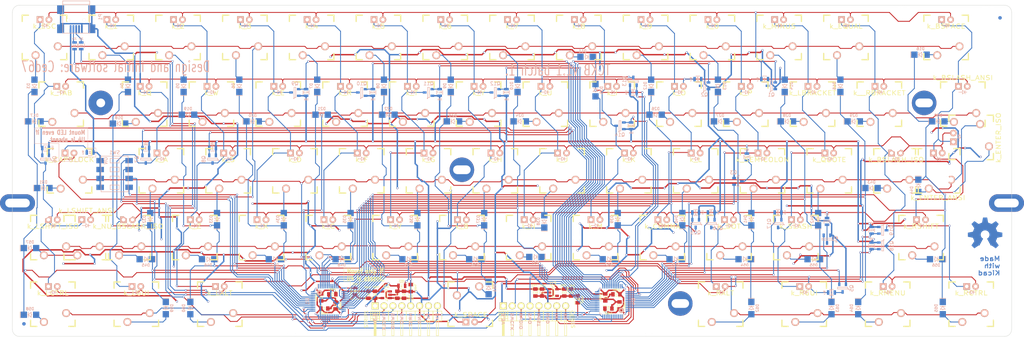
<source format=kicad_pcb>
(kicad_pcb (version 20171130) (host pcbnew "(5.1.12)-1")
  (title_block (title "TCKB : the \"Commando\" edition.") (date 2016-10-14) (rev 1.0) (company Ced67) (comment 1 "was an invaluable helper!") (comment 2 "Special thanks to Komar and the GH60 contributors for the pcb layout which") (comment 4 "Thanks to the MK community for their huge documentations."))
  (layers (0 F.Cu signal) (31 B.Cu signal) (34 B.Paste user hide) (35 F.Paste user hide) (36 B.SilkS user hide) (37 F.SilkS user hide) (38 B.Mask user hide) (39 F.Mask user hide) (44 Edge.Cuts user))
  (net 0 "")
  (net 1 NRST)
  (net 2 GNDPWR)
  (net 3 +3V3)
  (net 4 +5V)
  (net 5 "Net-(D2-Pad2)")
  (net 6 Col_1_)
  (net 7 "Net-(D3-Pad2)")
  (net 8 Col_2_)
  (net 9 "Net-(D4-Pad2)")
  (net 10 Col_3_)
  (net 11 "Net-(D5-Pad2)")
  (net 12 Col_4_)
  (net 13 "Net-(D6-Pad2)")
  (net 14 Col_5_)
  (net 15 "Net-(D7-Pad2)")
  (net 16 Col_6_)
  (net 17 "Net-(D8-Pad2)")
  (net 18 Col_7_)
  (net 19 "Net-(D9-Pad2)")
  (net 20 Col_8_)
  (net 21 "Net-(D10-Pad2)")
  (net 22 Col_9_)
  (net 23 "Net-(D11-Pad2)")
  (net 24 Col_10_)
  (net 25 "Net-(D12-Pad2)")
  (net 26 Col_11_)
  (net 27 "Net-(D13-Pad2)")
  (net 28 Col_12_)
  (net 29 "Net-(D14-Pad2)")
  (net 30 Col_13_)
  (net 31 "Net-(D15-Pad2)")
  (net 32 "Net-(D16-Pad2)")
  (net 33 "Net-(D17-Pad2)")
  (net 34 "Net-(D18-Pad2)")
  (net 35 "Net-(D19-Pad2)")
  (net 36 "Net-(D20-Pad2)")
  (net 37 "Net-(D21-Pad2)")
  (net 38 "Net-(D22-Pad2)")
  (net 39 "Net-(D23-Pad2)")
  (net 40 "Net-(D24-Pad2)")
  (net 41 "Net-(D25-Pad2)")
  (net 42 "Net-(D26-Pad2)")
  (net 43 "Net-(D27-Pad2)")
  (net 44 "Net-(D28-Pad2)")
  (net 45 "Net-(D29-Pad2)")
  (net 46 "Net-(D30-Pad2)")
  (net 47 "Net-(D31-Pad2)")
  (net 48 "Net-(D32-Pad2)")
  (net 49 "Net-(D33-Pad2)")
  (net 50 "Net-(D34-Pad2)")
  (net 51 "Net-(D35-Pad2)")
  (net 52 "Net-(D36-Pad2)")
  (net 53 "Net-(D37-Pad2)")
  (net 54 "Net-(D38-Pad2)")
  (net 55 "Net-(D39-Pad2)")
  (net 56 "Net-(D40-Pad2)")
  (net 57 "Net-(D41-Pad2)")
  (net 58 "Net-(D42-Pad2)")
  (net 59 "Net-(D43-Pad2)")
  (net 60 "Net-(D44-Pad2)")
  (net 61 "Net-(D45-Pad2)")
  (net 62 "Net-(D46-Pad2)")
  (net 63 "Net-(D47-Pad2)")
  (net 64 "Net-(D48-Pad2)")
  (net 65 "Net-(D49-Pad2)")
  (net 66 "Net-(D50-Pad2)")
  (net 67 "Net-(D51-Pad2)")
  (net 68 "Net-(D52-Pad2)")
  (net 69 "Net-(D53-Pad2)")
  (net 70 "Net-(D54-Pad2)")
  (net 71 "Net-(D55-Pad2)")
  (net 72 "Net-(D56-Pad2)")
  (net 73 "Net-(D57-Pad2)")
  (net 74 "Net-(D58-Pad2)")
  (net 75 "Net-(D59-Pad2)")
  (net 76 "Net-(D60-Pad2)")
  (net 77 "Net-(D61-Pad2)")
  (net 78 "Net-(D62-Pad2)")
  (net 79 "Net-(D63-Pad2)")
  (net 80 "Net-(D64-Pad2)")
  (net 81 "Net-(D65-Pad2)")
  (net 82 "Net-(LED1-Pad1)")
  (net 83 "Net-(LED1-Pad2)")
  (net 84 "Net-(LED12-Pad1)")
  (net 85 "Net-(LED14-Pad1)")
  (net 86 "Net-(LED10-Pad1)")
  (net 87 "Net-(LED10-Pad2)")
  (net 88 "Net-(LED13-Pad1)")
  (net 89 "Net-(LED11-Pad2)")
  (net 90 "Net-(LED16-Pad2)")
  (net 91 "Net-(LED20-Pad2)")
  (net 92 "Net-(LED24-Pad2)")
  (net 93 "Net-(LED28-Pad2)")
  (net 94 "Net-(LED33-Pad2)")
  (net 95 "Net-(LED37-Pad2)")
  (net 96 "Net-(LED41-Pad2)")
  (net 97 "Net-(LED45-Pad2)")
  (net 98 "Net-(LED50-Pad2)")
  (net 99 "Net-(LED55-Pad2)")
  (net 100 "Net-(LED59-Pad2)")
  (net 101 "Net-(P1-Pad2)")
  (net 102 "Net-(P1-Pad3)")
  (net 103 "Net-(R2-Pad1)")
  (net 104 LIGHT_MISO)
  (net 105 USART_TX)
  (net 106 USART_RX)
  (net 107 SWO)
  (net 108 SWDIO)
  (net 109 SWCLK)
  (net 110 Line_1_)
  (net 111 Line_2_)
  (net 112 Line_3_)
  (net 113 Line_4_)
  (net 114 LIGHT_CS)
  (net 115 LIGHT_SCK)
  (net 116 LIGHT_MOSI)
  (net 117 "Net-(Q1-Pad3)")
  (net 118 "Net-(Q2-Pad3)")
  (net 119 "Net-(Q3-Pad3)")
  (net 120 "Net-(Q4-Pad3)")
  (net 121 "Net-(Q5-Pad3)")
  (net 122 LED_COL_1)
  (net 123 LED_COL_2)
  (net 124 LED_COL_3)
  (net 125 LED_COL_4)
  (net 126 LED_COL_5)
  (net 127 LED_COL_6)
  (net 128 LED_COL_7)
  (net 129 LED_COL_8)
  (net 130 LED_COL_9)
  (net 131 LED_COL_10)
  (net 132 LED_COL_11)
  (net 133 LED_COL_12)
  (net 134 LED_COL_13)
  (net 135 BOOT0)
  (net 136 USART_TX_2)
  (net 137 USART_RX_2)
  (net 138 SWO_2)
  (net 139 SWDIO_2)
  (net 140 SWCLK_2)
  (net 141 +3V3_AUX)
  (net 142 NRST_2)
  (net 143 CAPSLOCK)
  (net 144 LED_LINE_1)
  (net 145 LED_LINE_2)
  (net 146 LED_LINE_3)
  (net 147 LED_LINE_4)
  (net 148 "Net-(R3-Pad1)")
  (net 149 ALT_LAYOUT)
  (net 150 DIS_BKLIGHT)
  (net 151 Line_0_)
  (net 152 Col_0_)
  (net 153 LED_LINE_0)
  (net 154 LED_COL_0)
  (net 155 TBD)
  (module TCKB:VIA_0.6 (layer F.Cu) (at 108.331 139.192)
    (fp_text reference REF**257_6 hide)
    (fp_text value VIA_0.6 hide)
    (pad 1 thru_hole circle (at 0 0) (size 0.6 0.6) (drill 0.4) (layers *.Cu) (net 2 GNDPWR))
  )
  (module TCKB:VIA_0.6 (layer F.Cu) (at 108.331 134.747)
    (fp_text reference REF**257_5 hide)
    (fp_text value VIA_0.6 hide)
    (pad 1 thru_hole circle (at 0 0) (size 0.6 0.6) (drill 0.4) (layers *.Cu) (net 2 GNDPWR))
  )
  (module TCKB:VIA_0.6 (layer F.Cu) (at 118.11 149.225)
    (fp_text reference REF**257_4 hide)
    (fp_text value VIA_0.6 hide)
    (pad 1 thru_hole circle (at 0 0) (size 0.6 0.6) (drill 0.4) (layers *.Cu) (net 2 GNDPWR))
  )
  (module TCKB:VIA_0.6 (layer F.Cu) (at 116.205 144.145)
    (fp_text reference REF**257_3 hide)
    (fp_text value VIA_0.6 hide)
    (pad 1 thru_hole circle (at 0 0) (size 0.6 0.6) (drill 0.4) (layers *.Cu) (net 2 GNDPWR))
  )
  (module TCKB:VIA_0.6 (layer F.Cu) (at 198.12 154.305)
    (fp_text reference REF**2104_2 hide)
    (fp_text value VIA_0.6 hide)
    (pad 1 thru_hole circle (at 0 0) (size 0.6 0.6) (drill 0.4) (layers *.Cu) (net 2 GNDPWR))
  )
  (module TCKB:VIA_0.6 (layer F.Cu) (at 153.543 142.748)
    (fp_text reference REF**262_2 hide)
    (fp_text value VIA_0.6 hide)
    (pad 1 thru_hole circle (at 0 0) (size 0.6 0.6) (drill 0.4) (layers *.Cu) (net 2 GNDPWR))
  )
  (module TCKB:VIA_0.6 (layer F.Cu) (at 186.69 154.94)
    (fp_text reference REF**281_2 hide)
    (fp_text value VIA_0.6 hide)
    (pad 1 thru_hole circle (at 0 0) (size 0.6 0.6) (drill 0.4) (layers *.Cu) (net 2 GNDPWR))
  )
  (module TCKB:VIA_0.6 (layer F.Cu) (at 101.6 97.79)
    (fp_text reference REF**253_2 hide)
    (fp_text value VIA_0.6 hide)
    (pad 1 thru_hole circle (at 0 0) (size 0.6 0.6) (drill 0.4) (layers *.Cu) (net 2 GNDPWR))
  )
  (module TCKB:VIA_0.6 (layer F.Cu) (at 276.225 77.47)
    (fp_text reference REF**2103_2 hide)
    (fp_text value VIA_0.6 hide)
    (pad 1 thru_hole circle (at 0 0) (size 0.6 0.6) (drill 0.4) (layers *.Cu) (net 2 GNDPWR))
  )
  (module TCKB:VIA_0.6 (layer F.Cu) (at 151.765 98.425)
    (fp_text reference REF**296_2 hide)
    (fp_text value VIA_0.6 hide)
    (pad 1 thru_hole circle (at 0 0) (size 0.6 0.6) (drill 0.4) (layers *.Cu) (net 2 GNDPWR))
  )
  (module TCKB:VIA_0.6 (layer F.Cu) (at 126.365 98.425)
    (fp_text reference REF**2106_2 hide)
    (fp_text value VIA_0.6 hide)
    (pad 1 thru_hole circle (at 0 0) (size 0.6 0.6) (drill 0.4) (layers *.Cu) (net 2 GNDPWR))
  )
  (module TCKB:VIA_0.6 (layer F.Cu) (at 130.81 121.285)
    (fp_text reference REF**257_2 hide)
    (fp_text value VIA_0.6 hide)
    (pad 1 thru_hole circle (at 0 0) (size 0.6 0.6) (drill 0.4) (layers *.Cu) (net 2 GNDPWR))
  )
  (module TCKB:VIA_0.6 (layer F.Cu) (at 158.75 97.155)
    (fp_text reference REF**297_2 hide)
    (fp_text value VIA_0.6 hide)
    (pad 1 thru_hole circle (at 0 0) (size 0.6 0.6) (drill 0.4) (layers *.Cu) (net 2 GNDPWR))
  )
  (module TCKB:VIA_0.6 (layer F.Cu) (at 163.195 97.79)
    (fp_text reference REF**2107_2 hide)
    (fp_text value VIA_0.6 hide)
    (pad 1 thru_hole circle (at 0 0) (size 0.6 0.6) (drill 0.4) (layers *.Cu) (net 2 GNDPWR))
  )
  (module TCKB:VIA_0.6 (layer F.Cu) (at 122.555 98.425)
    (fp_text reference REF**268_2 hide)
    (fp_text value VIA_0.6 hide)
    (pad 1 thru_hole circle (at 0 0) (size 0.6 0.6) (drill 0.4) (layers *.Cu) (net 2 GNDPWR))
  )
  (module TCKB:VIA_0.6 (layer F.Cu) (at 147.32 127.635)
    (fp_text reference REF**288_2 hide)
    (fp_text value VIA_0.6 hide)
    (pad 1 thru_hole circle (at 0 0) (size 0.6 0.6) (drill 0.4) (layers *.Cu) (net 2 GNDPWR))
  )
  (module TCKB:VIA_0.6 (layer F.Cu) (at 196.85 97.155)
    (fp_text reference REF**298_2 hide)
    (fp_text value VIA_0.6 hide)
    (pad 1 thru_hole circle (at 0 0) (size 0.6 0.6) (drill 0.4) (layers *.Cu) (net 2 GNDPWR))
  )
  (module TCKB:VIA_0.6 (layer F.Cu) (at 201.295 97.79)
    (fp_text reference REF**2108_2 hide)
    (fp_text value VIA_0.6 hide)
    (pad 1 thru_hole circle (at 0 0) (size 0.6 0.6) (drill 0.4) (layers *.Cu) (net 2 GNDPWR))
  )
  (module TCKB:VIA_0.6 (layer F.Cu) (at 170.18 98.425)
    (fp_text reference REF**269_2 hide)
    (fp_text value VIA_0.6 hide)
    (pad 1 thru_hole circle (at 0 0) (size 0.6 0.6) (drill 0.4) (layers *.Cu) (net 2 GNDPWR))
  )
  (module TCKB:VIA_0.6 (layer F.Cu) (at 177.8 97.155)
    (fp_text reference REF**279_2 hide)
    (fp_text value VIA_0.6 hide)
    (pad 1 thru_hole circle (at 0 0) (size 0.6 0.6) (drill 0.4) (layers *.Cu) (net 2 GNDPWR))
  )
  (module TCKB:VIA_0.6 (layer F.Cu) (at 181.61 98.425)
    (fp_text reference REF**289_2 hide)
    (fp_text value VIA_0.6 hide)
    (pad 1 thru_hole circle (at 0 0) (size 0.6 0.6) (drill 0.4) (layers *.Cu) (net 2 GNDPWR))
  )
  (module TCKB:VIA_0.6 (layer F.Cu) (at 272.415 78.105)
    (fp_text reference REF**299_2 hide)
    (fp_text value VIA_0.6 hide)
    (pad 1 thru_hole circle (at 0 0) (size 0.6 0.6) (drill 0.4) (layers *.Cu) (net 2 GNDPWR))
  )
  (module TCKB:VIA_0.6 (layer F.Cu) (at 254.635 78.105)
    (fp_text reference REF**2109_2 hide)
    (fp_text value VIA_0.6 hide)
    (pad 1 thru_hole circle (at 0 0) (size 0.6 0.6) (drill 0.4) (layers *.Cu) (net 2 GNDPWR))
  )
  (module TCKB:VIA_0.6 (layer F.Cu) (at 229.87 83.185)
    (fp_text reference REF**2610_2 hide)
    (fp_text value VIA_0.6 hide)
    (pad 1 thru_hole circle (at 0 0) (size 0.6 0.6) (drill 0.4) (layers *.Cu) (net 2 GNDPWR))
  )
  (module TCKB:VIA_0.6 (layer F.Cu) (at 229.87 78.105)
    (fp_text reference REF**2710_2 hide)
    (fp_text value VIA_0.6 hide)
    (pad 1 thru_hole circle (at 0 0) (size 0.6 0.6) (drill 0.4) (layers *.Cu) (net 2 GNDPWR))
  )
  (module TCKB:VIA_0.6 (layer F.Cu) (at 267.335 78.74)
    (fp_text reference REF**2810_2 hide)
    (fp_text value VIA_0.6 hide)
    (pad 1 thru_hole circle (at 0 0) (size 0.6 0.6) (drill 0.4) (layers *.Cu) (net 2 GNDPWR))
  )
  (module TCKB:VIA_0.6 (layer F.Cu) (at 248.285 78.74)
    (fp_text reference REF**2910_2 hide)
    (fp_text value VIA_0.6 hide)
    (pad 1 thru_hole circle (at 0 0) (size 0.6 0.6) (drill 0.4) (layers *.Cu) (net 2 GNDPWR))
  )
  (module TCKB:VIA_0.6 (layer F.Cu) (at 234.315 78.105)
    (fp_text reference REF**21010_2 hide)
    (fp_text value VIA_0.6 hide)
    (pad 1 thru_hole circle (at 0 0) (size 0.6 0.6) (drill 0.4) (layers *.Cu) (net 2 GNDPWR))
  )
  (module TCKB:VIA_0.6 (layer F.Cu) (at 153.035 79.375)
    (fp_text reference REF**21010 hide)
    (fp_text value VIA_0.6 hide)
    (pad 1 thru_hole circle (at 0 0) (size 0.6 0.6) (drill 0.4) (layers *.Cu) (net 2 GNDPWR))
  )
  (module TCKB:VIA_0.6 (layer F.Cu) (at 160.02 78.74)
    (fp_text reference REF**2910 hide)
    (fp_text value VIA_0.6 hide)
    (pad 1 thru_hole circle (at 0 0) (size 0.6 0.6) (drill 0.4) (layers *.Cu) (net 2 GNDPWR))
  )
  (module TCKB:VIA_0.6 (layer F.Cu) (at 97.155 78.74)
    (fp_text reference REF**2810 hide)
    (fp_text value VIA_0.6 hide)
    (pad 1 thru_hole circle (at 0 0) (size 0.6 0.6) (drill 0.4) (layers *.Cu) (net 2 GNDPWR))
  )
  (module TCKB:VIA_0.6 (layer F.Cu) (at 196.85 78.105)
    (fp_text reference REF**2710 hide)
    (fp_text value VIA_0.6 hide)
    (pad 1 thru_hole circle (at 0 0) (size 0.6 0.6) (drill 0.4) (layers *.Cu) (net 2 GNDPWR))
  )
  (module TCKB:VIA_0.6 (layer F.Cu) (at 217.17 78.105)
    (fp_text reference REF**2610 hide)
    (fp_text value VIA_0.6 hide)
    (pad 1 thru_hole circle (at 0 0) (size 0.6 0.6) (drill 0.4) (layers *.Cu) (net 2 GNDPWR))
  )
  (module TCKB:VIA_0.6 (layer F.Cu) (at 85.725 138.43)
    (fp_text reference REF**2510 hide)
    (fp_text value VIA_0.6 hide)
    (pad 1 thru_hole circle (at 0 0) (size 0.6 0.6) (drill 0.4) (layers *.Cu) (net 2 GNDPWR))
  )
  (module TCKB:VIA_0.6 (layer F.Cu) (at 191.77 78.74)
    (fp_text reference REF**2109 hide)
    (fp_text value VIA_0.6 hide)
    (pad 1 thru_hole circle (at 0 0) (size 0.6 0.6) (drill 0.4) (layers *.Cu) (net 2 GNDPWR))
  )
  (module TCKB:VIA_0.6 (layer F.Cu) (at 178.435 78.105)
    (fp_text reference REF**299 hide)
    (fp_text value VIA_0.6 hide)
    (pad 1 thru_hole circle (at 0 0) (size 0.6 0.6) (drill 0.4) (layers *.Cu) (net 2 GNDPWR))
  )
  (module TCKB:VIA_0.6 (layer F.Cu) (at 172.72 78.74)
    (fp_text reference REF**289 hide)
    (fp_text value VIA_0.6 hide)
    (pad 1 thru_hole circle (at 0 0) (size 0.6 0.6) (drill 0.4) (layers *.Cu) (net 2 GNDPWR))
  )
  (module TCKB:VIA_0.6 (layer F.Cu) (at 103.505 78.105)
    (fp_text reference REF**279 hide)
    (fp_text value VIA_0.6 hide)
    (pad 1 thru_hole circle (at 0 0) (size 0.6 0.6) (drill 0.4) (layers *.Cu) (net 2 GNDPWR))
  )
  (module TCKB:VIA_0.6 (layer F.Cu) (at 84.455 135.89)
    (fp_text reference REF**269 hide)
    (fp_text value VIA_0.6 hide)
    (pad 1 thru_hole circle (at 0 0) (size 0.6 0.6) (drill 0.4) (layers *.Cu) (net 2 GNDPWR))
  )
  (module TCKB:VIA_0.6 (layer F.Cu) (at 231.775 140.335)
    (fp_text reference REF**259 hide)
    (fp_text value VIA_0.6 hide)
    (pad 1 thru_hole circle (at 0 0) (size 0.6 0.6) (drill 0.4) (layers *.Cu) (net 2 GNDPWR))
  )
  (module TCKB:VIA_0.6 (layer F.Cu) (at 248.285 116.84)
    (fp_text reference REF**219 hide)
    (fp_text value VIA_0.6 hide)
    (pad 1 thru_hole circle (at 0 0) (size 0.6 0.6) (drill 0.4) (layers *.Cu) (net 2 GNDPWR))
  )
  (module TCKB:VIA_0.6 (layer F.Cu) (at 104.775 131.445)
    (fp_text reference REF**2108 hide)
    (fp_text value VIA_0.6 hide)
    (pad 1 thru_hole circle (at 0 0) (size 0.6 0.6) (drill 0.4) (layers *.Cu) (net 2 GNDPWR))
  )
  (module TCKB:VIA_0.6 (layer F.Cu) (at 98.425 128.905)
    (fp_text reference REF**298 hide)
    (fp_text value VIA_0.6 hide)
    (pad 1 thru_hole circle (at 0 0) (size 0.6 0.6) (drill 0.4) (layers *.Cu) (net 2 GNDPWR))
  )
  (module TCKB:VIA_0.6 (layer F.Cu) (at 99.06 122.555)
    (fp_text reference REF**288 hide)
    (fp_text value VIA_0.6 hide)
    (pad 1 thru_hole circle (at 0 0) (size 0.6 0.6) (drill 0.4) (layers *.Cu) (net 2 GNDPWR))
  )
  (module TCKB:VIA_0.6 (layer F.Cu) (at 104.14 122.555)
    (fp_text reference REF**278 hide)
    (fp_text value VIA_0.6 hide)
    (pad 1 thru_hole circle (at 0 0) (size 0.6 0.6) (drill 0.4) (layers *.Cu) (net 2 GNDPWR))
  )
  (module TCKB:VIA_0.6 (layer F.Cu) (at 109.22 125.095)
    (fp_text reference REF**268 hide)
    (fp_text value VIA_0.6 hide)
    (pad 1 thru_hole circle (at 0 0) (size 0.6 0.6) (drill 0.4) (layers *.Cu) (net 2 GNDPWR))
  )
  (module TCKB:VIA_0.6 (layer F.Cu) (at 76.835 138.43)
    (fp_text reference REF**258 hide)
    (fp_text value VIA_0.6 hide)
    (pad 1 thru_hole circle (at 0 0) (size 0.6 0.6) (drill 0.4) (layers *.Cu) (net 2 GNDPWR))
  )
  (module TCKB:VIA_0.6 (layer F.Cu) (at 147.32 134.62)
    (fp_text reference REF**2107 hide)
    (fp_text value VIA_0.6 hide)
    (pad 1 thru_hole circle (at 0 0) (size 0.6 0.6) (drill 0.4) (layers *.Cu) (net 2 GNDPWR))
  )
  (module TCKB:VIA_0.6 (layer F.Cu) (at 99.06 125.73)
    (fp_text reference REF**297 hide)
    (fp_text value VIA_0.6 hide)
    (pad 1 thru_hole circle (at 0 0) (size 0.6 0.6) (drill 0.4) (layers *.Cu) (net 2 GNDPWR))
  )
  (module TCKB:VIA_0.6 (layer F.Cu) (at 242.57 134.62)
    (fp_text reference REF**287 hide)
    (fp_text value VIA_0.6 hide)
    (pad 1 thru_hole circle (at 0 0) (size 0.6 0.6) (drill 0.4) (layers *.Cu) (net 2 GNDPWR))
  )
  (module TCKB:VIA_0.6 (layer F.Cu) (at 104.14 125.095)
    (fp_text reference REF**277 hide)
    (fp_text value VIA_0.6 hide)
    (pad 1 thru_hole circle (at 0 0) (size 0.6 0.6) (drill 0.4) (layers *.Cu) (net 2 GNDPWR))
  )
  (module TCKB:VIA_0.6 (layer F.Cu) (at 116.205 135.255)
    (fp_text reference REF**267 hide)
    (fp_text value VIA_0.6 hide)
    (pad 1 thru_hole circle (at 0 0) (size 0.6 0.6) (drill 0.4) (layers *.Cu) (net 2 GNDPWR))
  )
  (module TCKB:VIA_0.6 (layer F.Cu) (at 109.22 149.225)
    (fp_text reference REF**257 hide)
    (fp_text value VIA_0.6 hide)
    (pad 1 thru_hole circle (at 0 0) (size 0.6 0.6) (drill 0.4) (layers *.Cu) (net 2 GNDPWR))
  )
  (module TCKB:VIA_0.6 (layer F.Cu) (at 147.32 140.97)
    (fp_text reference REF**2106 hide)
    (fp_text value VIA_0.6 hide)
    (pad 1 thru_hole circle (at 0 0) (size 0.6 0.6) (drill 0.4) (layers *.Cu) (net 2 GNDPWR))
  )
  (module TCKB:VIA_0.6 (layer F.Cu) (at 142.24 135.255)
    (fp_text reference REF**296 hide)
    (fp_text value VIA_0.6 hide)
    (pad 1 thru_hole circle (at 0 0) (size 0.6 0.6) (drill 0.4) (layers *.Cu) (net 2 GNDPWR))
  )
  (module TCKB:VIA_0.6 (layer F.Cu) (at 223.52 134.62)
    (fp_text reference REF**286 hide)
    (fp_text value VIA_0.6 hide)
    (pad 1 thru_hole circle (at 0 0) (size 0.6 0.6) (drill 0.4) (layers *.Cu) (net 2 GNDPWR))
  )
  (module TCKB:VIA_0.6 (layer F.Cu) (at 277.495 116.84)
    (fp_text reference REF**276 hide)
    (fp_text value VIA_0.6 hide)
    (pad 1 thru_hole circle (at 0 0) (size 0.6 0.6) (drill 0.4) (layers *.Cu) (net 2 GNDPWR))
  )
  (module TCKB:VIA_0.6 (layer F.Cu) (at 144.78 146.05)
    (fp_text reference REF**266 hide)
    (fp_text value VIA_0.6 hide)
    (pad 1 thru_hole circle (at 0 0) (size 0.6 0.6) (drill 0.4) (layers *.Cu) (net 2 GNDPWR))
  )
  (module TCKB:VIA_0.6 (layer F.Cu) (at 258.445 116.84)
    (fp_text reference REF**256 hide)
    (fp_text value VIA_0.6 hide)
    (pad 1 thru_hole circle (at 0 0) (size 0.6 0.6) (drill 0.4) (layers *.Cu) (net 2 GNDPWR))
  )
  (module TCKB:VIA_0.6 (layer F.Cu) (at 286.385 116.84)
    (fp_text reference REF**246 hide)
    (fp_text value VIA_0.6 hide)
    (pad 1 thru_hole circle (at 0 0) (size 0.6 0.6) (drill 0.4) (layers *.Cu) (net 2 GNDPWR))
  )
  (module TCKB:VIA_0.6 (layer F.Cu) (at 122.555 135.89)
    (fp_text reference REF**2105 hide)
    (fp_text value VIA_0.6 hide)
    (pad 1 thru_hole circle (at 0 0) (size 0.6 0.6) (drill 0.4) (layers *.Cu) (net 2 GNDPWR))
  )
  (module TCKB:VIA_0.6 (layer F.Cu) (at 117.475 116.205)
    (fp_text reference REF**295 hide)
    (fp_text value VIA_0.6 hide)
    (pad 1 thru_hole circle (at 0 0) (size 0.6 0.6) (drill 0.4) (layers *.Cu) (net 2 GNDPWR))
  )
  (module TCKB:VIA_0.6 (layer F.Cu) (at 187.325 117.475)
    (fp_text reference REF**285 hide)
    (fp_text value VIA_0.6 hide)
    (pad 1 thru_hole circle (at 0 0) (size 0.6 0.6) (drill 0.4) (layers *.Cu) (net 2 GNDPWR))
  )
  (module TCKB:VIA_0.6 (layer F.Cu) (at 238.76 116.84)
    (fp_text reference REF**275 hide)
    (fp_text value VIA_0.6 hide)
    (pad 1 thru_hole circle (at 0 0) (size 0.6 0.6) (drill 0.4) (layers *.Cu) (net 2 GNDPWR))
  )
  (module TCKB:VIA_0.6 (layer F.Cu) (at 128.27 137.16)
    (fp_text reference REF**265 hide)
    (fp_text value VIA_0.6 hide)
    (pad 1 thru_hole circle (at 0 0) (size 0.6 0.6) (drill 0.4) (layers *.Cu) (net 2 GNDPWR))
  )
  (module TCKB:VIA_0.6 (layer F.Cu) (at 201.93 116.84)
    (fp_text reference REF**255 hide)
    (fp_text value VIA_0.6 hide)
    (pad 1 thru_hole circle (at 0 0) (size 0.6 0.6) (drill 0.4) (layers *.Cu) (net 2 GNDPWR))
  )
  (module TCKB:VIA_0.6 (layer F.Cu) (at 290.195 116.205)
    (fp_text reference REF**245 hide)
    (fp_text value VIA_0.6 hide)
    (pad 1 thru_hole circle (at 0 0) (size 0.6 0.6) (drill 0.4) (layers *.Cu) (net 2 GNDPWR))
  )
  (module TCKB:VIA_0.6 (layer F.Cu) (at 252.095 115.57)
    (fp_text reference REF**215 hide)
    (fp_text value VIA_0.6 hide)
    (pad 1 thru_hole circle (at 0 0) (size 0.6 0.6) (drill 0.4) (layers *.Cu) (net 2 GNDPWR))
  )
  (module TCKB:VIA_0.6 (layer F.Cu) (at 155.575 128.905)
    (fp_text reference REF**2104 hide)
    (fp_text value VIA_0.6 hide)
    (pad 1 thru_hole circle (at 0 0) (size 0.6 0.6) (drill 0.4) (layers *.Cu) (net 2 GNDPWR))
  )
  (module TCKB:VIA_0.6 (layer F.Cu) (at 237.49 135.89)
    (fp_text reference REF**294 hide)
    (fp_text value VIA_0.6 hide)
    (pad 1 thru_hole circle (at 0 0) (size 0.6 0.6) (drill 0.4) (layers *.Cu) (net 2 GNDPWR))
  )
  (module TCKB:VIA_0.6 (layer F.Cu) (at 243.84 128.27)
    (fp_text reference REF**284 hide)
    (fp_text value VIA_0.6 hide)
    (pad 1 thru_hole circle (at 0 0) (size 0.6 0.6) (drill 0.4) (layers *.Cu) (net 2 GNDPWR))
  )
  (module TCKB:VIA_0.6 (layer F.Cu) (at 109.22 128.27)
    (fp_text reference REF**274 hide)
    (fp_text value VIA_0.6 hide)
    (pad 1 thru_hole circle (at 0 0) (size 0.6 0.6) (drill 0.4) (layers *.Cu) (net 2 GNDPWR))
  )
  (module TCKB:VIA_0.6 (layer F.Cu) (at 112.395 116.84)
    (fp_text reference REF**264 hide)
    (fp_text value VIA_0.6 hide)
    (pad 1 thru_hole circle (at 0 0) (size 0.6 0.6) (drill 0.4) (layers *.Cu) (net 2 GNDPWR))
  )
  (module TCKB:VIA_0.6 (layer F.Cu) (at 183.515 126.365)
    (fp_text reference REF**254 hide)
    (fp_text value VIA_0.6 hide)
    (pad 1 thru_hole circle (at 0 0) (size 0.6 0.6) (drill 0.4) (layers *.Cu) (net 2 GNDPWR))
  )
  (module TCKB:VIA_0.6 (layer F.Cu) (at 146.685 120.65)
    (fp_text reference REF**2103 hide)
    (fp_text value VIA_0.6 hide)
    (pad 1 thru_hole circle (at 0 0) (size 0.6 0.6) (drill 0.4) (layers *.Cu) (net 2 GNDPWR))
  )
  (module TCKB:VIA_0.6 (layer F.Cu) (at 238.125 130.81)
    (fp_text reference REF**293 hide)
    (fp_text value VIA_0.6 hide)
    (pad 1 thru_hole circle (at 0 0) (size 0.6 0.6) (drill 0.4) (layers *.Cu) (net 2 GNDPWR))
  )
  (module TCKB:VIA_0.6 (layer F.Cu) (at 210.82 78.74)
    (fp_text reference REF**283 hide)
    (fp_text value VIA_0.6 hide)
    (pad 1 thru_hole circle (at 0 0) (size 0.6 0.6) (drill 0.4) (layers *.Cu) (net 2 GNDPWR))
  )
  (module TCKB:VIA_0.6 (layer F.Cu) (at 231.775 128.27)
    (fp_text reference REF**273 hide)
    (fp_text value VIA_0.6 hide)
    (pad 1 thru_hole circle (at 0 0) (size 0.6 0.6) (drill 0.4) (layers *.Cu) (net 2 GNDPWR))
  )
  (module TCKB:VIA_0.6 (layer F.Cu) (at 148.59 143.51)
    (fp_text reference REF**263 hide)
    (fp_text value VIA_0.6 hide)
    (pad 1 thru_hole circle (at 0 0) (size 0.6 0.6) (drill 0.4) (layers *.Cu) (net 2 GNDPWR))
  )
  (module TCKB:VIA_0.6 (layer F.Cu) (at 186.69 145.415)
    (fp_text reference REF**253 hide)
    (fp_text value VIA_0.6 hide)
    (pad 1 thru_hole circle (at 0 0) (size 0.6 0.6) (drill 0.4) (layers *.Cu) (net 2 GNDPWR))
  )
  (module TCKB:VIA_0.6 (layer F.Cu) (at 203.2 135.89)
    (fp_text reference REF**2102 hide)
    (fp_text value VIA_0.6 hide)
    (pad 1 thru_hole circle (at 0 0) (size 0.6 0.6) (drill 0.4) (layers *.Cu) (net 2 GNDPWR))
  )
  (module TCKB:VIA_0.6 (layer F.Cu) (at 169.545 144.145)
    (fp_text reference REF**292 hide)
    (fp_text value VIA_0.6 hide)
    (pad 1 thru_hole circle (at 0 0) (size 0.6 0.6) (drill 0.4) (layers *.Cu) (net 2 GNDPWR))
  )
  (module TCKB:VIA_0.6 (layer F.Cu) (at 163.195 150.495)
    (fp_text reference REF**282 hide)
    (fp_text value VIA_0.6 hide)
    (pad 1 thru_hole circle (at 0 0) (size 0.6 0.6) (drill 0.4) (layers *.Cu) (net 2 GNDPWR))
  )
  (module TCKB:VIA_0.6 (layer F.Cu) (at 106.68 117.475)
    (fp_text reference REF**272 hide)
    (fp_text value VIA_0.6 hide)
    (pad 1 thru_hole circle (at 0 0) (size 0.6 0.6) (drill 0.4) (layers *.Cu) (net 2 GNDPWR))
  )
  (module TCKB:VIA_0.6 (layer F.Cu) (at 189.865 151.765)
    (fp_text reference REF**262 hide)
    (fp_text value VIA_0.6 hide)
    (pad 1 thru_hole circle (at 0 0) (size 0.6 0.6) (drill 0.4) (layers *.Cu) (net 2 GNDPWR))
  )
  (module TCKB:VIA_0.6 (layer F.Cu) (at 183.515 135.89)
    (fp_text reference REF**252 hide)
    (fp_text value VIA_0.6 hide)
    (pad 1 thru_hole circle (at 0 0) (size 0.6 0.6) (drill 0.4) (layers *.Cu) (net 2 GNDPWR))
  )
  (module TCKB:VIA_0.6 (layer F.Cu) (at 212.09 116.205)
    (fp_text reference REF**2101 hide)
    (fp_text value VIA_0.6 hide)
    (pad 1 thru_hole circle (at 0 0) (size 0.6 0.6) (drill 0.4) (layers *.Cu) (net 2 GNDPWR))
  )
  (module TCKB:VIA_0.6 (layer F.Cu) (at 172.085 116.84)
    (fp_text reference REF**291 hide)
    (fp_text value VIA_0.6 hide)
    (pad 1 thru_hole circle (at 0 0) (size 0.6 0.6) (drill 0.4) (layers *.Cu) (net 2 GNDPWR))
  )
  (module TCKB:VIA_0.6 (layer F.Cu) (at 192.405 145.415)
    (fp_text reference REF**281 hide)
    (fp_text value VIA_0.6 hide)
    (pad 1 thru_hole circle (at 0 0) (size 0.6 0.6) (drill 0.4) (layers *.Cu) (net 2 GNDPWR))
  )
  (module TCKB:VIA_0.6 (layer F.Cu) (at 224.155 127)
    (fp_text reference REF**271 hide)
    (fp_text value VIA_0.6 hide)
    (pad 1 thru_hole circle (at 0 0) (size 0.6 0.6) (drill 0.4) (layers *.Cu) (net 2 GNDPWR))
  )
  (module TCKB:VIA_0.6 (layer F.Cu) (at 200.025 135.255)
    (fp_text reference REF**261 hide)
    (fp_text value VIA_0.6 hide)
    (pad 1 thru_hole circle (at 0 0) (size 0.6 0.6) (drill 0.4) (layers *.Cu) (net 2 GNDPWR))
  )
  (module TCKB:VIA_0.6 (layer F.Cu) (at 232.41 117.475)
    (fp_text reference REF**251 hide)
    (fp_text value VIA_0.6 hide)
    (pad 1 thru_hole circle (at 0 0) (size 0.6 0.6) (drill 0.4) (layers *.Cu) (net 2 GNDPWR))
  )
  (module TCKB:VIA_0.6 (layer F.Cu) (at 316.865 125.73)
    (fp_text reference REF**221 hide)
    (fp_text value VIA_0.6 hide)
    (pad 1 thru_hole circle (at 0 0) (size 0.6 0.6) (drill 0.4) (layers *.Cu) (net 2 GNDPWR))
  )
  (module TCKB:VIA_0.6 (layer F.Cu) (at 283.21 121.92)
    (fp_text reference REF**910 hide)
    (fp_text value VIA_0.6 hide)
    (pad 1 thru_hole circle (at 0 0) (size 0.6 0.6) (drill 0.4) (layers *.Cu) (net 2 GNDPWR))
  )
  (module TCKB:VIA_0.6 (layer F.Cu) (at 287.02 135.89)
    (fp_text reference REF**610 hide)
    (fp_text value VIA_0.6 hide)
    (pad 1 thru_hole circle (at 0 0) (size 0.6 0.6) (drill 0.4) (layers *.Cu) (net 2 GNDPWR))
  )
  (module TCKB:VIA_0.6 (layer F.Cu) (at 304.8 108.585)
    (fp_text reference REF**510 hide)
    (fp_text value VIA_0.6 hide)
    (pad 1 thru_hole circle (at 0 0) (size 0.6 0.6) (drill 0.4) (layers *.Cu) (net 2 GNDPWR))
  )
  (module TCKB:VIA_0.6 (layer F.Cu) (at 250.825 129.54)
    (fp_text reference REF**210 hide)
    (fp_text value VIA_0.6 hide)
    (pad 1 thru_hole circle (at 0 0) (size 0.6 0.6) (drill 0.4) (layers *.Cu) (net 2 GNDPWR))
  )
  (module TCKB:VIA_0.6 (layer F.Cu) (at 329.565 109.855)
    (fp_text reference REF**86 hide)
    (fp_text value VIA_0.6 hide)
    (pad 1 thru_hole circle (at 0 0) (size 0.6 0.6) (drill 0.4) (layers *.Cu) (net 2 GNDPWR))
  )
  (module TCKB:VIA_0.6 (layer F.Cu) (at 304.8 121.92)
    (fp_text reference REF**66 hide)
    (fp_text value VIA_0.6 hide)
    (pad 1 thru_hole circle (at 0 0) (size 0.6 0.6) (drill 0.4) (layers *.Cu) (net 2 GNDPWR))
  )
  (module TCKB:VIA_0.6 (layer F.Cu) (at 281.305 82.55)
    (fp_text reference REF**46 hide)
    (fp_text value VIA_0.6 hide)
    (pad 1 thru_hole circle (at 0 0) (size 0.6 0.6) (drill 0.4) (layers *.Cu) (net 2 GNDPWR))
  )
  (module TCKB:VIA_0.6 (layer F.Cu) (at 324.485 100.965)
    (fp_text reference REF**16 hide)
    (fp_text value VIA_0.6 hide)
    (pad 1 thru_hole circle (at 0 0) (size 0.6 0.6) (drill 0.4) (layers *.Cu) (net 2 GNDPWR))
  )
  (module TCKB:VIA_0.6 (layer F.Cu) (at 327.66 99.695)
    (fp_text reference REF**85 hide)
    (fp_text value VIA_0.6 hide)
    (pad 1 thru_hole circle (at 0 0) (size 0.6 0.6) (drill 0.4) (layers *.Cu) (net 2 GNDPWR))
  )
  (module TCKB:VIA_0.6 (layer F.Cu) (at 330.835 106.68)
    (fp_text reference REF**64 hide)
    (fp_text value VIA_0.6 hide)
    (pad 1 thru_hole circle (at 0 0) (size 0.6 0.6) (drill 0.4) (layers *.Cu) (net 2 GNDPWR))
  )
  (module TCKB:VIA_0.6 (layer F.Cu) (at 338.455 107.95)
    (fp_text reference REF**93 hide)
    (fp_text value VIA_0.6 hide)
    (pad 1 thru_hole circle (at 0 0) (size 0.6 0.6) (drill 0.4) (layers *.Cu) (net 2 GNDPWR))
  )
  (module TCKB:VIA_0.6 (layer F.Cu) (at 334.01 105.41)
    (fp_text reference REF**33 hide)
    (fp_text value VIA_0.6 hide)
    (pad 1 thru_hole circle (at 0 0) (size 0.6 0.6) (drill 0.4) (layers *.Cu) (net 2 GNDPWR))
  )
  (module TCKB:CHERRY_MX_LED (layer B.Cu) (at 192.881 150.019 180)
    (fp_text reference LED32 hide)
    (fp_text value led_SPACE hide)
    (pad 1 thru_hole circle (at -1.27 -5.08 180) (size 1.905 1.905) (drill 0.9906) (layers *.Cu *.SilkS *.Mask) (net 86 "Net-(LED10-Pad1)"))
    (pad 2 thru_hole rect (at 1.27 -5.08 180) (size 1.905 1.905) (drill 0.9906) (layers *.Cu *.SilkS *.Mask) (net 93 "Net-(LED28-Pad2)"))
  )
  (module hole:PKRHSL (layer F.Cu) (at 345.831 121.121)
    (fp_text reference HOLE_6 hide)
    (fp_text value VAL** hide)
    (pad 1 thru_hole oval (at 0 0) (size 9.99998 5.00126) (drill oval 7.00024 2.49936) (layers *.Cu *.Mask))
  )
  (module hole:PKRHSL (layer F.Cu) (at 63.7489 121.121)
    (fp_text reference HOLE_5 hide)
    (fp_text value VAL** hide)
    (pad 1 thru_hole oval (at 0 0) (size 9.99998 5.00126) (drill oval 7.00024 2.49936) (layers *.Cu *.Mask))
  )
  (module hole:PKRH (layer F.Cu) (at 322.34 92.5208)
    (fp_text reference HOLE_4 hide)
    (fp_text value VAL** hide)
    (pad 1 thru_hole circle (at 0 0) (size 7.00024 7.00024) (drill oval 5.00126 2.49936) (layers *.Cu *.Mask))
  )
  (module hole:PKRH (layer F.Cu) (at 252.789 149.821)
    (fp_text reference HOLE_3 hide)
    (fp_text value VAL** hide)
    (pad 1 thru_hole circle (at 0 0) (size 7.00024 7.00024) (drill oval 5.00126 2.49936) (layers *.Cu *.Mask))
  )
  (module hole:PKRH (layer F.Cu) (at 190.49 111.62)
    (fp_text reference HOLE_2 hide)
    (fp_text value VAL** hide)
    (pad 1 thru_hole circle (at 0 0) (size 7.00024 7.00024) (drill oval 5.00126 2.49936) (layers *.Cu *.Mask))
  )
  (module hole:PKRHC (layer F.Cu) (at 87.4893 92.5208)
    (fp_text reference HOLE hide)
    (fp_text value VAL** hide)
    (pad 1 thru_hole circle (at 0 0) (size 7.0013 7.0013) (drill 2.4994) (layers *.Cu *.Mask))
  )
  (module hole:FIDUCIAL (layer B.Cu) (at 343.99 68.22)
    (fp_text reference FID_2 hide)
    (fp_text value FIDUCIAL hide)
    (pad 1 connect circle (at 0 0) (size 1 1) (layers B.Cu B.Mask) (clearance 0.6))
  )
  (module hole:FIDUCIAL (layer B.Cu) (at 65.58 155.63)
    (fp_text reference FID hide)
    (fp_text value FIDUCIAL hide)
    (pad 1 connect circle (at 0 0) (size 1 1) (layers B.Cu B.Mask) (clearance 0.6))
  )
  (module TCKB:SlantedStrip8p (layer F.Cu) (at 202.311 150.495)
    (fp_text reference STRIP2 (at 19.939 3.81 90) (layer F.SilkS))
    (fp_text value STRIP_8P)
    (pad 7 thru_hole circle (at 15.24 0) (size 2 2) (drill 1.2) (layers *.Cu *.Mask F.SilkS) (net 136 USART_TX_2))
    (pad 8 thru_hole circle (at 17.78 0) (size 2 2) (drill 1.2) (layers *.Cu *.Mask F.SilkS) (net 137 USART_RX_2))
    (pad 6 thru_hole circle (at 12.7 0) (size 2 2) (drill 1.2) (layers *.Cu *.Mask F.SilkS) (net 2 GNDPWR))
    (pad 5 thru_hole circle (at 10.16 0) (size 2 2) (drill 1.2) (layers *.Cu *.Mask F.SilkS) (net 142 NRST_2))
    (pad 4 thru_hole circle (at 7.62 0) (size 2 2) (drill 1.2) (layers *.Cu *.Mask F.SilkS) (net 138 SWO_2))
    (pad 1 thru_hole rect (at 0 0) (size 2 2) (drill 1.2) (layers *.Cu *.Mask F.SilkS) (net 141 +3V3_AUX))
    (pad 2 thru_hole circle (at 2.54 0) (size 2 2) (drill 1.2) (layers *.Cu *.Mask F.SilkS) (net 140 SWCLK_2))
    (pad 3 thru_hole circle (at 5.08 0) (size 2 2) (drill 1.2) (layers *.Cu *.Mask F.SilkS) (net 139 SWDIO_2))
  )
  (module TCKB:SlantedStrip8p (layer F.Cu) (at 165.735 150.495)
    (fp_text reference STRIP1 (at -2.54 3.81 90) (layer F.SilkS))
    (fp_text value STRIP_8P)
    (pad 7 thru_hole circle (at 15.24 0) (size 2 2) (drill 1.2) (layers *.Cu *.Mask F.SilkS) (net 105 USART_TX))
    (pad 8 thru_hole circle (at 17.78 0) (size 2 2) (drill 1.2) (layers *.Cu *.Mask F.SilkS) (net 106 USART_RX))
    (pad 6 thru_hole circle (at 12.7 0) (size 2 2) (drill 1.2) (layers *.Cu *.Mask F.SilkS) (net 2 GNDPWR))
    (pad 5 thru_hole circle (at 10.16 0) (size 2 2) (drill 1.2) (layers *.Cu *.Mask F.SilkS) (net 1 NRST))
    (pad 4 thru_hole circle (at 7.62 0) (size 2 2) (drill 1.2) (layers *.Cu *.Mask F.SilkS) (net 107 SWO))
    (pad 1 thru_hole rect (at 0 0) (size 2 2) (drill 1.2) (layers *.Cu *.Mask F.SilkS) (net 3 +3V3))
    (pad 2 thru_hole circle (at 2.54 0) (size 2 2) (drill 1.2) (layers *.Cu *.Mask F.SilkS) (net 109 SWCLK))
    (pad 3 thru_hole circle (at 5.08 0) (size 2 2) (drill 1.2) (layers *.Cu *.Mask F.SilkS) (net 108 SWDIO))
  )
  (module TCKB:C_0805 (layer F.Cu) (at 223.52 148.59 90)
    (fp_text reference C18 (at 0.01 0 180) (layer F.SilkS) (effects (font (size 0.5 0.5) (thickness 0.1))))
    (fp_text value 100nF (at 0 1.397 270) (layer F.SilkS) (effects (font (size 0.5 0.5) (thickness 0.1))))
    (pad 1 smd rect (at -1 0 90) (size 1 1.25) (layers F.Cu F.Paste F.Mask) (net 142 NRST_2))
    (pad 2 smd rect (at 1 0 90) (size 1 1.25) (layers F.Cu F.Paste F.Mask) (net 2 GNDPWR))
  )
  (module TCKB:CHERRY_PCB_625H_STAB (layer F.Cu) (at 192.881 150.019 180)
    (fp_text reference ST6 hide)
    (fp_text value Space_6.25U hide)
    (pad HOLE np_thru_hole circle (at -50.038 -6.985 180) (size 3.048 3.048) (drill 3.048) (layers *.Cu))
    (pad HOLE np_thru_hole circle (at 50.038 -6.985 180) (size 3.048 3.048) (drill 3.048) (layers *.Cu))
    (pad HOLE np_thru_hole circle (at -50.038 8.255 180) (size 3.9878 3.9878) (drill 3.9878) (layers *.Cu))
    (pad HOLE np_thru_hole circle (at 50.038 8.255 180) (size 3.9878 3.9878) (drill 3.9878) (layers *.Cu))
  )
  (module TCKB:CHERRY_PCB_225H_STAB (layer F.Cu) (at 83.3438 130.97)
    (fp_text reference ST5 hide)
    (fp_text value ANSI_Left_Shift_2.25U hide)
    (pad HOLE np_thru_hole circle (at -11.938 -6.985) (size 3.048 3.048) (drill 3.048) (layers *.Cu))
    (pad HOLE np_thru_hole circle (at 11.938 -6.985) (size 3.048 3.048) (drill 3.048) (layers *.Cu))
    (pad HOLE np_thru_hole circle (at -11.938 8.255) (size 3.9878 3.9878) (drill 3.9878) (layers *.Cu))
    (pad HOLE np_thru_hole circle (at 11.938 8.255) (size 3.9878 3.9878) (drill 3.9878) (layers *.Cu))
  )
  (module TCKB:CHERRY_PCB_275H_STAB (layer F.Cu) (at 321.47 130.97)
    (fp_text reference ST4 hide)
    (fp_text value Right_Shift_2.75U hide)
    (pad HOLE np_thru_hole circle (at -11.938 -6.985) (size 3.048 3.048) (drill 3.048) (layers *.Cu))
    (pad HOLE np_thru_hole circle (at 11.938 -6.985) (size 3.048 3.048) (drill 3.048) (layers *.Cu))
    (pad HOLE np_thru_hole circle (at -11.938 8.255) (size 3.9878 3.9878) (drill 3.9878) (layers *.Cu))
    (pad HOLE np_thru_hole circle (at 11.938 8.255) (size 3.9878 3.9878) (drill 3.9878) (layers *.Cu))
  )
  (module TCKB:CHERRY_PCB_200H_STAB (layer F.Cu) (at 335.756 102.394 270)
    (fp_text reference ST3 hide)
    (fp_text value ISO_Return_2U hide)
    (pad HOLE np_thru_hole circle (at -11.938 -6.985 270) (size 3.048 3.048) (drill 3.048) (layers *.Cu))
    (pad HOLE np_thru_hole circle (at 11.938 -6.985 270) (size 3.048 3.048) (drill 3.048) (layers *.Cu))
    (pad HOLE np_thru_hole circle (at -11.938 8.255 270) (size 3.9878 3.9878) (drill 3.9878) (layers *.Cu))
    (pad HOLE np_thru_hole circle (at 11.938 8.255 270) (size 3.9878 3.9878) (drill 3.9878) (layers *.Cu))
  )
  (module TCKB:CHERRY_PCB_225H_STAB (layer F.Cu) (at 326.231 111.92)
    (fp_text reference ST2 hide)
    (fp_text value ANSI_Return_2.25U hide)
    (pad HOLE np_thru_hole circle (at -11.938 -6.985) (size 3.048 3.048) (drill 3.048) (layers *.Cu))
    (pad HOLE np_thru_hole circle (at 11.938 -6.985) (size 3.048 3.048) (drill 3.048) (layers *.Cu))
    (pad HOLE np_thru_hole circle (at -11.938 8.255) (size 3.9878 3.9878) (drill 3.9878) (layers *.Cu))
    (pad HOLE np_thru_hole circle (at 11.938 8.255) (size 3.9878 3.9878) (drill 3.9878) (layers *.Cu))
  )
  (module TCKB:CHERRY_PCB_200H_STAB (layer F.Cu) (at 328.612 73.8188)
    (fp_text reference ST1 hide)
    (fp_text value Backspace_2U hide)
    (pad HOLE np_thru_hole circle (at -11.938 -6.985) (size 3.048 3.048) (drill 3.048) (layers *.Cu))
    (pad HOLE np_thru_hole circle (at 11.938 -6.985) (size 3.048 3.048) (drill 3.048) (layers *.Cu))
    (pad HOLE np_thru_hole circle (at -11.938 8.255) (size 3.9878 3.9878) (drill 3.9878) (layers *.Cu))
    (pad HOLE np_thru_hole circle (at 11.938 8.255) (size 3.9878 3.9878) (drill 3.9878) (layers *.Cu))
  )
  (module TCKB:MiniMELF_2mm (layer B.Cu) (at 68.58 87.63 90)
    (fp_text reference D3 (at 0 -1.7 90) (layer B.SilkS) (effects (font (size 0.8 0.8)) (justify mirror)))
    (fp_text value 1N4148 hide)
    (pad 1 smd rect (at -1.75 0 90) (size 1.8 1.8) (layers B.Cu B.Paste B.Mask) (net 152 Col_0_) (clearance 0.02))
    (pad 2 smd rect (at 1.75 0 90) (size 1.8 1.8) (layers B.Cu B.Paste B.Mask) (net 7 "Net-(D3-Pad2)") (clearance 0.02))
  )
  (module TCKB:MiniMELF_2mm (layer B.Cu) (at 95.25 87.63 90)
    (fp_text reference D4 (at 0 -1.7 90) (layer B.SilkS) (effects (font (size 0.8 0.8)) (justify mirror)))
    (fp_text value 1N4148 hide)
    (pad 1 smd rect (at -1.75 0 90) (size 1.8 1.8) (layers B.Cu B.Paste B.Mask) (net 6 Col_1_) (clearance 0.02))
    (pad 2 smd rect (at 1.75 0 90) (size 1.8 1.8) (layers B.Cu B.Paste B.Mask) (net 9 "Net-(D4-Pad2)") (clearance 0.02))
  )
  (module TCKB:MiniMELF_2mm (layer B.Cu) (at 111.125 87.63 90)
    (fp_text reference D5 (at 0 -1.7 90) (layer B.SilkS) (effects (font (size 0.8 0.8)) (justify mirror)))
    (fp_text value 1N4148 hide)
    (pad 1 smd rect (at -1.75 0 90) (size 1.8 1.8) (layers B.Cu B.Paste B.Mask) (net 8 Col_2_) (clearance 0.02))
    (pad 2 smd rect (at 1.75 0 90) (size 1.8 1.8) (layers B.Cu B.Paste B.Mask) (net 11 "Net-(D5-Pad2)") (clearance 0.02))
  )
  (module TCKB:MiniMELF_2mm (layer B.Cu) (at 127 87.63 90)
    (fp_text reference D6 (at 0 -1.7 90) (layer B.SilkS) (effects (font (size 0.8 0.8)) (justify mirror)))
    (fp_text value 1N4148 hide)
    (pad 1 smd rect (at -1.75 0 90) (size 1.8 1.8) (layers B.Cu B.Paste B.Mask) (net 10 Col_3_) (clearance 0.02))
    (pad 2 smd rect (at 1.75 0 90) (size 1.8 1.8) (layers B.Cu B.Paste B.Mask) (net 13 "Net-(D6-Pad2)") (clearance 0.02))
  )
  (module TCKB:MiniMELF_2mm (layer B.Cu) (at 149.225 87.63 90)
    (fp_text reference D7 (at 0 -1.7 90) (layer B.SilkS) (effects (font (size 0.8 0.8)) (justify mirror)))
    (fp_text value 1N4148 hide)
    (pad 1 smd rect (at -1.75 0 90) (size 1.8 1.8) (layers B.Cu B.Paste B.Mask) (net 12 Col_4_) (clearance 0.02))
    (pad 2 smd rect (at 1.75 0 90) (size 1.8 1.8) (layers B.Cu B.Paste B.Mask) (net 15 "Net-(D7-Pad2)") (clearance 0.02))
  )
  (module TCKB:MiniMELF_2mm (layer B.Cu) (at 168.275 87.63 90)
    (fp_text reference D8 (at 0 -1.7 90) (layer B.SilkS) (effects (font (size 0.8 0.8)) (justify mirror)))
    (fp_text value 1N4148 hide)
    (pad 1 smd rect (at -1.75 0 90) (size 1.8 1.8) (layers B.Cu B.Paste B.Mask) (net 14 Col_5_) (clearance 0.02))
    (pad 2 smd rect (at 1.75 0 90) (size 1.8 1.8) (layers B.Cu B.Paste B.Mask) (net 17 "Net-(D8-Pad2)") (clearance 0.02))
  )
  (module TCKB:MiniMELF_2mm (layer B.Cu) (at 187.325 87.63 90)
    (fp_text reference D9 (at 0 -1.7 90) (layer B.SilkS) (effects (font (size 0.8 0.8)) (justify mirror)))
    (fp_text value 1N4148 hide)
    (pad 1 smd rect (at -1.75 0 90) (size 1.8 1.8) (layers B.Cu B.Paste B.Mask) (net 16 Col_6_) (clearance 0.02))
    (pad 2 smd rect (at 1.75 0 90) (size 1.8 1.8) (layers B.Cu B.Paste B.Mask) (net 19 "Net-(D9-Pad2)") (clearance 0.02))
  )
  (module TCKB:MiniMELF_2mm (layer B.Cu) (at 206.375 87.63 90)
    (fp_text reference D10 (at 0 -1.7 90) (layer B.SilkS) (effects (font (size 0.8 0.8)) (justify mirror)))
    (fp_text value 1N4148 hide)
    (pad 1 smd rect (at -1.75 0 90) (size 1.8 1.8) (layers B.Cu B.Paste B.Mask) (net 18 Col_7_) (clearance 0.02))
    (pad 2 smd rect (at 1.75 0 90) (size 1.8 1.8) (layers B.Cu B.Paste B.Mask) (net 21 "Net-(D10-Pad2)") (clearance 0.02))
  )
  (module TCKB:MiniMELF_2mm (layer B.Cu) (at 226.06 79.375 180)
    (fp_text reference D11 (at 1.143 1.651 180) (layer B.SilkS) (effects (font (size 0.8 0.8)) (justify mirror)))
    (fp_text value 1N4148 hide)
    (pad 1 smd rect (at -1.75 0 180) (size 1.8 1.8) (layers B.Cu B.Paste B.Mask) (net 20 Col_8_) (clearance 0.02))
    (pad 2 smd rect (at 1.75 0 180) (size 1.8 1.8) (layers B.Cu B.Paste B.Mask) (net 23 "Net-(D11-Pad2)") (clearance 0.02))
  )
  (module TCKB:MiniMELF_2mm (layer B.Cu) (at 244.475 87.63 90)
    (fp_text reference D12 (at 0 -1.7 90) (layer B.SilkS) (effects (font (size 0.8 0.8)) (justify mirror)))
    (fp_text value 1N4148 hide)
    (pad 1 smd rect (at -1.75 0 90) (size 1.8 1.8) (layers B.Cu B.Paste B.Mask) (net 22 Col_9_) (clearance 0.02))
    (pad 2 smd rect (at 1.75 0 90) (size 1.8 1.8) (layers B.Cu B.Paste B.Mask) (net 25 "Net-(D12-Pad2)") (clearance 0.02))
  )
  (module TCKB:MiniMELF_2mm (layer B.Cu) (at 263.525 87.63 90)
    (fp_text reference D13 (at 0 1.905 90) (layer B.SilkS) (effects (font (size 0.8 0.8)) (justify mirror)))
    (fp_text value 1N4148 hide)
    (pad 1 smd rect (at -1.75 0 90) (size 1.8 1.8) (layers B.Cu B.Paste B.Mask) (net 24 Col_10_) (clearance 0.02))
    (pad 2 smd rect (at 1.75 0 90) (size 1.8 1.8) (layers B.Cu B.Paste B.Mask) (net 27 "Net-(D13-Pad2)") (clearance 0.02))
  )
  (module TCKB:MiniMELF_2mm (layer B.Cu) (at 282.575 87.63 90)
    (fp_text reference D14 (at 0 1.905 90) (layer B.SilkS) (effects (font (size 0.8 0.8)) (justify mirror)))
    (fp_text value 1N4148 hide)
    (pad 1 smd rect (at -1.75 0 90) (size 1.8 1.8) (layers B.Cu B.Paste B.Mask) (net 26 Col_11_) (clearance 0.02))
    (pad 2 smd rect (at 1.75 0 90) (size 1.8 1.8) (layers B.Cu B.Paste B.Mask) (net 29 "Net-(D14-Pad2)") (clearance 0.02))
  )
  (module TCKB:MiniMELF_2mm (layer B.Cu) (at 298.45 87.63 90)
    (fp_text reference D15 (at 0 -1.7 90) (layer B.SilkS) (effects (font (size 0.8 0.8)) (justify mirror)))
    (fp_text value 1N4148 hide)
    (pad 1 smd rect (at -1.75 0 90) (size 1.8 1.8) (layers B.Cu B.Paste B.Mask) (net 28 Col_12_) (clearance 0.02))
    (pad 2 smd rect (at 1.75 0 90) (size 1.8 1.8) (layers B.Cu B.Paste B.Mask) (net 31 "Net-(D15-Pad2)") (clearance 0.02))
  )
  (module TCKB:MiniMELF_2mm (layer B.Cu) (at 321.31 78.74)
    (fp_text reference D16 (at 0 -1.7) (layer B.SilkS) (effects (font (size 0.8 0.8)) (justify mirror)))
    (fp_text value 1N4148 hide)
    (pad 1 smd rect (at -1.75 0) (size 1.8 1.8) (layers B.Cu B.Paste B.Mask) (net 30 Col_13_) (clearance 0.02))
    (pad 2 smd rect (at 1.75 0) (size 1.8 1.8) (layers B.Cu B.Paste B.Mask) (net 32 "Net-(D16-Pad2)") (clearance 0.02))
  )
  (module TCKB:MiniMELF_2mm (layer B.Cu) (at 68.58 97.79)
    (fp_text reference D17 (at 0 -1.7) (layer B.SilkS) (effects (font (size 0.8 0.8)) (justify mirror)))
    (fp_text value 1N4148 hide)
    (pad 1 smd rect (at -1.75 0) (size 1.8 1.8) (layers B.Cu B.Paste B.Mask) (net 152 Col_0_) (clearance 0.02))
    (pad 2 smd rect (at 1.75 0) (size 1.8 1.8) (layers B.Cu B.Paste B.Mask) (net 33 "Net-(D17-Pad2)") (clearance 0.02))
  )
  (module TCKB:MiniMELF_2mm (layer B.Cu) (at 92.71 98.425)
    (fp_text reference D18 (at 0 -1.7) (layer B.SilkS) (effects (font (size 0.8 0.8)) (justify mirror)))
    (fp_text value 1N4148 hide)
    (pad 1 smd rect (at -1.75 0) (size 1.8 1.8) (layers B.Cu B.Paste B.Mask) (net 6 Col_1_) (clearance 0.02))
    (pad 2 smd rect (at 1.75 0) (size 1.8 1.8) (layers B.Cu B.Paste B.Mask) (net 34 "Net-(D18-Pad2)") (clearance 0.02))
  )
  (module TCKB:MiniMELF_2mm (layer B.Cu) (at 112.395 95.885)
    (fp_text reference D19 (at 0 -1.7) (layer B.SilkS) (effects (font (size 0.8 0.8)) (justify mirror)))
    (fp_text value 1N4148 hide)
    (pad 1 smd rect (at -1.75 0) (size 1.8 1.8) (layers B.Cu B.Paste B.Mask) (net 8 Col_2_) (clearance 0.02))
    (pad 2 smd rect (at 1.75 0) (size 1.8 1.8) (layers B.Cu B.Paste B.Mask) (net 35 "Net-(D19-Pad2)") (clearance 0.02))
  )
  (module TCKB:MiniMELF_2mm (layer B.Cu) (at 130.81 97.79)
    (fp_text reference D20 (at 0 -1.7) (layer B.SilkS) (effects (font (size 0.8 0.8)) (justify mirror)))
    (fp_text value 1N4148 hide)
    (pad 1 smd rect (at -1.75 0) (size 1.8 1.8) (layers B.Cu B.Paste B.Mask) (net 10 Col_3_) (clearance 0.02))
    (pad 2 smd rect (at 1.75 0) (size 1.8 1.8) (layers B.Cu B.Paste B.Mask) (net 36 "Net-(D20-Pad2)") (clearance 0.02))
  )
  (module TCKB:MiniMELF_2mm (layer B.Cu) (at 150.495 95.885)
    (fp_text reference D21 (at 0 -1.7) (layer B.SilkS) (effects (font (size 0.8 0.8)) (justify mirror)))
    (fp_text value 1N4148 hide)
    (pad 1 smd rect (at -1.75 0) (size 1.8 1.8) (layers B.Cu B.Paste B.Mask) (net 12 Col_4_) (clearance 0.02))
    (pad 2 smd rect (at 1.75 0) (size 1.8 1.8) (layers B.Cu B.Paste B.Mask) (net 37 "Net-(D21-Pad2)") (clearance 0.02))
  )
  (module TCKB:MiniMELF_2mm (layer B.Cu) (at 169.545 95.885)
    (fp_text reference D22 (at 0 -1.7) (layer B.SilkS) (effects (font (size 0.8 0.8)) (justify mirror)))
    (fp_text value 1N4148 hide)
    (pad 1 smd rect (at -1.75 0) (size 1.8 1.8) (layers B.Cu B.Paste B.Mask) (net 14 Col_5_) (clearance 0.02))
    (pad 2 smd rect (at 1.75 0) (size 1.8 1.8) (layers B.Cu B.Paste B.Mask) (net 38 "Net-(D22-Pad2)") (clearance 0.02))
  )
  (module TCKB:MiniMELF_2mm (layer B.Cu) (at 187.96 97.79)
    (fp_text reference D23 (at 0 -1.7) (layer B.SilkS) (effects (font (size 0.8 0.8)) (justify mirror)))
    (fp_text value 1N4148 hide)
    (pad 1 smd rect (at -1.75 0) (size 1.8 1.8) (layers B.Cu B.Paste B.Mask) (net 16 Col_6_) (clearance 0.02))
    (pad 2 smd rect (at 1.75 0) (size 1.8 1.8) (layers B.Cu B.Paste B.Mask) (net 39 "Net-(D23-Pad2)") (clearance 0.02))
  )
  (module TCKB:MiniMELF_2mm (layer B.Cu) (at 207.01 97.79)
    (fp_text reference D24 (at 0 -1.7) (layer B.SilkS) (effects (font (size 0.8 0.8)) (justify mirror)))
    (fp_text value 1N4148 hide)
    (pad 1 smd rect (at -1.75 0) (size 1.8 1.8) (layers B.Cu B.Paste B.Mask) (net 18 Col_7_) (clearance 0.02))
    (pad 2 smd rect (at 1.75 0) (size 1.8 1.8) (layers B.Cu B.Paste B.Mask) (net 40 "Net-(D24-Pad2)") (clearance 0.02))
  )
  (module TCKB:MiniMELF_2mm (layer B.Cu) (at 228.6 88.9 270)
    (fp_text reference D25 (at 0 -1.7 270) (layer B.SilkS) (effects (font (size 0.8 0.8)) (justify mirror)))
    (fp_text value 1N4148 hide)
    (pad 1 smd rect (at -1.75 0 270) (size 1.8 1.8) (layers B.Cu B.Paste B.Mask) (net 20 Col_8_) (clearance 0.02))
    (pad 2 smd rect (at 1.75 0 270) (size 1.8 1.8) (layers B.Cu B.Paste B.Mask) (net 41 "Net-(D25-Pad2)") (clearance 0.02))
  )
  (module TCKB:MiniMELF_2mm (layer B.Cu) (at 245.745 95.885)
    (fp_text reference D26 (at 0 -1.7) (layer B.SilkS) (effects (font (size 0.8 0.8)) (justify mirror)))
    (fp_text value 1N4148 hide)
    (pad 1 smd rect (at -1.75 0) (size 1.8 1.8) (layers B.Cu B.Paste B.Mask) (net 22 Col_9_) (clearance 0.02))
    (pad 2 smd rect (at 1.75 0) (size 1.8 1.8) (layers B.Cu B.Paste B.Mask) (net 42 "Net-(D26-Pad2)") (clearance 0.02))
  )
  (module TCKB:MiniMELF_2mm (layer B.Cu) (at 264.16 97.79)
    (fp_text reference D27 (at 0 -1.7) (layer B.SilkS) (effects (font (size 0.8 0.8)) (justify mirror)))
    (fp_text value 1N4148 hide)
    (pad 1 smd rect (at -1.75 0) (size 1.8 1.8) (layers B.Cu B.Paste B.Mask) (net 24 Col_10_) (clearance 0.02))
    (pad 2 smd rect (at 1.75 0) (size 1.8 1.8) (layers B.Cu B.Paste B.Mask) (net 43 "Net-(D27-Pad2)") (clearance 0.02))
  )
  (module TCKB:MiniMELF_2mm (layer B.Cu) (at 283.21 97.79)
    (fp_text reference D28 (at 0 -1.7) (layer B.SilkS) (effects (font (size 0.8 0.8)) (justify mirror)))
    (fp_text value 1N4148 hide)
    (pad 1 smd rect (at -1.75 0) (size 1.8 1.8) (layers B.Cu B.Paste B.Mask) (net 26 Col_11_) (clearance 0.02))
    (pad 2 smd rect (at 1.75 0) (size 1.8 1.8) (layers B.Cu B.Paste B.Mask) (net 44 "Net-(D28-Pad2)") (clearance 0.02))
  )
  (module TCKB:MiniMELF_2mm (layer B.Cu) (at 302.26 97.79)
    (fp_text reference D29 (at 0 -1.7) (layer B.SilkS) (effects (font (size 0.8 0.8)) (justify mirror)))
    (fp_text value 1N4148 hide)
    (pad 1 smd rect (at -1.75 0) (size 1.8 1.8) (layers B.Cu B.Paste B.Mask) (net 28 Col_12_) (clearance 0.02))
    (pad 2 smd rect (at 1.75 0) (size 1.8 1.8) (layers B.Cu B.Paste B.Mask) (net 45 "Net-(D29-Pad2)") (clearance 0.02))
  )
  (module TCKB:MiniMELF_2mm (layer B.Cu) (at 326.39 97.79)
    (fp_text reference D30 (at 0 -1.7) (layer B.SilkS) (effects (font (size 0.8 0.8)) (justify mirror)))
    (fp_text value 1N4148 hide)
    (pad 1 smd rect (at -1.75 0) (size 1.8 1.8) (layers B.Cu B.Paste B.Mask) (net 30 Col_13_) (clearance 0.02))
    (pad 2 smd rect (at 1.75 0) (size 1.8 1.8) (layers B.Cu B.Paste B.Mask) (net 46 "Net-(D30-Pad2)") (clearance 0.02))
  )
  (module TCKB:MiniMELF_2mm (layer B.Cu) (at 71.12 116.84)
    (fp_text reference D31 (at 0 -1.7) (layer B.SilkS) (effects (font (size 0.8 0.8)) (justify mirror)))
    (fp_text value 1N4148 hide)
    (pad 1 smd rect (at -1.75 0) (size 1.8 1.8) (layers B.Cu B.Paste B.Mask) (net 152 Col_0_) (clearance 0.02))
    (pad 2 smd rect (at 1.75 0) (size 1.8 1.8) (layers B.Cu B.Paste B.Mask) (net 47 "Net-(D31-Pad2)") (clearance 0.02))
  )
  (module TCKB:MiniMELF_2mm (layer B.Cu) (at 101.6 125.73 90)
    (fp_text reference D32 (at 0 -1.7 90) (layer B.SilkS) (effects (font (size 0.8 0.8)) (justify mirror)))
    (fp_text value 1N4148 hide)
    (pad 1 smd rect (at -1.75 0 90) (size 1.8 1.8) (layers B.Cu B.Paste B.Mask) (net 6 Col_1_) (clearance 0.02))
    (pad 2 smd rect (at 1.75 0 90) (size 1.8 1.8) (layers B.Cu B.Paste B.Mask) (net 48 "Net-(D32-Pad2)") (clearance 0.02))
  )
  (module TCKB:MiniMELF_2mm (layer B.Cu) (at 120.65 125.73 90)
    (fp_text reference D33 (at 0 -1.7 90) (layer B.SilkS) (effects (font (size 0.8 0.8)) (justify mirror)))
    (fp_text value 1N4148 hide)
    (pad 1 smd rect (at -1.75 0 90) (size 1.8 1.8) (layers B.Cu B.Paste B.Mask) (net 8 Col_2_) (clearance 0.02))
    (pad 2 smd rect (at 1.75 0 90) (size 1.8 1.8) (layers B.Cu B.Paste B.Mask) (net 49 "Net-(D33-Pad2)") (clearance 0.02))
  )
  (module TCKB:MiniMELF_2mm (layer B.Cu) (at 139.7 125.73 90)
    (fp_text reference D34 (at 0 -1.7 90) (layer B.SilkS) (effects (font (size 0.8 0.8)) (justify mirror)))
    (fp_text value 1N4148 hide)
    (pad 1 smd rect (at -1.75 0 90) (size 1.8 1.8) (layers B.Cu B.Paste B.Mask) (net 10 Col_3_) (clearance 0.02))
    (pad 2 smd rect (at 1.75 0 90) (size 1.8 1.8) (layers B.Cu B.Paste B.Mask) (net 50 "Net-(D34-Pad2)") (clearance 0.02))
  )
  (module TCKB:MiniMELF_2mm (layer B.Cu) (at 158.75 125.73 90)
    (fp_text reference D35 (at 0 -1.7 90) (layer B.SilkS) (effects (font (size 0.8 0.8)) (justify mirror)))
    (fp_text value 1N4148 hide)
    (pad 1 smd rect (at -1.75 0 90) (size 1.8 1.8) (layers B.Cu B.Paste B.Mask) (net 12 Col_4_) (clearance 0.02))
    (pad 2 smd rect (at 1.75 0 90) (size 1.8 1.8) (layers B.Cu B.Paste B.Mask) (net 51 "Net-(D35-Pad2)") (clearance 0.02))
  )
  (module TCKB:MiniMELF_2mm (layer B.Cu) (at 177.8 125.73 90)
    (fp_text reference D36 (at 0 -1.7 90) (layer B.SilkS) (effects (font (size 0.8 0.8)) (justify mirror)))
    (fp_text value 1N4148 hide)
    (pad 1 smd rect (at -1.75 0 90) (size 1.8 1.8) (layers B.Cu B.Paste B.Mask) (net 14 Col_5_) (clearance 0.02))
    (pad 2 smd rect (at 1.75 0 90) (size 1.8 1.8) (layers B.Cu B.Paste B.Mask) (net 52 "Net-(D36-Pad2)") (clearance 0.02))
  )
  (module TCKB:MiniMELF_2mm (layer B.Cu) (at 196.85 125.73 90)
    (fp_text reference D37 (at 0 -1.7 90) (layer B.SilkS) (effects (font (size 0.8 0.8)) (justify mirror)))
    (fp_text value 1N4148 hide)
    (pad 1 smd rect (at -1.75 0 90) (size 1.8 1.8) (layers B.Cu B.Paste B.Mask) (net 16 Col_6_) (clearance 0.02))
    (pad 2 smd rect (at 1.75 0 90) (size 1.8 1.8) (layers B.Cu B.Paste B.Mask) (net 53 "Net-(D37-Pad2)") (clearance 0.02))
  )
  (module TCKB:MiniMELF_2mm (layer B.Cu) (at 213.995 126.365 90)
    (fp_text reference D38 (at 0 -1.7 90) (layer B.SilkS) (effects (font (size 0.8 0.8)) (justify mirror)))
    (fp_text value 1N4148 hide)
    (pad 1 smd rect (at -1.75 0 90) (size 1.8 1.8) (layers B.Cu B.Paste B.Mask) (net 18 Col_7_) (clearance 0.02))
    (pad 2 smd rect (at 1.75 0 90) (size 1.8 1.8) (layers B.Cu B.Paste B.Mask) (net 54 "Net-(D38-Pad2)") (clearance 0.02))
  )
  (module TCKB:MiniMELF_2mm (layer B.Cu) (at 234.95 125.73 90)
    (fp_text reference D39 (at 0 -1.7 90) (layer B.SilkS) (effects (font (size 0.8 0.8)) (justify mirror)))
    (fp_text value 1N4148 hide)
    (pad 1 smd rect (at -1.75 0 90) (size 1.8 1.8) (layers B.Cu B.Paste B.Mask) (net 20 Col_8_) (clearance 0.02))
    (pad 2 smd rect (at 1.75 0 90) (size 1.8 1.8) (layers B.Cu B.Paste B.Mask) (net 55 "Net-(D39-Pad2)") (clearance 0.02))
  )
  (module TCKB:MiniMELF_2mm (layer B.Cu) (at 253.365 125.73 90)
    (fp_text reference D40 (at 0 -1.7 90) (layer B.SilkS) (effects (font (size 0.8 0.8)) (justify mirror)))
    (fp_text value 1N4148 hide)
    (pad 1 smd rect (at -1.75 0 90) (size 1.8 1.8) (layers B.Cu B.Paste B.Mask) (net 22 Col_9_) (clearance 0.02))
    (pad 2 smd rect (at 1.75 0 90) (size 1.8 1.8) (layers B.Cu B.Paste B.Mask) (net 56 "Net-(D40-Pad2)") (clearance 0.02))
  )
  (module TCKB:MiniMELF_2mm (layer B.Cu) (at 273.05 125.73 90)
    (fp_text reference D41 (at 0 -1.7 90) (layer B.SilkS) (effects (font (size 0.8 0.8)) (justify mirror)))
    (fp_text value 1N4148 hide)
    (pad 1 smd rect (at -1.75 0 90) (size 1.8 1.8) (layers B.Cu B.Paste B.Mask) (net 24 Col_10_) (clearance 0.02))
    (pad 2 smd rect (at 1.75 0 90) (size 1.8 1.8) (layers B.Cu B.Paste B.Mask) (net 57 "Net-(D41-Pad2)") (clearance 0.02))
  )
  (module TCKB:MiniMELF_2mm (layer B.Cu) (at 292.1 125.73 90)
    (fp_text reference D42 (at 0 -1.7 90) (layer B.SilkS) (effects (font (size 0.8 0.8)) (justify mirror)))
    (fp_text value 1N4148 hide)
    (pad 1 smd rect (at -1.75 0 90) (size 1.8 1.8) (layers B.Cu B.Paste B.Mask) (net 26 Col_11_) (clearance 0.02))
    (pad 2 smd rect (at 1.75 0 90) (size 1.8 1.8) (layers B.Cu B.Paste B.Mask) (net 58 "Net-(D42-Pad2)") (clearance 0.02))
  )
  (module TCKB:MiniMELF_2mm (layer B.Cu) (at 307.34 116.84)
    (fp_text reference D43 (at 0 -1.7) (layer B.SilkS) (effects (font (size 0.8 0.8)) (justify mirror)))
    (fp_text value 1N4148 hide)
    (pad 1 smd rect (at -1.75 0) (size 1.8 1.8) (layers B.Cu B.Paste B.Mask) (net 28 Col_12_) (clearance 0.02))
    (pad 2 smd rect (at 1.75 0) (size 1.8 1.8) (layers B.Cu B.Paste B.Mask) (net 59 "Net-(D43-Pad2)") (clearance 0.02))
  )
  (module TCKB:MiniMELF_2mm (layer B.Cu) (at 320.675 116.205 270)
    (fp_text reference D44 (at 1.27 1.905 270) (layer B.SilkS) (effects (font (size 0.8 0.8)) (justify mirror)))
    (fp_text value 1N4148 hide)
    (pad 1 smd rect (at -1.75 0 270) (size 1.8 1.8) (layers B.Cu B.Paste B.Mask) (net 30 Col_13_) (clearance 0.02))
    (pad 2 smd rect (at 1.75 0 270) (size 1.8 1.8) (layers B.Cu B.Paste B.Mask) (net 60 "Net-(D44-Pad2)") (clearance 0.02))
  )
  (module TCKB:MiniMELF_2mm (layer B.Cu) (at 100.33 137.16 180)
    (fp_text reference D45 (at 0 -1.7 180) (layer B.SilkS) (effects (font (size 0.8 0.8)) (justify mirror)))
    (fp_text value 1N4148 hide)
    (pad 1 smd rect (at -1.75 0 180) (size 1.8 1.8) (layers B.Cu B.Paste B.Mask) (net 6 Col_1_) (clearance 0.02))
    (pad 2 smd rect (at 1.75 0 180) (size 1.8 1.8) (layers B.Cu B.Paste B.Mask) (net 61 "Net-(D45-Pad2)") (clearance 0.02))
  )
  (module TCKB:MiniMELF_2mm (layer B.Cu) (at 118.11 137.16 180)
    (fp_text reference D46 (at 0 -1.7 180) (layer B.SilkS) (effects (font (size 0.8 0.8)) (justify mirror)))
    (fp_text value 1N4148 hide)
    (pad 1 smd rect (at -1.75 0 180) (size 1.8 1.8) (layers B.Cu B.Paste B.Mask) (net 8 Col_2_) (clearance 0.02))
    (pad 2 smd rect (at 1.75 0 180) (size 1.8 1.8) (layers B.Cu B.Paste B.Mask) (net 62 "Net-(D46-Pad2)") (clearance 0.02))
  )
  (module TCKB:MiniMELF_2mm (layer B.Cu) (at 137.16 137.16 180)
    (fp_text reference D47 (at 0 -1.7 180) (layer B.SilkS) (effects (font (size 0.8 0.8)) (justify mirror)))
    (fp_text value 1N4148 hide)
    (pad 1 smd rect (at -1.75 0 180) (size 1.8 1.8) (layers B.Cu B.Paste B.Mask) (net 10 Col_3_) (clearance 0.02))
    (pad 2 smd rect (at 1.75 0 180) (size 1.8 1.8) (layers B.Cu B.Paste B.Mask) (net 63 "Net-(D47-Pad2)") (clearance 0.02))
  )
  (module TCKB:MiniMELF_2mm (layer B.Cu) (at 156.21 137.16 180)
    (fp_text reference D48 (at 0 -1.7 180) (layer B.SilkS) (effects (font (size 0.8 0.8)) (justify mirror)))
    (fp_text value 1N4148 hide)
    (pad 1 smd rect (at -1.75 0 180) (size 1.8 1.8) (layers B.Cu B.Paste B.Mask) (net 12 Col_4_) (clearance 0.02))
    (pad 2 smd rect (at 1.75 0 180) (size 1.8 1.8) (layers B.Cu B.Paste B.Mask) (net 64 "Net-(D48-Pad2)") (clearance 0.02))
  )
  (module TCKB:MiniMELF_2mm (layer B.Cu) (at 175.26 137.16 180)
    (fp_text reference D49 (at 0 -1.7 180) (layer B.SilkS) (effects (font (size 0.8 0.8)) (justify mirror)))
    (fp_text value 1N4148 hide)
    (pad 1 smd rect (at -1.75 0 180) (size 1.8 1.8) (layers B.Cu B.Paste B.Mask) (net 14 Col_5_) (clearance 0.02))
    (pad 2 smd rect (at 1.75 0 180) (size 1.8 1.8) (layers B.Cu B.Paste B.Mask) (net 65 "Net-(D49-Pad2)") (clearance 0.02))
  )
  (module TCKB:MiniMELF_2mm (layer B.Cu) (at 194.31 137.16 180)
    (fp_text reference D50 (at 0 -1.7 180) (layer B.SilkS) (effects (font (size 0.8 0.8)) (justify mirror)))
    (fp_text value 1N4148 hide)
    (pad 1 smd rect (at -1.75 0 180) (size 1.8 1.8) (layers B.Cu B.Paste B.Mask) (net 16 Col_6_) (clearance 0.02))
    (pad 2 smd rect (at 1.75 0 180) (size 1.8 1.8) (layers B.Cu B.Paste B.Mask) (net 66 "Net-(D50-Pad2)") (clearance 0.02))
  )
  (module TCKB:MiniMELF_2mm (layer B.Cu) (at 211.455 136.525 180)
    (fp_text reference D51 (at 0 -1.7 180) (layer B.SilkS) (effects (font (size 0.8 0.8)) (justify mirror)))
    (fp_text value 1N4148 hide)
    (pad 1 smd rect (at -1.75 0 180) (size 1.8 1.8) (layers B.Cu B.Paste B.Mask) (net 18 Col_7_) (clearance 0.02))
    (pad 2 smd rect (at 1.75 0 180) (size 1.8 1.8) (layers B.Cu B.Paste B.Mask) (net 67 "Net-(D51-Pad2)") (clearance 0.02))
  )
  (module TCKB:MiniMELF_2mm (layer B.Cu) (at 232.41 137.16 180)
    (fp_text reference D52 (at 0 -1.7 180) (layer B.SilkS) (effects (font (size 0.8 0.8)) (justify mirror)))
    (fp_text value 1N4148 hide)
    (pad 1 smd rect (at -1.75 0 180) (size 1.8 1.8) (layers B.Cu B.Paste B.Mask) (net 20 Col_8_) (clearance 0.02))
    (pad 2 smd rect (at 1.75 0 180) (size 1.8 1.8) (layers B.Cu B.Paste B.Mask) (net 68 "Net-(D52-Pad2)") (clearance 0.02))
  )
  (module TCKB:MiniMELF_2mm (layer B.Cu) (at 251.46 137.16 180)
    (fp_text reference D53 (at 0 -1.7 180) (layer B.SilkS) (effects (font (size 0.8 0.8)) (justify mirror)))
    (fp_text value 1N4148 hide)
    (pad 1 smd rect (at -1.75 0 180) (size 1.8 1.8) (layers B.Cu B.Paste B.Mask) (net 22 Col_9_) (clearance 0.02))
    (pad 2 smd rect (at 1.75 0 180) (size 1.8 1.8) (layers B.Cu B.Paste B.Mask) (net 69 "Net-(D53-Pad2)") (clearance 0.02))
  )
  (module TCKB:MiniMELF_2mm (layer B.Cu) (at 271.145 137.16 180)
    (fp_text reference D54 (at 0 -1.7 180) (layer B.SilkS) (effects (font (size 0.8 0.8)) (justify mirror)))
    (fp_text value 1N4148 hide)
    (pad 1 smd rect (at -1.75 0 180) (size 1.8 1.8) (layers B.Cu B.Paste B.Mask) (net 24 Col_10_) (clearance 0.02))
    (pad 2 smd rect (at 1.75 0 180) (size 1.8 1.8) (layers B.Cu B.Paste B.Mask) (net 70 "Net-(D54-Pad2)") (clearance 0.02))
  )
  (module TCKB:MiniMELF_2mm (layer B.Cu) (at 290.83 137.16 180)
    (fp_text reference D55 (at 0 -1.7 180) (layer B.SilkS) (effects (font (size 0.8 0.8)) (justify mirror)))
    (fp_text value 1N4148 hide)
    (pad 1 smd rect (at -1.75 0 180) (size 1.8 1.8) (layers B.Cu B.Paste B.Mask) (net 26 Col_11_) (clearance 0.02))
    (pad 2 smd rect (at 1.75 0 180) (size 1.8 1.8) (layers B.Cu B.Paste B.Mask) (net 71 "Net-(D55-Pad2)") (clearance 0.02))
  )
  (module TCKB:MiniMELF_2mm (layer B.Cu) (at 325.755 137.16 180)
    (fp_text reference D56 (at 0 -1.7 180) (layer B.SilkS) (effects (font (size 0.8 0.8)) (justify mirror)))
    (fp_text value 1N4148 hide)
    (pad 1 smd rect (at -1.75 0 180) (size 1.8 1.8) (layers B.Cu B.Paste B.Mask) (net 30 Col_13_) (clearance 0.02))
    (pad 2 smd rect (at 1.75 0 180) (size 1.8 1.8) (layers B.Cu B.Paste B.Mask) (net 72 "Net-(D56-Pad2)") (clearance 0.02))
  )
  (module TCKB:MiniMELF_2mm (layer B.Cu) (at 67.31 133.985)
    (fp_text reference D57 (at 0 -1.7) (layer B.SilkS) (effects (font (size 0.8 0.8)) (justify mirror)))
    (fp_text value 1N4148 hide)
    (pad 1 smd rect (at -1.75 0) (size 1.8 1.8) (layers B.Cu B.Paste B.Mask) (net 152 Col_0_) (clearance 0.02))
    (pad 2 smd rect (at 1.75 0) (size 1.8 1.8) (layers B.Cu B.Paste B.Mask) (net 73 "Net-(D57-Pad2)") (clearance 0.02))
  )
  (module TCKB:MiniMELF_2mm (layer B.Cu) (at 67.31 153.035)
    (fp_text reference D58 (at 0 -1.7) (layer B.SilkS) (effects (font (size 0.8 0.8)) (justify mirror)))
    (fp_text value 1N4148 hide)
    (pad 1 smd rect (at -1.75 0) (size 1.8 1.8) (layers B.Cu B.Paste B.Mask) (net 152 Col_0_) (clearance 0.02))
    (pad 2 smd rect (at 1.75 0) (size 1.8 1.8) (layers B.Cu B.Paste B.Mask) (net 74 "Net-(D58-Pad2)") (clearance 0.02))
  )
  (module TCKB:MiniMELF_2mm (layer B.Cu) (at 106.045 151.13 270)
    (fp_text reference D59 (at 0 -1.7 270) (layer B.SilkS) (effects (font (size 0.8 0.8)) (justify mirror)))
    (fp_text value 1N4148 hide)
    (pad 1 smd rect (at -1.75 0 270) (size 1.8 1.8) (layers B.Cu B.Paste B.Mask) (net 6 Col_1_) (clearance 0.02))
    (pad 2 smd rect (at 1.75 0 270) (size 1.8 1.8) (layers B.Cu B.Paste B.Mask) (net 75 "Net-(D59-Pad2)") (clearance 0.02))
  )
  (module TCKB:MiniMELF_2mm (layer B.Cu) (at 113.03 151.13 270)
    (fp_text reference D60 (at 0 1.905 270) (layer B.SilkS) (effects (font (size 0.8 0.8)) (justify mirror)))
    (fp_text value 1N4148 hide)
    (pad 1 smd rect (at -1.75 0 270) (size 1.8 1.8) (layers B.Cu B.Paste B.Mask) (net 8 Col_2_) (clearance 0.02))
    (pad 2 smd rect (at 1.75 0 270) (size 1.8 1.8) (layers B.Cu B.Paste B.Mask) (net 76 "Net-(D60-Pad2)") (clearance 0.02))
  )
  (module TCKB:MiniMELF_2mm (layer B.Cu) (at 198.12 145.415 270)
    (fp_text reference D61 (at 0 -1.7 270) (layer B.SilkS) (effects (font (size 0.8 0.8)) (justify mirror)))
    (fp_text value 1N4148 hide)
    (pad 1 smd rect (at -1.75 0 270) (size 1.8 1.8) (layers B.Cu B.Paste B.Mask) (net 16 Col_6_) (clearance 0.02))
    (pad 2 smd rect (at 1.75 0 270) (size 1.8 1.8) (layers B.Cu B.Paste B.Mask) (net 77 "Net-(D61-Pad2)") (clearance 0.02))
  )
  (module TCKB:MiniMELF_2mm (layer B.Cu) (at 273.05 151.13 270)
    (fp_text reference D62 (at 0 -1.7 270) (layer B.SilkS) (effects (font (size 0.8 0.8)) (justify mirror)))
    (fp_text value 1N4148 hide)
    (pad 1 smd rect (at -1.75 0 270) (size 1.8 1.8) (layers B.Cu B.Paste B.Mask) (net 24 Col_10_) (clearance 0.02))
    (pad 2 smd rect (at 1.75 0 270) (size 1.8 1.8) (layers B.Cu B.Paste B.Mask) (net 78 "Net-(D62-Pad2)") (clearance 0.02))
  )
  (module TCKB:MiniMELF_2mm (layer B.Cu) (at 295.91 151.13 270)
    (fp_text reference D63 (at 0 -1.7 270) (layer B.SilkS) (effects (font (size 0.8 0.8)) (justify mirror)))
    (fp_text value 1N4148 hide)
    (pad 1 smd rect (at -1.75 0 270) (size 1.8 1.8) (layers B.Cu B.Paste B.Mask) (net 26 Col_11_) (clearance 0.02))
    (pad 2 smd rect (at 1.75 0 270) (size 1.8 1.8) (layers B.Cu B.Paste B.Mask) (net 79 "Net-(D63-Pad2)") (clearance 0.02))
  )
  (module TCKB:MiniMELF_2mm (layer B.Cu) (at 303.53 151.13 270)
    (fp_text reference D64 (at 0 1.905 270) (layer B.SilkS) (effects (font (size 0.8 0.8)) (justify mirror)))
    (fp_text value 1N4148 hide)
    (pad 1 smd rect (at -1.75 0 270) (size 1.8 1.8) (layers B.Cu B.Paste B.Mask) (net 28 Col_12_) (clearance 0.02))
    (pad 2 smd rect (at 1.75 0 270) (size 1.8 1.8) (layers B.Cu B.Paste B.Mask) (net 80 "Net-(D64-Pad2)") (clearance 0.02))
  )
  (module TCKB:MiniMELF_2mm (layer B.Cu) (at 327.66 151.13 270)
    (fp_text reference D65 (at 0 1.905 270) (layer B.SilkS) (effects (font (size 0.8 0.8)) (justify mirror)))
    (fp_text value 1N4148 hide)
    (pad 1 smd rect (at -1.75 0 270) (size 1.8 1.8) (layers B.Cu B.Paste B.Mask) (net 30 Col_13_) (clearance 0.02))
    (pad 2 smd rect (at 1.75 0 270) (size 1.8 1.8) (layers B.Cu B.Paste B.Mask) (net 81 "Net-(D65-Pad2)") (clearance 0.02))
  )
  (module TCKB:SOT-23-5 (layer F.Cu) (at 216.535 146.685)
    (fp_text reference U3 (at -0.05 -2.55) (layer F.SilkS))
    (fp_text value ADP162AUJZ-3.3)
    (pad 1 smd rect (at -1.1 -0.95) (size 1.06 0.65) (layers F.Cu F.Paste F.Mask) (net 4 +5V))
    (pad 2 smd rect (at -1.1 0) (size 1.06 0.65) (layers F.Cu F.Paste F.Mask) (net 2 GNDPWR))
    (pad 3 smd rect (at -1.1 0.95) (size 1.06 0.65) (layers F.Cu F.Paste F.Mask) (net 4 +5V))
    (pad 4 smd rect (at 1.1 0.95) (size 1.06 0.65) (layers F.Cu F.Paste F.Mask))
    (pad 5 smd rect (at 1.1 -0.95) (size 1.06 0.65) (layers F.Cu F.Paste F.Mask) (net 141 +3V3_AUX))
  )
  (module TCKB:CHERRY_PCB_225H_SW (layer F.Cu) (at 83.3438 130.97 180)
    (fp_text reference SW59 hide)
    (fp_text value k_LSHIFT_ANSI (at -0.09525 7.65302 180) (layer F.SilkS) (effects (font (size 1.27 1.524) (thickness 0.2032))))
    (pad 1 thru_hole circle (at 2.54 -5.08 180) (size 2.286 2.286) (drill 1.4986) (layers *.Cu *.SilkS *.Mask) (net 73 "Net-(D57-Pad2)"))
    (pad 2 thru_hole circle (at -3.81 -2.54 180) (size 2.286 2.286) (drill 1.4986) (layers *.Cu *.SilkS *.Mask) (net 112 Line_3_))
    (pad HOLE np_thru_hole circle (at 0 0 180) (size 3.9878 3.9878) (drill 3.9878) (layers *.Cu))
    (pad HOLE np_thru_hole circle (at -5.08 0 180) (size 1.7018 1.7018) (drill 1.7018) (layers *.Cu))
    (pad HOLE np_thru_hole circle (at 5.08 0 180) (size 1.7018 1.7018) (drill 1.7018) (layers *.Cu))
  )
  (module TCKB:CHERRY_PCB_275H_SW (layer F.Cu) (at 321.47 130.97 180)
    (fp_text reference SW58 hide)
    (fp_text value k_RSHIFT (at 0 3.175 180) (layer F.SilkS) (effects (font (size 1.27 1.524) (thickness 0.2032))))
    (pad 1 thru_hole circle (at 2.54 -5.08 180) (size 2.286 2.286) (drill 1.4986) (layers *.Cu *.SilkS *.Mask) (net 72 "Net-(D56-Pad2)"))
    (pad 2 thru_hole circle (at -3.81 -2.54 180) (size 2.286 2.286) (drill 1.4986) (layers *.Cu *.SilkS *.Mask) (net 112 Line_3_))
    (pad HOLE np_thru_hole circle (at 0 0 180) (size 3.9878 3.9878) (drill 3.9878) (layers *.Cu))
    (pad HOLE np_thru_hole circle (at -5.08 0 180) (size 1.7018 1.7018) (drill 1.7018) (layers *.Cu))
    (pad HOLE np_thru_hole circle (at 5.08 0 180) (size 1.7018 1.7018) (drill 1.7018) (layers *.Cu))
  )
  (module TCKB:CHERRY_PCB_225H_SW (layer F.Cu) (at 326.231 111.92 180)
    (fp_text reference SW45 hide)
    (fp_text value k_ENTER_ANSI (at -0.03175 -7.71398 180) (layer F.SilkS) (effects (font (size 1.27 1.524) (thickness 0.2032))))
    (pad 1 thru_hole circle (at 2.54 -5.08 180) (size 2.286 2.286) (drill 1.4986) (layers *.Cu *.SilkS *.Mask) (net 60 "Net-(D44-Pad2)"))
    (pad 2 thru_hole circle (at -3.81 -2.54 180) (size 2.286 2.286) (drill 1.4986) (layers *.Cu *.SilkS *.Mask) (net 111 Line_2_))
    (pad HOLE np_thru_hole circle (at 0 0 180) (size 3.9878 3.9878) (drill 3.9878) (layers *.Cu))
    (pad HOLE np_thru_hole circle (at -5.08 0 180) (size 1.7018 1.7018) (drill 1.7018) (layers *.Cu))
    (pad HOLE np_thru_hole circle (at 5.08 0 180) (size 1.7018 1.7018) (drill 1.7018) (layers *.Cu))
  )
  (module TCKB:CHERRY_PCB_200H_SW (layer F.Cu) (at 335.756 102.394 270)
    (fp_text reference SW44 hide)
    (fp_text value k_ENTER_ISO (at 0.09525 -7.77875 270) (layer F.SilkS) (effects (font (size 1.27 1.524) (thickness 0.2032))))
    (pad 1 thru_hole circle (at 2.54 -5.08 270) (size 2.286 2.286) (drill 1.4986) (layers *.Cu *.SilkS *.Mask) (net 60 "Net-(D44-Pad2)"))
    (pad 2 thru_hole circle (at -3.81 -2.54 270) (size 2.286 2.286) (drill 1.4986) (layers *.Cu *.SilkS *.Mask) (net 111 Line_2_))
    (pad HOLE np_thru_hole circle (at 0 0 270) (size 3.9878 3.9878) (drill 3.9878) (layers *.Cu))
    (pad HOLE np_thru_hole circle (at -5.08 0 270) (size 1.7018 1.7018) (drill 1.7018) (layers *.Cu))
    (pad HOLE np_thru_hole circle (at 5.08 0 270) (size 1.7018 1.7018) (drill 1.7018) (layers *.Cu))
  )
  (module TCKB:CHERRY_PCB_200H_SW (layer F.Cu) (at 328.612 73.8188 180)
    (fp_text reference SW16 hide)
    (fp_text value k_BSPACE (at 0 3.175 180) (layer F.SilkS) (effects (font (size 1.27 1.524) (thickness 0.2032))))
    (pad 1 thru_hole circle (at 2.54 -5.08 180) (size 2.286 2.286) (drill 1.4986) (layers *.Cu *.SilkS *.Mask) (net 32 "Net-(D16-Pad2)"))
    (pad 2 thru_hole circle (at -3.81 -2.54 180) (size 2.286 2.286) (drill 1.4986) (layers *.Cu *.SilkS *.Mask) (net 151 Line_0_))
    (pad HOLE np_thru_hole circle (at 0 0 180) (size 3.9878 3.9878) (drill 3.9878) (layers *.Cu))
    (pad HOLE np_thru_hole circle (at -5.08 0 180) (size 1.7018 1.7018) (drill 1.7018) (layers *.Cu))
    (pad HOLE np_thru_hole circle (at 5.08 0 180) (size 1.7018 1.7018) (drill 1.7018) (layers *.Cu))
  )
  (module TCKB:C_0805 (layer F.Cu) (at 235.458 150.368 90)
    (fp_text reference C17 (at 0.01 0 180) (layer F.SilkS) (effects (font (size 0.5 0.5) (thickness 0.1))))
    (fp_text value 100nF (at 0 1.397 270) (layer F.SilkS) (effects (font (size 0.5 0.5) (thickness 0.1))))
    (pad 1 smd rect (at -1 0 90) (size 1 1.25) (layers F.Cu F.Paste F.Mask) (net 141 +3V3_AUX))
    (pad 2 smd rect (at 1 0 90) (size 1 1.25) (layers F.Cu F.Paste F.Mask) (net 2 GNDPWR))
  )
  (module TCKB:C_0805 (layer F.Cu) (at 232.283 151.257)
    (fp_text reference C16 (at 0.01 0 90) (layer F.SilkS) (effects (font (size 0.5 0.5) (thickness 0.1))))
    (fp_text value 100nF (at 0 1.397 180) (layer F.SilkS) (effects (font (size 0.5 0.5) (thickness 0.1))))
    (pad 1 smd rect (at -1 0) (size 1 1.25) (layers F.Cu F.Paste F.Mask) (net 141 +3V3_AUX))
    (pad 2 smd rect (at 1 0) (size 1 1.25) (layers F.Cu F.Paste F.Mask) (net 2 GNDPWR))
  )
  (module TCKB:C_0805 (layer F.Cu) (at 231.394 148.082 270)
    (fp_text reference C15 (at 0.01 0) (layer F.SilkS) (effects (font (size 0.5 0.5) (thickness 0.1))))
    (fp_text value 100nF (at 0 1.397 90) (layer F.SilkS) (effects (font (size 0.5 0.5) (thickness 0.1))))
    (pad 1 smd rect (at -1 0 270) (size 1 1.25) (layers F.Cu F.Paste F.Mask) (net 141 +3V3_AUX))
    (pad 2 smd rect (at 1 0 270) (size 1 1.25) (layers F.Cu F.Paste F.Mask) (net 2 GNDPWR))
  )
  (module TCKB:C_0805 (layer F.Cu) (at 234.569 147.193 180)
    (fp_text reference C14 (at 0.01 0 270) (layer F.SilkS) (effects (font (size 0.5 0.5) (thickness 0.1))))
    (fp_text value 100nF (at 0 1.27) (layer F.SilkS) (effects (font (size 0.5 0.5) (thickness 0.1))))
    (pad 1 smd rect (at -1 0 180) (size 1 1.25) (layers F.Cu F.Paste F.Mask) (net 141 +3V3_AUX))
    (pad 2 smd rect (at 1 0 180) (size 1 1.25) (layers F.Cu F.Paste F.Mask) (net 2 GNDPWR))
  )
  (module TCKB:C_0805 (layer F.Cu) (at 221.615 146.685 270)
    (fp_text reference C13 (at 0.01 0) (layer F.SilkS) (effects (font (size 0.5 0.5) (thickness 0.1))))
    (fp_text value 10uF (at -2.032 -0.254) (layer F.SilkS) (effects (font (size 0.5 0.5) (thickness 0.1))))
    (pad 1 smd rect (at -1 0 270) (size 1 1.25) (layers F.Cu F.Paste F.Mask) (net 141 +3V3_AUX))
    (pad 2 smd rect (at 1 0 270) (size 1 1.25) (layers F.Cu F.Paste F.Mask) (net 2 GNDPWR))
  )
  (module TCKB:C_0805 (layer F.Cu) (at 219.71 146.685 270)
    (fp_text reference C12 (at 0.01 0) (layer F.SilkS) (effects (font (size 0.5 0.5) (thickness 0.1))))
    (fp_text value 33PF (at -2.032 0.254) (layer F.SilkS) (effects (font (size 0.5 0.5) (thickness 0.1))))
    (pad 1 smd rect (at -1 0 270) (size 1 1.25) (layers F.Cu F.Paste F.Mask) (net 141 +3V3_AUX))
    (pad 2 smd rect (at 1 0 270) (size 1 1.25) (layers F.Cu F.Paste F.Mask) (net 2 GNDPWR))
  )
  (module TCKB:C_0805 (layer F.Cu) (at 213.36 146.685 270)
    (fp_text reference C11 (at 0.01 0) (layer F.SilkS) (effects (font (size 0.5 0.5) (thickness 0.1))))
    (fp_text value 10uF (at -2.032 -0.254) (layer F.SilkS) (effects (font (size 0.5 0.5) (thickness 0.1))))
    (pad 1 smd rect (at -1 0 270) (size 1 1.25) (layers F.Cu F.Paste F.Mask) (net 4 +5V))
    (pad 2 smd rect (at 1 0 270) (size 1 1.25) (layers F.Cu F.Paste F.Mask) (net 2 GNDPWR))
  )
  (module TCKB:C_0805 (layer F.Cu) (at 211.455 146.685 270)
    (fp_text reference C10 (at 0.01 0) (layer F.SilkS) (effects (font (size 0.5 0.5) (thickness 0.1))))
    (fp_text value 33PF (at -2.032 0.254) (layer F.SilkS) (effects (font (size 0.5 0.5) (thickness 0.1))))
    (pad 1 smd rect (at -1 0 270) (size 1 1.25) (layers F.Cu F.Paste F.Mask) (net 4 +5V))
    (pad 2 smd rect (at 1 0 270) (size 1 1.25) (layers F.Cu F.Paste F.Mask) (net 2 GNDPWR))
  )
  (module TCKB:SOT-23-5 (layer F.Cu) (at 168.91 147.32 180)
    (fp_text reference U2 (at 0 2.54 180) (layer F.SilkS))
    (fp_text value ADP162AUJZ-3.3)
    (pad 1 smd rect (at -1.1 -0.95 180) (size 1.06 0.65) (layers F.Cu F.Paste F.Mask) (net 4 +5V))
    (pad 2 smd rect (at -1.1 0 180) (size 1.06 0.65) (layers F.Cu F.Paste F.Mask) (net 2 GNDPWR))
    (pad 3 smd rect (at -1.1 0.95 180) (size 1.06 0.65) (layers F.Cu F.Paste F.Mask) (net 4 +5V))
    (pad 4 smd rect (at 1.1 0.95 180) (size 1.06 0.65) (layers F.Cu F.Paste F.Mask))
    (pad 5 smd rect (at 1.1 -0.95 180) (size 1.06 0.65) (layers F.Cu F.Paste F.Mask) (net 3 +3V3))
  )
  (module TCKB:CHERRY_PCB_125H (layer F.Cu) (at 335.756 150.019 180)
    (fp_text reference SW67 hide)
    (fp_text value k_RCTRL (at 0 3.175 180) (layer F.SilkS) (effects (font (size 1.27 1.524) (thickness 0.2032))))
    (pad 1 thru_hole circle (at 2.54 -5.08 180) (size 2.286 2.286) (drill 1.4986) (layers *.Cu *.SilkS *.Mask) (net 81 "Net-(D65-Pad2)"))
    (pad 2 thru_hole circle (at -3.81 -2.54 180) (size 2.286 2.286) (drill 1.4986) (layers *.Cu *.SilkS *.Mask) (net 113 Line_4_))
    (pad HOLE np_thru_hole circle (at 0 0 180) (size 3.9878 3.9878) (drill 3.9878) (layers *.Cu))
    (pad HOLE np_thru_hole circle (at -5.08 0 180) (size 1.7018 1.7018) (drill 1.7018) (layers *.Cu))
    (pad HOLE np_thru_hole circle (at 5.08 0 180) (size 1.7018 1.7018) (drill 1.7018) (layers *.Cu))
  )
  (module TCKB:CHERRY_PCB_125H (layer F.Cu) (at 311.944 150.019 180)
    (fp_text reference SW66 hide)
    (fp_text value k_RMENU (at 0 3.175 180) (layer F.SilkS) (effects (font (size 1.27 1.524) (thickness 0.2032))))
    (pad 1 thru_hole circle (at 2.54 -5.08 180) (size 2.286 2.286) (drill 1.4986) (layers *.Cu *.SilkS *.Mask) (net 80 "Net-(D64-Pad2)"))
    (pad 2 thru_hole circle (at -3.81 -2.54 180) (size 2.286 2.286) (drill 1.4986) (layers *.Cu *.SilkS *.Mask) (net 113 Line_4_))
    (pad HOLE np_thru_hole circle (at 0 0 180) (size 3.9878 3.9878) (drill 3.9878) (layers *.Cu))
    (pad HOLE np_thru_hole circle (at -5.08 0 180) (size 1.7018 1.7018) (drill 1.7018) (layers *.Cu))
    (pad HOLE np_thru_hole circle (at 5.08 0 180) (size 1.7018 1.7018) (drill 1.7018) (layers *.Cu))
  )
  (module TCKB:CHERRY_PCB_125H (layer F.Cu) (at 288.131 150.019 180)
    (fp_text reference SW65 hide)
    (fp_text value k_RGUI (at 0 3.175 180) (layer F.SilkS) (effects (font (size 1.27 1.524) (thickness 0.2032))))
    (pad 1 thru_hole circle (at 2.54 -5.08 180) (size 2.286 2.286) (drill 1.4986) (layers *.Cu *.SilkS *.Mask) (net 79 "Net-(D63-Pad2)"))
    (pad 2 thru_hole circle (at -3.81 -2.54 180) (size 2.286 2.286) (drill 1.4986) (layers *.Cu *.SilkS *.Mask) (net 113 Line_4_))
    (pad HOLE np_thru_hole circle (at 0 0 180) (size 3.9878 3.9878) (drill 3.9878) (layers *.Cu))
    (pad HOLE np_thru_hole circle (at -5.08 0 180) (size 1.7018 1.7018) (drill 1.7018) (layers *.Cu))
    (pad HOLE np_thru_hole circle (at 5.08 0 180) (size 1.7018 1.7018) (drill 1.7018) (layers *.Cu))
  )
  (module TCKB:CHERRY_PCB_125H (layer F.Cu) (at 264.319 150.019 180)
    (fp_text reference SW64 hide)
    (fp_text value k_RALT (at 0 3.175 180) (layer F.SilkS) (effects (font (size 1.27 1.524) (thickness 0.2032))))
    (pad 1 thru_hole circle (at 2.54 -5.08 180) (size 2.286 2.286) (drill 1.4986) (layers *.Cu *.SilkS *.Mask) (net 78 "Net-(D62-Pad2)"))
    (pad 2 thru_hole circle (at -3.81 -2.54 180) (size 2.286 2.286) (drill 1.4986) (layers *.Cu *.SilkS *.Mask) (net 113 Line_4_))
    (pad HOLE np_thru_hole circle (at 0 0 180) (size 3.9878 3.9878) (drill 3.9878) (layers *.Cu))
    (pad HOLE np_thru_hole circle (at -5.08 0 180) (size 1.7018 1.7018) (drill 1.7018) (layers *.Cu))
    (pad HOLE np_thru_hole circle (at 5.08 0 180) (size 1.7018 1.7018) (drill 1.7018) (layers *.Cu))
  )
  (module TCKB:CHERRY_PCB_125H (layer F.Cu) (at 121.444 150.019 180)
    (fp_text reference SW62 hide)
    (fp_text value k_LALT (at 0 3.175 180) (layer F.SilkS) (effects (font (size 1.27 1.524) (thickness 0.2032))))
    (pad 1 thru_hole circle (at 2.54 -5.08 180) (size 2.286 2.286) (drill 1.4986) (layers *.Cu *.SilkS *.Mask) (net 76 "Net-(D60-Pad2)"))
    (pad 2 thru_hole circle (at -3.81 -2.54 180) (size 2.286 2.286) (drill 1.4986) (layers *.Cu *.SilkS *.Mask) (net 113 Line_4_))
    (pad HOLE np_thru_hole circle (at 0 0 180) (size 3.9878 3.9878) (drill 3.9878) (layers *.Cu))
    (pad HOLE np_thru_hole circle (at -5.08 0 180) (size 1.7018 1.7018) (drill 1.7018) (layers *.Cu))
    (pad HOLE np_thru_hole circle (at 5.08 0 180) (size 1.7018 1.7018) (drill 1.7018) (layers *.Cu))
  )
  (module TCKB:CHERRY_PCB_125H (layer F.Cu) (at 97.6312 150.019 180)
    (fp_text reference SW61 hide)
    (fp_text value k_LGUI (at 0 3.175 180) (layer F.SilkS) (effects (font (size 1.27 1.524) (thickness 0.2032))))
    (pad 1 thru_hole circle (at 2.54 -5.08 180) (size 2.286 2.286) (drill 1.4986) (layers *.Cu *.SilkS *.Mask) (net 75 "Net-(D59-Pad2)"))
    (pad 2 thru_hole circle (at -3.81 -2.54 180) (size 2.286 2.286) (drill 1.4986) (layers *.Cu *.SilkS *.Mask) (net 113 Line_4_))
    (pad HOLE np_thru_hole circle (at 0 0 180) (size 3.9878 3.9878) (drill 3.9878) (layers *.Cu))
    (pad HOLE np_thru_hole circle (at -5.08 0 180) (size 1.7018 1.7018) (drill 1.7018) (layers *.Cu))
    (pad HOLE np_thru_hole circle (at 5.08 0 180) (size 1.7018 1.7018) (drill 1.7018) (layers *.Cu))
  )
  (module TCKB:CHERRY_PCB_125H (layer F.Cu) (at 73.8188 150.019 180)
    (fp_text reference SW60 hide)
    (fp_text value k_LCTRL (at 0 3.175 180) (layer F.SilkS) (effects (font (size 1.27 1.524) (thickness 0.2032))))
    (pad 1 thru_hole circle (at 2.54 -5.08 180) (size 2.286 2.286) (drill 1.4986) (layers *.Cu *.SilkS *.Mask) (net 74 "Net-(D58-Pad2)"))
    (pad 2 thru_hole circle (at -3.81 -2.54 180) (size 2.286 2.286) (drill 1.4986) (layers *.Cu *.SilkS *.Mask) (net 113 Line_4_))
    (pad HOLE np_thru_hole circle (at 0 0 180) (size 3.9878 3.9878) (drill 3.9878) (layers *.Cu))
    (pad HOLE np_thru_hole circle (at -5.08 0 180) (size 1.7018 1.7018) (drill 1.7018) (layers *.Cu))
    (pad HOLE np_thru_hole circle (at 5.08 0 180) (size 1.7018 1.7018) (drill 1.7018) (layers *.Cu))
  )
  (module TCKB:CHERRY_PCB_100H (layer F.Cu) (at 285.75 130.97 180)
    (fp_text reference SW57 hide)
    (fp_text value k_SLASH (at 0 3.175 180) (layer F.SilkS) (effects (font (size 1.27 1.524) (thickness 0.2032))))
    (pad 1 thru_hole circle (at 2.54 -5.08 180) (size 2.286 2.286) (drill 1.4986) (layers *.Cu *.SilkS *.Mask) (net 71 "Net-(D55-Pad2)"))
    (pad 2 thru_hole circle (at -3.81 -2.54 180) (size 2.286 2.286) (drill 1.4986) (layers *.Cu *.SilkS *.Mask) (net 112 Line_3_))
    (pad HOLE np_thru_hole circle (at 0 0 180) (size 3.9878 3.9878) (drill 3.9878) (layers *.Cu))
    (pad HOLE np_thru_hole circle (at -5.08 0 180) (size 1.7018 1.7018) (drill 1.7018) (layers *.Cu))
    (pad HOLE np_thru_hole circle (at 5.08 0 180) (size 1.7018 1.7018) (drill 1.7018) (layers *.Cu))
  )
  (module TCKB:CHERRY_PCB_100H (layer F.Cu) (at 266.7 130.97 180)
    (fp_text reference SW56 hide)
    (fp_text value k_DOT (at 0 3.175 180) (layer F.SilkS) (effects (font (size 1.27 1.524) (thickness 0.2032))))
    (pad 1 thru_hole circle (at 2.54 -5.08 180) (size 2.286 2.286) (drill 1.4986) (layers *.Cu *.SilkS *.Mask) (net 70 "Net-(D54-Pad2)"))
    (pad 2 thru_hole circle (at -3.81 -2.54 180) (size 2.286 2.286) (drill 1.4986) (layers *.Cu *.SilkS *.Mask) (net 112 Line_3_))
    (pad HOLE np_thru_hole circle (at 0 0 180) (size 3.9878 3.9878) (drill 3.9878) (layers *.Cu))
    (pad HOLE np_thru_hole circle (at -5.08 0 180) (size 1.7018 1.7018) (drill 1.7018) (layers *.Cu))
    (pad HOLE np_thru_hole circle (at 5.08 0 180) (size 1.7018 1.7018) (drill 1.7018) (layers *.Cu))
  )
  (module TCKB:CHERRY_PCB_100H (layer F.Cu) (at 247.65 130.97 180)
    (fp_text reference SW55 hide)
    (fp_text value k_COMMA (at 0 3.175 180) (layer F.SilkS) (effects (font (size 1.27 1.524) (thickness 0.2032))))
    (pad 1 thru_hole circle (at 2.54 -5.08 180) (size 2.286 2.286) (drill 1.4986) (layers *.Cu *.SilkS *.Mask) (net 69 "Net-(D53-Pad2)"))
    (pad 2 thru_hole circle (at -3.81 -2.54 180) (size 2.286 2.286) (drill 1.4986) (layers *.Cu *.SilkS *.Mask) (net 112 Line_3_))
    (pad HOLE np_thru_hole circle (at 0 0 180) (size 3.9878 3.9878) (drill 3.9878) (layers *.Cu))
    (pad HOLE np_thru_hole circle (at -5.08 0 180) (size 1.7018 1.7018) (drill 1.7018) (layers *.Cu))
    (pad HOLE np_thru_hole circle (at 5.08 0 180) (size 1.7018 1.7018) (drill 1.7018) (layers *.Cu))
  )
  (module TCKB:CHERRY_PCB_100H (layer F.Cu) (at 228.6 130.97 180)
    (fp_text reference SW54 hide)
    (fp_text value k_M (at 0 3.175 180) (layer F.SilkS) (effects (font (size 1.27 1.524) (thickness 0.2032))))
    (pad 1 thru_hole circle (at 2.54 -5.08 180) (size 2.286 2.286) (drill 1.4986) (layers *.Cu *.SilkS *.Mask) (net 68 "Net-(D52-Pad2)"))
    (pad 2 thru_hole circle (at -3.81 -2.54 180) (size 2.286 2.286) (drill 1.4986) (layers *.Cu *.SilkS *.Mask) (net 112 Line_3_))
    (pad HOLE np_thru_hole circle (at 0 0 180) (size 3.9878 3.9878) (drill 3.9878) (layers *.Cu))
    (pad HOLE np_thru_hole circle (at -5.08 0 180) (size 1.7018 1.7018) (drill 1.7018) (layers *.Cu))
    (pad HOLE np_thru_hole circle (at 5.08 0 180) (size 1.7018 1.7018) (drill 1.7018) (layers *.Cu))
  )
  (module TCKB:CHERRY_PCB_100H (layer F.Cu) (at 209.55 130.97 180)
    (fp_text reference SW53 hide)
    (fp_text value k_N (at 0 3.175 180) (layer F.SilkS) (effects (font (size 1.27 1.524) (thickness 0.2032))))
    (pad 1 thru_hole circle (at 2.54 -5.08 180) (size 2.286 2.286) (drill 1.4986) (layers *.Cu *.SilkS *.Mask) (net 67 "Net-(D51-Pad2)"))
    (pad 2 thru_hole circle (at -3.81 -2.54 180) (size 2.286 2.286) (drill 1.4986) (layers *.Cu *.SilkS *.Mask) (net 112 Line_3_))
    (pad HOLE np_thru_hole circle (at 0 0 180) (size 3.9878 3.9878) (drill 3.9878) (layers *.Cu))
    (pad HOLE np_thru_hole circle (at -5.08 0 180) (size 1.7018 1.7018) (drill 1.7018) (layers *.Cu))
    (pad HOLE np_thru_hole circle (at 5.08 0 180) (size 1.7018 1.7018) (drill 1.7018) (layers *.Cu))
  )
  (module TCKB:CHERRY_PCB_100H (layer F.Cu) (at 190.5 130.97 180)
    (fp_text reference SW52 hide)
    (fp_text value k_B (at 0 3.175 180) (layer F.SilkS) (effects (font (size 1.27 1.524) (thickness 0.2032))))
    (pad 1 thru_hole circle (at 2.54 -5.08 180) (size 2.286 2.286) (drill 1.4986) (layers *.Cu *.SilkS *.Mask) (net 66 "Net-(D50-Pad2)"))
    (pad 2 thru_hole circle (at -3.81 -2.54 180) (size 2.286 2.286) (drill 1.4986) (layers *.Cu *.SilkS *.Mask) (net 112 Line_3_))
    (pad HOLE np_thru_hole circle (at 0 0 180) (size 3.9878 3.9878) (drill 3.9878) (layers *.Cu))
    (pad HOLE np_thru_hole circle (at -5.08 0 180) (size 1.7018 1.7018) (drill 1.7018) (layers *.Cu))
    (pad HOLE np_thru_hole circle (at 5.08 0 180) (size 1.7018 1.7018) (drill 1.7018) (layers *.Cu))
  )
  (module TCKB:CHERRY_PCB_100H (layer F.Cu) (at 171.45 130.97 180)
    (fp_text reference SW51 hide)
    (fp_text value k_V (at 0 3.175 180) (layer F.SilkS) (effects (font (size 1.27 1.524) (thickness 0.2032))))
    (pad 1 thru_hole circle (at 2.54 -5.08 180) (size 2.286 2.286) (drill 1.4986) (layers *.Cu *.SilkS *.Mask) (net 65 "Net-(D49-Pad2)"))
    (pad 2 thru_hole circle (at -3.81 -2.54 180) (size 2.286 2.286) (drill 1.4986) (layers *.Cu *.SilkS *.Mask) (net 112 Line_3_))
    (pad HOLE np_thru_hole circle (at 0 0 180) (size 3.9878 3.9878) (drill 3.9878) (layers *.Cu))
    (pad HOLE np_thru_hole circle (at -5.08 0 180) (size 1.7018 1.7018) (drill 1.7018) (layers *.Cu))
    (pad HOLE np_thru_hole circle (at 5.08 0 180) (size 1.7018 1.7018) (drill 1.7018) (layers *.Cu))
  )
  (module TCKB:CHERRY_PCB_100H (layer F.Cu) (at 152.4 130.97 180)
    (fp_text reference SW50 hide)
    (fp_text value k_C (at 0 3.175 180) (layer F.SilkS) (effects (font (size 1.27 1.524) (thickness 0.2032))))
    (pad 1 thru_hole circle (at 2.54 -5.08 180) (size 2.286 2.286) (drill 1.4986) (layers *.Cu *.SilkS *.Mask) (net 64 "Net-(D48-Pad2)"))
    (pad 2 thru_hole circle (at -3.81 -2.54 180) (size 2.286 2.286) (drill 1.4986) (layers *.Cu *.SilkS *.Mask) (net 112 Line_3_))
    (pad HOLE np_thru_hole circle (at 0 0 180) (size 3.9878 3.9878) (drill 3.9878) (layers *.Cu))
    (pad HOLE np_thru_hole circle (at -5.08 0 180) (size 1.7018 1.7018) (drill 1.7018) (layers *.Cu))
    (pad HOLE np_thru_hole circle (at 5.08 0 180) (size 1.7018 1.7018) (drill 1.7018) (layers *.Cu))
  )
  (module TCKB:CHERRY_PCB_100H (layer F.Cu) (at 133.35 130.97 180)
    (fp_text reference SW49 hide)
    (fp_text value k_X (at 0 3.175 180) (layer F.SilkS) (effects (font (size 1.27 1.524) (thickness 0.2032))))
    (pad 1 thru_hole circle (at 2.54 -5.08 180) (size 2.286 2.286) (drill 1.4986) (layers *.Cu *.SilkS *.Mask) (net 63 "Net-(D47-Pad2)"))
    (pad 2 thru_hole circle (at -3.81 -2.54 180) (size 2.286 2.286) (drill 1.4986) (layers *.Cu *.SilkS *.Mask) (net 112 Line_3_))
    (pad HOLE np_thru_hole circle (at 0 0 180) (size 3.9878 3.9878) (drill 3.9878) (layers *.Cu))
    (pad HOLE np_thru_hole circle (at -5.08 0 180) (size 1.7018 1.7018) (drill 1.7018) (layers *.Cu))
    (pad HOLE np_thru_hole circle (at 5.08 0 180) (size 1.7018 1.7018) (drill 1.7018) (layers *.Cu))
  )
  (module TCKB:CHERRY_PCB_100H (layer F.Cu) (at 114.3 130.97 180)
    (fp_text reference SW48 hide)
    (fp_text value k_Z (at 0 3.175 180) (layer F.SilkS) (effects (font (size 1.27 1.524) (thickness 0.2032))))
    (pad 1 thru_hole circle (at 2.54 -5.08 180) (size 2.286 2.286) (drill 1.4986) (layers *.Cu *.SilkS *.Mask) (net 62 "Net-(D46-Pad2)"))
    (pad 2 thru_hole circle (at -3.81 -2.54 180) (size 2.286 2.286) (drill 1.4986) (layers *.Cu *.SilkS *.Mask) (net 112 Line_3_))
    (pad HOLE np_thru_hole circle (at 0 0 180) (size 3.9878 3.9878) (drill 3.9878) (layers *.Cu))
    (pad HOLE np_thru_hole circle (at -5.08 0 180) (size 1.7018 1.7018) (drill 1.7018) (layers *.Cu))
    (pad HOLE np_thru_hole circle (at 5.08 0 180) (size 1.7018 1.7018) (drill 1.7018) (layers *.Cu))
  )
  (module TCKB:CHERRY_PCB_100H (layer F.Cu) (at 95.25 130.97 180)
    (fp_text reference SW47 hide)
    (fp_text value k_NU_BSLASH_ISO (at 0 3.175 180) (layer F.SilkS) (effects (font (size 1.27 1.524) (thickness 0.2032))))
    (pad 1 thru_hole circle (at 2.54 -5.08 180) (size 2.286 2.286) (drill 1.4986) (layers *.Cu *.SilkS *.Mask) (net 61 "Net-(D45-Pad2)"))
    (pad 2 thru_hole circle (at -3.81 -2.54 180) (size 2.286 2.286) (drill 1.4986) (layers *.Cu *.SilkS *.Mask) (net 112 Line_3_))
    (pad HOLE np_thru_hole circle (at 0 0 180) (size 3.9878 3.9878) (drill 3.9878) (layers *.Cu))
    (pad HOLE np_thru_hole circle (at -5.08 0 180) (size 1.7018 1.7018) (drill 1.7018) (layers *.Cu))
    (pad HOLE np_thru_hole circle (at 5.08 0 180) (size 1.7018 1.7018) (drill 1.7018) (layers *.Cu))
  )
  (module TCKB:CHERRY_PCB_125H (layer F.Cu) (at 73.82 130.97 180)
    (fp_text reference SW46 hide)
    (fp_text value k_LSHIFT_ISO (at 0 3.175 180) (layer F.SilkS) (effects (font (size 1.27 1.524) (thickness 0.2032))))
    (pad 1 thru_hole circle (at 2.54 -5.08 180) (size 2.286 2.286) (drill 1.4986) (layers *.Cu *.SilkS *.Mask) (net 73 "Net-(D57-Pad2)"))
    (pad 2 thru_hole circle (at -3.81 -2.54 180) (size 2.286 2.286) (drill 1.4986) (layers *.Cu *.SilkS *.Mask) (net 112 Line_3_))
    (pad HOLE np_thru_hole circle (at 0 0 180) (size 3.9878 3.9878) (drill 3.9878) (layers *.Cu))
    (pad HOLE np_thru_hole circle (at -5.08 0 180) (size 1.7018 1.7018) (drill 1.7018) (layers *.Cu))
    (pad HOLE np_thru_hole circle (at 5.08 0 180) (size 1.7018 1.7018) (drill 1.7018) (layers *.Cu))
  )
  (module TCKB:CHERRY_PCB_100H (layer F.Cu) (at 314.325 111.92 180)
    (fp_text reference SW43 hide)
    (fp_text value k_BSLASH_ISO (at 0 3.175 180) (layer F.SilkS) (effects (font (size 1.27 1.524) (thickness 0.2032))))
    (pad 1 thru_hole circle (at 2.54 -5.08 180) (size 2.286 2.286) (drill 1.4986) (layers *.Cu *.SilkS *.Mask) (net 59 "Net-(D43-Pad2)"))
    (pad 2 thru_hole circle (at -3.81 -2.54 180) (size 2.286 2.286) (drill 1.4986) (layers *.Cu *.SilkS *.Mask) (net 111 Line_2_))
    (pad HOLE np_thru_hole circle (at 0 0 180) (size 3.9878 3.9878) (drill 3.9878) (layers *.Cu))
    (pad HOLE np_thru_hole circle (at -5.08 0 180) (size 1.7018 1.7018) (drill 1.7018) (layers *.Cu))
    (pad HOLE np_thru_hole circle (at 5.08 0 180) (size 1.7018 1.7018) (drill 1.7018) (layers *.Cu))
  )
  (module TCKB:CHERRY_PCB_100H (layer F.Cu) (at 295.275 111.92 180)
    (fp_text reference SW42 hide)
    (fp_text value k_QUOTE (at 0 3.175 180) (layer F.SilkS) (effects (font (size 1.27 1.524) (thickness 0.2032))))
    (pad 1 thru_hole circle (at 2.54 -5.08 180) (size 2.286 2.286) (drill 1.4986) (layers *.Cu *.SilkS *.Mask) (net 58 "Net-(D42-Pad2)"))
    (pad 2 thru_hole circle (at -3.81 -2.54 180) (size 2.286 2.286) (drill 1.4986) (layers *.Cu *.SilkS *.Mask) (net 111 Line_2_))
    (pad HOLE np_thru_hole circle (at 0 0 180) (size 3.9878 3.9878) (drill 3.9878) (layers *.Cu))
    (pad HOLE np_thru_hole circle (at -5.08 0 180) (size 1.7018 1.7018) (drill 1.7018) (layers *.Cu))
    (pad HOLE np_thru_hole circle (at 5.08 0 180) (size 1.7018 1.7018) (drill 1.7018) (layers *.Cu))
  )
  (module TCKB:CHERRY_PCB_100H (layer F.Cu) (at 276.225 111.92 180)
    (fp_text reference SW41 hide)
    (fp_text value k_SEMICOLON (at 0 3.175 180) (layer F.SilkS) (effects (font (size 1.27 1.524) (thickness 0.2032))))
    (pad 1 thru_hole circle (at 2.54 -5.08 180) (size 2.286 2.286) (drill 1.4986) (layers *.Cu *.SilkS *.Mask) (net 57 "Net-(D41-Pad2)"))
    (pad 2 thru_hole circle (at -3.81 -2.54 180) (size 2.286 2.286) (drill 1.4986) (layers *.Cu *.SilkS *.Mask) (net 111 Line_2_))
    (pad HOLE np_thru_hole circle (at 0 0 180) (size 3.9878 3.9878) (drill 3.9878) (layers *.Cu))
    (pad HOLE np_thru_hole circle (at -5.08 0 180) (size 1.7018 1.7018) (drill 1.7018) (layers *.Cu))
    (pad HOLE np_thru_hole circle (at 5.08 0 180) (size 1.7018 1.7018) (drill 1.7018) (layers *.Cu))
  )
  (module TCKB:CHERRY_PCB_100H (layer F.Cu) (at 257.175 111.92 180)
    (fp_text reference SW40 hide)
    (fp_text value k_L (at 0 3.175 180) (layer F.SilkS) (effects (font (size 1.27 1.524) (thickness 0.2032))))
    (pad 1 thru_hole circle (at 2.54 -5.08 180) (size 2.286 2.286) (drill 1.4986) (layers *.Cu *.SilkS *.Mask) (net 56 "Net-(D40-Pad2)"))
    (pad 2 thru_hole circle (at -3.81 -2.54 180) (size 2.286 2.286) (drill 1.4986) (layers *.Cu *.SilkS *.Mask) (net 111 Line_2_))
    (pad HOLE np_thru_hole circle (at 0 0 180) (size 3.9878 3.9878) (drill 3.9878) (layers *.Cu))
    (pad HOLE np_thru_hole circle (at -5.08 0 180) (size 1.7018 1.7018) (drill 1.7018) (layers *.Cu))
    (pad HOLE np_thru_hole circle (at 5.08 0 180) (size 1.7018 1.7018) (drill 1.7018) (layers *.Cu))
  )
  (module TCKB:CHERRY_PCB_100H (layer F.Cu) (at 238.125 111.92 180)
    (fp_text reference SW39 hide)
    (fp_text value k_K (at 0 3.175 180) (layer F.SilkS) (effects (font (size 1.27 1.524) (thickness 0.2032))))
    (pad 1 thru_hole circle (at 2.54 -5.08 180) (size 2.286 2.286) (drill 1.4986) (layers *.Cu *.SilkS *.Mask) (net 55 "Net-(D39-Pad2)"))
    (pad 2 thru_hole circle (at -3.81 -2.54 180) (size 2.286 2.286) (drill 1.4986) (layers *.Cu *.SilkS *.Mask) (net 111 Line_2_))
    (pad HOLE np_thru_hole circle (at 0 0 180) (size 3.9878 3.9878) (drill 3.9878) (layers *.Cu))
    (pad HOLE np_thru_hole circle (at -5.08 0 180) (size 1.7018 1.7018) (drill 1.7018) (layers *.Cu))
    (pad HOLE np_thru_hole circle (at 5.08 0 180) (size 1.7018 1.7018) (drill 1.7018) (layers *.Cu))
  )
  (module TCKB:CHERRY_PCB_100H (layer F.Cu) (at 219.075 111.92 180)
    (fp_text reference SW38 hide)
    (fp_text value k_J (at 0 3.175 180) (layer F.SilkS) (effects (font (size 1.27 1.524) (thickness 0.2032))))
    (pad 1 thru_hole circle (at 2.54 -5.08 180) (size 2.286 2.286) (drill 1.4986) (layers *.Cu *.SilkS *.Mask) (net 54 "Net-(D38-Pad2)"))
    (pad 2 thru_hole circle (at -3.81 -2.54 180) (size 2.286 2.286) (drill 1.4986) (layers *.Cu *.SilkS *.Mask) (net 111 Line_2_))
    (pad HOLE np_thru_hole circle (at 0 0 180) (size 3.9878 3.9878) (drill 3.9878) (layers *.Cu))
    (pad HOLE np_thru_hole circle (at -5.08 0 180) (size 1.7018 1.7018) (drill 1.7018) (layers *.Cu))
    (pad HOLE np_thru_hole circle (at 5.08 0 180) (size 1.7018 1.7018) (drill 1.7018) (layers *.Cu))
  )
  (module TCKB:CHERRY_PCB_100H (layer F.Cu) (at 200.025 111.92 180)
    (fp_text reference SW37 hide)
    (fp_text value k_H (at 0 3.175 180) (layer F.SilkS) (effects (font (size 1.27 1.524) (thickness 0.2032))))
    (pad 1 thru_hole circle (at 2.54 -5.08 180) (size 2.286 2.286) (drill 1.4986) (layers *.Cu *.SilkS *.Mask) (net 53 "Net-(D37-Pad2)"))
    (pad 2 thru_hole circle (at -3.81 -2.54 180) (size 2.286 2.286) (drill 1.4986) (layers *.Cu *.SilkS *.Mask) (net 111 Line_2_))
    (pad HOLE np_thru_hole circle (at 0 0 180) (size 3.9878 3.9878) (drill 3.9878) (layers *.Cu))
    (pad HOLE np_thru_hole circle (at -5.08 0 180) (size 1.7018 1.7018) (drill 1.7018) (layers *.Cu))
    (pad HOLE np_thru_hole circle (at 5.08 0 180) (size 1.7018 1.7018) (drill 1.7018) (layers *.Cu))
  )
  (module TCKB:CHERRY_PCB_100H (layer F.Cu) (at 180.975 111.92 180)
    (fp_text reference SW36 hide)
    (fp_text value k_G (at 0 3.175 180) (layer F.SilkS) (effects (font (size 1.27 1.524) (thickness 0.2032))))
    (pad 1 thru_hole circle (at 2.54 -5.08 180) (size 2.286 2.286) (drill 1.4986) (layers *.Cu *.SilkS *.Mask) (net 52 "Net-(D36-Pad2)"))
    (pad 2 thru_hole circle (at -3.81 -2.54 180) (size 2.286 2.286) (drill 1.4986) (layers *.Cu *.SilkS *.Mask) (net 111 Line_2_))
    (pad HOLE np_thru_hole circle (at 0 0 180) (size 3.9878 3.9878) (drill 3.9878) (layers *.Cu))
    (pad HOLE np_thru_hole circle (at -5.08 0 180) (size 1.7018 1.7018) (drill 1.7018) (layers *.Cu))
    (pad HOLE np_thru_hole circle (at 5.08 0 180) (size 1.7018 1.7018) (drill 1.7018) (layers *.Cu))
  )
  (module TCKB:CHERRY_PCB_100H (layer F.Cu) (at 161.925 111.92 180)
    (fp_text reference SW35 hide)
    (fp_text value k_F (at 0 3.175 180) (layer F.SilkS) (effects (font (size 1.27 1.524) (thickness 0.2032))))
    (pad 1 thru_hole circle (at 2.54 -5.08 180) (size 2.286 2.286) (drill 1.4986) (layers *.Cu *.SilkS *.Mask) (net 51 "Net-(D35-Pad2)"))
    (pad 2 thru_hole circle (at -3.81 -2.54 180) (size 2.286 2.286) (drill 1.4986) (layers *.Cu *.SilkS *.Mask) (net 111 Line_2_))
    (pad HOLE np_thru_hole circle (at 0 0 180) (size 3.9878 3.9878) (drill 3.9878) (layers *.Cu))
    (pad HOLE np_thru_hole circle (at -5.08 0 180) (size 1.7018 1.7018) (drill 1.7018) (layers *.Cu))
    (pad HOLE np_thru_hole circle (at 5.08 0 180) (size 1.7018 1.7018) (drill 1.7018) (layers *.Cu))
  )
  (module TCKB:CHERRY_PCB_100H (layer F.Cu) (at 142.875 111.92 180)
    (fp_text reference SW34 hide)
    (fp_text value k_D (at 0 3.175 180) (layer F.SilkS) (effects (font (size 1.27 1.524) (thickness 0.2032))))
    (pad 1 thru_hole circle (at 2.54 -5.08 180) (size 2.286 2.286) (drill 1.4986) (layers *.Cu *.SilkS *.Mask) (net 50 "Net-(D34-Pad2)"))
    (pad 2 thru_hole circle (at -3.81 -2.54 180) (size 2.286 2.286) (drill 1.4986) (layers *.Cu *.SilkS *.Mask) (net 111 Line_2_))
    (pad HOLE np_thru_hole circle (at 0 0 180) (size 3.9878 3.9878) (drill 3.9878) (layers *.Cu))
    (pad HOLE np_thru_hole circle (at -5.08 0 180) (size 1.7018 1.7018) (drill 1.7018) (layers *.Cu))
    (pad HOLE np_thru_hole circle (at 5.08 0 180) (size 1.7018 1.7018) (drill 1.7018) (layers *.Cu))
  )
  (module TCKB:CHERRY_PCB_100H (layer F.Cu) (at 123.825 111.92 180)
    (fp_text reference SW33 hide)
    (fp_text value k_S (at 0 3.175 180) (layer F.SilkS) (effects (font (size 1.27 1.524) (thickness 0.2032))))
    (pad 1 thru_hole circle (at 2.54 -5.08 180) (size 2.286 2.286) (drill 1.4986) (layers *.Cu *.SilkS *.Mask) (net 49 "Net-(D33-Pad2)"))
    (pad 2 thru_hole circle (at -3.81 -2.54 180) (size 2.286 2.286) (drill 1.4986) (layers *.Cu *.SilkS *.Mask) (net 111 Line_2_))
    (pad HOLE np_thru_hole circle (at 0 0 180) (size 3.9878 3.9878) (drill 3.9878) (layers *.Cu))
    (pad HOLE np_thru_hole circle (at -5.08 0 180) (size 1.7018 1.7018) (drill 1.7018) (layers *.Cu))
    (pad HOLE np_thru_hole circle (at 5.08 0 180) (size 1.7018 1.7018) (drill 1.7018) (layers *.Cu))
  )
  (module TCKB:CHERRY_PCB_100H (layer F.Cu) (at 104.775 111.92 180)
    (fp_text reference SW32 hide)
    (fp_text value k_A (at 0 3.175 180) (layer F.SilkS) (effects (font (size 1.27 1.524) (thickness 0.2032))))
    (pad 1 thru_hole circle (at 2.54 -5.08 180) (size 2.286 2.286) (drill 1.4986) (layers *.Cu *.SilkS *.Mask) (net 48 "Net-(D32-Pad2)"))
    (pad 2 thru_hole circle (at -3.81 -2.54 180) (size 2.286 2.286) (drill 1.4986) (layers *.Cu *.SilkS *.Mask) (net 111 Line_2_))
    (pad HOLE np_thru_hole circle (at 0 0 180) (size 3.9878 3.9878) (drill 3.9878) (layers *.Cu))
    (pad HOLE np_thru_hole circle (at -5.08 0 180) (size 1.7018 1.7018) (drill 1.7018) (layers *.Cu))
    (pad HOLE np_thru_hole circle (at 5.08 0 180) (size 1.7018 1.7018) (drill 1.7018) (layers *.Cu))
  )
  (module TCKB:CHERRY_PCB_175H (layer F.Cu) (at 78.5825 111.92 180)
    (fp_text reference SW31 hide)
    (fp_text value k_CAPSLOCK (at 0 3.175 180) (layer F.SilkS) (effects (font (size 1.27 1.524) (thickness 0.2032))))
    (pad 1 thru_hole circle (at 2.54 -5.08 180) (size 2.286 2.286) (drill 1.4986) (layers *.Cu *.SilkS *.Mask) (net 47 "Net-(D31-Pad2)"))
    (pad 2 thru_hole circle (at -3.81 -2.54 180) (size 2.286 2.286) (drill 1.4986) (layers *.Cu *.SilkS *.Mask) (net 111 Line_2_))
    (pad HOLE np_thru_hole circle (at 0 0 180) (size 3.9878 3.9878) (drill 3.9878) (layers *.Cu))
    (pad HOLE np_thru_hole circle (at -5.08 0 180) (size 1.7018 1.7018) (drill 1.7018) (layers *.Cu))
    (pad HOLE np_thru_hole circle (at 5.08 0 180) (size 1.7018 1.7018) (drill 1.7018) (layers *.Cu))
  )
  (module TCKB:CHERRY_PCB_150H (layer F.Cu) (at 333.375 92.87 180)
    (fp_text reference SW30 hide)
    (fp_text value k_BSLASH_ANSI (at 0 7.52602 180) (layer F.SilkS) (effects (font (size 1.27 1.524) (thickness 0.2032))))
    (pad 1 thru_hole circle (at 2.54 -5.08 180) (size 2.286 2.286) (drill 1.4986) (layers *.Cu *.SilkS *.Mask) (net 46 "Net-(D30-Pad2)"))
    (pad 2 thru_hole circle (at -3.81 -2.54 180) (size 2.286 2.286) (drill 1.4986) (layers *.Cu *.SilkS *.Mask) (net 110 Line_1_))
    (pad HOLE np_thru_hole circle (at 0 0 180) (size 3.9878 3.9878) (drill 3.9878) (layers *.Cu))
    (pad HOLE np_thru_hole circle (at -5.08 0 180) (size 1.7018 1.7018) (drill 1.7018) (layers *.Cu))
    (pad HOLE np_thru_hole circle (at 5.08 0 180) (size 1.7018 1.7018) (drill 1.7018) (layers *.Cu))
  )
  (module TCKB:CHERRY_PCB_100H (layer F.Cu) (at 309.562 92.87 180)
    (fp_text reference SW29 hide)
    (fp_text value k__RBRACKET (at 0 3.175 180) (layer F.SilkS) (effects (font (size 1.27 1.524) (thickness 0.2032))))
    (pad 1 thru_hole circle (at 2.54 -5.08 180) (size 2.286 2.286) (drill 1.4986) (layers *.Cu *.SilkS *.Mask) (net 45 "Net-(D29-Pad2)"))
    (pad 2 thru_hole circle (at -3.81 -2.54 180) (size 2.286 2.286) (drill 1.4986) (layers *.Cu *.SilkS *.Mask) (net 110 Line_1_))
    (pad HOLE np_thru_hole circle (at 0 0 180) (size 3.9878 3.9878) (drill 3.9878) (layers *.Cu))
    (pad HOLE np_thru_hole circle (at -5.08 0 180) (size 1.7018 1.7018) (drill 1.7018) (layers *.Cu))
    (pad HOLE np_thru_hole circle (at 5.08 0 180) (size 1.7018 1.7018) (drill 1.7018) (layers *.Cu))
  )
  (module TCKB:CHERRY_PCB_100H (layer F.Cu) (at 290.512 92.87 180)
    (fp_text reference SW28 hide)
    (fp_text value k_LBRACKET (at 0 3.175 180) (layer F.SilkS) (effects (font (size 1.27 1.524) (thickness 0.2032))))
    (pad 1 thru_hole circle (at 2.54 -5.08 180) (size 2.286 2.286) (drill 1.4986) (layers *.Cu *.SilkS *.Mask) (net 44 "Net-(D28-Pad2)"))
    (pad 2 thru_hole circle (at -3.81 -2.54 180) (size 2.286 2.286) (drill 1.4986) (layers *.Cu *.SilkS *.Mask) (net 110 Line_1_))
    (pad HOLE np_thru_hole circle (at 0 0 180) (size 3.9878 3.9878) (drill 3.9878) (layers *.Cu))
    (pad HOLE np_thru_hole circle (at -5.08 0 180) (size 1.7018 1.7018) (drill 1.7018) (layers *.Cu))
    (pad HOLE np_thru_hole circle (at 5.08 0 180) (size 1.7018 1.7018) (drill 1.7018) (layers *.Cu))
  )
  (module TCKB:CHERRY_PCB_100H (layer F.Cu) (at 271.462 92.87 180)
    (fp_text reference SW27 hide)
    (fp_text value k_P (at 0 3.175 180) (layer F.SilkS) (effects (font (size 1.27 1.524) (thickness 0.2032))))
    (pad 1 thru_hole circle (at 2.54 -5.08 180) (size 2.286 2.286) (drill 1.4986) (layers *.Cu *.SilkS *.Mask) (net 43 "Net-(D27-Pad2)"))
    (pad 2 thru_hole circle (at -3.81 -2.54 180) (size 2.286 2.286) (drill 1.4986) (layers *.Cu *.SilkS *.Mask) (net 110 Line_1_))
    (pad HOLE np_thru_hole circle (at 0 0 180) (size 3.9878 3.9878) (drill 3.9878) (layers *.Cu))
    (pad HOLE np_thru_hole circle (at -5.08 0 180) (size 1.7018 1.7018) (drill 1.7018) (layers *.Cu))
    (pad HOLE np_thru_hole circle (at 5.08 0 180) (size 1.7018 1.7018) (drill 1.7018) (layers *.Cu))
  )
  (module TCKB:CHERRY_PCB_100H (layer F.Cu) (at 252.412 92.87 180)
    (fp_text reference SW26 hide)
    (fp_text value k_O (at 0 3.175 180) (layer F.SilkS) (effects (font (size 1.27 1.524) (thickness 0.2032))))
    (pad 1 thru_hole circle (at 2.54 -5.08 180) (size 2.286 2.286) (drill 1.4986) (layers *.Cu *.SilkS *.Mask) (net 42 "Net-(D26-Pad2)"))
    (pad 2 thru_hole circle (at -3.81 -2.54 180) (size 2.286 2.286) (drill 1.4986) (layers *.Cu *.SilkS *.Mask) (net 110 Line_1_))
    (pad HOLE np_thru_hole circle (at 0 0 180) (size 3.9878 3.9878) (drill 3.9878) (layers *.Cu))
    (pad HOLE np_thru_hole circle (at -5.08 0 180) (size 1.7018 1.7018) (drill 1.7018) (layers *.Cu))
    (pad HOLE np_thru_hole circle (at 5.08 0 180) (size 1.7018 1.7018) (drill 1.7018) (layers *.Cu))
  )
  (module TCKB:CHERRY_PCB_100H (layer F.Cu) (at 233.362 92.87 180)
    (fp_text reference SW25 hide)
    (fp_text value k_I (at 0 3.175 180) (layer F.SilkS) (effects (font (size 1.27 1.524) (thickness 0.2032))))
    (pad 1 thru_hole circle (at 2.54 -5.08 180) (size 2.286 2.286) (drill 1.4986) (layers *.Cu *.SilkS *.Mask) (net 41 "Net-(D25-Pad2)"))
    (pad 2 thru_hole circle (at -3.81 -2.54 180) (size 2.286 2.286) (drill 1.4986) (layers *.Cu *.SilkS *.Mask) (net 110 Line_1_))
    (pad HOLE np_thru_hole circle (at 0 0 180) (size 3.9878 3.9878) (drill 3.9878) (layers *.Cu))
    (pad HOLE np_thru_hole circle (at -5.08 0 180) (size 1.7018 1.7018) (drill 1.7018) (layers *.Cu))
    (pad HOLE np_thru_hole circle (at 5.08 0 180) (size 1.7018 1.7018) (drill 1.7018) (layers *.Cu))
  )
  (module TCKB:CHERRY_PCB_100H (layer F.Cu) (at 214.312 92.87 180)
    (fp_text reference SW24 hide)
    (fp_text value k_U (at 0 3.175 180) (layer F.SilkS) (effects (font (size 1.27 1.524) (thickness 0.2032))))
    (pad 1 thru_hole circle (at 2.54 -5.08 180) (size 2.286 2.286) (drill 1.4986) (layers *.Cu *.SilkS *.Mask) (net 40 "Net-(D24-Pad2)"))
    (pad 2 thru_hole circle (at -3.81 -2.54 180) (size 2.286 2.286) (drill 1.4986) (layers *.Cu *.SilkS *.Mask) (net 110 Line_1_))
    (pad HOLE np_thru_hole circle (at 0 0 180) (size 3.9878 3.9878) (drill 3.9878) (layers *.Cu))
    (pad HOLE np_thru_hole circle (at -5.08 0 180) (size 1.7018 1.7018) (drill 1.7018) (layers *.Cu))
    (pad HOLE np_thru_hole circle (at 5.08 0 180) (size 1.7018 1.7018) (drill 1.7018) (layers *.Cu))
  )
  (module TCKB:CHERRY_PCB_100H (layer F.Cu) (at 195.262 92.87 180)
    (fp_text reference SW23 hide)
    (fp_text value k_Y (at 0 3.175 180) (layer F.SilkS) (effects (font (size 1.27 1.524) (thickness 0.2032))))
    (pad 1 thru_hole circle (at 2.54 -5.08 180) (size 2.286 2.286) (drill 1.4986) (layers *.Cu *.SilkS *.Mask) (net 39 "Net-(D23-Pad2)"))
    (pad 2 thru_hole circle (at -3.81 -2.54 180) (size 2.286 2.286) (drill 1.4986) (layers *.Cu *.SilkS *.Mask) (net 110 Line_1_))
    (pad HOLE np_thru_hole circle (at 0 0 180) (size 3.9878 3.9878) (drill 3.9878) (layers *.Cu))
    (pad HOLE np_thru_hole circle (at -5.08 0 180) (size 1.7018 1.7018) (drill 1.7018) (layers *.Cu))
    (pad HOLE np_thru_hole circle (at 5.08 0 180) (size 1.7018 1.7018) (drill 1.7018) (layers *.Cu))
  )
  (module TCKB:CHERRY_PCB_100H (layer F.Cu) (at 176.212 92.87 180)
    (fp_text reference SW22 hide)
    (fp_text value k_T (at 0 3.175 180) (layer F.SilkS) (effects (font (size 1.27 1.524) (thickness 0.2032))))
    (pad 1 thru_hole circle (at 2.54 -5.08 180) (size 2.286 2.286) (drill 1.4986) (layers *.Cu *.SilkS *.Mask) (net 38 "Net-(D22-Pad2)"))
    (pad 2 thru_hole circle (at -3.81 -2.54 180) (size 2.286 2.286) (drill 1.4986) (layers *.Cu *.SilkS *.Mask) (net 110 Line_1_))
    (pad HOLE np_thru_hole circle (at 0 0 180) (size 3.9878 3.9878) (drill 3.9878) (layers *.Cu))
    (pad HOLE np_thru_hole circle (at -5.08 0 180) (size 1.7018 1.7018) (drill 1.7018) (layers *.Cu))
    (pad HOLE np_thru_hole circle (at 5.08 0 180) (size 1.7018 1.7018) (drill 1.7018) (layers *.Cu))
  )
  (module TCKB:CHERRY_PCB_100H (layer F.Cu) (at 157.162 92.87 180)
    (fp_text reference SW21 hide)
    (fp_text value k_R (at 0 3.175 180) (layer F.SilkS) (effects (font (size 1.27 1.524) (thickness 0.2032))))
    (pad 1 thru_hole circle (at 2.54 -5.08 180) (size 2.286 2.286) (drill 1.4986) (layers *.Cu *.SilkS *.Mask) (net 37 "Net-(D21-Pad2)"))
    (pad 2 thru_hole circle (at -3.81 -2.54 180) (size 2.286 2.286) (drill 1.4986) (layers *.Cu *.SilkS *.Mask) (net 110 Line_1_))
    (pad HOLE np_thru_hole circle (at 0 0 180) (size 3.9878 3.9878) (drill 3.9878) (layers *.Cu))
    (pad HOLE np_thru_hole circle (at -5.08 0 180) (size 1.7018 1.7018) (drill 1.7018) (layers *.Cu))
    (pad HOLE np_thru_hole circle (at 5.08 0 180) (size 1.7018 1.7018) (drill 1.7018) (layers *.Cu))
  )
  (module TCKB:CHERRY_PCB_100H (layer F.Cu) (at 138.112 92.87 180)
    (fp_text reference SW20 hide)
    (fp_text value k_E (at 0 3.175 180) (layer F.SilkS) (effects (font (size 1.27 1.524) (thickness 0.2032))))
    (pad 1 thru_hole circle (at 2.54 -5.08 180) (size 2.286 2.286) (drill 1.4986) (layers *.Cu *.SilkS *.Mask) (net 36 "Net-(D20-Pad2)"))
    (pad 2 thru_hole circle (at -3.81 -2.54 180) (size 2.286 2.286) (drill 1.4986) (layers *.Cu *.SilkS *.Mask) (net 110 Line_1_))
    (pad HOLE np_thru_hole circle (at 0 0 180) (size 3.9878 3.9878) (drill 3.9878) (layers *.Cu))
    (pad HOLE np_thru_hole circle (at -5.08 0 180) (size 1.7018 1.7018) (drill 1.7018) (layers *.Cu))
    (pad HOLE np_thru_hole circle (at 5.08 0 180) (size 1.7018 1.7018) (drill 1.7018) (layers *.Cu))
  )
  (module TCKB:CHERRY_PCB_100H (layer F.Cu) (at 119.062 92.87 180)
    (fp_text reference SW19 hide)
    (fp_text value k_W (at 0 3.175 180) (layer F.SilkS) (effects (font (size 1.27 1.524) (thickness 0.2032))))
    (pad 1 thru_hole circle (at 2.54 -5.08 180) (size 2.286 2.286) (drill 1.4986) (layers *.Cu *.SilkS *.Mask) (net 35 "Net-(D19-Pad2)"))
    (pad 2 thru_hole circle (at -3.81 -2.54 180) (size 2.286 2.286) (drill 1.4986) (layers *.Cu *.SilkS *.Mask) (net 110 Line_1_))
    (pad HOLE np_thru_hole circle (at 0 0 180) (size 3.9878 3.9878) (drill 3.9878) (layers *.Cu))
    (pad HOLE np_thru_hole circle (at -5.08 0 180) (size 1.7018 1.7018) (drill 1.7018) (layers *.Cu))
    (pad HOLE np_thru_hole circle (at 5.08 0 180) (size 1.7018 1.7018) (drill 1.7018) (layers *.Cu))
  )
  (module TCKB:CHERRY_PCB_100H (layer F.Cu) (at 100.012 92.87 180)
    (fp_text reference SW18 hide)
    (fp_text value k_Q (at 0 3.175 180) (layer F.SilkS) (effects (font (size 1.27 1.524) (thickness 0.2032))))
    (pad 1 thru_hole circle (at 2.54 -5.08 180) (size 2.286 2.286) (drill 1.4986) (layers *.Cu *.SilkS *.Mask) (net 34 "Net-(D18-Pad2)"))
    (pad 2 thru_hole circle (at -3.81 -2.54 180) (size 2.286 2.286) (drill 1.4986) (layers *.Cu *.SilkS *.Mask) (net 110 Line_1_))
    (pad HOLE np_thru_hole circle (at 0 0 180) (size 3.9878 3.9878) (drill 3.9878) (layers *.Cu))
    (pad HOLE np_thru_hole circle (at -5.08 0 180) (size 1.7018 1.7018) (drill 1.7018) (layers *.Cu))
    (pad HOLE np_thru_hole circle (at 5.08 0 180) (size 1.7018 1.7018) (drill 1.7018) (layers *.Cu))
  )
  (module TCKB:CHERRY_PCB_150H (layer F.Cu) (at 76.2 92.87 180)
    (fp_text reference SW17 hide)
    (fp_text value k_TAB (at 0 3.175 180) (layer F.SilkS) (effects (font (size 1.27 1.524) (thickness 0.2032))))
    (pad 1 thru_hole circle (at 2.54 -5.08 180) (size 2.286 2.286) (drill 1.4986) (layers *.Cu *.SilkS *.Mask) (net 33 "Net-(D17-Pad2)"))
    (pad 2 thru_hole circle (at -3.81 -2.54 180) (size 2.286 2.286) (drill 1.4986) (layers *.Cu *.SilkS *.Mask) (net 110 Line_1_))
    (pad HOLE np_thru_hole circle (at 0 0 180) (size 3.9878 3.9878) (drill 3.9878) (layers *.Cu))
    (pad HOLE np_thru_hole circle (at -5.08 0 180) (size 1.7018 1.7018) (drill 1.7018) (layers *.Cu))
    (pad HOLE np_thru_hole circle (at 5.08 0 180) (size 1.7018 1.7018) (drill 1.7018) (layers *.Cu))
  )
  (module TCKB:CHERRY_PCB_100H (layer F.Cu) (at 300.038 73.8188 180)
    (fp_text reference SW15 hide)
    (fp_text value k_EQUAL (at 0 3.175 180) (layer F.SilkS) (effects (font (size 1.27 1.524) (thickness 0.2032))))
    (pad 1 thru_hole circle (at 2.54 -5.08 180) (size 2.286 2.286) (drill 1.4986) (layers *.Cu *.SilkS *.Mask) (net 31 "Net-(D15-Pad2)"))
    (pad 2 thru_hole circle (at -3.81 -2.54 180) (size 2.286 2.286) (drill 1.4986) (layers *.Cu *.SilkS *.Mask) (net 151 Line_0_))
    (pad HOLE np_thru_hole circle (at 0 0 180) (size 3.9878 3.9878) (drill 3.9878) (layers *.Cu))
    (pad HOLE np_thru_hole circle (at -5.08 0 180) (size 1.7018 1.7018) (drill 1.7018) (layers *.Cu))
    (pad HOLE np_thru_hole circle (at 5.08 0 180) (size 1.7018 1.7018) (drill 1.7018) (layers *.Cu))
  )
  (module TCKB:CHERRY_PCB_100H (layer F.Cu) (at 280.988 73.8188 180)
    (fp_text reference SW14 hide)
    (fp_text value k_MINUS (at 0 3.175 180) (layer F.SilkS) (effects (font (size 1.27 1.524) (thickness 0.2032))))
    (pad 1 thru_hole circle (at 2.54 -5.08 180) (size 2.286 2.286) (drill 1.4986) (layers *.Cu *.SilkS *.Mask) (net 29 "Net-(D14-Pad2)"))
    (pad 2 thru_hole circle (at -3.81 -2.54 180) (size 2.286 2.286) (drill 1.4986) (layers *.Cu *.SilkS *.Mask) (net 151 Line_0_))
    (pad HOLE np_thru_hole circle (at 0 0 180) (size 3.9878 3.9878) (drill 3.9878) (layers *.Cu))
    (pad HOLE np_thru_hole circle (at -5.08 0 180) (size 1.7018 1.7018) (drill 1.7018) (layers *.Cu))
    (pad HOLE np_thru_hole circle (at 5.08 0 180) (size 1.7018 1.7018) (drill 1.7018) (layers *.Cu))
  )
  (module TCKB:CHERRY_PCB_100H (layer F.Cu) (at 261.938 73.8188 180)
    (fp_text reference SW13 hide)
    (fp_text value k_0 (at 0 3.175 180) (layer F.SilkS) (effects (font (size 1.27 1.524) (thickness 0.2032))))
    (pad 1 thru_hole circle (at 2.54 -5.08 180) (size 2.286 2.286) (drill 1.4986) (layers *.Cu *.SilkS *.Mask) (net 27 "Net-(D13-Pad2)"))
    (pad 2 thru_hole circle (at -3.81 -2.54 180) (size 2.286 2.286) (drill 1.4986) (layers *.Cu *.SilkS *.Mask) (net 151 Line_0_))
    (pad HOLE np_thru_hole circle (at 0 0 180) (size 3.9878 3.9878) (drill 3.9878) (layers *.Cu))
    (pad HOLE np_thru_hole circle (at -5.08 0 180) (size 1.7018 1.7018) (drill 1.7018) (layers *.Cu))
    (pad HOLE np_thru_hole circle (at 5.08 0 180) (size 1.7018 1.7018) (drill 1.7018) (layers *.Cu))
  )
  (module TCKB:CHERRY_PCB_100H (layer F.Cu) (at 242.888 73.8188 180)
    (fp_text reference SW12 hide)
    (fp_text value k_9 (at 0 3.175 180) (layer F.SilkS) (effects (font (size 1.27 1.524) (thickness 0.2032))))
    (pad 1 thru_hole circle (at 2.54 -5.08 180) (size 2.286 2.286) (drill 1.4986) (layers *.Cu *.SilkS *.Mask) (net 25 "Net-(D12-Pad2)"))
    (pad 2 thru_hole circle (at -3.81 -2.54 180) (size 2.286 2.286) (drill 1.4986) (layers *.Cu *.SilkS *.Mask) (net 151 Line_0_))
    (pad HOLE np_thru_hole circle (at 0 0 180) (size 3.9878 3.9878) (drill 3.9878) (layers *.Cu))
    (pad HOLE np_thru_hole circle (at -5.08 0 180) (size 1.7018 1.7018) (drill 1.7018) (layers *.Cu))
    (pad HOLE np_thru_hole circle (at 5.08 0 180) (size 1.7018 1.7018) (drill 1.7018) (layers *.Cu))
  )
  (module TCKB:CHERRY_PCB_100H (layer F.Cu) (at 223.838 73.8188 180)
    (fp_text reference SW11 hide)
    (fp_text value k_8 (at 0 3.175 180) (layer F.SilkS) (effects (font (size 1.27 1.524) (thickness 0.2032))))
    (pad 1 thru_hole circle (at 2.54 -5.08 180) (size 2.286 2.286) (drill 1.4986) (layers *.Cu *.SilkS *.Mask) (net 23 "Net-(D11-Pad2)"))
    (pad 2 thru_hole circle (at -3.81 -2.54 180) (size 2.286 2.286) (drill 1.4986) (layers *.Cu *.SilkS *.Mask) (net 151 Line_0_))
    (pad HOLE np_thru_hole circle (at 0 0 180) (size 3.9878 3.9878) (drill 3.9878) (layers *.Cu))
    (pad HOLE np_thru_hole circle (at -5.08 0 180) (size 1.7018 1.7018) (drill 1.7018) (layers *.Cu))
    (pad HOLE np_thru_hole circle (at 5.08 0 180) (size 1.7018 1.7018) (drill 1.7018) (layers *.Cu))
  )
  (module TCKB:CHERRY_PCB_100H (layer F.Cu) (at 204.788 73.8188 180)
    (fp_text reference SW10 hide)
    (fp_text value k_7 (at 0 3.175 180) (layer F.SilkS) (effects (font (size 1.27 1.524) (thickness 0.2032))))
    (pad 1 thru_hole circle (at 2.54 -5.08 180) (size 2.286 2.286) (drill 1.4986) (layers *.Cu *.SilkS *.Mask) (net 21 "Net-(D10-Pad2)"))
    (pad 2 thru_hole circle (at -3.81 -2.54 180) (size 2.286 2.286) (drill 1.4986) (layers *.Cu *.SilkS *.Mask) (net 151 Line_0_))
    (pad HOLE np_thru_hole circle (at 0 0 180) (size 3.9878 3.9878) (drill 3.9878) (layers *.Cu))
    (pad HOLE np_thru_hole circle (at -5.08 0 180) (size 1.7018 1.7018) (drill 1.7018) (layers *.Cu))
    (pad HOLE np_thru_hole circle (at 5.08 0 180) (size 1.7018 1.7018) (drill 1.7018) (layers *.Cu))
  )
  (module TCKB:CHERRY_PCB_100H (layer F.Cu) (at 185.738 73.8188 180)
    (fp_text reference SW9 hide)
    (fp_text value k_6 (at 0 3.175 180) (layer F.SilkS) (effects (font (size 1.27 1.524) (thickness 0.2032))))
    (pad 1 thru_hole circle (at 2.54 -5.08 180) (size 2.286 2.286) (drill 1.4986) (layers *.Cu *.SilkS *.Mask) (net 19 "Net-(D9-Pad2)"))
    (pad 2 thru_hole circle (at -3.81 -2.54 180) (size 2.286 2.286) (drill 1.4986) (layers *.Cu *.SilkS *.Mask) (net 151 Line_0_))
    (pad HOLE np_thru_hole circle (at 0 0 180) (size 3.9878 3.9878) (drill 3.9878) (layers *.Cu))
    (pad HOLE np_thru_hole circle (at -5.08 0 180) (size 1.7018 1.7018) (drill 1.7018) (layers *.Cu))
    (pad HOLE np_thru_hole circle (at 5.08 0 180) (size 1.7018 1.7018) (drill 1.7018) (layers *.Cu))
  )
  (module TCKB:CHERRY_PCB_100H (layer F.Cu) (at 147.638 73.8188 180)
    (fp_text reference SW7 hide)
    (fp_text value k_4 (at 0 3.175 180) (layer F.SilkS) (effects (font (size 1.27 1.524) (thickness 0.2032))))
    (pad 1 thru_hole circle (at 2.54 -5.08 180) (size 2.286 2.286) (drill 1.4986) (layers *.Cu *.SilkS *.Mask) (net 15 "Net-(D7-Pad2)"))
    (pad 2 thru_hole circle (at -3.81 -2.54 180) (size 2.286 2.286) (drill 1.4986) (layers *.Cu *.SilkS *.Mask) (net 151 Line_0_))
    (pad HOLE np_thru_hole circle (at 0 0 180) (size 3.9878 3.9878) (drill 3.9878) (layers *.Cu))
    (pad HOLE np_thru_hole circle (at -5.08 0 180) (size 1.7018 1.7018) (drill 1.7018) (layers *.Cu))
    (pad HOLE np_thru_hole circle (at 5.08 0 180) (size 1.7018 1.7018) (drill 1.7018) (layers *.Cu))
  )
  (module TCKB:CHERRY_PCB_100H (layer F.Cu) (at 128.588 73.8188 180)
    (fp_text reference SW6 hide)
    (fp_text value k_3 (at 0 3.175 180) (layer F.SilkS) (effects (font (size 1.27 1.524) (thickness 0.2032))))
    (pad 1 thru_hole circle (at 2.54 -5.08 180) (size 2.286 2.286) (drill 1.4986) (layers *.Cu *.SilkS *.Mask) (net 13 "Net-(D6-Pad2)"))
    (pad 2 thru_hole circle (at -3.81 -2.54 180) (size 2.286 2.286) (drill 1.4986) (layers *.Cu *.SilkS *.Mask) (net 151 Line_0_))
    (pad HOLE np_thru_hole circle (at 0 0 180) (size 3.9878 3.9878) (drill 3.9878) (layers *.Cu))
    (pad HOLE np_thru_hole circle (at -5.08 0 180) (size 1.7018 1.7018) (drill 1.7018) (layers *.Cu))
    (pad HOLE np_thru_hole circle (at 5.08 0 180) (size 1.7018 1.7018) (drill 1.7018) (layers *.Cu))
  )
  (module TCKB:CHERRY_PCB_100H (layer F.Cu) (at 109.538 73.8188 180)
    (fp_text reference SW5 hide)
    (fp_text value k_2 (at 0 3.175 180) (layer F.SilkS) (effects (font (size 1.27 1.524) (thickness 0.2032))))
    (pad 1 thru_hole circle (at 2.54 -5.08 180) (size 2.286 2.286) (drill 1.4986) (layers *.Cu *.SilkS *.Mask) (net 11 "Net-(D5-Pad2)"))
    (pad 2 thru_hole circle (at -3.81 -2.54 180) (size 2.286 2.286) (drill 1.4986) (layers *.Cu *.SilkS *.Mask) (net 151 Line_0_))
    (pad HOLE np_thru_hole circle (at 0 0 180) (size 3.9878 3.9878) (drill 3.9878) (layers *.Cu))
    (pad HOLE np_thru_hole circle (at -5.08 0 180) (size 1.7018 1.7018) (drill 1.7018) (layers *.Cu))
    (pad HOLE np_thru_hole circle (at 5.08 0 180) (size 1.7018 1.7018) (drill 1.7018) (layers *.Cu))
  )
  (module TCKB:CHERRY_PCB_100H (layer F.Cu) (at 90.4875 73.8188 180)
    (fp_text reference SW4 hide)
    (fp_text value k_1 (at 0 3.175 180) (layer F.SilkS) (effects (font (size 1.27 1.524) (thickness 0.2032))))
    (pad 1 thru_hole circle (at 2.54 -5.08 180) (size 2.286 2.286) (drill 1.4986) (layers *.Cu *.SilkS *.Mask) (net 9 "Net-(D4-Pad2)"))
    (pad 2 thru_hole circle (at -3.81 -2.54 180) (size 2.286 2.286) (drill 1.4986) (layers *.Cu *.SilkS *.Mask) (net 151 Line_0_))
    (pad HOLE np_thru_hole circle (at 0 0 180) (size 3.9878 3.9878) (drill 3.9878) (layers *.Cu))
    (pad HOLE np_thru_hole circle (at -5.08 0 180) (size 1.7018 1.7018) (drill 1.7018) (layers *.Cu))
    (pad HOLE np_thru_hole circle (at 5.08 0 180) (size 1.7018 1.7018) (drill 1.7018) (layers *.Cu))
  )
  (module TCKB:CHERRY_PCB_100H (layer F.Cu) (at 71.4375 73.8188 180)
    (fp_text reference SW3 hide)
    (fp_text value k_ESC (at 0 3.175 180) (layer F.SilkS) (effects (font (size 1.27 1.524) (thickness 0.2032))))
    (pad 1 thru_hole circle (at 2.54 -5.08 180) (size 2.286 2.286) (drill 1.4986) (layers *.Cu *.SilkS *.Mask) (net 7 "Net-(D3-Pad2)"))
    (pad 2 thru_hole circle (at -3.81 -2.54 180) (size 2.286 2.286) (drill 1.4986) (layers *.Cu *.SilkS *.Mask) (net 151 Line_0_))
    (pad HOLE np_thru_hole circle (at 0 0 180) (size 3.9878 3.9878) (drill 3.9878) (layers *.Cu))
    (pad HOLE np_thru_hole circle (at -5.08 0 180) (size 1.7018 1.7018) (drill 1.7018) (layers *.Cu))
    (pad HOLE np_thru_hole circle (at 5.08 0 180) (size 1.7018 1.7018) (drill 1.7018) (layers *.Cu))
  )
  (module TCKB:DIPSWITCH-8_SMD (layer B.Cu) (at 91.441 112.818 270)
    (fp_text reference SW1 (at -6.138 0.001) (layer B.SilkS) (effects (justify mirror)))
    (fp_text value DIP4P)
    (fp_text user ON (at -3.81 2.54 270) (layer B.SilkS) (effects (font (thickness 0.15) italic) (justify mirror)))
    (pad 1 smd rect (at -3.81 -4.1275 270) (size 1.524 2.159) (layers B.Cu B.Paste B.Mask) (net 155 TBD))
    (pad 2 smd rect (at -1.27 -4.1275 270) (size 1.524 2.159) (layers B.Cu B.Paste B.Mask) (net 149 ALT_LAYOUT))
    (pad 3 smd rect (at 1.27 -4.1275 270) (size 1.524 2.159) (layers B.Cu B.Paste B.Mask) (net 150 DIS_BKLIGHT))
    (pad 4 smd rect (at 3.81 -4.1275 270) (size 1.524 2.159) (layers B.Cu B.Paste B.Mask) (net 135 BOOT0))
    (pad 5 smd rect (at 3.81 4.1275 270) (size 1.524 2.159) (layers B.Cu B.Paste B.Mask) (net 4 +5V))
    (pad 6 smd rect (at 1.27 4.1275 270) (size 1.524 2.159) (layers B.Cu B.Paste B.Mask) (net 4 +5V))
    (pad 7 smd rect (at -1.27 4.1275 270) (size 1.524 2.159) (layers B.Cu B.Paste B.Mask) (net 4 +5V))
    (pad 8 smd rect (at -3.81 4.1275 270) (size 1.524 2.159) (layers B.Cu B.Paste B.Mask) (net 4 +5V))
  )
  (module TCKB:R_0805 (layer B.Cu) (at 307.34 128.905 90)
    (fp_text reference R33 (at 0 0) (layer B.SilkS) (effects (font (size 0.5 0.5) (thickness 0.1)) (justify mirror)))
    (fp_text value 10k (at 1.99 -0.05) (layer B.SilkS) (effects (font (size 0.5 0.5) (thickness 0.1)) (justify mirror)))
    (pad 1 smd rect (at -0.95 0 90) (size 0.7 1.3) (layers B.Cu B.Paste B.Mask) (net 134 LED_COL_13))
    (pad 2 smd rect (at 0.95 0 90) (size 0.7 1.3) (layers B.Cu B.Paste B.Mask) (net 4 +5V))
  )
  (module TCKB:R_0805 (layer B.Cu) (at 307.34 133.35 90)
    (fp_text reference R31 (at 0 0) (layer B.SilkS) (effects (font (size 0.5 0.5) (thickness 0.1)) (justify mirror)))
    (fp_text value 10k (at 1.99 -0.05) (layer B.SilkS) (effects (font (size 0.5 0.5) (thickness 0.1)) (justify mirror)))
    (pad 1 smd rect (at -0.95 0 90) (size 0.7 1.3) (layers B.Cu B.Paste B.Mask) (net 133 LED_COL_12))
    (pad 2 smd rect (at 0.95 0 90) (size 0.7 1.3) (layers B.Cu B.Paste B.Mask) (net 4 +5V))
  )
  (module TCKB:R_0805 (layer B.Cu) (at 280.67 123.825)
    (fp_text reference R29 (at 0 0 270) (layer B.SilkS) (effects (font (size 0.5 0.5) (thickness 0.1)) (justify mirror)))
    (fp_text value 10k (at 1.99 -0.05 270) (layer B.SilkS) (effects (font (size 0.5 0.5) (thickness 0.1)) (justify mirror)))
    (pad 1 smd rect (at -0.95 0) (size 0.7 1.3) (layers B.Cu B.Paste B.Mask) (net 132 LED_COL_11))
    (pad 2 smd rect (at 0.95 0) (size 0.7 1.3) (layers B.Cu B.Paste B.Mask) (net 4 +5V))
  )
  (module TCKB:R_0805 (layer B.Cu) (at 261.62 123.825)
    (fp_text reference R27 (at 0 0 270) (layer B.SilkS) (effects (font (size 0.5 0.5) (thickness 0.1)) (justify mirror)))
    (fp_text value 10k (at 1.99 -0.05 270) (layer B.SilkS) (effects (font (size 0.5 0.5) (thickness 0.1)) (justify mirror)))
    (pad 1 smd rect (at -0.95 0) (size 0.7 1.3) (layers B.Cu B.Paste B.Mask) (net 131 LED_COL_10))
    (pad 2 smd rect (at 0.95 0) (size 0.7 1.3) (layers B.Cu B.Paste B.Mask) (net 4 +5V))
  )
  (module TCKB:R_0805 (layer B.Cu) (at 257.175 123.825)
    (fp_text reference R25 (at 0 0 270) (layer B.SilkS) (effects (font (size 0.5 0.5) (thickness 0.1)) (justify mirror)))
    (fp_text value 10k (at 1.99 -0.05 270) (layer B.SilkS) (effects (font (size 0.5 0.5) (thickness 0.1)) (justify mirror)))
    (pad 1 smd rect (at -0.95 0) (size 0.7 1.3) (layers B.Cu B.Paste B.Mask) (net 130 LED_COL_9))
    (pad 2 smd rect (at 0.95 0) (size 0.7 1.3) (layers B.Cu B.Paste B.Mask) (net 4 +5V))
  )
  (module TCKB:R_0805 (layer B.Cu) (at 238.76 99.06 270)
    (fp_text reference R23 (at 0 0 180) (layer B.SilkS) (effects (font (size 0.5 0.5) (thickness 0.1)) (justify mirror)))
    (fp_text value 10k (at 1.99 -0.05 180) (layer B.SilkS) (effects (font (size 0.5 0.5) (thickness 0.1)) (justify mirror)))
    (pad 1 smd rect (at -0.95 0 270) (size 0.7 1.3) (layers B.Cu B.Paste B.Mask) (net 129 LED_COL_8))
    (pad 2 smd rect (at 0.95 0 270) (size 0.7 1.3) (layers B.Cu B.Paste B.Mask) (net 4 +5V))
  )
  (module TCKB:R_0805 (layer B.Cu) (at 239.395 89.535 180)
    (fp_text reference R21 (at 0 0 90) (layer B.SilkS) (effects (font (size 0.5 0.5) (thickness 0.1)) (justify mirror)))
    (fp_text value 10k (at 1.99 -0.05 90) (layer B.SilkS) (effects (font (size 0.5 0.5) (thickness 0.1)) (justify mirror)))
    (pad 1 smd rect (at -0.95 0 180) (size 0.7 1.3) (layers B.Cu B.Paste B.Mask) (net 128 LED_COL_7))
    (pad 2 smd rect (at 0.95 0 180) (size 0.7 1.3) (layers B.Cu B.Paste B.Mask) (net 4 +5V))
  )
  (module TCKB:R_0805 (layer B.Cu) (at 203.2 89.535 270)
    (fp_text reference R19 (at 0 0 180) (layer B.SilkS) (effects (font (size 0.5 0.5) (thickness 0.1)) (justify mirror)))
    (fp_text value 10k (at 1.99 -0.05 180) (layer B.SilkS) (effects (font (size 0.5 0.5) (thickness 0.1)) (justify mirror)))
    (pad 1 smd rect (at -0.95 0 270) (size 0.7 1.3) (layers B.Cu B.Paste B.Mask) (net 127 LED_COL_6))
    (pad 2 smd rect (at 0.95 0 270) (size 0.7 1.3) (layers B.Cu B.Paste B.Mask) (net 4 +5V))
  )
  (module TCKB:R_0805 (layer B.Cu) (at 184.15 89.535 270)
    (fp_text reference R17 (at 0 0 180) (layer B.SilkS) (effects (font (size 0.5 0.5) (thickness 0.1)) (justify mirror)))
    (fp_text value 10k (at 1.99 -0.05 180) (layer B.SilkS) (effects (font (size 0.5 0.5) (thickness 0.1)) (justify mirror)))
    (pad 1 smd rect (at -0.95 0 270) (size 0.7 1.3) (layers B.Cu B.Paste B.Mask) (net 126 LED_COL_5))
    (pad 2 smd rect (at 0.95 0 270) (size 0.7 1.3) (layers B.Cu B.Paste B.Mask) (net 4 +5V))
  )
  (module TCKB:R_0805 (layer B.Cu) (at 295.91 146.685 180)
    (fp_text reference R16 (at 0 0 90) (layer B.SilkS) (effects (font (size 0.5 0.5) (thickness 0.1)) (justify mirror)))
    (fp_text value 91r (at 1.99 -0.05 90) (layer B.SilkS) (effects (font (size 0.5 0.5) (thickness 0.1)) (justify mirror)))
    (pad 1 smd rect (at -0.95 0 180) (size 0.7 1.3) (layers B.Cu B.Paste B.Mask) (net 121 "Net-(Q5-Pad3)"))
    (pad 2 smd rect (at 0.95 0 180) (size 0.7 1.3) (layers B.Cu B.Paste B.Mask) (net 86 "Net-(LED10-Pad1)"))
  )
  (module TCKB:R_0805 (layer B.Cu) (at 165.1 89.535 270)
    (fp_text reference R15 (at 0 0 180) (layer B.SilkS) (effects (font (size 0.5 0.5) (thickness 0.1)) (justify mirror)))
    (fp_text value 10k (at 1.99 -0.05 180) (layer B.SilkS) (effects (font (size 0.5 0.5) (thickness 0.1)) (justify mirror)))
    (pad 1 smd rect (at -0.95 0 270) (size 0.7 1.3) (layers B.Cu B.Paste B.Mask) (net 125 LED_COL_4))
    (pad 2 smd rect (at 0.95 0 270) (size 0.7 1.3) (layers B.Cu B.Paste B.Mask) (net 4 +5V))
  )
  (module TCKB:R_0805 (layer B.Cu) (at 294.64 126.365 90)
    (fp_text reference R14 (at 0 0) (layer B.SilkS) (effects (font (size 0.5 0.5) (thickness 0.1)) (justify mirror)))
    (fp_text value 91r (at 1.99 -0.05) (layer B.SilkS) (effects (font (size 0.5 0.5) (thickness 0.1)) (justify mirror)))
    (pad 1 smd rect (at -0.95 0 90) (size 0.7 1.3) (layers B.Cu B.Paste B.Mask) (net 120 "Net-(Q4-Pad3)"))
    (pad 2 smd rect (at 0.95 0 90) (size 0.7 1.3) (layers B.Cu B.Paste B.Mask) (net 85 "Net-(LED14-Pad1)"))
  )
  (module TCKB:R_0805 (layer B.Cu) (at 146.05 89.535 270)
    (fp_text reference R13 (at 0 0 180) (layer B.SilkS) (effects (font (size 0.5 0.5) (thickness 0.1)) (justify mirror)))
    (fp_text value 10k (at 1.99 -0.05 180) (layer B.SilkS) (effects (font (size 0.5 0.5) (thickness 0.1)) (justify mirror)))
    (pad 1 smd rect (at -0.95 0 270) (size 0.7 1.3) (layers B.Cu B.Paste B.Mask) (net 124 LED_COL_3))
    (pad 2 smd rect (at 0.95 0 270) (size 0.7 1.3) (layers B.Cu B.Paste B.Mask) (net 4 +5V))
  )
  (module TCKB:R_0805 (layer B.Cu) (at 271.78 107.95 90)
    (fp_text reference R12 (at 0 0) (layer B.SilkS) (effects (font (size 0.5 0.5) (thickness 0.1)) (justify mirror)))
    (fp_text value 91r (at 1.99 -0.05) (layer B.SilkS) (effects (font (size 0.5 0.5) (thickness 0.1)) (justify mirror)))
    (pad 1 smd rect (at -0.95 0 90) (size 0.7 1.3) (layers B.Cu B.Paste B.Mask) (net 119 "Net-(Q3-Pad3)"))
    (pad 2 smd rect (at 0.95 0 90) (size 0.7 1.3) (layers B.Cu B.Paste B.Mask) (net 88 "Net-(LED13-Pad1)"))
  )
  (module TCKB:R_0805 (layer B.Cu) (at 119.38 105.41)
    (fp_text reference R11 (at 0 0 270) (layer B.SilkS) (effects (font (size 0.5 0.5) (thickness 0.1)) (justify mirror)))
    (fp_text value 10k (at 0 -1.27) (layer B.SilkS) (effects (font (size 0.5 0.5) (thickness 0.1)) (justify mirror)))
    (pad 1 smd rect (at -0.95 0) (size 0.7 1.3) (layers B.Cu B.Paste B.Mask) (net 123 LED_COL_2))
    (pad 2 smd rect (at 0.95 0) (size 0.7 1.3) (layers B.Cu B.Paste B.Mask) (net 4 +5V))
  )
  (module TCKB:R_0805 (layer B.Cu) (at 257.81 85.725 180)
    (fp_text reference R10 (at 0 0 90) (layer B.SilkS) (effects (font (size 0.5 0.5) (thickness 0.1)) (justify mirror)))
    (fp_text value 91r (at 1.99 -0.05 90) (layer B.SilkS) (effects (font (size 0.5 0.5) (thickness 0.1)) (justify mirror)))
    (pad 1 smd rect (at -0.95 0 180) (size 0.7 1.3) (layers B.Cu B.Paste B.Mask) (net 118 "Net-(Q2-Pad3)"))
    (pad 2 smd rect (at 0.95 0 180) (size 0.7 1.3) (layers B.Cu B.Paste B.Mask) (net 84 "Net-(LED12-Pad1)"))
  )
  (module TCKB:R_0805 (layer B.Cu) (at 100.33 105.41)
    (fp_text reference R9 (at 0 0 270) (layer B.SilkS) (effects (font (size 0.5 0.5) (thickness 0.1)) (justify mirror)))
    (fp_text value 10k (at 0 -1.27) (layer B.SilkS) (effects (font (size 0.5 0.5) (thickness 0.1)) (justify mirror)))
    (pad 1 smd rect (at -0.95 0) (size 0.7 1.3) (layers B.Cu B.Paste B.Mask) (net 122 LED_COL_1))
    (pad 2 smd rect (at 0.95 0) (size 0.7 1.3) (layers B.Cu B.Paste B.Mask) (net 4 +5V))
  )
  (module TCKB:R_0805 (layer B.Cu) (at 276.86 85.725 180)
    (fp_text reference R8 (at 0 0 90) (layer B.SilkS) (effects (font (size 0.5 0.5) (thickness 0.1)) (justify mirror)))
    (fp_text value 91r (at 1.99 -0.05 90) (layer B.SilkS) (effects (font (size 0.5 0.5) (thickness 0.1)) (justify mirror)))
    (pad 1 smd rect (at -0.95 0 180) (size 0.7 1.3) (layers B.Cu B.Paste B.Mask) (net 117 "Net-(Q1-Pad3)"))
    (pad 2 smd rect (at 0.95 0 180) (size 0.7 1.3) (layers B.Cu B.Paste B.Mask) (net 82 "Net-(LED1-Pad1)"))
  )
  (module TCKB:R_0805 (layer B.Cu) (at 71.755 105.41)
    (fp_text reference R7 (at 0 0 270) (layer B.SilkS) (effects (font (size 0.5 0.5) (thickness 0.1)) (justify mirror)))
    (fp_text value 10k (at 1.99 -0.05 270) (layer B.SilkS) (effects (font (size 0.5 0.5) (thickness 0.1)) (justify mirror)))
    (pad 1 smd rect (at -0.95 0) (size 0.7 1.3) (layers B.Cu B.Paste B.Mask) (net 154 LED_COL_0))
    (pad 2 smd rect (at 0.95 0) (size 0.7 1.3) (layers B.Cu B.Paste B.Mask) (net 4 +5V))
  )
  (module TCKB:R_0805 (layer F.Cu) (at 160.02 146.304 90)
    (fp_text reference R6 (at 0 0 180) (layer F.SilkS) (effects (font (size 0.5 0.5) (thickness 0.1))))
    (fp_text value 220r (at 1.99 0.05 180) (layer F.SilkS) (effects (font (size 0.5 0.5) (thickness 0.1))))
    (pad 1 smd rect (at -0.95 0 90) (size 0.7 1.3) (layers F.Cu F.Paste F.Mask) (net 3 +3V3))
    (pad 2 smd rect (at 0.95 0 90) (size 0.7 1.3) (layers F.Cu F.Paste F.Mask) (net 104 LIGHT_MISO))
  )
  (module TCKB:R_0805 (layer B.Cu) (at 84.455 106.68 180)
    (fp_text reference R5 (at 0 0 90) (layer B.SilkS) (effects (font (size 0.5 0.5) (thickness 0.1)) (justify mirror)))
    (fp_text value 91r (at 1.99 -0.05 90) (layer B.SilkS) (effects (font (size 0.5 0.5) (thickness 0.1)) (justify mirror)))
    (pad 1 smd rect (at -0.95 0 180) (size 0.7 1.3) (layers B.Cu B.Paste B.Mask) (net 4 +5V))
    (pad 2 smd rect (at 0.95 0 180) (size 0.7 1.3) (layers B.Cu B.Paste B.Mask) (net 5 "Net-(D2-Pad2)"))
  )
  (module TCKB:R_0805 (layer B.Cu) (at 81.915 76.2 90)
    (fp_text reference R3 (at 0 0) (layer B.SilkS) (effects (font (size 0.5 0.5) (thickness 0.1)) (justify mirror)))
    (fp_text value 22r (at 1.99 -0.05) (layer B.SilkS) (effects (font (size 0.5 0.5) (thickness 0.1)) (justify mirror)))
    (pad 1 smd rect (at -0.95 0 90) (size 0.7 1.3) (layers B.Cu B.Paste B.Mask) (net 148 "Net-(R3-Pad1)"))
    (pad 2 smd rect (at 0.95 0 90) (size 0.7 1.3) (layers B.Cu B.Paste B.Mask) (net 102 "Net-(P1-Pad3)"))
  )
  (module TCKB:R_0805 (layer B.Cu) (at 80.01 76.2 90)
    (fp_text reference R2 (at 0 0) (layer B.SilkS) (effects (font (size 0.5 0.5) (thickness 0.1)) (justify mirror)))
    (fp_text value 22r (at 1.99 -0.05) (layer B.SilkS) (effects (font (size 0.5 0.5) (thickness 0.1)) (justify mirror)))
    (pad 1 smd rect (at -0.95 0 90) (size 0.7 1.3) (layers B.Cu B.Paste B.Mask) (net 103 "Net-(R2-Pad1)"))
    (pad 2 smd rect (at 0.95 0 90) (size 0.7 1.3) (layers B.Cu B.Paste B.Mask) (net 101 "Net-(P1-Pad2)"))
  )
  (module TCKB:R_0805 (layer F.Cu) (at 173.355 144.78 180)
    (fp_text reference R1 (at 0 0 270) (layer F.SilkS) (effects (font (size 0.5 0.5) (thickness 0.1))))
    (fp_text value 220r (at 0 1.397) (layer F.SilkS) (effects (font (size 0.5 0.5) (thickness 0.1))))
    (pad 1 smd rect (at -0.95 0 180) (size 0.7 1.3) (layers F.Cu F.Paste F.Mask) (net 135 BOOT0))
    (pad 2 smd rect (at 0.95 0 180) (size 0.7 1.3) (layers F.Cu F.Paste F.Mask) (net 2 GNDPWR))
  )
  (module TCKB:SOT-23-3 (layer B.Cu) (at 310.515 128.905 180)
    (fp_text reference Q19 (at -2.54 0 270) (layer B.SilkS) (effects (justify mirror)))
    (fp_text value BSS84P)
    (pad 3 smd rect (at -1.1 0 180) (size 1.06 0.65) (layers B.Cu B.Paste B.Mask) (net 100 "Net-(LED59-Pad2)"))
    (pad 1 smd rect (at 1.1 -0.95 180) (size 1.06 0.65) (layers B.Cu B.Paste B.Mask) (net 134 LED_COL_13))
    (pad 2 smd rect (at 1.1 0.95 180) (size 1.06 0.65) (layers B.Cu B.Paste B.Mask) (net 4 +5V))
  )
  (module TCKB:SOT-23-3 (layer B.Cu) (at 310.515 133.35 180)
    (fp_text reference Q18 (at -2.54 0 270) (layer B.SilkS) (effects (justify mirror)))
    (fp_text value BSS84P)
    (pad 3 smd rect (at -1.1 0 180) (size 1.06 0.65) (layers B.Cu B.Paste B.Mask) (net 99 "Net-(LED55-Pad2)"))
    (pad 1 smd rect (at 1.1 -0.95 180) (size 1.06 0.65) (layers B.Cu B.Paste B.Mask) (net 133 LED_COL_12))
    (pad 2 smd rect (at 1.1 0.95 180) (size 1.06 0.65) (layers B.Cu B.Paste B.Mask) (net 4 +5V))
  )
  (module TCKB:SOT-23-3 (layer B.Cu) (at 280.67 127 90)
    (fp_text reference Q17 (at 0 -2.54 90) (layer B.SilkS) (effects (justify mirror)))
    (fp_text value BSS84P)
    (pad 3 smd rect (at -1.1 0 90) (size 1.06 0.65) (layers B.Cu B.Paste B.Mask) (net 98 "Net-(LED50-Pad2)"))
    (pad 1 smd rect (at 1.1 -0.95 90) (size 1.06 0.65) (layers B.Cu B.Paste B.Mask) (net 132 LED_COL_11))
    (pad 2 smd rect (at 1.1 0.95 90) (size 1.06 0.65) (layers B.Cu B.Paste B.Mask) (net 4 +5V))
  )
  (module TCKB:SOT-23-3 (layer B.Cu) (at 261.62 127 90)
    (fp_text reference Q16 (at -1.27 1.905 180) (layer B.SilkS) (effects (justify mirror)))
    (fp_text value BSS84P)
    (pad 3 smd rect (at -1.1 0 90) (size 1.06 0.65) (layers B.Cu B.Paste B.Mask) (net 97 "Net-(LED45-Pad2)"))
    (pad 1 smd rect (at 1.1 -0.95 90) (size 1.06 0.65) (layers B.Cu B.Paste B.Mask) (net 131 LED_COL_10))
    (pad 2 smd rect (at 1.1 0.95 90) (size 1.06 0.65) (layers B.Cu B.Paste B.Mask) (net 4 +5V))
  )
  (module TCKB:SOT-23-3 (layer B.Cu) (at 257.175 127 90)
    (fp_text reference Q15 (at -2.54 0 180) (layer B.SilkS) (effects (justify mirror)))
    (fp_text value BSS84P)
    (pad 3 smd rect (at -1.1 0 90) (size 1.06 0.65) (layers B.Cu B.Paste B.Mask) (net 96 "Net-(LED41-Pad2)"))
    (pad 1 smd rect (at 1.1 -0.95 90) (size 1.06 0.65) (layers B.Cu B.Paste B.Mask) (net 130 LED_COL_9))
    (pad 2 smd rect (at 1.1 0.95 90) (size 1.06 0.65) (layers B.Cu B.Paste B.Mask) (net 4 +5V))
  )
  (module TCKB:SOT-23-3 (layer B.Cu) (at 235.585 99.06)
    (fp_text reference Q14 (at -0.05 2.55) (layer B.SilkS) (effects (justify mirror)))
    (fp_text value BSS84P)
    (pad 3 smd rect (at -1.1 0) (size 1.06 0.65) (layers B.Cu B.Paste B.Mask) (net 95 "Net-(LED37-Pad2)"))
    (pad 1 smd rect (at 1.1 -0.95) (size 1.06 0.65) (layers B.Cu B.Paste B.Mask) (net 129 LED_COL_8))
    (pad 2 smd rect (at 1.1 0.95) (size 1.06 0.65) (layers B.Cu B.Paste B.Mask) (net 4 +5V))
  )
  (module TCKB:SOT-23-3 (layer B.Cu) (at 239.395 86.36 270)
    (fp_text reference Q13 (at -0.05 2.55 270) (layer B.SilkS) (effects (justify mirror)))
    (fp_text value BSS84P)
    (pad 3 smd rect (at -1.1 0 270) (size 1.06 0.65) (layers B.Cu B.Paste B.Mask) (net 94 "Net-(LED33-Pad2)"))
    (pad 1 smd rect (at 1.1 -0.95 270) (size 1.06 0.65) (layers B.Cu B.Paste B.Mask) (net 128 LED_COL_7))
    (pad 2 smd rect (at 1.1 0.95 270) (size 1.06 0.65) (layers B.Cu B.Paste B.Mask) (net 4 +5V))
  )
  (module TCKB:SOT-23-3 (layer B.Cu) (at 200.025 89.535)
    (fp_text reference Q12 (at 0 -2.54) (layer B.SilkS) (effects (justify mirror)))
    (fp_text value BSS84P)
    (pad 3 smd rect (at -1.1 0) (size 1.06 0.65) (layers B.Cu B.Paste B.Mask) (net 93 "Net-(LED28-Pad2)"))
    (pad 1 smd rect (at 1.1 -0.95) (size 1.06 0.65) (layers B.Cu B.Paste B.Mask) (net 127 LED_COL_6))
    (pad 2 smd rect (at 1.1 0.95) (size 1.06 0.65) (layers B.Cu B.Paste B.Mask) (net 4 +5V))
  )
  (module TCKB:SOT-23-3 (layer B.Cu) (at 180.975 89.535)
    (fp_text reference Q11 (at 0 -2.54) (layer B.SilkS) (effects (justify mirror)))
    (fp_text value BSS84P)
    (pad 3 smd rect (at -1.1 0) (size 1.06 0.65) (layers B.Cu B.Paste B.Mask) (net 92 "Net-(LED24-Pad2)"))
    (pad 1 smd rect (at 1.1 -0.95) (size 1.06 0.65) (layers B.Cu B.Paste B.Mask) (net 126 LED_COL_5))
    (pad 2 smd rect (at 1.1 0.95) (size 1.06 0.65) (layers B.Cu B.Paste B.Mask) (net 4 +5V))
  )
  (module TCKB:SOT-23-3 (layer B.Cu) (at 161.925 89.535)
    (fp_text reference Q10 (at 0 -2.54) (layer B.SilkS) (effects (justify mirror)))
    (fp_text value BSS84P)
    (pad 3 smd rect (at -1.1 0) (size 1.06 0.65) (layers B.Cu B.Paste B.Mask) (net 91 "Net-(LED20-Pad2)"))
    (pad 1 smd rect (at 1.1 -0.95) (size 1.06 0.65) (layers B.Cu B.Paste B.Mask) (net 125 LED_COL_4))
    (pad 2 smd rect (at 1.1 0.95) (size 1.06 0.65) (layers B.Cu B.Paste B.Mask) (net 4 +5V))
  )
  (module TCKB:SOT-23-3 (layer B.Cu) (at 142.875 89.535)
    (fp_text reference Q9 (at 0 -2.54) (layer B.SilkS) (effects (justify mirror)))
    (fp_text value BSS84P)
    (pad 3 smd rect (at -1.1 0) (size 1.06 0.65) (layers B.Cu B.Paste B.Mask) (net 90 "Net-(LED16-Pad2)"))
    (pad 1 smd rect (at 1.1 -0.95) (size 1.06 0.65) (layers B.Cu B.Paste B.Mask) (net 124 LED_COL_3))
    (pad 2 smd rect (at 1.1 0.95) (size 1.06 0.65) (layers B.Cu B.Paste B.Mask) (net 4 +5V))
  )
  (module TCKB:SOT-23-3 (layer B.Cu) (at 119.38 108.585 90)
    (fp_text reference Q8 (at 0 -2.54 90) (layer B.SilkS) (effects (justify mirror)))
    (fp_text value BSS84P)
    (pad 3 smd rect (at -1.1 0 90) (size 1.06 0.65) (layers B.Cu B.Paste B.Mask) (net 89 "Net-(LED11-Pad2)"))
    (pad 1 smd rect (at 1.1 -0.95 90) (size 1.06 0.65) (layers B.Cu B.Paste B.Mask) (net 123 LED_COL_2))
    (pad 2 smd rect (at 1.1 0.95 90) (size 1.06 0.65) (layers B.Cu B.Paste B.Mask) (net 4 +5V))
  )
  (module TCKB:SOT-23-3 (layer B.Cu) (at 100.33 108.585 90)
    (fp_text reference Q7 (at 0 -2.54 90) (layer B.SilkS) (effects (justify mirror)))
    (fp_text value BSS84P)
    (pad 3 smd rect (at -1.1 0 90) (size 1.06 0.65) (layers B.Cu B.Paste B.Mask) (net 87 "Net-(LED10-Pad2)"))
    (pad 1 smd rect (at 1.1 -0.95 90) (size 1.06 0.65) (layers B.Cu B.Paste B.Mask) (net 122 LED_COL_1))
    (pad 2 smd rect (at 1.1 0.95 90) (size 1.06 0.65) (layers B.Cu B.Paste B.Mask) (net 4 +5V))
  )
  (module TCKB:SOT-23-3 (layer B.Cu) (at 71.755 108.585 90)
    (fp_text reference Q6 (at -0.05 2.55 90) (layer B.SilkS) (effects (justify mirror)))
    (fp_text value BSS84P)
    (pad 3 smd rect (at -1.1 0 90) (size 1.06 0.65) (layers B.Cu B.Paste B.Mask) (net 83 "Net-(LED1-Pad2)"))
    (pad 1 smd rect (at 1.1 -0.95 90) (size 1.06 0.65) (layers B.Cu B.Paste B.Mask) (net 154 LED_COL_0))
    (pad 2 smd rect (at 1.1 0.95 90) (size 1.06 0.65) (layers B.Cu B.Paste B.Mask) (net 4 +5V))
  )
  (module TCKB:SOT-23-3 (layer B.Cu) (at 299.085 145.415 90)
    (fp_text reference Q5 (at -0.05 2.55 90) (layer B.SilkS) (effects (justify mirror)))
    (fp_text value FDN359BN)
    (pad 3 smd rect (at -1.1 0 90) (size 1.06 0.65) (layers B.Cu B.Paste B.Mask) (net 121 "Net-(Q5-Pad3)"))
    (pad 1 smd rect (at 1.1 -0.95 90) (size 1.06 0.65) (layers B.Cu B.Paste B.Mask) (net 147 LED_LINE_4))
    (pad 2 smd rect (at 1.1 0.95 90) (size 1.06 0.65) (layers B.Cu B.Paste B.Mask) (net 2 GNDPWR))
  )
  (module TCKB:SOT-23-3 (layer B.Cu) (at 294.64 131.445 90)
    (fp_text reference Q4 (at -0.05 2.55 90) (layer B.SilkS) (effects (justify mirror)))
    (fp_text value FDN359BN)
    (pad 3 smd rect (at -1.1 0 90) (size 1.06 0.65) (layers B.Cu B.Paste B.Mask) (net 120 "Net-(Q4-Pad3)"))
    (pad 1 smd rect (at 1.1 -0.95 90) (size 1.06 0.65) (layers B.Cu B.Paste B.Mask) (net 146 LED_LINE_3))
    (pad 2 smd rect (at 1.1 0.95 90) (size 1.06 0.65) (layers B.Cu B.Paste B.Mask) (net 2 GNDPWR))
  )
  (module TCKB:SOT-23-3 (layer B.Cu) (at 269.24 114.935 180)
    (fp_text reference Q3 (at 1.27 2.54 180) (layer B.SilkS) (effects (justify mirror)))
    (fp_text value FDN359BN)
    (pad 3 smd rect (at -1.1 0 180) (size 1.06 0.65) (layers B.Cu B.Paste B.Mask) (net 119 "Net-(Q3-Pad3)"))
    (pad 1 smd rect (at 1.1 -0.95 180) (size 1.06 0.65) (layers B.Cu B.Paste B.Mask) (net 145 LED_LINE_2))
    (pad 2 smd rect (at 1.1 0.95 180) (size 1.06 0.65) (layers B.Cu B.Paste B.Mask) (net 2 GNDPWR))
  )
  (module TCKB:SOT-23-3 (layer B.Cu) (at 259.715 87.63)
    (fp_text reference Q2 (at -0.05 2.55) (layer B.SilkS) (effects (justify mirror)))
    (fp_text value FDN359BN)
    (pad 3 smd rect (at -1.1 0) (size 1.06 0.65) (layers B.Cu B.Paste B.Mask) (net 118 "Net-(Q2-Pad3)"))
    (pad 1 smd rect (at 1.1 -0.95) (size 1.06 0.65) (layers B.Cu B.Paste B.Mask) (net 144 LED_LINE_1))
    (pad 2 smd rect (at 1.1 0.95) (size 1.06 0.65) (layers B.Cu B.Paste B.Mask) (net 2 GNDPWR))
  )
  (module TCKB:SOT-23-3 (layer B.Cu) (at 278.765 87.63)
    (fp_text reference Q1 (at -0.05 2.55) (layer B.SilkS) (effects (justify mirror)))
    (fp_text value FDN359BN)
    (pad 3 smd rect (at -1.1 0) (size 1.06 0.65) (layers B.Cu B.Paste B.Mask) (net 117 "Net-(Q1-Pad3)"))
    (pad 1 smd rect (at 1.1 -0.95) (size 1.06 0.65) (layers B.Cu B.Paste B.Mask) (net 153 LED_LINE_0))
    (pad 2 smd rect (at 1.1 0.95) (size 1.06 0.65) (layers B.Cu B.Paste B.Mask) (net 2 GNDPWR))
  )
  (module TCKB:USB_Mini-B (layer B.Cu) (at 80.49 68 270)
    (fp_text reference P1 (at 0 -6.90118 270) (layer B.SilkS) (effects (justify mirror)))
    (fp_text value Mini_USB)
    (pad 1 smd rect (at 3.44932 1.6002 270) (size 2.30124 0.50038) (layers B.Cu B.Paste B.Mask) (net 4 +5V))
    (pad 2 smd rect (at 3.44932 0.8001 270) (size 2.30124 0.50038) (layers B.Cu B.Paste B.Mask) (net 101 "Net-(P1-Pad2)"))
    (pad 3 smd rect (at 3.44932 0 270) (size 2.30124 0.50038) (layers B.Cu B.Paste B.Mask) (net 102 "Net-(P1-Pad3)"))
    (pad 4 smd rect (at 3.44932 -0.8001 270) (size 2.30124 0.50038) (layers B.Cu B.Paste B.Mask))
    (pad 5 smd rect (at 3.44932 -1.6002 270) (size 2.30124 0.50038) (layers B.Cu B.Paste B.Mask) (net 2 GNDPWR))
    (pad 7 smd rect (at 3.35026 4.45008 270) (size 2.49936 1.99898) (layers B.Cu B.Paste B.Mask) (net 2 GNDPWR))
    (pad 6 smd rect (at -2.14884 4.45008 270) (size 2.49936 1.99898) (layers B.Cu B.Paste B.Mask) (net 2 GNDPWR))
    (pad 9 smd rect (at 3.35026 -4.45008 270) (size 2.49936 1.99898) (layers B.Cu B.Paste B.Mask) (net 2 GNDPWR))
    (pad 8 smd rect (at -2.14884 -4.45008 270) (size 2.49936 1.99898) (layers B.Cu B.Paste B.Mask) (net 2 GNDPWR))
    (pad "" np_thru_hole circle (at 0.8509 2.19964 270) (size 0.89916 0.89916) (drill 0.89916) (layers *.Cu *.Mask B.SilkS))
    (pad "" np_thru_hole circle (at 0.8509 -2.19964 270) (size 0.89916 0.89916) (drill 0.89916) (layers *.Cu *.Mask B.SilkS))
  )
  (module TCKB:CHERRY_MX_LED (layer F.Cu) (at 335.756 150.019 180)
    (fp_text reference LED64 hide)
    (fp_text value led_RCTRL hide)
    (pad 1 thru_hole circle (at -1.27 5.08 180) (size 1.905 1.905) (drill 0.9906) (layers *.Cu *.SilkS *.Mask) (net 86 "Net-(LED10-Pad1)"))
    (pad 2 thru_hole rect (at 1.27 5.08 180) (size 1.905 1.905) (drill 0.9906) (layers *.Cu *.SilkS *.Mask) (net 100 "Net-(LED59-Pad2)"))
  )
  (module TCKB:CHERRY_MX_LED (layer F.Cu) (at 321.47 130.97 180)
    (fp_text reference LED63 hide)
    (fp_text value led_RSHIFT hide)
    (pad 1 thru_hole circle (at -1.27 5.08 180) (size 1.905 1.905) (drill 0.9906) (layers *.Cu *.SilkS *.Mask) (net 85 "Net-(LED14-Pad1)"))
    (pad 2 thru_hole rect (at 1.27 5.08 180) (size 1.905 1.905) (drill 0.9906) (layers *.Cu *.SilkS *.Mask) (net 100 "Net-(LED59-Pad2)"))
  )
  (module TCKB:CHERRY_MX_LED (layer F.Cu) (at 326.231 111.92 180)
    (fp_text reference LED62 hide)
    (fp_text value led_ENTER_ANSI hide)
    (pad 1 thru_hole circle (at -1.27 5.08 180) (size 1.905 1.905) (drill 0.9906) (layers *.Cu *.SilkS *.Mask) (net 88 "Net-(LED13-Pad1)"))
    (pad 2 thru_hole rect (at 1.27 5.08 180) (size 1.905 1.905) (drill 0.9906) (layers *.Cu *.SilkS *.Mask) (net 100 "Net-(LED59-Pad2)"))
  )
  (module TCKB:CHERRY_MX_LED (layer F.Cu) (at 335.756 102.394 270)
    (fp_text reference LED61 hide)
    (fp_text value led_ENTER_ISO hide)
    (pad 1 thru_hole circle (at -1.27 5.08 270) (size 1.905 1.905) (drill 0.9906) (layers *.Cu *.SilkS *.Mask) (net 88 "Net-(LED13-Pad1)"))
    (pad 2 thru_hole rect (at 1.27 5.08 270) (size 1.905 1.905) (drill 0.9906) (layers *.Cu *.SilkS *.Mask) (net 100 "Net-(LED59-Pad2)"))
  )
  (module TCKB:CHERRY_MX_LED (layer F.Cu) (at 333.375 92.87 180)
    (fp_text reference LED60 hide)
    (fp_text value led_BSLASH_ANSI hide)
    (pad 1 thru_hole circle (at -1.27 5.08 180) (size 1.905 1.905) (drill 0.9906) (layers *.Cu *.SilkS *.Mask) (net 84 "Net-(LED12-Pad1)"))
    (pad 2 thru_hole rect (at 1.27 5.08 180) (size 1.905 1.905) (drill 0.9906) (layers *.Cu *.SilkS *.Mask) (net 100 "Net-(LED59-Pad2)"))
  )
  (module TCKB:CHERRY_MX_LED (layer F.Cu) (at 328.612 73.8188 180)
    (fp_text reference LED59 hide)
    (fp_text value led_BSPACE hide)
    (pad 1 thru_hole circle (at -1.27 5.08 180) (size 1.905 1.905) (drill 0.9906) (layers *.Cu *.SilkS *.Mask) (net 82 "Net-(LED1-Pad1)"))
    (pad 2 thru_hole rect (at 1.27 5.08 180) (size 1.905 1.905) (drill 0.9906) (layers *.Cu *.SilkS *.Mask) (net 100 "Net-(LED59-Pad2)"))
  )
  (module TCKB:CHERRY_MX_LED (layer F.Cu) (at 311.944 150.019 180)
    (fp_text reference LED58 hide)
    (fp_text value led_RMENU hide)
    (pad 1 thru_hole circle (at -1.27 5.08 180) (size 1.905 1.905) (drill 0.9906) (layers *.Cu *.SilkS *.Mask) (net 86 "Net-(LED10-Pad1)"))
    (pad 2 thru_hole rect (at 1.27 5.08 180) (size 1.905 1.905) (drill 0.9906) (layers *.Cu *.SilkS *.Mask) (net 99 "Net-(LED55-Pad2)"))
  )
  (module TCKB:CHERRY_MX_LED (layer F.Cu) (at 314.325 111.92 180)
    (fp_text reference LED57 hide)
    (fp_text value led_BSLASH_ISO hide)
    (pad 1 thru_hole circle (at -1.27 5.08 180) (size 1.905 1.905) (drill 0.9906) (layers *.Cu *.SilkS *.Mask) (net 88 "Net-(LED13-Pad1)"))
    (pad 2 thru_hole rect (at 1.27 5.08 180) (size 1.905 1.905) (drill 0.9906) (layers *.Cu *.SilkS *.Mask) (net 99 "Net-(LED55-Pad2)"))
  )
  (module TCKB:CHERRY_MX_LED (layer F.Cu) (at 309.562 92.87 180)
    (fp_text reference LED56 hide)
    (fp_text value led_RBRACKET hide)
    (pad 1 thru_hole circle (at -1.27 5.08 180) (size 1.905 1.905) (drill 0.9906) (layers *.Cu *.SilkS *.Mask) (net 84 "Net-(LED12-Pad1)"))
    (pad 2 thru_hole rect (at 1.27 5.08 180) (size 1.905 1.905) (drill 0.9906) (layers *.Cu *.SilkS *.Mask) (net 99 "Net-(LED55-Pad2)"))
  )
  (module TCKB:CHERRY_MX_LED (layer F.Cu) (at 300.038 73.8188 180)
    (fp_text reference LED55 hide)
    (fp_text value led_EQUAL hide)
    (pad 1 thru_hole circle (at -1.27 5.08 180) (size 1.905 1.905) (drill 0.9906) (layers *.Cu *.SilkS *.Mask) (net 82 "Net-(LED1-Pad1)"))
    (pad 2 thru_hole rect (at 1.27 5.08 180) (size 1.905 1.905) (drill 0.9906) (layers *.Cu *.SilkS *.Mask) (net 99 "Net-(LED55-Pad2)"))
  )
  (module TCKB:CHERRY_MX_LED (layer F.Cu) (at 288.131 150.019 180)
    (fp_text reference LED54 hide)
    (fp_text value led_RGUI hide)
    (pad 1 thru_hole circle (at -1.27 5.08 180) (size 1.905 1.905) (drill 0.9906) (layers *.Cu *.SilkS *.Mask) (net 86 "Net-(LED10-Pad1)"))
    (pad 2 thru_hole rect (at 1.27 5.08 180) (size 1.905 1.905) (drill 0.9906) (layers *.Cu *.SilkS *.Mask) (net 98 "Net-(LED50-Pad2)"))
  )
  (module TCKB:CHERRY_MX_LED (layer F.Cu) (at 285.75 130.97 180)
    (fp_text reference LED53 hide)
    (fp_text value led_SLASH hide)
    (pad 1 thru_hole circle (at -1.27 5.08 180) (size 1.905 1.905) (drill 0.9906) (layers *.Cu *.SilkS *.Mask) (net 85 "Net-(LED14-Pad1)"))
    (pad 2 thru_hole rect (at 1.27 5.08 180) (size 1.905 1.905) (drill 0.9906) (layers *.Cu *.SilkS *.Mask) (net 98 "Net-(LED50-Pad2)"))
  )
  (module TCKB:CHERRY_MX_LED (layer F.Cu) (at 295.275 111.92 180)
    (fp_text reference LED52 hide)
    (fp_text value led_QUOTE hide)
    (pad 1 thru_hole circle (at -1.27 5.08 180) (size 1.905 1.905) (drill 0.9906) (layers *.Cu *.SilkS *.Mask) (net 88 "Net-(LED13-Pad1)"))
    (pad 2 thru_hole rect (at 1.27 5.08 180) (size 1.905 1.905) (drill 0.9906) (layers *.Cu *.SilkS *.Mask) (net 98 "Net-(LED50-Pad2)"))
  )
  (module TCKB:CHERRY_MX_LED (layer F.Cu) (at 290.512 92.87 180)
    (fp_text reference LED51 hide)
    (fp_text value led_LBRACKET hide)
    (pad 1 thru_hole circle (at -1.27 5.08 180) (size 1.905 1.905) (drill 0.9906) (layers *.Cu *.SilkS *.Mask) (net 84 "Net-(LED12-Pad1)"))
    (pad 2 thru_hole rect (at 1.27 5.08 180) (size 1.905 1.905) (drill 0.9906) (layers *.Cu *.SilkS *.Mask) (net 98 "Net-(LED50-Pad2)"))
  )
  (module TCKB:CHERRY_MX_LED (layer F.Cu) (at 280.988 73.8188 180)
    (fp_text reference LED50 hide)
    (fp_text value led_MINUS hide)
    (pad 1 thru_hole circle (at -1.27 5.08 180) (size 1.905 1.905) (drill 0.9906) (layers *.Cu *.SilkS *.Mask) (net 82 "Net-(LED1-Pad1)"))
    (pad 2 thru_hole rect (at 1.27 5.08 180) (size 1.905 1.905) (drill 0.9906) (layers *.Cu *.SilkS *.Mask) (net 98 "Net-(LED50-Pad2)"))
  )
  (module TCKB:CHERRY_MX_LED (layer F.Cu) (at 264.319 150.019 180)
    (fp_text reference LED49 hide)
    (fp_text value led_RALT hide)
    (pad 1 thru_hole circle (at -1.27 5.08 180) (size 1.905 1.905) (drill 0.9906) (layers *.Cu *.SilkS *.Mask) (net 86 "Net-(LED10-Pad1)"))
    (pad 2 thru_hole rect (at 1.27 5.08 180) (size 1.905 1.905) (drill 0.9906) (layers *.Cu *.SilkS *.Mask) (net 97 "Net-(LED45-Pad2)"))
  )
  (module TCKB:CHERRY_MX_LED (layer F.Cu) (at 266.7 130.97 180)
    (fp_text reference LED48 hide)
    (fp_text value led_DOT hide)
    (pad 1 thru_hole circle (at -1.27 5.08 180) (size 1.905 1.905) (drill 0.9906) (layers *.Cu *.SilkS *.Mask) (net 85 "Net-(LED14-Pad1)"))
    (pad 2 thru_hole rect (at 1.27 5.08 180) (size 1.905 1.905) (drill 0.9906) (layers *.Cu *.SilkS *.Mask) (net 97 "Net-(LED45-Pad2)"))
  )
  (module TCKB:CHERRY_MX_LED (layer F.Cu) (at 276.225 111.92 180)
    (fp_text reference LED47 hide)
    (fp_text value led_SEMICOLON hide)
    (pad 1 thru_hole circle (at -1.27 5.08 180) (size 1.905 1.905) (drill 0.9906) (layers *.Cu *.SilkS *.Mask) (net 88 "Net-(LED13-Pad1)"))
    (pad 2 thru_hole rect (at 1.27 5.08 180) (size 1.905 1.905) (drill 0.9906) (layers *.Cu *.SilkS *.Mask) (net 97 "Net-(LED45-Pad2)"))
  )
  (module TCKB:CHERRY_MX_LED (layer F.Cu) (at 271.462 92.87 180)
    (fp_text reference LED46 hide)
    (fp_text value led_P hide)
    (pad 1 thru_hole circle (at -1.27 5.08 180) (size 1.905 1.905) (drill 0.9906) (layers *.Cu *.SilkS *.Mask) (net 84 "Net-(LED12-Pad1)"))
    (pad 2 thru_hole rect (at 1.27 5.08 180) (size 1.905 1.905) (drill 0.9906) (layers *.Cu *.SilkS *.Mask) (net 97 "Net-(LED45-Pad2)"))
  )
  (module TCKB:CHERRY_MX_LED (layer F.Cu) (at 261.938 73.8188 180)
    (fp_text reference LED45 hide)
    (fp_text value led_0 hide)
    (pad 1 thru_hole circle (at -1.27 5.08 180) (size 1.905 1.905) (drill 0.9906) (layers *.Cu *.SilkS *.Mask) (net 82 "Net-(LED1-Pad1)"))
    (pad 2 thru_hole rect (at 1.27 5.08 180) (size 1.905 1.905) (drill 0.9906) (layers *.Cu *.SilkS *.Mask) (net 97 "Net-(LED45-Pad2)"))
  )
  (module TCKB:CHERRY_MX_LED (layer F.Cu) (at 247.65 130.97 180)
    (fp_text reference LED44 hide)
    (fp_text value led_COMMA hide)
    (pad 1 thru_hole circle (at -1.27 5.08 180) (size 1.905 1.905) (drill 0.9906) (layers *.Cu *.SilkS *.Mask) (net 85 "Net-(LED14-Pad1)"))
    (pad 2 thru_hole rect (at 1.27 5.08 180) (size 1.905 1.905) (drill 0.9906) (layers *.Cu *.SilkS *.Mask) (net 96 "Net-(LED41-Pad2)"))
  )
  (module TCKB:CHERRY_MX_LED (layer F.Cu) (at 257.175 111.92 180)
    (fp_text reference LED43 hide)
    (fp_text value led_L hide)
    (pad 1 thru_hole circle (at -1.27 5.08 180) (size 1.905 1.905) (drill 0.9906) (layers *.Cu *.SilkS *.Mask) (net 88 "Net-(LED13-Pad1)"))
    (pad 2 thru_hole rect (at 1.27 5.08 180) (size 1.905 1.905) (drill 0.9906) (layers *.Cu *.SilkS *.Mask) (net 96 "Net-(LED41-Pad2)"))
  )
  (module TCKB:CHERRY_MX_LED (layer F.Cu) (at 252.412 92.87 180)
    (fp_text reference LED42 hide)
    (fp_text value led_O hide)
    (pad 1 thru_hole circle (at -1.27 5.08 180) (size 1.905 1.905) (drill 0.9906) (layers *.Cu *.SilkS *.Mask) (net 84 "Net-(LED12-Pad1)"))
    (pad 2 thru_hole rect (at 1.27 5.08 180) (size 1.905 1.905) (drill 0.9906) (layers *.Cu *.SilkS *.Mask) (net 96 "Net-(LED41-Pad2)"))
  )
  (module TCKB:CHERRY_MX_LED (layer F.Cu) (at 242.888 73.8188 180)
    (fp_text reference LED41 hide)
    (fp_text value led_9 hide)
    (pad 1 thru_hole circle (at -1.27 5.08 180) (size 1.905 1.905) (drill 0.9906) (layers *.Cu *.SilkS *.Mask) (net 82 "Net-(LED1-Pad1)"))
    (pad 2 thru_hole rect (at 1.27 5.08 180) (size 1.905 1.905) (drill 0.9906) (layers *.Cu *.SilkS *.Mask) (net 96 "Net-(LED41-Pad2)"))
  )
  (module TCKB:CHERRY_MX_LED (layer F.Cu) (at 228.6 130.97 180)
    (fp_text reference LED40 hide)
    (fp_text value led_M hide)
    (pad 1 thru_hole circle (at -1.27 5.08 180) (size 1.905 1.905) (drill 0.9906) (layers *.Cu *.SilkS *.Mask) (net 85 "Net-(LED14-Pad1)"))
    (pad 2 thru_hole rect (at 1.27 5.08 180) (size 1.905 1.905) (drill 0.9906) (layers *.Cu *.SilkS *.Mask) (net 95 "Net-(LED37-Pad2)"))
  )
  (module TCKB:CHERRY_MX_LED (layer F.Cu) (at 238.125 111.92 180)
    (fp_text reference LED39 hide)
    (fp_text value led_K hide)
    (pad 1 thru_hole circle (at -1.27 5.08 180) (size 1.905 1.905) (drill 0.9906) (layers *.Cu *.SilkS *.Mask) (net 88 "Net-(LED13-Pad1)"))
    (pad 2 thru_hole rect (at 1.27 5.08 180) (size 1.905 1.905) (drill 0.9906) (layers *.Cu *.SilkS *.Mask) (net 95 "Net-(LED37-Pad2)"))
  )
  (module TCKB:CHERRY_MX_LED (layer F.Cu) (at 233.362 92.87 180)
    (fp_text reference LED38 hide)
    (fp_text value led_I hide)
    (pad 1 thru_hole circle (at -1.27 5.08 180) (size 1.905 1.905) (drill 0.9906) (layers *.Cu *.SilkS *.Mask) (net 84 "Net-(LED12-Pad1)"))
    (pad 2 thru_hole rect (at 1.27 5.08 180) (size 1.905 1.905) (drill 0.9906) (layers *.Cu *.SilkS *.Mask) (net 95 "Net-(LED37-Pad2)"))
  )
  (module TCKB:CHERRY_MX_LED (layer F.Cu) (at 223.838 73.8188 180)
    (fp_text reference LED37 hide)
    (fp_text value led_8 hide)
    (pad 1 thru_hole circle (at -1.27 5.08 180) (size 1.905 1.905) (drill 0.9906) (layers *.Cu *.SilkS *.Mask) (net 82 "Net-(LED1-Pad1)"))
    (pad 2 thru_hole rect (at 1.27 5.08 180) (size 1.905 1.905) (drill 0.9906) (layers *.Cu *.SilkS *.Mask) (net 95 "Net-(LED37-Pad2)"))
  )
  (module TCKB:CHERRY_MX_LED (layer F.Cu) (at 209.55 130.97 180)
    (fp_text reference LED36 hide)
    (fp_text value led_N hide)
    (pad 1 thru_hole circle (at -1.27 5.08 180) (size 1.905 1.905) (drill 0.9906) (layers *.Cu *.SilkS *.Mask) (net 85 "Net-(LED14-Pad1)"))
    (pad 2 thru_hole rect (at 1.27 5.08 180) (size 1.905 1.905) (drill 0.9906) (layers *.Cu *.SilkS *.Mask) (net 94 "Net-(LED33-Pad2)"))
  )
  (module TCKB:CHERRY_MX_LED (layer F.Cu) (at 219.075 111.92 180)
    (fp_text reference LED35 hide)
    (fp_text value led_J hide)
    (pad 1 thru_hole circle (at -1.27 5.08 180) (size 1.905 1.905) (drill 0.9906) (layers *.Cu *.SilkS *.Mask) (net 88 "Net-(LED13-Pad1)"))
    (pad 2 thru_hole rect (at 1.27 5.08 180) (size 1.905 1.905) (drill 0.9906) (layers *.Cu *.SilkS *.Mask) (net 94 "Net-(LED33-Pad2)"))
  )
  (module TCKB:CHERRY_MX_LED (layer F.Cu) (at 214.312 92.87 180)
    (fp_text reference LED34 hide)
    (fp_text value led_U hide)
    (pad 1 thru_hole circle (at -1.27 5.08 180) (size 1.905 1.905) (drill 0.9906) (layers *.Cu *.SilkS *.Mask) (net 84 "Net-(LED12-Pad1)"))
    (pad 2 thru_hole rect (at 1.27 5.08 180) (size 1.905 1.905) (drill 0.9906) (layers *.Cu *.SilkS *.Mask) (net 94 "Net-(LED33-Pad2)"))
  )
  (module TCKB:CHERRY_MX_LED (layer F.Cu) (at 204.788 73.8188 180)
    (fp_text reference LED33 hide)
    (fp_text value led_7 hide)
    (pad 1 thru_hole circle (at -1.27 5.08 180) (size 1.905 1.905) (drill 0.9906) (layers *.Cu *.SilkS *.Mask) (net 82 "Net-(LED1-Pad1)"))
    (pad 2 thru_hole rect (at 1.27 5.08 180) (size 1.905 1.905) (drill 0.9906) (layers *.Cu *.SilkS *.Mask) (net 94 "Net-(LED33-Pad2)"))
  )
  (module TCKB:CHERRY_MX_LED (layer F.Cu) (at 190.5 130.97 180)
    (fp_text reference LED31 hide)
    (fp_text value led_B hide)
    (pad 1 thru_hole circle (at -1.27 5.08 180) (size 1.905 1.905) (drill 0.9906) (layers *.Cu *.SilkS *.Mask) (net 85 "Net-(LED14-Pad1)"))
    (pad 2 thru_hole rect (at 1.27 5.08 180) (size 1.905 1.905) (drill 0.9906) (layers *.Cu *.SilkS *.Mask) (net 93 "Net-(LED28-Pad2)"))
  )
  (module TCKB:CHERRY_MX_LED (layer F.Cu) (at 200.025 111.92 180)
    (fp_text reference LED30 hide)
    (fp_text value led_H hide)
    (pad 1 thru_hole circle (at -1.27 5.08 180) (size 1.905 1.905) (drill 0.9906) (layers *.Cu *.SilkS *.Mask) (net 88 "Net-(LED13-Pad1)"))
    (pad 2 thru_hole rect (at 1.27 5.08 180) (size 1.905 1.905) (drill 0.9906) (layers *.Cu *.SilkS *.Mask) (net 93 "Net-(LED28-Pad2)"))
  )
  (module TCKB:CHERRY_MX_LED (layer F.Cu) (at 195.262 92.87 180)
    (fp_text reference LED29 hide)
    (fp_text value led_Y hide)
    (pad 1 thru_hole circle (at -1.27 5.08 180) (size 1.905 1.905) (drill 0.9906) (layers *.Cu *.SilkS *.Mask) (net 84 "Net-(LED12-Pad1)"))
    (pad 2 thru_hole rect (at 1.27 5.08 180) (size 1.905 1.905) (drill 0.9906) (layers *.Cu *.SilkS *.Mask) (net 93 "Net-(LED28-Pad2)"))
  )
  (module TCKB:CHERRY_MX_LED (layer F.Cu) (at 185.738 73.8188 180)
    (fp_text reference LED28 hide)
    (fp_text value led_6 hide)
    (pad 1 thru_hole circle (at -1.27 5.08 180) (size 1.905 1.905) (drill 0.9906) (layers *.Cu *.SilkS *.Mask) (net 82 "Net-(LED1-Pad1)"))
    (pad 2 thru_hole rect (at 1.27 5.08 180) (size 1.905 1.905) (drill 0.9906) (layers *.Cu *.SilkS *.Mask) (net 93 "Net-(LED28-Pad2)"))
  )
  (module TCKB:CHERRY_MX_LED (layer F.Cu) (at 171.45 130.97 180)
    (fp_text reference LED27 hide)
    (fp_text value led_V hide)
    (pad 1 thru_hole circle (at -1.27 5.08 180) (size 1.905 1.905) (drill 0.9906) (layers *.Cu *.SilkS *.Mask) (net 85 "Net-(LED14-Pad1)"))
    (pad 2 thru_hole rect (at 1.27 5.08 180) (size 1.905 1.905) (drill 0.9906) (layers *.Cu *.SilkS *.Mask) (net 92 "Net-(LED24-Pad2)"))
  )
  (module TCKB:CHERRY_MX_LED (layer F.Cu) (at 180.975 111.92 180)
    (fp_text reference LED26 hide)
    (fp_text value led_G hide)
    (pad 1 thru_hole circle (at -1.27 5.08 180) (size 1.905 1.905) (drill 0.9906) (layers *.Cu *.SilkS *.Mask) (net 88 "Net-(LED13-Pad1)"))
    (pad 2 thru_hole rect (at 1.27 5.08 180) (size 1.905 1.905) (drill 0.9906) (layers *.Cu *.SilkS *.Mask) (net 92 "Net-(LED24-Pad2)"))
  )
  (module TCKB:CHERRY_MX_LED (layer F.Cu) (at 176.212 92.87 180)
    (fp_text reference LED25 hide)
    (fp_text value led_T hide)
    (pad 1 thru_hole circle (at -1.27 5.08 180) (size 1.905 1.905) (drill 0.9906) (layers *.Cu *.SilkS *.Mask) (net 84 "Net-(LED12-Pad1)"))
    (pad 2 thru_hole rect (at 1.27 5.08 180) (size 1.905 1.905) (drill 0.9906) (layers *.Cu *.SilkS *.Mask) (net 92 "Net-(LED24-Pad2)"))
  )
  (module TCKB:CHERRY_MX_LED (layer F.Cu) (at 166.688 73.8188 180)
    (fp_text reference LED24 hide)
    (fp_text value led_5 hide)
    (pad 1 thru_hole circle (at -1.27 5.08 180) (size 1.905 1.905) (drill 0.9906) (layers *.Cu *.SilkS *.Mask) (net 82 "Net-(LED1-Pad1)"))
    (pad 2 thru_hole rect (at 1.27 5.08 180) (size 1.905 1.905) (drill 0.9906) (layers *.Cu *.SilkS *.Mask) (net 92 "Net-(LED24-Pad2)"))
  )
  (module TCKB:CHERRY_MX_LED (layer F.Cu) (at 152.4 130.97 180)
    (fp_text reference LED23 hide)
    (fp_text value led_C hide)
    (pad 1 thru_hole circle (at -1.27 5.08 180) (size 1.905 1.905) (drill 0.9906) (layers *.Cu *.SilkS *.Mask) (net 85 "Net-(LED14-Pad1)"))
    (pad 2 thru_hole rect (at 1.27 5.08 180) (size 1.905 1.905) (drill 0.9906) (layers *.Cu *.SilkS *.Mask) (net 91 "Net-(LED20-Pad2)"))
  )
  (module TCKB:CHERRY_MX_LED (layer F.Cu) (at 161.925 111.92 180)
    (fp_text reference LED22 hide)
    (fp_text value led_F hide)
    (pad 1 thru_hole circle (at -1.27 5.08 180) (size 1.905 1.905) (drill 0.9906) (layers *.Cu *.SilkS *.Mask) (net 88 "Net-(LED13-Pad1)"))
    (pad 2 thru_hole rect (at 1.27 5.08 180) (size 1.905 1.905) (drill 0.9906) (layers *.Cu *.SilkS *.Mask) (net 91 "Net-(LED20-Pad2)"))
  )
  (module TCKB:CHERRY_MX_LED (layer F.Cu) (at 157.162 92.87 180)
    (fp_text reference LED21 hide)
    (fp_text value led_R hide)
    (pad 1 thru_hole circle (at -1.27 5.08 180) (size 1.905 1.905) (drill 0.9906) (layers *.Cu *.SilkS *.Mask) (net 84 "Net-(LED12-Pad1)"))
    (pad 2 thru_hole rect (at 1.27 5.08 180) (size 1.905 1.905) (drill 0.9906) (layers *.Cu *.SilkS *.Mask) (net 91 "Net-(LED20-Pad2)"))
  )
  (module TCKB:CHERRY_MX_LED (layer F.Cu) (at 147.638 73.8188 180)
    (fp_text reference LED20 hide)
    (fp_text value led_4 hide)
    (pad 1 thru_hole circle (at -1.27 5.08 180) (size 1.905 1.905) (drill 0.9906) (layers *.Cu *.SilkS *.Mask) (net 82 "Net-(LED1-Pad1)"))
    (pad 2 thru_hole rect (at 1.27 5.08 180) (size 1.905 1.905) (drill 0.9906) (layers *.Cu *.SilkS *.Mask) (net 91 "Net-(LED20-Pad2)"))
  )
  (module TCKB:CHERRY_MX_LED (layer F.Cu) (at 133.35 130.97 180)
    (fp_text reference LED19 hide)
    (fp_text value led_X hide)
    (pad 1 thru_hole circle (at -1.27 5.08 180) (size 1.905 1.905) (drill 0.9906) (layers *.Cu *.SilkS *.Mask) (net 85 "Net-(LED14-Pad1)"))
    (pad 2 thru_hole rect (at 1.27 5.08 180) (size 1.905 1.905) (drill 0.9906) (layers *.Cu *.SilkS *.Mask) (net 90 "Net-(LED16-Pad2)"))
  )
  (module TCKB:CHERRY_MX_LED (layer F.Cu) (at 142.875 111.92 180)
    (fp_text reference LED18 hide)
    (fp_text value led_D hide)
    (pad 1 thru_hole circle (at -1.27 5.08 180) (size 1.905 1.905) (drill 0.9906) (layers *.Cu *.SilkS *.Mask) (net 88 "Net-(LED13-Pad1)"))
    (pad 2 thru_hole rect (at 1.27 5.08 180) (size 1.905 1.905) (drill 0.9906) (layers *.Cu *.SilkS *.Mask) (net 90 "Net-(LED16-Pad2)"))
  )
  (module TCKB:CHERRY_MX_LED (layer F.Cu) (at 138.112 92.87 180)
    (fp_text reference LED17 hide)
    (fp_text value led_E hide)
    (pad 1 thru_hole circle (at -1.27 5.08 180) (size 1.905 1.905) (drill 0.9906) (layers *.Cu *.SilkS *.Mask) (net 84 "Net-(LED12-Pad1)"))
    (pad 2 thru_hole rect (at 1.27 5.08 180) (size 1.905 1.905) (drill 0.9906) (layers *.Cu *.SilkS *.Mask) (net 90 "Net-(LED16-Pad2)"))
  )
  (module TCKB:CHERRY_MX_LED (layer F.Cu) (at 128.588 73.8188 180)
    (fp_text reference LED16 hide)
    (fp_text value led_3 hide)
    (pad 1 thru_hole circle (at -1.27 5.08 180) (size 1.905 1.905) (drill 0.9906) (layers *.Cu *.SilkS *.Mask) (net 82 "Net-(LED1-Pad1)"))
    (pad 2 thru_hole rect (at 1.27 5.08 180) (size 1.905 1.905) (drill 0.9906) (layers *.Cu *.SilkS *.Mask) (net 90 "Net-(LED16-Pad2)"))
  )
  (module TCKB:CHERRY_MX_LED (layer F.Cu) (at 121.444 150.019 180)
    (fp_text reference LED15 hide)
    (fp_text value led_LALT hide)
    (pad 1 thru_hole circle (at -1.27 5.08 180) (size 1.905 1.905) (drill 0.9906) (layers *.Cu *.SilkS *.Mask) (net 86 "Net-(LED10-Pad1)"))
    (pad 2 thru_hole rect (at 1.27 5.08 180) (size 1.905 1.905) (drill 0.9906) (layers *.Cu *.SilkS *.Mask) (net 89 "Net-(LED11-Pad2)"))
  )
  (module TCKB:CHERRY_MX_LED (layer F.Cu) (at 114.3 130.97 180)
    (fp_text reference LED14 hide)
    (fp_text value led_Z hide)
    (pad 1 thru_hole circle (at -1.27 5.08 180) (size 1.905 1.905) (drill 0.9906) (layers *.Cu *.SilkS *.Mask) (net 85 "Net-(LED14-Pad1)"))
    (pad 2 thru_hole rect (at 1.27 5.08 180) (size 1.905 1.905) (drill 0.9906) (layers *.Cu *.SilkS *.Mask) (net 89 "Net-(LED11-Pad2)"))
  )
  (module TCKB:CHERRY_MX_LED (layer F.Cu) (at 123.825 111.92 180)
    (fp_text reference LED13 hide)
    (fp_text value led_S hide)
    (pad 1 thru_hole circle (at -1.27 5.08 180) (size 1.905 1.905) (drill 0.9906) (layers *.Cu *.SilkS *.Mask) (net 88 "Net-(LED13-Pad1)"))
    (pad 2 thru_hole rect (at 1.27 5.08 180) (size 1.905 1.905) (drill 0.9906) (layers *.Cu *.SilkS *.Mask) (net 89 "Net-(LED11-Pad2)"))
  )
  (module TCKB:CHERRY_MX_LED (layer F.Cu) (at 119.062 92.87 180)
    (fp_text reference LED12 hide)
    (fp_text value led_W hide)
    (pad 1 thru_hole circle (at -1.27 5.08 180) (size 1.905 1.905) (drill 0.9906) (layers *.Cu *.SilkS *.Mask) (net 84 "Net-(LED12-Pad1)"))
    (pad 2 thru_hole rect (at 1.27 5.08 180) (size 1.905 1.905) (drill 0.9906) (layers *.Cu *.SilkS *.Mask) (net 89 "Net-(LED11-Pad2)"))
  )
  (module TCKB:CHERRY_MX_LED (layer F.Cu) (at 109.538 73.8188 180)
    (fp_text reference LED11 hide)
    (fp_text value led_2 hide)
    (pad 1 thru_hole circle (at -1.27 5.08 180) (size 1.905 1.905) (drill 0.9906) (layers *.Cu *.SilkS *.Mask) (net 82 "Net-(LED1-Pad1)"))
    (pad 2 thru_hole rect (at 1.27 5.08 180) (size 1.905 1.905) (drill 0.9906) (layers *.Cu *.SilkS *.Mask) (net 89 "Net-(LED11-Pad2)"))
  )
  (module TCKB:CHERRY_MX_LED (layer F.Cu) (at 97.6312 150.019 180)
    (fp_text reference LED10 hide)
    (fp_text value led_LGUI hide)
    (pad 1 thru_hole circle (at -1.27 5.08 180) (size 1.905 1.905) (drill 0.9906) (layers *.Cu *.SilkS *.Mask) (net 86 "Net-(LED10-Pad1)"))
    (pad 2 thru_hole rect (at 1.27 5.08 180) (size 1.905 1.905) (drill 0.9906) (layers *.Cu *.SilkS *.Mask) (net 87 "Net-(LED10-Pad2)"))
  )
  (module TCKB:CHERRY_MX_LED (layer F.Cu) (at 95.25 130.97 180)
    (fp_text reference LED9 hide)
    (fp_text value led_NU_BSLASH_ISO hide)
    (pad 1 thru_hole circle (at -1.27 5.08 180) (size 1.905 1.905) (drill 0.9906) (layers *.Cu *.SilkS *.Mask) (net 85 "Net-(LED14-Pad1)"))
    (pad 2 thru_hole rect (at 1.27 5.08 180) (size 1.905 1.905) (drill 0.9906) (layers *.Cu *.SilkS *.Mask) (net 87 "Net-(LED10-Pad2)"))
  )
  (module TCKB:CHERRY_MX_LED (layer F.Cu) (at 104.775 111.92 180)
    (fp_text reference LED8 hide)
    (fp_text value led_A hide)
    (pad 1 thru_hole circle (at -1.27 5.08 180) (size 1.905 1.905) (drill 0.9906) (layers *.Cu *.SilkS *.Mask) (net 88 "Net-(LED13-Pad1)"))
    (pad 2 thru_hole rect (at 1.27 5.08 180) (size 1.905 1.905) (drill 0.9906) (layers *.Cu *.SilkS *.Mask) (net 87 "Net-(LED10-Pad2)"))
  )
  (module TCKB:CHERRY_MX_LED (layer F.Cu) (at 100.012 92.87 180)
    (fp_text reference LED7 hide)
    (fp_text value led_Q hide)
    (pad 1 thru_hole circle (at -1.27 5.08 180) (size 1.905 1.905) (drill 0.9906) (layers *.Cu *.SilkS *.Mask) (net 84 "Net-(LED12-Pad1)"))
    (pad 2 thru_hole rect (at 1.27 5.08 180) (size 1.905 1.905) (drill 0.9906) (layers *.Cu *.SilkS *.Mask) (net 87 "Net-(LED10-Pad2)"))
  )
  (module TCKB:CHERRY_MX_LED (layer F.Cu) (at 90.4875 73.8188 180)
    (fp_text reference LED6 hide)
    (fp_text value led_1 hide)
    (pad 1 thru_hole circle (at -1.27 5.08 180) (size 1.905 1.905) (drill 0.9906) (layers *.Cu *.SilkS *.Mask) (net 82 "Net-(LED1-Pad1)"))
    (pad 2 thru_hole rect (at 1.27 5.08 180) (size 1.905 1.905) (drill 0.9906) (layers *.Cu *.SilkS *.Mask) (net 87 "Net-(LED10-Pad2)"))
  )
  (module TCKB:CHERRY_MX_LED (layer F.Cu) (at 73.8188 150.019 180)
    (fp_text reference LED5 hide)
    (fp_text value led_LCTRL hide)
    (pad 1 thru_hole circle (at -1.27 5.08 180) (size 1.905 1.905) (drill 0.9906) (layers *.Cu *.SilkS *.Mask) (net 86 "Net-(LED10-Pad1)"))
    (pad 2 thru_hole rect (at 1.27 5.08 180) (size 1.905 1.905) (drill 0.9906) (layers *.Cu *.SilkS *.Mask) (net 83 "Net-(LED1-Pad2)"))
  )
  (module TCKB:CHERRY_MX_LED (layer F.Cu) (at 83.3438 130.97 180)
    (fp_text reference LED4 hide)
    (fp_text value led_LSHIFT_ANSI hide)
    (pad 1 thru_hole circle (at -1.27 5.08 180) (size 1.905 1.905) (drill 0.9906) (layers *.Cu *.SilkS *.Mask) (net 85 "Net-(LED14-Pad1)"))
    (pad 2 thru_hole rect (at 1.27 5.08 180) (size 1.905 1.905) (drill 0.9906) (layers *.Cu *.SilkS *.Mask) (net 83 "Net-(LED1-Pad2)"))
  )
  (module TCKB:CHERRY_MX_LED (layer F.Cu) (at 73.82 130.97 180)
    (fp_text reference LED3 hide)
    (fp_text value led_LSHIFT_ISO hide)
    (pad 1 thru_hole circle (at -1.27 5.08 180) (size 1.905 1.905) (drill 0.9906) (layers *.Cu *.SilkS *.Mask) (net 85 "Net-(LED14-Pad1)"))
    (pad 2 thru_hole rect (at 1.27 5.08 180) (size 1.905 1.905) (drill 0.9906) (layers *.Cu *.SilkS *.Mask) (net 83 "Net-(LED1-Pad2)"))
  )
  (module TCKB:CHERRY_MX_LED (layer F.Cu) (at 76.2 92.87 180)
    (fp_text reference LED2 hide)
    (fp_text value led_TAB hide)
    (pad 1 thru_hole circle (at -1.27 5.08 180) (size 1.905 1.905) (drill 0.9906) (layers *.Cu *.SilkS *.Mask) (net 84 "Net-(LED12-Pad1)"))
    (pad 2 thru_hole rect (at 1.27 5.08 180) (size 1.905 1.905) (drill 0.9906) (layers *.Cu *.SilkS *.Mask) (net 83 "Net-(LED1-Pad2)"))
  )
  (module TCKB:CHERRY_MX_LED (layer F.Cu) (at 71.4375 73.8188 180)
    (fp_text reference LED1 hide)
    (fp_text value led_ESC hide)
    (pad 1 thru_hole circle (at -1.27 5.08 180) (size 1.905 1.905) (drill 0.9906) (layers *.Cu *.SilkS *.Mask) (net 82 "Net-(LED1-Pad1)"))
    (pad 2 thru_hole rect (at 1.27 5.08 180) (size 1.905 1.905) (drill 0.9906) (layers *.Cu *.SilkS *.Mask) (net 83 "Net-(LED1-Pad2)"))
  )
  (module TCKB:CHERRY_MX_LED (layer F.Cu) (at 78.5825 111.92 180)
    (fp_text reference D2 hide)
    (fp_text value Led_CapsLock hide)
    (pad 1 thru_hole circle (at -1.27 5.08 180) (size 1.905 1.905) (drill 0.9906) (layers *.Cu *.SilkS *.Mask) (net 143 CAPSLOCK))
    (pad 2 thru_hole rect (at 1.27 5.08 180) (size 1.905 1.905) (drill 0.9906) (layers *.Cu *.SilkS *.Mask) (net 5 "Net-(D2-Pad2)"))
  )
  (module TCKB:C_0805 (layer F.Cu) (at 163.83 147.32 90)
    (fp_text reference C9 (at 0.01 0 180) (layer F.SilkS) (effects (font (size 0.5 0.5) (thickness 0.1))))
    (fp_text value 10uF (at 2.159 -0.254 180) (layer F.SilkS) (effects (font (size 0.5 0.5) (thickness 0.1))))
    (pad 1 smd rect (at -1 0 90) (size 1 1.25) (layers F.Cu F.Paste F.Mask) (net 3 +3V3))
    (pad 2 smd rect (at 1 0 90) (size 1 1.25) (layers F.Cu F.Paste F.Mask) (net 2 GNDPWR))
  )
  (module TCKB:C_0805 (layer F.Cu) (at 165.735 147.32 90)
    (fp_text reference C8 (at 0.01 0 180) (layer F.SilkS) (effects (font (size 0.5 0.5) (thickness 0.1))))
    (fp_text value 33PF (at 2.159 0.254 180) (layer F.SilkS) (effects (font (size 0.5 0.5) (thickness 0.1))))
    (pad 1 smd rect (at -1 0 90) (size 1 1.25) (layers F.Cu F.Paste F.Mask) (net 3 +3V3))
    (pad 2 smd rect (at 1 0 90) (size 1 1.25) (layers F.Cu F.Paste F.Mask) (net 2 GNDPWR))
  )
  (module TCKB:C_0805 (layer F.Cu) (at 172.085 147.32 90)
    (fp_text reference C7 (at 0.01 0 180) (layer F.SilkS) (effects (font (size 0.5 0.5) (thickness 0.1))))
    (fp_text value 10uF (at -0.762 3.429 270) (layer F.SilkS) (effects (font (size 0.5 0.5) (thickness 0.1))))
    (pad 1 smd rect (at -1 0 90) (size 1 1.25) (layers F.Cu F.Paste F.Mask) (net 4 +5V))
    (pad 2 smd rect (at 1 0 90) (size 1 1.25) (layers F.Cu F.Paste F.Mask) (net 2 GNDPWR))
  )
  (module TCKB:C_0805 (layer F.Cu) (at 173.99 147.32 90)
    (fp_text reference C6 (at 0.01 0 180) (layer F.SilkS) (effects (font (size 0.5 0.5) (thickness 0.1))))
    (fp_text value 33PF (at -0.762 2.413 270) (layer F.SilkS) (effects (font (size 0.5 0.5) (thickness 0.1))))
    (pad 1 smd rect (at -1 0 90) (size 1 1.25) (layers F.Cu F.Paste F.Mask) (net 4 +5V))
    (pad 2 smd rect (at 1 0 90) (size 1 1.25) (layers F.Cu F.Paste F.Mask) (net 2 GNDPWR))
  )
  (module TCKB:C_0805 (layer F.Cu) (at 150.368 148.082 270)
    (fp_text reference C5 (at 0.01 0) (layer F.SilkS) (effects (font (size 0.5 0.5) (thickness 0.1))))
    (fp_text value 100nF (at 0 1.397 90) (layer F.SilkS) (effects (font (size 0.5 0.5) (thickness 0.1))))
    (pad 1 smd rect (at -1 0 270) (size 1 1.25) (layers F.Cu F.Paste F.Mask) (net 3 +3V3))
    (pad 2 smd rect (at 1 0 270) (size 1 1.25) (layers F.Cu F.Paste F.Mask) (net 2 GNDPWR))
  )
  (module TCKB:C_0805 (layer F.Cu) (at 154.432 150.368 90)
    (fp_text reference C4 (at 0.01 0 180) (layer F.SilkS) (effects (font (size 0.5 0.5) (thickness 0.1))))
    (fp_text value 100nF (at 0 1.397 270) (layer F.SilkS) (effects (font (size 0.5 0.5) (thickness 0.1))))
    (pad 1 smd rect (at -1 0 90) (size 1 1.25) (layers F.Cu F.Paste F.Mask) (net 3 +3V3))
    (pad 2 smd rect (at 1 0 90) (size 1 1.25) (layers F.Cu F.Paste F.Mask) (net 2 GNDPWR))
  )
  (module TCKB:C_0805 (layer F.Cu) (at 153.543 147.193 180)
    (fp_text reference C3 (at 0.01 0 270) (layer F.SilkS) (effects (font (size 0.5 0.5) (thickness 0.1))))
    (fp_text value 100nF (at 0 1.397) (layer F.SilkS) (effects (font (size 0.5 0.5) (thickness 0.1))))
    (pad 1 smd rect (at -1 0 180) (size 1 1.25) (layers F.Cu F.Paste F.Mask) (net 3 +3V3))
    (pad 2 smd rect (at 1 0 180) (size 1 1.25) (layers F.Cu F.Paste F.Mask) (net 2 GNDPWR))
  )
  (module TCKB:C_0805 (layer F.Cu) (at 151.257 151.257)
    (fp_text reference C2 (at 0.01 0 90) (layer F.SilkS) (effects (font (size 0.5 0.5) (thickness 0.1))))
    (fp_text value 100nF (at 0 1.397 180) (layer F.SilkS) (effects (font (size 0.5 0.5) (thickness 0.1))))
    (pad 1 smd rect (at -1 0) (size 1 1.25) (layers F.Cu F.Paste F.Mask) (net 3 +3V3))
    (pad 2 smd rect (at 1 0) (size 1 1.25) (layers F.Cu F.Paste F.Mask) (net 2 GNDPWR))
  )
  (module TCKB:C_0805 (layer F.Cu) (at 175.895 145.415 270)
    (fp_text reference C1 (at 0.01 0) (layer F.SilkS) (effects (font (size 0.5 0.5) (thickness 0.1))))
    (fp_text value 100nF (at 0 -1.397 90) (layer F.SilkS) (effects (font (size 0.5 0.5) (thickness 0.1))))
    (pad 1 smd rect (at -1 0 270) (size 1 1.25) (layers F.Cu F.Paste F.Mask) (net 1 NRST))
    (pad 2 smd rect (at 1 0 270) (size 1 1.25) (layers F.Cu F.Paste F.Mask) (net 2 GNDPWR))
  )
  (module TCKB:CHERRY_PCB_100H (layer F.Cu) (at 166.688 73.8188 180)
    (fp_text reference SW8 hide)
    (fp_text value k_5 (at 0 3.175 180) (layer F.SilkS) (effects (font (size 1.27 1.524) (thickness 0.2032))))
    (pad 1 thru_hole circle (at 2.54 -5.08 180) (size 2.286 2.286) (drill 1.4986) (layers *.Cu *.SilkS *.Mask) (net 17 "Net-(D8-Pad2)"))
    (pad 2 thru_hole circle (at -3.81 -2.54 180) (size 2.286 2.286) (drill 1.4986) (layers *.Cu *.SilkS *.Mask) (net 151 Line_0_))
    (pad HOLE np_thru_hole circle (at 0 0 180) (size 3.9878 3.9878) (drill 3.9878) (layers *.Cu))
    (pad HOLE np_thru_hole circle (at -5.08 0 180) (size 1.7018 1.7018) (drill 1.7018) (layers *.Cu))
    (pad HOLE np_thru_hole circle (at 5.08 0 180) (size 1.7018 1.7018) (drill 1.7018) (layers *.Cu))
  )
  (module TCKB:CHERRY_PCB_625H_SW (layer F.Cu) (at 192.881 150.019)
    (fp_text reference SW63 hide)
    (fp_text value k_SPACE (at 0.15875 3.01625 180) (layer F.SilkS) (effects (font (size 1.27 1.524) (thickness 0.2032))))
    (pad 1 thru_hole circle (at 2.54 -5.08) (size 2.286 2.286) (drill 1.4986) (layers *.Cu *.SilkS *.Mask) (net 77 "Net-(D61-Pad2)"))
    (pad 2 thru_hole circle (at -3.81 -2.54) (size 2.286 2.286) (drill 1.4986) (layers *.Cu *.SilkS *.Mask) (net 113 Line_4_))
    (pad HOLE np_thru_hole circle (at 0 0) (size 3.9878 3.9878) (drill 3.9878) (layers *.Cu))
    (pad HOLE np_thru_hole circle (at -5.08 0) (size 1.7018 1.7018) (drill 1.7018) (layers *.Cu))
    (pad HOLE np_thru_hole circle (at 5.08 0) (size 1.7018 1.7018) (drill 1.7018) (layers *.Cu))
  )
  (module TCKB:VIA_0.6 (layer F.Cu) (at 285.115 138.43)
    (fp_text reference REF**11 hide)
    (fp_text value VIA_0.6 hide)
    (pad 1 thru_hole circle (at 0 0) (size 0.6 0.6) (drill 0.4) (layers *.Cu) (net 2 GNDPWR))
  )
  (module TCKB:OSHW_COPPER_10MM (layer B.Cu) (at 339.725 130.175 180)
    (fp_text reference OSHW_COPPER_10MM hide)
    (fp_text value VAL** hide)
    (pad "" smd trapezoid (at 0 4.1656) (size 1.45796 1.4986) (rect_delta 0 0.2794) (layers B.Cu B.Paste B.Mask))
    (pad "" smd trapezoid (at 2.94386 2.94386 45) (size 1.45796 1.4986) (rect_delta 0 0.2794) (layers B.Cu B.Paste B.Mask))
    (pad "" smd trapezoid (at 4.1656 0 90) (size 1.45796 1.4986) (rect_delta 0 0.2794) (layers B.Cu B.Paste B.Mask))
    (pad "" smd trapezoid (at 2.94386 -2.94386 135) (size 1.45796 1.4986) (rect_delta 0 0.2794) (layers B.Cu B.Paste B.Mask))
    (pad "" smd trapezoid (at -2.94386 2.94386 315) (size 1.45796 1.4986) (rect_delta 0 0.2794) (layers B.Cu B.Paste B.Mask))
    (pad "" smd trapezoid (at -4.1656 0 270) (size 1.45796 1.4986) (rect_delta 0 0.2794) (layers B.Cu B.Paste B.Mask))
    (pad "" smd trapezoid (at -2.94386 -2.94386 225) (size 1.45796 1.4986) (rect_delta 0 0.2794) (layers B.Cu B.Paste B.Mask))
    (pad "" smd trapezoid (at 0 2.39522) (size 1.08204 2.29108) (rect_delta 0 -0.41402) (layers B.Cu B.Paste B.Mask))
    (pad "" smd trapezoid (at -0.9144 2.21234 337.5) (size 1.08204 2.29108) (rect_delta 0 -0.41402) (layers B.Cu B.Paste B.Mask))
    (pad "" smd trapezoid (at 0.9144 2.21234 22.5) (size 1.08204 2.29108) (rect_delta 0 -0.41402) (layers B.Cu B.Paste B.Mask))
    (pad "" smd trapezoid (at 1.69164 1.69164 45) (size 1.08204 2.29108) (rect_delta 0 -0.41402) (layers B.Cu B.Paste B.Mask))
    (pad "" smd trapezoid (at -1.69164 1.69164 315) (size 1.08204 2.29108) (rect_delta 0 -0.41402) (layers B.Cu B.Paste B.Mask))
    (pad "" smd trapezoid (at 2.21234 0.9144 67.5) (size 1.08204 2.29108) (rect_delta 0 -0.41402) (layers B.Cu B.Paste B.Mask))
    (pad "" smd trapezoid (at -2.21234 0.9144 292.5) (size 1.08204 2.29108) (rect_delta 0 -0.41402) (layers B.Cu B.Paste B.Mask))
    (pad "" smd trapezoid (at 2.39522 0 90) (size 1.08204 2.29108) (rect_delta 0 -0.41402) (layers B.Cu B.Paste B.Mask))
    (pad "" smd trapezoid (at -2.39522 0 270) (size 1.08204 2.29108) (rect_delta 0 -0.41402) (layers B.Cu B.Paste B.Mask))
    (pad "" smd trapezoid (at -2.21234 -0.9144 247.5) (size 1.08204 2.29108) (rect_delta 0 -0.41402) (layers B.Cu B.Paste B.Mask))
    (pad "" smd trapezoid (at 2.21234 -0.9144 112.5) (size 1.08204 2.29108) (rect_delta 0 -0.41402) (layers B.Cu B.Paste B.Mask))
    (pad "" smd trapezoid (at 1.69164 -1.69164 135) (size 1.08204 2.29108) (rect_delta 0 -0.41402) (layers B.Cu B.Paste B.Mask))
    (pad "" smd trapezoid (at -1.69164 -1.69164 225) (size 1.08204 2.29108) (rect_delta 0 -0.41402) (layers B.Cu B.Paste B.Mask))
    (pad "" smd trapezoid (at -1.32842 -1.99136 213.7) (size 0.54102 2.29108) (rect_delta 0 -0.20828) (layers B.Cu B.Paste B.Mask))
    (pad "" smd trapezoid (at 1.32842 -1.99136 146.3) (size 0.54102 2.29108) (rect_delta 0 -0.20828) (layers B.Cu B.Paste B.Mask))
  )
  (module TCKB:TQFP-48_7x7mm_Pitch0.5mm (layer B.Cu) (at 152.4 149.225 270)
    (fp_text reference U1 (at 0 6 270) (layer B.SilkS) (effects (justify mirror)))
    (fp_text value STM32L053C8T6)
    (pad 1 smd rect (at -4.35 2.75 270) (size 1.3 0.25) (layers B.Cu B.Paste B.Mask))
    (pad 2 smd rect (at -4.35 2.25 270) (size 1.3 0.25) (layers B.Cu B.Paste B.Mask) (net 10 Col_3_))
    (pad 3 smd rect (at -4.35 1.75 270) (size 1.3 0.25) (layers B.Cu B.Paste B.Mask) (net 12 Col_4_))
    (pad 4 smd rect (at -4.35 1.25 270) (size 1.3 0.25) (layers B.Cu B.Paste B.Mask) (net 14 Col_5_))
    (pad 5 smd rect (at -4.35 0.75 270) (size 1.3 0.25) (layers B.Cu B.Paste B.Mask) (net 16 Col_6_))
    (pad 6 smd rect (at -4.35 0.25 270) (size 1.3 0.25) (layers B.Cu B.Paste B.Mask) (net 111 Line_2_))
    (pad 7 smd rect (at -4.35 -0.25 270) (size 1.3 0.25) (layers B.Cu B.Paste B.Mask) (net 1 NRST))
    (pad 8 smd rect (at -4.35 -0.75 270) (size 1.3 0.25) (layers B.Cu B.Paste B.Mask) (net 2 GNDPWR))
    (pad 9 smd rect (at -4.35 -1.25 270) (size 1.3 0.25) (layers B.Cu B.Paste B.Mask) (net 3 +3V3))
    (pad 10 smd rect (at -4.35 -1.75 270) (size 1.3 0.25) (layers B.Cu B.Paste B.Mask) (net 18 Col_7_))
    (pad 11 smd rect (at -4.35 -2.25 270) (size 1.3 0.25) (layers B.Cu B.Paste B.Mask) (net 20 Col_8_))
    (pad 12 smd rect (at -4.35 -2.75 270) (size 1.3 0.25) (layers B.Cu B.Paste B.Mask) (net 22 Col_9_))
    (pad 13 smd rect (at -2.75 -4.35 180) (size 1.3 0.25) (layers B.Cu B.Paste B.Mask) (net 24 Col_10_))
    (pad 14 smd rect (at -2.25 -4.35 180) (size 1.3 0.25) (layers B.Cu B.Paste B.Mask) (net 114 LIGHT_CS))
    (pad 15 smd rect (at -1.75 -4.35 180) (size 1.3 0.25) (layers B.Cu B.Paste B.Mask) (net 115 LIGHT_SCK))
    (pad 16 smd rect (at -1.25 -4.35 180) (size 1.3 0.25) (layers B.Cu B.Paste B.Mask) (net 104 LIGHT_MISO))
    (pad 17 smd rect (at -0.75 -4.35 180) (size 1.3 0.25) (layers B.Cu B.Paste B.Mask) (net 116 LIGHT_MOSI))
    (pad 18 smd rect (at -0.25 -4.35 180) (size 1.3 0.25) (layers B.Cu B.Paste B.Mask) (net 112 Line_3_))
    (pad 19 smd rect (at 0.25 -4.35 180) (size 1.3 0.25) (layers B.Cu B.Paste B.Mask) (net 26 Col_11_))
    (pad 20 smd rect (at 0.75 -4.35 180) (size 1.3 0.25) (layers B.Cu B.Paste B.Mask) (net 28 Col_12_))
    (pad 21 smd rect (at 1.25 -4.35 180) (size 1.3 0.25) (layers B.Cu B.Paste B.Mask) (net 30 Col_13_))
    (pad 22 smd rect (at 1.75 -4.35 180) (size 1.3 0.25) (layers B.Cu B.Paste B.Mask) (net 113 Line_4_))
    (pad 23 smd rect (at 2.25 -4.35 180) (size 1.3 0.25) (layers B.Cu B.Paste B.Mask) (net 2 GNDPWR))
    (pad 24 smd rect (at 2.75 -4.35 180) (size 1.3 0.25) (layers B.Cu B.Paste B.Mask) (net 3 +3V3))
    (pad 25 smd rect (at 4.35 -2.75 270) (size 1.3 0.25) (layers B.Cu B.Paste B.Mask) (net 155 TBD))
    (pad 26 smd rect (at 4.35 -2.25 270) (size 1.3 0.25) (layers B.Cu B.Paste B.Mask))
    (pad 27 smd rect (at 4.35 -1.75 270) (size 1.3 0.25) (layers B.Cu B.Paste B.Mask))
    (pad 28 smd rect (at 4.35 -1.25 270) (size 1.3 0.25) (layers B.Cu B.Paste B.Mask))
    (pad 29 smd rect (at 4.35 -0.75 270) (size 1.3 0.25) (layers B.Cu B.Paste B.Mask))
    (pad 30 smd rect (at 4.35 -0.25 270) (size 1.3 0.25) (layers B.Cu B.Paste B.Mask) (net 105 USART_TX))
    (pad 31 smd rect (at 4.35 0.25 270) (size 1.3 0.25) (layers B.Cu B.Paste B.Mask) (net 106 USART_RX))
    (pad 32 smd rect (at 4.35 0.75 270) (size 1.3 0.25) (layers B.Cu B.Paste B.Mask) (net 103 "Net-(R2-Pad1)"))
    (pad 33 smd rect (at 4.35 1.25 270) (size 1.3 0.25) (layers B.Cu B.Paste B.Mask) (net 148 "Net-(R3-Pad1)"))
    (pad 34 smd rect (at 4.35 1.75 270) (size 1.3 0.25) (layers B.Cu B.Paste B.Mask) (net 108 SWDIO))
    (pad 35 smd rect (at 4.35 2.25 270) (size 1.3 0.25) (layers B.Cu B.Paste B.Mask) (net 2 GNDPWR))
    (pad 36 smd rect (at 4.35 2.75 270) (size 1.3 0.25) (layers B.Cu B.Paste B.Mask) (net 3 +3V3))
    (pad 37 smd rect (at 2.75 4.35 180) (size 1.3 0.25) (layers B.Cu B.Paste B.Mask) (net 109 SWCLK))
    (pad 38 smd rect (at 2.25 4.35 180) (size 1.3 0.25) (layers B.Cu B.Paste B.Mask) (net 143 CAPSLOCK))
    (pad 39 smd rect (at 1.75 4.35 180) (size 1.3 0.25) (layers B.Cu B.Paste B.Mask) (net 107 SWO))
    (pad 40 smd rect (at 1.25 4.35 180) (size 1.3 0.25) (layers B.Cu B.Paste B.Mask) (net 149 ALT_LAYOUT))
    (pad 41 smd rect (at 0.75 4.35 180) (size 1.3 0.25) (layers B.Cu B.Paste B.Mask) (net 151 Line_0_))
    (pad 42 smd rect (at 0.25 4.35 180) (size 1.3 0.25) (layers B.Cu B.Paste B.Mask) (net 152 Col_0_))
    (pad 43 smd rect (at -0.25 4.35 180) (size 1.3 0.25) (layers B.Cu B.Paste B.Mask) (net 6 Col_1_))
    (pad 44 smd rect (at -0.75 4.35 180) (size 1.3 0.25) (layers B.Cu B.Paste B.Mask) (net 135 BOOT0))
    (pad 45 smd rect (at -1.25 4.35 180) (size 1.3 0.25) (layers B.Cu B.Paste B.Mask) (net 8 Col_2_))
    (pad 46 smd rect (at -1.75 4.35 180) (size 1.3 0.25) (layers B.Cu B.Paste B.Mask) (net 110 Line_1_))
    (pad 47 smd rect (at -2.25 4.35 180) (size 1.3 0.25) (layers B.Cu B.Paste B.Mask) (net 2 GNDPWR))
    (pad 48 smd rect (at -2.75 4.35 180) (size 1.3 0.25) (layers B.Cu B.Paste B.Mask) (net 3 +3V3))
  )
  (module TCKB:TQFP-48_7x7mm_Pitch0.5mm (layer B.Cu) (at 233.426 149.225 90)
    (fp_text reference U4 (at 0 6 90) (layer B.SilkS) (effects (justify mirror)))
    (fp_text value STM32L151CBT6-A)
    (pad 1 smd rect (at -4.35 2.75 90) (size 1.3 0.25) (layers B.Cu B.Paste B.Mask))
    (pad 2 smd rect (at -4.35 2.25 90) (size 1.3 0.25) (layers B.Cu B.Paste B.Mask))
    (pad 3 smd rect (at -4.35 1.75 90) (size 1.3 0.25) (layers B.Cu B.Paste B.Mask))
    (pad 4 smd rect (at -4.35 1.25 90) (size 1.3 0.25) (layers B.Cu B.Paste B.Mask))
    (pad 5 smd rect (at -4.35 0.75 90) (size 1.3 0.25) (layers B.Cu B.Paste B.Mask))
    (pad 6 smd rect (at -4.35 0.25 90) (size 1.3 0.25) (layers B.Cu B.Paste B.Mask))
    (pad 7 smd rect (at -4.35 -0.25 90) (size 1.3 0.25) (layers B.Cu B.Paste B.Mask) (net 142 NRST_2))
    (pad 8 smd rect (at -4.35 -0.75 90) (size 1.3 0.25) (layers B.Cu B.Paste B.Mask))
    (pad 9 smd rect (at -4.35 -1.25 90) (size 1.3 0.25) (layers B.Cu B.Paste B.Mask) (net 141 +3V3_AUX))
    (pad 10 smd rect (at -4.35 -1.75 90) (size 1.3 0.25) (layers B.Cu B.Paste B.Mask))
    (pad 11 smd rect (at -4.35 -2.25 90) (size 1.3 0.25) (layers B.Cu B.Paste B.Mask))
    (pad 12 smd rect (at -4.35 -2.75 90) (size 1.3 0.25) (layers B.Cu B.Paste B.Mask) (net 155 TBD))
    (pad 13 smd rect (at -2.75 -4.35) (size 1.3 0.25) (layers B.Cu B.Paste B.Mask) (net 150 DIS_BKLIGHT))
    (pad 14 smd rect (at -2.25 -4.35) (size 1.3 0.25) (layers B.Cu B.Paste B.Mask) (net 114 LIGHT_CS))
    (pad 15 smd rect (at -1.75 -4.35) (size 1.3 0.25) (layers B.Cu B.Paste B.Mask) (net 115 LIGHT_SCK))
    (pad 16 smd rect (at -1.25 -4.35) (size 1.3 0.25) (layers B.Cu B.Paste B.Mask) (net 104 LIGHT_MISO))
    (pad 17 smd rect (at -0.75 -4.35) (size 1.3 0.25) (layers B.Cu B.Paste B.Mask) (net 116 LIGHT_MOSI))
    (pad 18 smd rect (at -0.25 -4.35) (size 1.3 0.25) (layers B.Cu B.Paste B.Mask) (net 154 LED_COL_0))
    (pad 19 smd rect (at 0.25 -4.35) (size 1.3 0.25) (layers B.Cu B.Paste B.Mask) (net 122 LED_COL_1))
    (pad 20 smd rect (at 0.75 -4.35) (size 1.3 0.25) (layers B.Cu B.Paste B.Mask) (net 123 LED_COL_2))
    (pad 21 smd rect (at 1.25 -4.35) (size 1.3 0.25) (layers B.Cu B.Paste B.Mask) (net 124 LED_COL_3))
    (pad 22 smd rect (at 1.75 -4.35) (size 1.3 0.25) (layers B.Cu B.Paste B.Mask) (net 125 LED_COL_4))
    (pad 23 smd rect (at 2.25 -4.35) (size 1.3 0.25) (layers B.Cu B.Paste B.Mask))
    (pad 24 smd rect (at 2.75 -4.35) (size 1.3 0.25) (layers B.Cu B.Paste B.Mask) (net 141 +3V3_AUX))
    (pad 25 smd rect (at 4.35 -2.75 90) (size 1.3 0.25) (layers B.Cu B.Paste B.Mask) (net 126 LED_COL_5))
    (pad 26 smd rect (at 4.35 -2.25 90) (size 1.3 0.25) (layers B.Cu B.Paste B.Mask) (net 153 LED_LINE_0))
    (pad 27 smd rect (at 4.35 -1.75 90) (size 1.3 0.25) (layers B.Cu B.Paste B.Mask) (net 144 LED_LINE_1))
    (pad 28 smd rect (at 4.35 -1.25 90) (size 1.3 0.25) (layers B.Cu B.Paste B.Mask) (net 127 LED_COL_6))
    (pad 29 smd rect (at 4.35 -0.75 90) (size 1.3 0.25) (layers B.Cu B.Paste B.Mask) (net 128 LED_COL_7))
    (pad 30 smd rect (at 4.35 -0.25 90) (size 1.3 0.25) (layers B.Cu B.Paste B.Mask) (net 136 USART_TX_2))
    (pad 31 smd rect (at 4.35 0.25 90) (size 1.3 0.25) (layers B.Cu B.Paste B.Mask) (net 137 USART_RX_2))
    (pad 32 smd rect (at 4.35 0.75 90) (size 1.3 0.25) (layers B.Cu B.Paste B.Mask) (net 129 LED_COL_8))
    (pad 33 smd rect (at 4.35 1.25 90) (size 1.3 0.25) (layers B.Cu B.Paste B.Mask) (net 130 LED_COL_9))
    (pad 34 smd rect (at 4.35 1.75 90) (size 1.3 0.25) (layers B.Cu B.Paste B.Mask) (net 139 SWDIO_2))
    (pad 35 smd rect (at 4.35 2.25 90) (size 1.3 0.25) (layers B.Cu B.Paste B.Mask))
    (pad 36 smd rect (at 4.35 2.75 90) (size 1.3 0.25) (layers B.Cu B.Paste B.Mask) (net 141 +3V3_AUX))
    (pad 37 smd rect (at 2.75 4.35) (size 1.3 0.25) (layers B.Cu B.Paste B.Mask) (net 140 SWCLK_2))
    (pad 38 smd rect (at 2.25 4.35) (size 1.3 0.25) (layers B.Cu B.Paste B.Mask) (net 145 LED_LINE_2))
    (pad 39 smd rect (at 1.75 4.35) (size 1.3 0.25) (layers B.Cu B.Paste B.Mask) (net 138 SWO_2))
    (pad 40 smd rect (at 1.25 4.35) (size 1.3 0.25) (layers B.Cu B.Paste B.Mask) (net 146 LED_LINE_3))
    (pad 41 smd rect (at 0.75 4.35) (size 1.3 0.25) (layers B.Cu B.Paste B.Mask) (net 147 LED_LINE_4))
    (pad 42 smd rect (at 0.25 4.35) (size 1.3 0.25) (layers B.Cu B.Paste B.Mask) (net 131 LED_COL_10))
    (pad 43 smd rect (at -0.25 4.35) (size 1.3 0.25) (layers B.Cu B.Paste B.Mask) (net 132 LED_COL_11))
    (pad 44 smd rect (at -0.75 4.35) (size 1.3 0.25) (layers B.Cu B.Paste B.Mask) (net 135 BOOT0))
    (pad 45 smd rect (at -1.25 4.35) (size 1.3 0.25) (layers B.Cu B.Paste B.Mask) (net 133 LED_COL_12))
    (pad 46 smd rect (at -1.75 4.35) (size 1.3 0.25) (layers B.Cu B.Paste B.Mask) (net 134 LED_COL_13))
    (pad 47 smd rect (at -2.25 4.35) (size 1.3 0.25) (layers B.Cu B.Paste B.Mask))
    (pad 48 smd rect (at -2.75 4.35) (size 1.3 0.25) (layers B.Cu B.Paste B.Mask) (net 141 +3V3_AUX))
  )
  (gr_line (start 81.28 107.95) (end 86.106 107.95) (angle 90) (layer B.SilkS) (width 0.1))
  (gr_line (start 86.106 105.41) (end 86.106 107.95) (angle 90) (layer B.SilkS) (width 0.1))
  (gr_line (start 83.82 105.41) (end 86.106 105.41) (angle 90) (layer B.SilkS) (width 0.1))
  (gr_line (start 83.82 99.695) (end 83.82 105.41) (angle 90) (layer B.SilkS) (width 0.1))
  (gr_line (start 81.28 107.95) (end 81.28 109.22) (angle 90) (layer B.SilkS) (width 0.1))
  (gr_line (start 68.58 104.14) (end 68.58 99.695) (angle 90) (layer B.SilkS) (width 0.1))
  (gr_line (start 75.565 104.14) (end 68.58 104.14) (angle 90) (layer B.SilkS) (width 0.1))
  (gr_line (start 75.565 109.22) (end 75.565 104.14) (angle 90) (layer B.SilkS) (width 0.1))
  (gr_line (start 81.28 109.22) (end 75.565 109.22) (angle 90) (layer B.SilkS) (width 0.1))
  (gr_line (start 68.58 99.695) (end 83.82 99.695) (angle 90) (layer B.SilkS) (width 0.1))
  (gr_line (start 168.275 143.51) (end 161.29 143.51) (angle 90) (layer F.SilkS) (width 0.1))
  (gr_line (start 168.275 139.7) (end 168.275 143.51) (angle 90) (layer F.SilkS) (width 0.1))
  (gr_line (start 156.845 139.7) (end 168.275 139.7) (angle 90) (layer F.SilkS) (width 0.1))
  (gr_line (start 156.845 143.51) (end 156.845 139.7) (angle 90) (layer F.SilkS) (width 0.1))
  (gr_line (start 158.75 143.51) (end 156.845 143.51) (angle 90) (layer F.SilkS) (width 0.1))
  (gr_line (start 161.29 148.59) (end 161.29 143.51) (angle 90) (layer F.SilkS) (width 0.1))
  (gr_line (start 158.75 148.59) (end 161.29 148.59) (angle 90) (layer F.SilkS) (width 0.1))
  (gr_line (start 158.75 143.51) (end 158.75 148.59) (angle 90) (layer F.SilkS) (width 0.1))
  (gr_line (start 62.29 157.2212) (end 62.29 66.6188) (angle 90) (layer Edge.Cuts) (width 0.0991))
  (gr_line (start 345.29 159.22) (end 64.29 159.22) (angle 90) (layer Edge.Cuts) (width 0.0991))
  (gr_line (start 347.29 66.6188) (end 347.29 157.2212) (angle 90) (layer Edge.Cuts) (width 0.0991))
  (gr_line (start 64.29 64.62) (end 345.29 64.62) (angle 90) (layer Edge.Cuts) (width 0.0991))
  (gr_text "Made\nwith \nKicad" (at 344.17 139.065) (layer B.Cu) (effects (font (size 1.27 1.524) (thickness 0.254)) (justify left mirror)))
  (gr_text "Mount LED even if\nU4 is absent." (at 83.185 101.981) (layer B.SilkS) (effects (font (size 1.27 1.016) (thickness 0.254)) (justify left mirror)))
  (gr_text "Design and initial software: Ced67" (at 64.643 82.169) (layer B.SilkS) (effects (font (size 3.048 2.032) (thickness 0.3048)) (justify right mirror)))
  (gr_text "TCKB v1.1 batch 1." (at 233.045 83.185) (layer B.SilkS) (effects (font (size 3.048 2.032) (thickness 0.3048)) (justify left mirror)))
  (gr_text RX (at 220.091 152.4 90) (layer B.SilkS) (effects (font (size 0.762 1.016) (thickness 0.1905)) (justify left mirror)))
  (gr_text TX (at 217.551 152.4 90) (layer B.SilkS) (effects (font (size 0.762 1.016) (thickness 0.1905)) (justify left mirror)))
  (gr_text GND (at 215.011 152.4 90) (layer B.SilkS) (effects (font (size 0.762 1.016) (thickness 0.1905)) (justify left mirror)))
  (gr_text NRST (at 212.471 152.4 90) (layer B.SilkS) (effects (font (size 0.762 1.016) (thickness 0.1905)) (justify left mirror)))
  (gr_text SWO (at 209.931 152.4 90) (layer B.SilkS) (effects (font (size 0.762 1.016) (thickness 0.1905)) (justify left mirror)))
  (gr_text SWDIO (at 207.391 152.4 90) (layer B.SilkS) (effects (font (size 0.762 1.016) (thickness 0.1905)) (justify left mirror)))
  (gr_text SWCLK (at 204.851 152.4 90) (layer B.SilkS) (effects (font (size 0.762 1.016) (thickness 0.1905)) (justify left mirror)))
  (gr_text 3.3V (at 202.311 152.4 90) (layer B.SilkS) (effects (font (size 0.762 1.016) (thickness 0.1905)) (justify left mirror)))
  (gr_text RX (at 183.515 152.4 90) (layer B.SilkS) (effects (font (size 0.762 1.016) (thickness 0.1905)) (justify left mirror)))
  (gr_text TX (at 180.975 152.4 90) (layer B.SilkS) (effects (font (size 0.762 1.016) (thickness 0.1905)) (justify left mirror)))
  (gr_text GND (at 178.435 152.4 90) (layer B.SilkS) (effects (font (size 0.762 1.016) (thickness 0.1905)) (justify left mirror)))
  (gr_text NRST (at 175.895 152.4 90) (layer B.SilkS) (effects (font (size 0.762 1.016) (thickness 0.1905)) (justify left mirror)))
  (gr_text SWO (at 173.355 152.4 90) (layer B.SilkS) (effects (font (size 0.762 1.016) (thickness 0.1905)) (justify left mirror)))
  (gr_text 3.3V (at 165.735 152.4 90) (layer B.SilkS) (effects (font (size 0.762 1.016) (thickness 0.1905)) (justify left mirror)))
  (gr_text SWCLK (at 168.275 152.4 90) (layer B.SilkS) (effects (font (size 0.762 1.016) (thickness 0.1905)) (justify left mirror)))
  (gr_text SWDIO (at 170.815 152.4 90) (layer B.SilkS) (effects (font (size 0.762 1.016) (thickness 0.1905)) (justify left mirror)))
  (gr_text "Mount only if \nU4 is absent." (at 157.48 141.605) (layer F.SilkS) (effects (font (size 1.27 1.016) (thickness 0.2286) italic) (justify left)))
  (gr_arc (start 64.29 66.62) (end 62.29 66.62) (angle 90) (layer Edge.Cuts) (width 0.0991))
  (gr_arc (start 64.29 157.22) (end 64.29 159.22) (angle 90) (layer Edge.Cuts) (width 0.0991))
  (gr_arc (start 345.29 157.22) (end 347.29 157.22) (angle 90) (layer Edge.Cuts) (width 0.0991))
  (gr_arc (start 345.29 66.62) (end 345.29 64.62) (angle 90) (layer Edge.Cuts) (width 0.0991))
  (segment (start 175.895 142.875) (end 175.895 150.495) (width 0.25) (layer B.Cu) (net 1))
  (segment (start 175.895 140.97) (end 175.895 142.875) (width 0.25) (layer B.Cu) (net 1))
  (segment (start 152.65 144.875) (end 152.65 141.355) (width 0.25) (layer B.Cu) (net 1))
  (segment (start 152.65 141.355) (end 153.035 140.97) (width 0.25) (layer B.Cu) (net 1))
  (segment (start 175.895 140.97) (end 153.035 140.97) (width 0.25) (layer F.Cu) (net 1))
  (segment (start 175.895 144.415) (end 175.895 142.875) (width 0.25) (layer F.Cu) (net 1))
  (via (at 175.895 140.97) (size 0.6) (layers F.Cu B.Cu) (net 1))
  (via (at 153.035 140.97) (size 0.6) (layers F.Cu B.Cu) (net 1))
  (via (at 175.895 142.875) (size 0.6) (layers F.Cu B.Cu) (net 1))
  (segment (start 108.331 134.747) (end 108.331 139.192) (width 0.4064) (layer B.Cu) (net 2))
  (segment (start 258.445 116.84) (end 261.145 116.84) (width 0.4064) (layer F.Cu) (net 2))
  (segment (start 261.145 116.84) (end 262.5797 115.4053) (width 0.4064) (layer F.Cu) (net 2))
  (segment (start 262.5797 115.4053) (end 274.2818 115.4053) (width 0.4064) (layer F.Cu) (net 2))
  (segment (start 274.2818 115.4053) (end 275.7165 116.84) (width 0.4064) (layer F.Cu) (net 2))
  (segment (start 275.7165 116.84) (end 277.495 116.84) (width 0.4064) (layer F.Cu) (net 2))
  (segment (start 181.61 98.425) (end 183.6797 96.3553) (width 0.4064) (layer F.Cu) (net 2))
  (segment (start 183.6797 96.3553) (end 193.3188 96.3553) (width 0.4064) (layer F.Cu) (net 2))
  (segment (start 193.3188 96.3553) (end 194.1185 97.155) (width 0.4064) (layer F.Cu) (net 2))
  (segment (start 194.1185 97.155) (end 196.85 97.155) (width 0.4064) (layer F.Cu) (net 2))
  (segment (start 192.405 146.5497) (end 192.405 145.415) (width 0.4064) (layer B.Cu) (net 2))
  (segment (start 189.865 151.765) (end 189.865 149.0897) (width 0.4064) (layer B.Cu) (net 2))
  (segment (start 189.865 149.0897) (end 192.405 146.5497) (width 0.4064) (layer B.Cu) (net 2))
  (segment (start 200.025 135.255) (end 200.025 147.636) (width 0.4064) (layer B.Cu) (net 2))
  (segment (start 200.025 147.636) (end 199.1894 148.4716) (width 0.4064) (layer B.Cu) (net 2))
  (segment (start 199.1894 148.4716) (end 194.8774 148.4716) (width 0.4064) (layer B.Cu) (net 2))
  (segment (start 194.8774 148.4716) (end 192.9555 146.5497) (width 0.4064) (layer B.Cu) (net 2))
  (segment (start 192.9555 146.5497) (end 192.405 146.5497) (width 0.4064) (layer B.Cu) (net 2))
  (segment (start 201.93 116.84) (end 200.025 118.745) (width 0.4064) (layer B.Cu) (net 2))
  (segment (start 200.025 118.745) (end 200.025 135.255) (width 0.4064) (layer B.Cu) (net 2))
  (segment (start 286.385 116.84) (end 277.495 116.84) (width 0.4064) (layer F.Cu) (net 2))
  (segment (start 169.843 78.74) (end 168.4176 77.3146) (width 0.4064) (layer B.Cu) (net 2))
  (segment (start 168.4176 77.3146) (end 161.4454 77.3146) (width 0.4064) (layer B.Cu) (net 2))
  (segment (start 161.4454 77.3146) (end 160.02 78.74) (width 0.4064) (layer B.Cu) (net 2))
  (segment (start 172.72 78.74) (end 169.843 78.74) (width 0.4064) (layer B.Cu) (net 2))
  (segment (start 169.843 78.74) (end 169.843 98.088) (width 0.4064) (layer B.Cu) (net 2))
  (segment (start 169.843 98.088) (end 170.18 98.425) (width 0.4064) (layer B.Cu) (net 2))
  (segment (start 108.331 134.747) (end 108.6227 134.4553) (width 0.4064) (layer F.Cu) (net 2))
  (segment (start 108.6227 134.4553) (end 112.3568 134.4553) (width 0.4064) (layer F.Cu) (net 2))
  (segment (start 112.3568 134.4553) (end 113.1565 135.255) (width 0.4064) (layer F.Cu) (net 2))
  (segment (start 113.1565 135.255) (end 116.205 135.255) (width 0.4064) (layer F.Cu) (net 2))
  (segment (start 84.455 135.89) (end 87.3138 135.89) (width 0.4064) (layer F.Cu) (net 2))
  (segment (start 87.3138 135.89) (end 88.7485 134.4553) (width 0.4064) (layer F.Cu) (net 2))
  (segment (start 88.7485 134.4553) (end 93.3068 134.4553) (width 0.4064) (layer F.Cu) (net 2))
  (segment (start 93.3068 134.4553) (end 93.9111 135.0596) (width 0.4064) (layer F.Cu) (net 2))
  (segment (start 93.9111 135.0596) (end 108.0184 135.0596) (width 0.4064) (layer F.Cu) (net 2))
  (segment (start 108.0184 135.0596) (end 108.331 134.747) (width 0.4064) (layer F.Cu) (net 2))
  (segment (start 109.22 128.27) (end 110.4934 129.5434) (width 0.4064) (layer B.Cu) (net 2))
  (segment (start 110.4934 129.5434) (end 110.4934 132.5846) (width 0.4064) (layer B.Cu) (net 2))
  (segment (start 110.4934 132.5846) (end 108.331 134.747) (width 0.4064) (layer B.Cu) (net 2))
  (segment (start 116.205 144.145) (end 122.555 137.795) (width 0.4064) (layer B.Cu) (net 2))
  (segment (start 122.555 137.795) (end 122.555 135.89) (width 0.4064) (layer B.Cu) (net 2))
  (segment (start 116.205 144.145) (end 116.205 147.32) (width 0.4064) (layer B.Cu) (net 2))
  (segment (start 116.205 147.32) (end 118.11 149.225) (width 0.4064) (layer B.Cu) (net 2))
  (segment (start 178.9858 148.7065) (end 178.9858 147.9435) (width 0.4064) (layer B.Cu) (net 2))
  (segment (start 178.9858 147.9435) (end 177.4665 146.4242) (width 0.4064) (layer B.Cu) (net 2))
  (segment (start 178.435 150.495) (end 178.9858 149.9442) (width 0.4064) (layer B.Cu) (net 2))
  (segment (start 178.9858 149.9442) (end 178.9858 148.7065) (width 0.4064) (layer B.Cu) (net 2))
  (segment (start 184.7869 145.1625) (end 181.2429 148.7065) (width 0.4064) (layer B.Cu) (net 2))
  (segment (start 181.2429 148.7065) (end 178.9858 148.7065) (width 0.4064) (layer B.Cu) (net 2))
  (segment (start 175.895 146.415) (end 176.9265 146.415) (width 0.4064) (layer F.Cu) (net 2))
  (segment (start 177.4665 146.4242) (end 176.9357 146.4242) (width 0.4064) (layer F.Cu) (net 2))
  (segment (start 176.9357 146.4242) (end 176.9265 146.415) (width 0.4064) (layer F.Cu) (net 2))
  (segment (start 142.24 135.255) (end 139.3358 135.255) (width 0.4064) (layer F.Cu) (net 2))
  (segment (start 139.3358 135.255) (end 136.9378 137.653) (width 0.4064) (layer F.Cu) (net 2))
  (segment (start 136.9378 137.653) (end 128.763 137.653) (width 0.4064) (layer F.Cu) (net 2))
  (segment (start 128.763 137.653) (end 128.27 137.16) (width 0.4064) (layer F.Cu) (net 2))
  (segment (start 147.32 134.62) (end 146.685 135.255) (width 0.4064) (layer F.Cu) (net 2))
  (segment (start 146.685 135.255) (end 142.24 135.255) (width 0.4064) (layer F.Cu) (net 2))
  (segment (start 186.69 154.94) (end 187.8903 153.7397) (width 0.4064) (layer B.Cu) (net 2))
  (segment (start 187.8903 153.7397) (end 197.5547 153.7397) (width 0.4064) (layer B.Cu) (net 2))
  (segment (start 197.5547 153.7397) (end 198.12 154.305) (width 0.4064) (layer B.Cu) (net 2))
  (segment (start 101.6 97.79) (end 103.982 97.79) (width 0.4064) (layer F.Cu) (net 2))
  (segment (start 103.982 97.79) (end 105.4167 96.3553) (width 0.4064) (layer F.Cu) (net 2))
  (segment (start 105.4167 96.3553) (end 117.1188 96.3553) (width 0.4064) (layer F.Cu) (net 2))
  (segment (start 117.1188 96.3553) (end 119.1885 98.425) (width 0.4064) (layer F.Cu) (net 2))
  (segment (start 119.1885 98.425) (end 122.555 98.425) (width 0.4064) (layer F.Cu) (net 2))
  (segment (start 257.0474 115.4424) (end 252.2226 115.4424) (width 0.4064) (layer B.Cu) (net 2))
  (segment (start 252.2226 115.4424) (end 252.095 115.57) (width 0.4064) (layer B.Cu) (net 2))
  (segment (start 258.445 116.84) (end 257.0474 115.4424) (width 0.4064) (layer B.Cu) (net 2))
  (segment (start 264.1807 102.4499) (end 260.9975 105.6331) (width 0.4064) (layer B.Cu) (net 2))
  (segment (start 260.9975 105.6331) (end 260.9975 111.4923) (width 0.4064) (layer B.Cu) (net 2))
  (segment (start 260.9975 111.4923) (end 257.0474 115.4424) (width 0.4064) (layer B.Cu) (net 2))
  (segment (start 264.1807 102.4499) (end 260.815 99.0842) (width 0.4064) (layer B.Cu) (net 2))
  (segment (start 260.815 99.0842) (end 260.815 88.58) (width 0.4064) (layer B.Cu) (net 2))
  (segment (start 268.14 113.985) (end 268.14 106.4092) (width 0.4064) (layer B.Cu) (net 2))
  (segment (start 268.14 106.4092) (end 264.1807 102.4499) (width 0.4064) (layer B.Cu) (net 2))
  (segment (start 151.765 98.425) (end 153.8347 96.3553) (width 0.4064) (layer F.Cu) (net 2))
  (segment (start 153.8347 96.3553) (end 155.2188 96.3553) (width 0.4064) (layer F.Cu) (net 2))
  (segment (start 155.2188 96.3553) (end 156.0185 97.155) (width 0.4064) (layer F.Cu) (net 2))
  (segment (start 156.0185 97.155) (end 158.75 97.155) (width 0.4064) (layer F.Cu) (net 2))
  (segment (start 126.365 98.425) (end 126.5224 98.5824) (width 0.4064) (layer B.Cu) (net 2))
  (segment (start 126.5224 98.5824) (end 126.5224 107.3968) (width 0.4064) (layer B.Cu) (net 2))
  (segment (start 126.5224 107.3968) (end 125.2756 108.6436) (width 0.4064) (layer B.Cu) (net 2))
  (segment (start 125.2756 108.6436) (end 123.6802 108.6436) (width 0.4064) (layer B.Cu) (net 2))
  (segment (start 123.6802 108.6436) (end 120.9292 111.3946) (width 0.4064) (layer B.Cu) (net 2))
  (segment (start 120.9292 111.3946) (end 120.9292 112.7508) (width 0.4064) (layer B.Cu) (net 2))
  (segment (start 120.9292 112.7508) (end 117.475 116.205) (width 0.4064) (layer B.Cu) (net 2))
  (segment (start 130.81 121.285) (end 146.05 121.285) (width 0.4064) (layer F.Cu) (net 2))
  (segment (start 146.05 121.285) (end 146.685 120.65) (width 0.4064) (layer F.Cu) (net 2))
  (segment (start 170.18 98.425) (end 172.2497 96.3553) (width 0.4064) (layer F.Cu) (net 2))
  (segment (start 172.2497 96.3553) (end 174.2688 96.3553) (width 0.4064) (layer F.Cu) (net 2))
  (segment (start 174.2688 96.3553) (end 175.0685 97.155) (width 0.4064) (layer F.Cu) (net 2))
  (segment (start 175.0685 97.155) (end 177.8 97.155) (width 0.4064) (layer F.Cu) (net 2))
  (segment (start 170.18 98.425) (end 163.83 98.425) (width 0.4064) (layer F.Cu) (net 2))
  (segment (start 163.83 98.425) (end 163.195 97.79) (width 0.4064) (layer F.Cu) (net 2))
  (segment (start 163.195 97.79) (end 159.385 97.79) (width 0.4064) (layer F.Cu) (net 2))
  (segment (start 159.385 97.79) (end 158.75 97.155) (width 0.4064) (layer F.Cu) (net 2))
  (segment (start 122.555 98.425) (end 126.365 98.425) (width 0.4064) (layer F.Cu) (net 2))
  (segment (start 147.32 127.635) (end 148.6188 128.9338) (width 0.4064) (layer B.Cu) (net 2))
  (segment (start 148.6188 128.9338) (end 148.6188 133.3212) (width 0.4064) (layer B.Cu) (net 2))
  (segment (start 148.6188 133.3212) (end 147.32 134.62) (width 0.4064) (layer B.Cu) (net 2))
  (segment (start 146.685 120.65) (end 146.685 127) (width 0.4064) (layer B.Cu) (net 2))
  (segment (start 146.685 127) (end 147.32 127.635) (width 0.4064) (layer B.Cu) (net 2))
  (segment (start 201.295 97.79) (end 197.485 97.79) (width 0.4064) (layer F.Cu) (net 2))
  (segment (start 197.485 97.79) (end 196.85 97.155) (width 0.4064) (layer F.Cu) (net 2))
  (segment (start 181.61 98.425) (end 180.34 97.155) (width 0.4064) (layer B.Cu) (net 2))
  (segment (start 180.34 97.155) (end 177.8 97.155) (width 0.4064) (layer B.Cu) (net 2))
  (segment (start 272.415 78.105) (end 275.59 78.105) (width 0.4064) (layer F.Cu) (net 2))
  (segment (start 275.59 78.105) (end 276.225 77.47) (width 0.4064) (layer F.Cu) (net 2))
  (segment (start 267.335 78.74) (end 271.78 78.74) (width 0.4064) (layer F.Cu) (net 2))
  (segment (start 271.78 78.74) (end 272.415 78.105) (width 0.4064) (layer F.Cu) (net 2))
  (segment (start 260.815 88.2142) (end 260.9558 88.0734) (width 0.4064) (layer B.Cu) (net 2))
  (segment (start 260.9558 88.0734) (end 263.745 88.0734) (width 0.4064) (layer B.Cu) (net 2))
  (segment (start 263.745 88.0734) (end 267.335 84.4834) (width 0.4064) (layer B.Cu) (net 2))
  (segment (start 267.335 84.4834) (end 267.335 78.74) (width 0.4064) (layer B.Cu) (net 2))
  (segment (start 260.815 88.2142) (end 260.815 87.8485) (width 0.4064) (layer B.Cu) (net 2))
  (segment (start 260.815 88.58) (end 260.815 88.2142) (width 0.4064) (layer B.Cu) (net 2))
  (segment (start 234.315 78.105) (end 235.115 77.305) (width 0.4064) (layer F.Cu) (net 2))
  (segment (start 235.115 77.305) (end 240.9457 77.305) (width 0.4064) (layer F.Cu) (net 2))
  (segment (start 240.9457 77.305) (end 242.3807 78.74) (width 0.4064) (layer F.Cu) (net 2))
  (segment (start 242.3807 78.74) (end 248.285 78.74) (width 0.4064) (layer F.Cu) (net 2))
  (segment (start 234.315 78.105) (end 229.87 78.105) (width 0.4064) (layer F.Cu) (net 2))
  (segment (start 229.87 78.105) (end 229.87 83.185) (width 0.4064) (layer B.Cu) (net 2))
  (segment (start 248.285 78.74) (end 254 78.74) (width 0.4064) (layer F.Cu) (net 2))
  (segment (start 254 78.74) (end 254.635 78.105) (width 0.4064) (layer F.Cu) (net 2))
  (segment (start 196.85 78.105) (end 197.65 77.305) (width 0.4064) (layer F.Cu) (net 2))
  (segment (start 197.65 77.305) (end 202.8457 77.305) (width 0.4064) (layer F.Cu) (net 2))
  (segment (start 202.8457 77.305) (end 204.2807 78.74) (width 0.4064) (layer F.Cu) (net 2))
  (segment (start 204.2807 78.74) (end 210.82 78.74) (width 0.4064) (layer F.Cu) (net 2))
  (segment (start 191.77 78.74) (end 196.215 78.74) (width 0.4064) (layer F.Cu) (net 2))
  (segment (start 196.215 78.74) (end 196.85 78.105) (width 0.4064) (layer F.Cu) (net 2))
  (segment (start 160.02 78.74) (end 153.67 78.74) (width 0.4064) (layer F.Cu) (net 2))
  (segment (start 153.67 78.74) (end 153.035 79.375) (width 0.4064) (layer F.Cu) (net 2))
  (segment (start 97.155 78.74) (end 97.155 93.4619) (width 0.4064) (layer B.Cu) (net 2))
  (segment (start 97.155 93.4619) (end 101.4831 97.79) (width 0.4064) (layer B.Cu) (net 2))
  (segment (start 101.4831 97.79) (end 101.6 97.79) (width 0.4064) (layer B.Cu) (net 2))
  (segment (start 86.3461 71.3503) (end 86.665 71.6692) (width 0.4064) (layer B.Cu) (net 2))
  (segment (start 86.665 71.6692) (end 86.665 73.4245) (width 0.4064) (layer B.Cu) (net 2))
  (segment (start 86.665 73.4245) (end 91.5647 78.3242) (width 0.4064) (layer B.Cu) (net 2))
  (segment (start 91.5647 78.3242) (end 96.7392 78.3242) (width 0.4064) (layer B.Cu) (net 2))
  (segment (start 96.7392 78.3242) (end 97.155 78.74) (width 0.4064) (layer B.Cu) (net 2))
  (segment (start 217.17 78.105) (end 217.97 77.305) (width 0.4064) (layer F.Cu) (net 2))
  (segment (start 217.97 77.305) (end 221.8957 77.305) (width 0.4064) (layer F.Cu) (net 2))
  (segment (start 221.8957 77.305) (end 222.6957 78.105) (width 0.4064) (layer F.Cu) (net 2))
  (segment (start 222.6957 78.105) (end 229.87 78.105) (width 0.4064) (layer F.Cu) (net 2))
  (segment (start 210.82 78.74) (end 216.535 78.74) (width 0.4064) (layer F.Cu) (net 2))
  (segment (start 216.535 78.74) (end 217.17 78.105) (width 0.4064) (layer F.Cu) (net 2))
  (segment (start 178.435 78.105) (end 179.235 77.305) (width 0.4064) (layer F.Cu) (net 2))
  (segment (start 179.235 77.305) (end 183.7957 77.305) (width 0.4064) (layer F.Cu) (net 2))
  (segment (start 183.7957 77.305) (end 185.2307 78.74) (width 0.4064) (layer F.Cu) (net 2))
  (segment (start 185.2307 78.74) (end 191.77 78.74) (width 0.4064) (layer F.Cu) (net 2))
  (segment (start 172.72 78.74) (end 177.8 78.74) (width 0.4064) (layer F.Cu) (net 2))
  (segment (start 177.8 78.74) (end 178.435 78.105) (width 0.4064) (layer F.Cu) (net 2))
  (segment (start 103.505 78.105) (end 97.79 78.105) (width 0.4064) (layer F.Cu) (net 2))
  (segment (start 97.79 78.105) (end 97.155 78.74) (width 0.4064) (layer F.Cu) (net 2))
  (segment (start 84.455 135.89) (end 85.725 137.16) (width 0.4064) (layer B.Cu) (net 2))
  (segment (start 85.725 137.16) (end 85.725 138.43) (width 0.4064) (layer B.Cu) (net 2))
  (segment (start 231.775 128.27) (end 235.585 128.27) (width 0.4064) (layer F.Cu) (net 2))
  (segment (start 235.585 128.27) (end 238.125 130.81) (width 0.4064) (layer F.Cu) (net 2))
  (segment (start 224.155 127) (end 225.425 128.27) (width 0.4064) (layer F.Cu) (net 2))
  (segment (start 225.425 128.27) (end 231.775 128.27) (width 0.4064) (layer F.Cu) (net 2))
  (segment (start 109.22 125.095) (end 109.22 128.27) (width 0.4064) (layer B.Cu) (net 2))
  (segment (start 104.14 125.095) (end 104.775 125.73) (width 0.4064) (layer B.Cu) (net 2))
  (segment (start 104.775 125.73) (end 104.775 131.445) (width 0.4064) (layer B.Cu) (net 2))
  (segment (start 104.14 125.095) (end 104.14 122.555) (width 0.4064) (layer B.Cu) (net 2))
  (segment (start 99.06 125.73) (end 98.425 126.365) (width 0.4064) (layer B.Cu) (net 2))
  (segment (start 98.425 126.365) (end 98.425 128.905) (width 0.4064) (layer B.Cu) (net 2))
  (segment (start 99.06 125.73) (end 99.06 122.555) (width 0.4064) (layer B.Cu) (net 2))
  (segment (start 104.14 122.555) (end 99.06 122.555) (width 0.4064) (layer F.Cu) (net 2))
  (segment (start 109.22 125.095) (end 104.14 125.095) (width 0.4064) (layer F.Cu) (net 2))
  (segment (start 76.835 138.43) (end 85.725 138.43) (width 0.4064) (layer F.Cu) (net 2))
  (segment (start 147.32 134.62) (end 145.9625 135.9775) (width 0.4064) (layer B.Cu) (net 2))
  (segment (start 145.9625 135.9775) (end 145.9625 138.4593) (width 0.4064) (layer B.Cu) (net 2))
  (segment (start 145.9625 138.4593) (end 147.32 139.8168) (width 0.4064) (layer B.Cu) (net 2))
  (segment (start 147.32 139.8168) (end 147.32 140.97) (width 0.4064) (layer B.Cu) (net 2))
  (segment (start 237.49 135.89) (end 237.49 136.2056) (width 0.4064) (layer B.Cu) (net 2))
  (segment (start 237.49 136.2056) (end 233.3606 140.335) (width 0.4064) (layer B.Cu) (net 2))
  (segment (start 233.3606 140.335) (end 231.775 140.335) (width 0.4064) (layer B.Cu) (net 2))
  (segment (start 238.125 130.81) (end 237.49 131.445) (width 0.4064) (layer B.Cu) (net 2))
  (segment (start 237.49 131.445) (end 237.49 135.89) (width 0.4064) (layer B.Cu) (net 2))
  (segment (start 122.555 135.89) (end 116.84 135.89) (width 0.4064) (layer F.Cu) (net 2))
  (segment (start 116.84 135.89) (end 116.205 135.255) (width 0.4064) (layer F.Cu) (net 2))
  (segment (start 153.543 143.51) (end 154.0055 143.51) (width 0.4064) (layer F.Cu) (net 2))
  (segment (start 154.0055 143.51) (end 156.8155 146.32) (width 0.4064) (layer F.Cu) (net 2))
  (segment (start 148.59 143.51) (end 153.543 143.51) (width 0.4064) (layer F.Cu) (net 2))
  (segment (start 153.543 143.51) (end 153.543 142.748) (width 0.4064) (layer F.Cu) (net 2))
  (segment (start 238.76 116.84) (end 248.285 116.84) (width 0.4064) (layer F.Cu) (net 2))
  (segment (start 144.78 146.05) (end 146.05 146.05) (width 0.4064) (layer F.Cu) (net 2))
  (segment (start 146.05 146.05) (end 148.59 143.51) (width 0.4064) (layer F.Cu) (net 2))
  (segment (start 290.195 116.205) (end 287.02 116.205) (width 0.4064) (layer F.Cu) (net 2))
  (segment (start 287.02 116.205) (end 286.385 116.84) (width 0.4064) (layer F.Cu) (net 2))
  (segment (start 122.555 135.89) (end 127 135.89) (width 0.4064) (layer F.Cu) (net 2))
  (segment (start 127 135.89) (end 128.27 137.16) (width 0.4064) (layer F.Cu) (net 2))
  (segment (start 112.395 116.84) (end 107.315 116.84) (width 0.4064) (layer F.Cu) (net 2))
  (segment (start 107.315 116.84) (end 106.68 117.475) (width 0.4064) (layer F.Cu) (net 2))
  (segment (start 117.475 116.205) (end 116.84 116.84) (width 0.4064) (layer F.Cu) (net 2))
  (segment (start 116.84 116.84) (end 112.395 116.84) (width 0.4064) (layer F.Cu) (net 2))
  (segment (start 183.515 128.3444) (end 183.515 126.365) (width 0.4064) (layer B.Cu) (net 2))
  (segment (start 183.515 135.89) (end 183.515 128.3444) (width 0.4064) (layer B.Cu) (net 2))
  (segment (start 187.325 117.475) (end 187.3984 117.5484) (width 0.4064) (layer B.Cu) (net 2))
  (segment (start 187.3984 117.5484) (end 187.3984 127.9444) (width 0.4064) (layer B.Cu) (net 2))
  (segment (start 187.3984 127.9444) (end 186.9984 128.3444) (width 0.4064) (layer B.Cu) (net 2))
  (segment (start 186.9984 128.3444) (end 183.515 128.3444) (width 0.4064) (layer B.Cu) (net 2))
  (segment (start 232.41 117.475) (end 232.41 127.635) (width 0.4064) (layer B.Cu) (net 2))
  (segment (start 232.41 127.635) (end 231.775 128.27) (width 0.4064) (layer B.Cu) (net 2))
  (segment (start 238.76 116.84) (end 237.3705 115.4505) (width 0.4064) (layer B.Cu) (net 2))
  (segment (start 237.3705 115.4505) (end 234.4345 115.4505) (width 0.4064) (layer B.Cu) (net 2))
  (segment (start 203.2 135.89) (end 208.2144 140.9044) (width 0.4064) (layer B.Cu) (net 2))
  (segment (start 208.2144 140.9044) (end 209.869 140.9044) (width 0.4064) (layer B.Cu) (net 2))
  (segment (start 209.869 140.9044) (end 215.011 146.0464) (width 0.4064) (layer B.Cu) (net 2))
  (segment (start 215.011 146.0464) (end 215.011 150.495) (width 0.4064) (layer B.Cu) (net 2))
  (segment (start 252.095 115.57) (end 249.555 115.57) (width 0.4064) (layer F.Cu) (net 2))
  (segment (start 249.555 115.57) (end 248.285 116.84) (width 0.4064) (layer F.Cu) (net 2))
  (segment (start 155.575 128.905) (end 154.305 127.635) (width 0.4064) (layer F.Cu) (net 2))
  (segment (start 154.305 127.635) (end 147.32 127.635) (width 0.4064) (layer F.Cu) (net 2))
  (segment (start 237.49 135.89) (end 241.3 135.89) (width 0.4064) (layer F.Cu) (net 2))
  (segment (start 241.3 135.89) (end 242.57 134.62) (width 0.4064) (layer F.Cu) (net 2))
  (segment (start 244.5828 128.5081) (end 244.5828 132.6072) (width 0.4064) (layer B.Cu) (net 2))
  (segment (start 244.5828 132.6072) (end 242.57 134.62) (width 0.4064) (layer B.Cu) (net 2))
  (segment (start 243.84 128.27) (end 244.3447 128.27) (width 0.4064) (layer B.Cu) (net 2))
  (segment (start 244.3447 128.27) (end 244.5828 128.5081) (width 0.4064) (layer B.Cu) (net 2))
  (segment (start 250.825 129.54) (end 249.7931 128.5081) (width 0.4064) (layer B.Cu) (net 2))
  (segment (start 249.7931 128.5081) (end 244.5828 128.5081) (width 0.4064) (layer B.Cu) (net 2))
  (segment (start 183.515 135.89) (end 183.515 143.8906) (width 0.4064) (layer B.Cu) (net 2))
  (segment (start 183.515 143.8906) (end 184.7869 145.1625) (width 0.4064) (layer B.Cu) (net 2))
  (segment (start 186.69 145.415) (end 185.0394 145.415) (width 0.4064) (layer B.Cu) (net 2))
  (segment (start 185.0394 145.415) (end 184.7869 145.1625) (width 0.4064) (layer B.Cu) (net 2))
  (segment (start 148.59 143.51) (end 147.32 142.24) (width 0.4064) (layer B.Cu) (net 2))
  (segment (start 147.32 142.24) (end 147.32 140.97) (width 0.4064) (layer B.Cu) (net 2))
  (segment (start 163.83 146.32) (end 156.8155 146.32) (width 0.4064) (layer F.Cu) (net 2))
  (segment (start 155.5785 149.368) (end 156.8155 148.131) (width 0.4064) (layer F.Cu) (net 2))
  (segment (start 156.8155 148.131) (end 156.8155 146.32) (width 0.4064) (layer F.Cu) (net 2))
  (segment (start 163.195 150.495) (end 163.195 150.407) (width 0.4064) (layer B.Cu) (net 2))
  (segment (start 163.195 150.407) (end 169.457 144.145) (width 0.4064) (layer B.Cu) (net 2))
  (segment (start 169.457 144.145) (end 169.545 144.145) (width 0.4064) (layer B.Cu) (net 2))
  (segment (start 106.68 117.475) (end 104.14 120.015) (width 0.4064) (layer B.Cu) (net 2))
  (segment (start 104.14 120.015) (end 104.14 122.555) (width 0.4064) (layer B.Cu) (net 2))
  (segment (start 212.09 116.205) (end 202.565 116.205) (width 0.4064) (layer F.Cu) (net 2))
  (segment (start 202.565 116.205) (end 201.93 116.84) (width 0.4064) (layer F.Cu) (net 2))
  (segment (start 172.085 116.84) (end 172.085 100.33) (width 0.4064) (layer B.Cu) (net 2))
  (segment (start 172.085 100.33) (end 170.18 98.425) (width 0.4064) (layer B.Cu) (net 2))
  (segment (start 192.405 145.415) (end 186.69 145.415) (width 0.4064) (layer F.Cu) (net 2))
  (segment (start 224.155 127) (end 224.8088 127.6538) (width 0.4064) (layer B.Cu) (net 2))
  (segment (start 224.8088 127.6538) (end 224.8088 133.3312) (width 0.4064) (layer B.Cu) (net 2))
  (segment (start 224.8088 133.3312) (end 223.52 134.62) (width 0.4064) (layer B.Cu) (net 2))
  (segment (start 200.025 135.255) (end 202.565 135.255) (width 0.4064) (layer F.Cu) (net 2))
  (segment (start 202.565 135.255) (end 203.2 135.89) (width 0.4064) (layer F.Cu) (net 2))
  (segment (start 304.8151 128.8658) (end 304.8151 121.9351) (width 0.4064) (layer B.Cu) (net 2))
  (segment (start 304.8151 121.9351) (end 304.8 121.92) (width 0.4064) (layer B.Cu) (net 2))
  (segment (start 316.865 125.73) (end 315.6916 126.9034) (width 0.4064) (layer F.Cu) (net 2))
  (segment (start 315.6916 126.9034) (end 307.9098 126.9034) (width 0.4064) (layer F.Cu) (net 2))
  (segment (start 307.9098 126.9034) (end 305.9474 128.8658) (width 0.4064) (layer F.Cu) (net 2))
  (segment (start 305.9474 128.8658) (end 304.8151 128.8658) (width 0.4064) (layer F.Cu) (net 2))
  (segment (start 290.195 121.92) (end 283.21 121.92) (width 0.4064) (layer F.Cu) (net 2))
  (segment (start 304.8 121.92) (end 290.195 121.92) (width 0.4064) (layer F.Cu) (net 2))
  (segment (start 290.195 121.92) (end 290.195 122.6249) (width 0.4064) (layer F.Cu) (net 2))
  (segment (start 290.195 122.6249) (end 290.195 116.205) (width 0.4064) (layer B.Cu) (net 2))
  (segment (start 295.9558 130.345) (end 295.9558 127.0528) (width 0.4064) (layer B.Cu) (net 2))
  (segment (start 295.9558 127.0528) (end 295.0764 126.1734) (width 0.4064) (layer B.Cu) (net 2))
  (segment (start 295.0764 126.1734) (end 291.8575 126.1734) (width 0.4064) (layer B.Cu) (net 2))
  (segment (start 291.8575 126.1734) (end 290.195 124.5109) (width 0.4064) (layer B.Cu) (net 2))
  (segment (start 290.195 124.5109) (end 290.195 122.6249) (width 0.4064) (layer B.Cu) (net 2))
  (segment (start 287.02 136.2075) (end 295.3808 136.2075) (width 0.4064) (layer F.Cu) (net 2))
  (segment (start 296.3215 130.345) (end 296.3215 135.2668) (width 0.4064) (layer B.Cu) (net 2))
  (segment (start 296.3215 135.2668) (end 295.3808 136.2075) (width 0.4064) (layer B.Cu) (net 2))
  (segment (start 287.02 136.2075) (end 287.02 135.89) (width 0.4064) (layer F.Cu) (net 2))
  (segment (start 285.115 138.43) (end 287.02 136.525) (width 0.4064) (layer F.Cu) (net 2))
  (segment (start 287.02 136.525) (end 287.02 136.2075) (width 0.4064) (layer F.Cu) (net 2))
  (segment (start 329.565 109.855) (end 328.9465 109.2365) (width 0.4064) (layer F.Cu) (net 2))
  (segment (start 328.9465 109.2365) (end 305.4515 109.2365) (width 0.4064) (layer F.Cu) (net 2))
  (segment (start 305.4515 109.2365) (end 304.8 108.585) (width 0.4064) (layer F.Cu) (net 2))
  (segment (start 304.8 121.92) (end 304.2834 121.4034) (width 0.4064) (layer B.Cu) (net 2))
  (segment (start 304.2834 121.4034) (end 304.2834 109.1016) (width 0.4064) (layer B.Cu) (net 2))
  (segment (start 304.2834 109.1016) (end 304.8 108.585) (width 0.4064) (layer B.Cu) (net 2))
  (segment (start 281.305 82.55) (end 281.2684 82.5866) (width 0.4064) (layer B.Cu) (net 2))
  (segment (start 281.2684 82.5866) (end 281.2684 86.717) (width 0.4064) (layer B.Cu) (net 2))
  (segment (start 281.2684 86.717) (end 280.1369 87.8485) (width 0.4064) (layer B.Cu) (net 2))
  (segment (start 280.1369 87.8485) (end 279.865 87.8485) (width 0.4064) (layer B.Cu) (net 2))
  (segment (start 327.66 99.695) (end 331.1876 99.695) (width 0.4064) (layer B.Cu) (net 2))
  (segment (start 331.1876 99.695) (end 332.0351 100.5425) (width 0.4064) (layer B.Cu) (net 2))
  (segment (start 332.0351 100.5425) (end 332.0351 105.4799) (width 0.4064) (layer B.Cu) (net 2))
  (segment (start 332.0351 105.4799) (end 330.835 106.68) (width 0.4064) (layer B.Cu) (net 2))
  (segment (start 327.66 99.695) (end 325.755 99.695) (width 0.4064) (layer F.Cu) (net 2))
  (segment (start 325.755 99.695) (end 324.485 100.965) (width 0.4064) (layer F.Cu) (net 2))
  (segment (start 330.835 106.68) (end 329.565 107.95) (width 0.4064) (layer B.Cu) (net 2))
  (segment (start 329.565 107.95) (end 329.565 109.855) (width 0.4064) (layer B.Cu) (net 2))
  (segment (start 338.455 107.95) (end 338.0745 107.95) (width 0.4064) (layer B.Cu) (net 2))
  (segment (start 338.0745 107.95) (end 335.5345 105.41) (width 0.4064) (layer B.Cu) (net 2))
  (segment (start 335.5345 105.41) (end 334.01 105.41) (width 0.4064) (layer B.Cu) (net 2))
  (segment (start 334.01 105.41) (end 332.105 105.41) (width 0.4064) (layer F.Cu) (net 2))
  (segment (start 332.105 105.41) (end 330.835 106.68) (width 0.4064) (layer F.Cu) (net 2))
  (segment (start 213.36 147.685) (end 214.3915 147.685) (width 0.4064) (layer F.Cu) (net 2))
  (segment (start 215.011 148.4528) (end 218.2947 148.4528) (width 0.4064) (layer F.Cu) (net 2))
  (segment (start 218.2947 148.4528) (end 218.6785 148.069) (width 0.4064) (layer F.Cu) (net 2))
  (segment (start 218.6785 148.069) (end 218.6785 147.685) (width 0.4064) (layer F.Cu) (net 2))
  (segment (start 214.3915 147.685) (end 214.3915 148.0657) (width 0.4064) (layer F.Cu) (net 2))
  (segment (start 214.3915 148.0657) (end 214.7786 148.4528) (width 0.4064) (layer F.Cu) (net 2))
  (segment (start 214.7786 148.4528) (end 215.011 148.4528) (width 0.4064) (layer F.Cu) (net 2))
  (segment (start 215.011 148.4528) (end 215.011 150.495) (width 0.4064) (layer F.Cu) (net 2))
  (segment (start 219.71 147.685) (end 218.6785 147.685) (width 0.4064) (layer F.Cu) (net 2))
  (segment (start 223.52 148.4965) (end 231.0352 148.4965) (width 0.4064) (layer F.Cu) (net 2))
  (segment (start 231.0352 148.4965) (end 231.394 148.8553) (width 0.4064) (layer F.Cu) (net 2))
  (segment (start 178.435 150.495) (end 178.435 152.7885) (width 0.4064) (layer F.Cu) (net 2))
  (segment (start 178.435 152.7885) (end 180.5865 154.94) (width 0.4064) (layer F.Cu) (net 2))
  (segment (start 180.5865 154.94) (end 186.69 154.94) (width 0.4064) (layer F.Cu) (net 2))
  (segment (start 223.52 147.59) (end 223.52 148.4965) (width 0.4064) (layer F.Cu) (net 2))
  (segment (start 231.394 148.8553) (end 231.394 148.6287) (width 0.4064) (layer F.Cu) (net 2))
  (segment (start 231.394 149.082) (end 231.394 148.8553) (width 0.4064) (layer F.Cu) (net 2))
  (segment (start 233.283 151.257) (end 233.283 150.2255) (width 0.4064) (layer F.Cu) (net 2))
  (segment (start 233.283 150.2255) (end 233.569 150.2255) (width 0.4064) (layer F.Cu) (net 2))
  (segment (start 233.569 150.2255) (end 234.4265 149.368) (width 0.4064) (layer F.Cu) (net 2))
  (segment (start 235.458 149.368) (end 234.4265 149.368) (width 0.4064) (layer F.Cu) (net 2))
  (segment (start 231.394 148.6287) (end 233.6872 148.6287) (width 0.4064) (layer F.Cu) (net 2))
  (segment (start 233.6872 148.6287) (end 234.4265 149.368) (width 0.4064) (layer F.Cu) (net 2))
  (segment (start 231.394 148.6287) (end 231.394 148.1755) (width 0.4064) (layer F.Cu) (net 2))
  (segment (start 233.569 147.193) (end 232.6625 147.193) (width 0.4064) (layer F.Cu) (net 2))
  (segment (start 232.6625 147.193) (end 232.6625 147.5808) (width 0.4064) (layer F.Cu) (net 2))
  (segment (start 232.6625 147.5808) (end 232.0678 148.1755) (width 0.4064) (layer F.Cu) (net 2))
  (segment (start 232.0678 148.1755) (end 231.394 148.1755) (width 0.4064) (layer F.Cu) (net 2))
  (segment (start 223.52 147.59) (end 222.4885 147.59) (width 0.4064) (layer F.Cu) (net 2))
  (segment (start 221.615 147.685) (end 222.3935 147.685) (width 0.4064) (layer F.Cu) (net 2))
  (segment (start 222.3935 147.685) (end 222.4885 147.59) (width 0.4064) (layer F.Cu) (net 2))
  (segment (start 219.71 147.685) (end 221.615 147.685) (width 0.4064) (layer F.Cu) (net 2))
  (segment (start 211.455 147.685) (end 213.36 147.685) (width 0.4064) (layer F.Cu) (net 2))
  (segment (start 166.7665 146.32) (end 166.7665 145.9791) (width 0.4064) (layer F.Cu) (net 2))
  (segment (start 166.7665 145.9791) (end 168.6006 144.145) (width 0.4064) (layer F.Cu) (net 2))
  (segment (start 168.6006 144.145) (end 169.545 144.145) (width 0.4064) (layer F.Cu) (net 2))
  (segment (start 165.735 146.32) (end 166.7665 146.32) (width 0.4064) (layer F.Cu) (net 2))
  (segment (start 172.405 144.78) (end 170.18 144.78) (width 0.4064) (layer F.Cu) (net 2))
  (segment (start 170.18 144.78) (end 169.545 144.145) (width 0.4064) (layer F.Cu) (net 2))
  (segment (start 165.735 146.32) (end 163.83 146.32) (width 0.4064) (layer F.Cu) (net 2))
  (segment (start 172.405 146.32) (end 172.085 146.32) (width 0.4064) (layer F.Cu) (net 2))
  (segment (start 173.99 146.32) (end 172.405 146.32) (width 0.4064) (layer F.Cu) (net 2))
  (segment (start 172.405 146.32) (end 172.405 144.78) (width 0.4064) (layer F.Cu) (net 2))
  (segment (start 174.8635 146.415) (end 174.7685 146.32) (width 0.4064) (layer F.Cu) (net 2))
  (segment (start 174.7685 146.32) (end 173.99 146.32) (width 0.4064) (layer F.Cu) (net 2))
  (segment (start 155.4635 149.368) (end 155.5785 149.368) (width 0.4064) (layer F.Cu) (net 2))
  (segment (start 152.543 148.2245) (end 151.6855 149.082) (width 0.4064) (layer F.Cu) (net 2))
  (segment (start 151.6855 149.082) (end 150.368 149.082) (width 0.4064) (layer F.Cu) (net 2))
  (segment (start 152.543 148.0874) (end 152.543 148.2245) (width 0.4064) (layer F.Cu) (net 2))
  (segment (start 152.543 147.193) (end 152.543 148.0874) (width 0.4064) (layer F.Cu) (net 2))
  (segment (start 154.432 149.368) (end 154.432 148.4615) (width 0.4064) (layer F.Cu) (net 2))
  (segment (start 152.543 148.2245) (end 154.195 148.2245) (width 0.4064) (layer F.Cu) (net 2))
  (segment (start 154.195 148.2245) (end 154.432 148.4615) (width 0.4064) (layer F.Cu) (net 2))
  (segment (start 154.432 149.368) (end 154.432 150.2745) (width 0.4064) (layer F.Cu) (net 2))
  (segment (start 152.257 151.257) (end 153.1635 151.257) (width 0.4064) (layer F.Cu) (net 2))
  (segment (start 153.1635 151.257) (end 153.1635 150.8692) (width 0.4064) (layer F.Cu) (net 2))
  (segment (start 153.1635 150.8692) (end 153.7582 150.2745) (width 0.4064) (layer F.Cu) (net 2))
  (segment (start 153.7582 150.2745) (end 154.432 150.2745) (width 0.4064) (layer F.Cu) (net 2))
  (segment (start 175.895 146.415) (end 174.8635 146.415) (width 0.4064) (layer F.Cu) (net 2))
  (segment (start 213.36 147.685) (end 213.36 146.7785) (width 0.4064) (layer F.Cu) (net 2))
  (segment (start 215.435 146.685) (end 213.4535 146.685) (width 0.4064) (layer F.Cu) (net 2))
  (segment (start 213.4535 146.685) (end 213.36 146.7785) (width 0.4064) (layer F.Cu) (net 2))
  (segment (start 172.085 146.32) (end 172.085 147.2265) (width 0.4064) (layer F.Cu) (net 2))
  (segment (start 170.01 147.32) (end 171.9915 147.32) (width 0.4064) (layer F.Cu) (net 2))
  (segment (start 171.9915 147.32) (end 172.085 147.2265) (width 0.4064) (layer F.Cu) (net 2))
  (segment (start 295.9558 130.345) (end 296.3215 130.345) (width 0.4064) (layer B.Cu) (net 2))
  (segment (start 295.59 130.345) (end 295.9558 130.345) (width 0.4064) (layer B.Cu) (net 2))
  (segment (start 296.3215 130.345) (end 300.035 134.0585) (width 0.4064) (layer B.Cu) (net 2))
  (segment (start 300.035 134.0585) (end 300.035 144.315) (width 0.4064) (layer B.Cu) (net 2))
  (segment (start 260.815 87.8485) (end 260.5407 87.8485) (width 0.4064) (layer B.Cu) (net 2))
  (segment (start 260.5407 87.8485) (end 259.7271 87.0349) (width 0.4064) (layer B.Cu) (net 2))
  (segment (start 259.7271 87.0349) (end 259.7271 83.1971) (width 0.4064) (layer B.Cu) (net 2))
  (segment (start 259.7271 83.1971) (end 254.635 78.105) (width 0.4064) (layer B.Cu) (net 2))
  (segment (start 279.865 88.58) (end 279.865 87.8485) (width 0.4064) (layer B.Cu) (net 2))
  (segment (start 279.865 87.8485) (end 279.5907 87.8485) (width 0.4064) (layer B.Cu) (net 2))
  (segment (start 279.5907 87.8485) (end 278.7771 87.0349) (width 0.4064) (layer B.Cu) (net 2))
  (segment (start 278.7771 87.0349) (end 278.7771 83.0803) (width 0.4064) (layer B.Cu) (net 2))
  (segment (start 278.7771 83.0803) (end 276.225 80.5282) (width 0.4064) (layer B.Cu) (net 2))
  (segment (start 276.225 80.5282) (end 276.225 77.47) (width 0.4064) (layer B.Cu) (net 2))
  (segment (start 84.9401 71.3503) (end 86.3461 71.3503) (width 0.4064) (layer B.Cu) (net 2))
  (segment (start 84.9401 69.8922) (end 84.9401 71.3503) (width 0.4064) (layer B.Cu) (net 2))
  (segment (start 76.0399 69.8922) (end 76.0399 71.3503) (width 0.4064) (layer B.Cu) (net 2))
  (segment (start 76.0399 65.8512) (end 76.0399 69.8922) (width 0.4064) (layer B.Cu) (net 2))
  (segment (start 76.0399 69.8922) (end 82.0902 69.8922) (width 0.4064) (layer B.Cu) (net 2))
  (segment (start 84.9401 65.8512) (end 84.9401 69.8922) (width 0.4064) (layer B.Cu) (net 2))
  (segment (start 84.9401 69.8922) (end 82.0902 69.8922) (width 0.4064) (layer B.Cu) (net 2))
  (segment (start 82.0902 71.4493) (end 82.0902 69.8922) (width 0.4064) (layer B.Cu) (net 2))
  (segment (start 154.8866 150.0599) (end 155.5785 149.368) (width 0.4064) (layer B.Cu) (net 2))
  (segment (start 155.6934 151.475) (end 154.8865 150.6681) (width 0.4064) (layer B.Cu) (net 2))
  (segment (start 154.8865 150.6681) (end 154.8865 150.06) (width 0.4064) (layer B.Cu) (net 2))
  (segment (start 154.8865 150.06) (end 154.8866 150.0599) (width 0.4064) (layer B.Cu) (net 2))
  (segment (start 154.8866 150.0599) (end 153.1184 148.2918) (width 0.4064) (layer B.Cu) (net 2))
  (segment (start 154.432 149.368) (end 155.4635 149.368) (width 0.4064) (layer F.Cu) (net 2))
  (segment (start 153.1184 148.2918) (end 153.1184 146.1705) (width 0.4064) (layer B.Cu) (net 2))
  (segment (start 153.1184 146.1705) (end 153.15 146.1389) (width 0.4064) (layer B.Cu) (net 2))
  (segment (start 150.15 148.2918) (end 153.1184 148.2918) (width 0.4064) (layer B.Cu) (net 2))
  (segment (start 155.6934 151.475) (end 156.75 151.475) (width 0.2498) (layer B.Cu) (net 2))
  (segment (start 150.15 148.2918) (end 150.15 152.5183) (width 0.4064) (layer B.Cu) (net 2))
  (segment (start 149.1066 147.2484) (end 150.15 148.2918) (width 0.4064) (layer B.Cu) (net 2))
  (segment (start 153.15 146.1389) (end 153.15 144.875) (width 0.2498) (layer B.Cu) (net 2))
  (segment (start 148.05 146.975) (end 149.0282 146.975) (width 0.2498) (layer B.Cu) (net 2))
  (segment (start 150.15 152.5183) (end 150.15 153.575) (width 0.2498) (layer B.Cu) (net 2))
  (segment (start 149.1066 147.2484) (end 149.0282 147.17) (width 0.2498) (layer B.Cu) (net 2))
  (segment (start 149.0282 147.17) (end 149.0282 146.975) (width 0.2498) (layer B.Cu) (net 2))
  (via (at 177.4665 146.4242) (size 0.6) (layers F.Cu B.Cu) (net 2))
  (via (at 304.8151 128.8658) (size 0.6) (layers F.Cu B.Cu) (net 2))
  (via (at 290.195 122.6249) (size 0.6) (layers F.Cu B.Cu) (net 2))
  (via (at 295.3808 136.2075) (size 0.6) (layers F.Cu B.Cu) (net 2))
  (via (at 155.5785 149.368) (size 0.6) (layers F.Cu B.Cu) (net 2))
  (segment (start 83.068473 135.89) (end 84.455 135.89) (width 0.4064) (layer F.Cu) (net 2))
  (segment (start 80.060087 134.500599) (end 81.679072 134.500599) (width 0.4064) (layer F.Cu) (net 2))
  (segment (start 81.679072 134.500599) (end 83.068473 135.89) (width 0.4064) (layer F.Cu) (net 2))
  (segment (start 76.327485 134.500599) (end 76.886287 135.059401) (width 0.4064) (layer F.Cu) (net 2))
  (segment (start 68.029401 134.500599) (end 76.327485 134.500599) (width 0.4064) (layer F.Cu) (net 2))
  (segment (start 79.501285 135.059401) (end 80.060087 134.500599) (width 0.4064) (layer F.Cu) (net 2))
  (segment (start 76.886287 135.059401) (end 79.501285 135.059401) (width 0.4064) (layer F.Cu) (net 2))
  (segment (start 65.333599 137.196401) (end 68.029401 134.500599) (width 0.4064) (layer F.Cu) (net 2))
  (segment (start 65.333599 140.674073) (end 65.333599 137.196401) (width 0.4064) (layer F.Cu) (net 2))
  (segment (start 107.613699 147.618699) (end 72.278225 147.618699) (width 0.4064) (layer F.Cu) (net 2))
  (segment (start 72.278225 147.618699) (end 65.333599 140.674073) (width 0.4064) (layer F.Cu) (net 2))
  (segment (start 109.22 149.225) (end 107.613699 147.618699) (width 0.4064) (layer F.Cu) (net 2))
  (segment (start 234.4345 115.4505) (end 232.41 117.475) (width 0.4064) (layer B.Cu) (net 2))
  (segment (start 202.653901 104.004375) (end 201.295 102.645474) (width 0.4064) (layer B.Cu) (net 2))
  (segment (start 202.653901 112.843545) (end 202.653901 104.004375) (width 0.4064) (layer B.Cu) (net 2))
  (segment (start 201.93 113.567446) (end 202.653901 112.843545) (width 0.4064) (layer B.Cu) (net 2))
  (segment (start 201.295 102.645474) (end 201.295 97.79) (width 0.4064) (layer B.Cu) (net 2))
  (segment (start 201.93 116.84) (end 201.93 113.567446) (width 0.4064) (layer B.Cu) (net 2))
  (segment (start 149.7885 147.6455) (end 149.8045 147.6455) (width 0.4064) (layer F.Cu) (net 3))
  (segment (start 149.8045 147.6455) (end 150.368 147.082) (width 0.4064) (layer F.Cu) (net 3))
  (segment (start 149.7885 147.6455) (end 149.225 148.209) (width 0.4064) (layer F.Cu) (net 3))
  (segment (start 149.225 148.209) (end 149.225 150.225) (width 0.4064) (layer F.Cu) (net 3))
  (segment (start 149.225 150.225) (end 150.257 151.257) (width 0.4064) (layer F.Cu) (net 3))
  (segment (start 150.352 147.082) (end 149.7885 147.6455) (width 0.4064) (layer F.Cu) (net 3))
  (segment (start 154.543 151.368) (end 155.906 151.368) (width 0.4064) (layer F.Cu) (net 3))
  (segment (start 155.906 151.368) (end 160.02 147.254) (width 0.4064) (layer F.Cu) (net 3))
  (segment (start 154.432 151.368) (end 154.543 151.368) (width 0.4064) (layer F.Cu) (net 3))
  (segment (start 154.543 147.193) (end 154.559 147.193) (width 0.25) (layer F.Cu) (net 3))
  (segment (start 150.257 147.082) (end 150.352 147.082) (width 0.25) (layer F.Cu) (net 3))
  (segment (start 148.844 145.669) (end 150.257 147.082) (width 0.4064) (layer F.Cu) (net 3))
  (segment (start 148.05 146.475) (end 148.05 146.463) (width 0.25) (layer B.Cu) (net 3))
  (segment (start 148.05 146.463) (end 148.844 145.669) (width 0.25) (layer B.Cu) (net 3))
  (segment (start 150.257 151.368) (end 150.257 151.257) (width 0.25) (layer F.Cu) (net 3))
  (segment (start 148.844 152.781) (end 150.257 151.368) (width 0.4064) (layer F.Cu) (net 3))
  (segment (start 149.65 153.575) (end 149.638 153.575) (width 0.25) (layer B.Cu) (net 3))
  (segment (start 149.638 153.575) (end 148.844 152.781) (width 0.25) (layer B.Cu) (net 3))
  (segment (start 154.543 151.368) (end 154.432 151.368) (width 0.25) (layer F.Cu) (net 3))
  (segment (start 155.956 152.781) (end 154.543 151.368) (width 0.4064) (layer F.Cu) (net 3))
  (segment (start 156.75 151.975) (end 156.75 151.987) (width 0.25) (layer B.Cu) (net 3))
  (segment (start 156.75 151.987) (end 155.956 152.781) (width 0.25) (layer B.Cu) (net 3))
  (segment (start 153.65 144.875) (end 153.65 145.649) (width 0.25) (layer B.Cu) (net 3))
  (segment (start 153.65 145.649) (end 154.178 146.177) (width 0.25) (layer B.Cu) (net 3))
  (segment (start 154.178 146.177) (end 154.543 146.542) (width 0.4064) (layer F.Cu) (net 3))
  (segment (start 154.543 146.542) (end 154.543 147.193) (width 0.4064) (layer F.Cu) (net 3))
  (segment (start 154.432 151.384) (end 153.416 152.4) (width 0.4064) (layer F.Cu) (net 3))
  (segment (start 153.416 152.4) (end 151.4 152.4) (width 0.4064) (layer F.Cu) (net 3))
  (segment (start 151.4 152.4) (end 150.257 151.257) (width 0.4064) (layer F.Cu) (net 3))
  (segment (start 154.432 151.368) (end 154.432 151.384) (width 0.25) (layer F.Cu) (net 3))
  (segment (start 163.83 148.32) (end 165.735 148.32) (width 0.4064) (layer F.Cu) (net 3))
  (segment (start 167.81 148.27) (end 165.785 148.27) (width 0.4064) (layer F.Cu) (net 3))
  (segment (start 165.785 148.27) (end 165.735 148.32) (width 0.4064) (layer F.Cu) (net 3))
  (segment (start 165.735 148.32) (end 165.735 150.495) (width 0.4064) (layer F.Cu) (net 3))
  (segment (start 154.178 146.177) (end 153.797 146.177) (width 0.4064) (layer F.Cu) (net 3))
  (segment (start 153.797 146.177) (end 153.67 146.05) (width 0.4064) (layer F.Cu) (net 3))
  (segment (start 153.67 146.05) (end 151.4 146.05) (width 0.4064) (layer F.Cu) (net 3))
  (segment (start 151.4 146.05) (end 150.368 147.082) (width 0.4064) (layer F.Cu) (net 3))
  (segment (start 163.83 148.32) (end 161.086 148.32) (width 0.4064) (layer F.Cu) (net 3))
  (segment (start 161.086 148.32) (end 160.02 147.254) (width 0.4064) (layer F.Cu) (net 3))
  (via (at 148.844 145.669) (size 0.6) (layers F.Cu B.Cu) (net 3))
  (via (at 148.844 152.781) (size 0.6) (layers F.Cu B.Cu) (net 3))
  (via (at 155.956 152.781) (size 0.6) (layers F.Cu B.Cu) (net 3))
  (via (at 154.178 146.177) (size 0.6) (layers F.Cu B.Cu) (net 3))
  (segment (start 87.3135 114.088) (end 87.3135 116.628) (width 0.4064) (layer B.Cu) (net 4))
  (segment (start 87.3135 111.548) (end 87.3135 114.088) (width 0.4064) (layer B.Cu) (net 4))
  (segment (start 238.445 89.535) (end 238.445 90.49) (width 0.4064) (layer B.Cu) (net 4))
  (segment (start 238.445 90.49) (end 238.76 90.805) (width 0.4064) (layer B.Cu) (net 4))
  (segment (start 238.76 90.805) (end 239.395 90.805) (width 0.4064) (layer B.Cu) (net 4))
  (segment (start 239.395 90.805) (end 240.665 92.075) (width 0.4064) (layer B.Cu) (net 4))
  (segment (start 240.665 92.075) (end 240.665 99.06) (width 0.4064) (layer B.Cu) (net 4))
  (segment (start 240.665 99.06) (end 239.715 100.01) (width 0.4064) (layer B.Cu) (net 4))
  (segment (start 239.715 100.01) (end 238.76 100.01) (width 0.4064) (layer B.Cu) (net 4))
  (segment (start 238.445 87.46) (end 238.445 89.535) (width 0.4064) (layer B.Cu) (net 4))
  (segment (start 303.53 127) (end 303.53 103.505) (width 0.4064) (layer B.Cu) (net 4))
  (segment (start 303.53 132.08) (end 303.53 127) (width 0.4064) (layer B.Cu) (net 4))
  (segment (start 172.085 148.32) (end 173.99 148.32) (width 0.4064) (layer F.Cu) (net 4))
  (segment (start 170.01 148.27) (end 172.035 148.27) (width 0.4064) (layer F.Cu) (net 4))
  (segment (start 172.035 148.27) (end 172.085 148.32) (width 0.4064) (layer F.Cu) (net 4))
  (segment (start 85.405 106.68) (end 86.36 106.68) (width 0.4064) (layer B.Cu) (net 4))
  (segment (start 86.36 106.68) (end 87.3135 107.634) (width 0.4064) (layer B.Cu) (net 4))
  (segment (start 87.3135 107.634) (end 87.3135 109.008) (width 0.4064) (layer B.Cu) (net 4))
  (segment (start 85.405 103.505) (end 85.405 106.68) (width 0.4064) (layer B.Cu) (net 4))
  (segment (start 78.8898 71.4493) (end 78.8898 72.2402) (width 0.4064) (layer B.Cu) (net 4))
  (segment (start 87.3135 109.008) (end 87.3135 111.548) (width 0.4064) (layer B.Cu) (net 4))
  (segment (start 238.76 103.505) (end 264.16 103.505) (width 0.4064) (layer F.Cu) (net 4))
  (segment (start 203.2 103.505) (end 238.76 103.505) (width 0.4064) (layer F.Cu) (net 4))
  (segment (start 85.405 103.505) (end 85.344 103.505) (width 0.4064) (layer F.Cu) (net 4))
  (segment (start 101.6 103.505) (end 85.405 103.505) (width 0.4064) (layer F.Cu) (net 4))
  (segment (start 85.344 103.505) (end 73.025 103.505) (width 0.4064) (layer F.Cu) (net 4))
  (segment (start 120.65 103.505) (end 101.6 103.505) (width 0.4064) (layer F.Cu) (net 4))
  (segment (start 146.05 103.505) (end 120.65 103.505) (width 0.4064) (layer F.Cu) (net 4))
  (segment (start 165.1 103.505) (end 146.05 103.505) (width 0.4064) (layer F.Cu) (net 4))
  (segment (start 177.165 103.505) (end 165.1 103.505) (width 0.4064) (layer F.Cu) (net 4))
  (segment (start 182.88 103.505) (end 203.2 103.505) (width 0.4064) (layer F.Cu) (net 4))
  (segment (start 177.165 103.505) (end 182.88 103.505) (width 0.4064) (layer F.Cu) (net 4))
  (segment (start 264.16 103.505) (end 283.21 103.505) (width 0.4064) (layer F.Cu) (net 4))
  (segment (start 78.8898 71.4493) (end 78.8898 72.2402) (width 0.4064) (layer B.Cu) (net 4))
  (segment (start 78.8898 72.2402) (end 78.8898 83.3348) (width 0.4064) (layer B.Cu) (net 4))
  (segment (start 78.8898 83.3348) (end 83.185 87.63) (width 0.4064) (layer B.Cu) (net 4))
  (segment (start 83.185 87.63) (end 83.185 94.615) (width 0.4064) (layer B.Cu) (net 4))
  (segment (start 83.185 94.615) (end 85.405 96.835) (width 0.4064) (layer B.Cu) (net 4))
  (segment (start 85.405 96.835) (end 85.405 103.505) (width 0.4064) (layer B.Cu) (net 4))
  (segment (start 215.435 145.735) (end 216.22 145.735) (width 0.4064) (layer F.Cu) (net 4))
  (segment (start 216.22 145.735) (end 216.535 146.05) (width 0.4064) (layer F.Cu) (net 4))
  (segment (start 216.535 146.05) (end 216.535 147.32) (width 0.4064) (layer F.Cu) (net 4))
  (segment (start 216.535 147.32) (end 216.22 147.635) (width 0.4064) (layer F.Cu) (net 4))
  (segment (start 216.22 147.635) (end 215.435 147.635) (width 0.4064) (layer F.Cu) (net 4))
  (segment (start 211.455 145.685) (end 213.36 145.685) (width 0.4064) (layer F.Cu) (net 4))
  (segment (start 215.435 145.735) (end 213.41 145.735) (width 0.4064) (layer F.Cu) (net 4))
  (segment (start 213.41 145.735) (end 213.36 145.685) (width 0.4064) (layer F.Cu) (net 4))
  (segment (start 170.01 146.37) (end 169.225 146.37) (width 0.4064) (layer F.Cu) (net 4))
  (segment (start 169.225 146.37) (end 168.91 146.685) (width 0.4064) (layer F.Cu) (net 4))
  (segment (start 168.91 146.685) (end 168.91 147.955) (width 0.4064) (layer F.Cu) (net 4))
  (segment (start 168.91 147.955) (end 169.225 148.27) (width 0.4064) (layer F.Cu) (net 4))
  (segment (start 169.225 148.27) (end 170.01 148.27) (width 0.4064) (layer F.Cu) (net 4))
  (segment (start 307.975 131.445) (end 307.34 132.08) (width 0.4064) (layer F.Cu) (net 4))
  (segment (start 307.34 132.08) (end 303.53 132.08) (width 0.4064) (layer F.Cu) (net 4))
  (segment (start 283.21 103.505) (end 303.53 103.505) (width 0.4064) (layer F.Cu) (net 4))
  (segment (start 307.34 132.4) (end 307.34 132.08) (width 0.4064) (layer B.Cu) (net 4))
  (segment (start 307.34 132.08) (end 307.975 131.445) (width 0.4064) (layer B.Cu) (net 4))
  (segment (start 281.62 123.825) (end 281.62 116.525) (width 0.4064) (layer B.Cu) (net 4))
  (segment (start 281.62 116.525) (end 283.21 114.935) (width 0.4064) (layer B.Cu) (net 4))
  (segment (start 283.21 114.935) (end 283.21 103.505) (width 0.4064) (layer B.Cu) (net 4))
  (segment (start 173.99 148.32) (end 180.61 148.32) (width 0.4064) (layer F.Cu) (net 4))
  (segment (start 180.61 148.32) (end 180.975 147.955) (width 0.4064) (layer F.Cu) (net 4))
  (segment (start 180.975 142.875) (end 180.975 147.955) (width 0.4064) (layer B.Cu) (net 4))
  (segment (start 180.975 142.875) (end 180.975 116.205) (width 0.4064) (layer B.Cu) (net 4))
  (segment (start 180.975 116.205) (end 179.705 114.935) (width 0.4064) (layer B.Cu) (net 4))
  (segment (start 179.705 114.935) (end 179.07 114.935) (width 0.4064) (layer B.Cu) (net 4))
  (segment (start 179.07 114.935) (end 177.8 113.665) (width 0.4064) (layer B.Cu) (net 4))
  (segment (start 177.8 113.665) (end 177.8 110.49) (width 0.4064) (layer B.Cu) (net 4))
  (segment (start 177.8 110.49) (end 177.165 109.855) (width 0.4064) (layer B.Cu) (net 4))
  (segment (start 177.165 109.855) (end 177.165 103.505) (width 0.4064) (layer B.Cu) (net 4))
  (segment (start 258.125 123.825) (end 258.125 125.9) (width 0.4064) (layer B.Cu) (net 4))
  (segment (start 262.57 123.825) (end 262.57 125.9) (width 0.4064) (layer B.Cu) (net 4))
  (segment (start 281.62 123.825) (end 281.62 125.9) (width 0.4064) (layer B.Cu) (net 4))
  (segment (start 307.34 127.955) (end 309.415 127.955) (width 0.4064) (layer B.Cu) (net 4))
  (segment (start 307.34 132.4) (end 309.415 132.4) (width 0.4064) (layer B.Cu) (net 4))
  (segment (start 236.685 100.01) (end 238.76 100.01) (width 0.4064) (layer B.Cu) (net 4))
  (segment (start 238.76 100.01) (end 238.76 103.505) (width 0.4064) (layer B.Cu) (net 4))
  (segment (start 203.2 142.875) (end 202.565 142.24) (width 0.4064) (layer F.Cu) (net 4))
  (segment (start 202.565 142.24) (end 191.135 142.24) (width 0.4064) (layer F.Cu) (net 4))
  (segment (start 191.135 142.24) (end 190.5 142.875) (width 0.4064) (layer F.Cu) (net 4))
  (segment (start 190.5 142.875) (end 187.96 142.875) (width 0.4064) (layer F.Cu) (net 4))
  (segment (start 187.96 142.875) (end 187.325 142.24) (width 0.4064) (layer F.Cu) (net 4))
  (segment (start 187.325 142.24) (end 181.61 142.24) (width 0.4064) (layer F.Cu) (net 4))
  (segment (start 181.61 142.24) (end 180.975 142.875) (width 0.4064) (layer F.Cu) (net 4))
  (segment (start 203.2 142.875) (end 203.2 145.415) (width 0.4064) (layer B.Cu) (net 4))
  (segment (start 203.2 145.415) (end 203.47 145.685) (width 0.4064) (layer F.Cu) (net 4))
  (segment (start 203.47 145.685) (end 211.455 145.685) (width 0.4064) (layer F.Cu) (net 4))
  (segment (start 72.705 107.485) (end 72.705 105.41) (width 0.4064) (layer B.Cu) (net 4))
  (segment (start 73.025 103.505) (end 72.705 103.825) (width 0.4064) (layer B.Cu) (net 4))
  (segment (start 72.705 103.825) (end 72.705 105.41) (width 0.4064) (layer B.Cu) (net 4))
  (segment (start 85.405 103.505) (end 85.344 103.505) (width 0.4064) (layer F.Cu) (net 4))
  (segment (start 101.28 107.485) (end 101.28 105.41) (width 0.4064) (layer B.Cu) (net 4))
  (segment (start 101.28 105.41) (end 101.28 103.825) (width 0.4064) (layer B.Cu) (net 4))
  (segment (start 101.28 103.825) (end 101.6 103.505) (width 0.4064) (layer B.Cu) (net 4))
  (segment (start 120.33 107.485) (end 120.33 105.41) (width 0.4064) (layer B.Cu) (net 4))
  (segment (start 120.33 105.41) (end 120.33 103.825) (width 0.4064) (layer B.Cu) (net 4))
  (segment (start 120.33 103.825) (end 120.65 103.505) (width 0.4064) (layer B.Cu) (net 4))
  (segment (start 143.975 90.485) (end 146.05 90.485) (width 0.4064) (layer B.Cu) (net 4))
  (segment (start 146.05 90.485) (end 146.05 103.505) (width 0.4064) (layer B.Cu) (net 4))
  (segment (start 163.025 90.485) (end 165.1 90.485) (width 0.4064) (layer B.Cu) (net 4))
  (segment (start 165.1 90.485) (end 165.1 103.505) (width 0.4064) (layer B.Cu) (net 4))
  (segment (start 182.075 90.485) (end 184.15 90.485) (width 0.4064) (layer B.Cu) (net 4))
  (segment (start 184.15 90.485) (end 184.15 97.155) (width 0.4064) (layer B.Cu) (net 4))
  (segment (start 184.15 97.155) (end 182.88 98.425) (width 0.4064) (layer B.Cu) (net 4))
  (segment (start 182.88 98.425) (end 182.88 103.505) (width 0.4064) (layer B.Cu) (net 4))
  (segment (start 201.125 90.485) (end 203.2 90.485) (width 0.4064) (layer B.Cu) (net 4))
  (segment (start 203.2 90.485) (end 203.2 103.505) (width 0.4064) (layer B.Cu) (net 4))
  (segment (start 262.57 123.825) (end 262.57 122.235) (width 0.4064) (layer B.Cu) (net 4))
  (segment (start 262.57 122.235) (end 262.255 121.92) (width 0.4064) (layer B.Cu) (net 4))
  (segment (start 262.255 121.92) (end 258.445 121.92) (width 0.4064) (layer B.Cu) (net 4))
  (segment (start 258.445 121.92) (end 258.125 122.24) (width 0.4064) (layer B.Cu) (net 4))
  (segment (start 258.125 122.24) (end 258.125 123.825) (width 0.4064) (layer B.Cu) (net 4))
  (segment (start 264.16 103.505) (end 264.16 123.19) (width 0.4064) (layer B.Cu) (net 4))
  (segment (start 264.16 123.19) (end 263.525 123.825) (width 0.4064) (layer B.Cu) (net 4))
  (segment (start 263.525 123.825) (end 262.57 123.825) (width 0.4064) (layer B.Cu) (net 4))
  (segment (start 306.705 127) (end 303.53 127) (width 0.4064) (layer F.Cu) (net 4))
  (segment (start 307.34 127.955) (end 307.34 127.635) (width 0.4064) (layer B.Cu) (net 4))
  (segment (start 307.34 127.635) (end 306.705 127) (width 0.4064) (layer B.Cu) (net 4))
  (via (at 303.53 103.505) (size 0.6) (layers F.Cu B.Cu) (net 4))
  (via (at 303.53 132.08) (size 0.6) (layers F.Cu B.Cu) (net 4))
  (via (at 307.975 131.445) (size 0.6) (layers F.Cu B.Cu) (net 4))
  (via (at 283.21 103.505) (size 0.6) (layers F.Cu B.Cu) (net 4))
  (via (at 180.975 147.955) (size 0.6) (layers F.Cu B.Cu) (net 4))
  (via (at 177.165 103.505) (size 0.6) (layers F.Cu B.Cu) (net 4))
  (via (at 238.76 103.505) (size 0.6) (layers F.Cu B.Cu) (net 4))
  (via (at 180.975 142.875) (size 0.6) (layers F.Cu B.Cu) (net 4))
  (via (at 203.2 142.875) (size 0.6) (layers F.Cu B.Cu) (net 4))
  (via (at 203.2 145.415) (size 0.6) (layers F.Cu B.Cu) (net 4))
  (via (at 73.025 103.505) (size 0.6) (layers F.Cu B.Cu) (net 4))
  (via (at 85.405 103.505) (size 0.6) (layers F.Cu B.Cu) (net 4))
  (via (at 101.6 103.505) (size 0.6) (layers F.Cu B.Cu) (net 4))
  (via (at 120.65 103.505) (size 0.6) (layers F.Cu B.Cu) (net 4))
  (via (at 146.05 103.505) (size 0.6) (layers F.Cu B.Cu) (net 4))
  (via (at 165.1 103.505) (size 0.6) (layers F.Cu B.Cu) (net 4))
  (via (at 182.88 103.505) (size 0.6) (layers F.Cu B.Cu) (net 4))
  (via (at 203.2 103.505) (size 0.6) (layers F.Cu B.Cu) (net 4))
  (via (at 264.16 103.505) (size 0.6) (layers F.Cu B.Cu) (net 4))
  (via (at 306.705 127) (size 0.6) (layers F.Cu B.Cu) (net 4))
  (via (at 303.53 127) (size 0.6) (layers F.Cu B.Cu) (net 4))
  (segment (start 83.505 106.68) (end 83.505 105.73) (width 0.25) (layer B.Cu) (net 5))
  (segment (start 83.505 105.73) (end 82.55 104.775) (width 0.25) (layer B.Cu) (net 5))
  (segment (start 82.55 104.775) (end 78.105 104.775) (width 0.25) (layer B.Cu) (net 5))
  (segment (start 78.105 104.775) (end 77.3125 105.567) (width 0.25) (layer B.Cu) (net 5))
  (segment (start 77.3125 105.567) (end 77.3125 106.84) (width 0.25) (layer B.Cu) (net 5))
  (segment (start 95.25 89.38) (end 93.5 89.38) (width 0.25) (layer B.Cu) (net 6))
  (segment (start 93.5 89.38) (end 92.71 90.17) (width 0.25) (layer B.Cu) (net 6))
  (segment (start 92.71 90.17) (end 92.71 94.615) (width 0.25) (layer B.Cu) (net 6))
  (segment (start 92.71 94.615) (end 90.96 96.365) (width 0.25) (layer B.Cu) (net 6))
  (segment (start 90.96 96.365) (end 90.96 98.425) (width 0.25) (layer B.Cu) (net 6))
  (segment (start 101.6 127.48) (end 101.6 128.905) (width 0.25) (layer B.Cu) (net 6))
  (segment (start 101.6 128.905) (end 102.08 129.385) (width 0.25) (layer B.Cu) (net 6))
  (segment (start 102.08 129.385) (end 102.08 137.16) (width 0.25) (layer B.Cu) (net 6))
  (segment (start 90.96 98.425) (end 90.96 127.48) (width 0.25) (layer B.Cu) (net 6))
  (segment (start 90.96 127.48) (end 90.805 127.635) (width 0.25) (layer B.Cu) (net 6))
  (segment (start 90.805 127.635) (end 99.695 127.635) (width 0.25) (layer F.Cu) (net 6))
  (segment (start 99.695 127.635) (end 99.85 127.48) (width 0.25) (layer B.Cu) (net 6))
  (segment (start 99.85 127.48) (end 101.6 127.48) (width 0.25) (layer B.Cu) (net 6))
  (segment (start 102.235 140.335) (end 102.235 137.315) (width 0.25) (layer B.Cu) (net 6))
  (segment (start 102.235 137.315) (end 102.08 137.16) (width 0.25) (layer B.Cu) (net 6))
  (segment (start 148.05 148.975) (end 144.276 148.975) (width 0.25) (layer B.Cu) (net 6))
  (segment (start 144.276 148.975) (end 138.43 143.129) (width 0.25) (layer B.Cu) (net 6))
  (segment (start 138.43 143.129) (end 138.43 140.335) (width 0.25) (layer B.Cu) (net 6))
  (segment (start 102.235 140.335) (end 138.43 140.335) (width 0.25) (layer F.Cu) (net 6))
  (segment (start 102.235 140.335) (end 102.235 145.57) (width 0.25) (layer B.Cu) (net 6))
  (segment (start 102.235 145.57) (end 106.045 149.38) (width 0.25) (layer B.Cu) (net 6))
  (via (at 90.805 127.635) (size 0.6) (layers F.Cu B.Cu) (net 6))
  (via (at 99.695 127.635) (size 0.6) (layers F.Cu B.Cu) (net 6))
  (via (at 102.235 140.335) (size 0.6) (layers F.Cu B.Cu) (net 6))
  (via (at 138.43 140.335) (size 0.6) (layers F.Cu B.Cu) (net 6))
  (segment (start 68.8975 78.8988) (end 68.8975 85.5625) (width 0.25) (layer B.Cu) (net 7))
  (segment (start 68.8975 85.5625) (end 68.58 85.88) (width 0.25) (layer B.Cu) (net 7))
  (segment (start 111.125 89.38) (end 111.125 92.075) (width 0.25) (layer B.Cu) (net 8))
  (segment (start 111.125 92.075) (end 110.645 92.555) (width 0.25) (layer B.Cu) (net 8))
  (segment (start 110.645 92.555) (end 110.645 95.885) (width 0.25) (layer B.Cu) (net 8))
  (segment (start 120.65 127.48) (end 120.65 128.905) (width 0.25) (layer B.Cu) (net 8))
  (segment (start 120.65 128.905) (end 121.285 129.54) (width 0.25) (layer B.Cu) (net 8))
  (segment (start 121.285 129.54) (end 121.285 132.08) (width 0.25) (layer B.Cu) (net 8))
  (segment (start 121.285 132.08) (end 120.65 132.715) (width 0.25) (layer B.Cu) (net 8))
  (segment (start 120.65 132.715) (end 120.65 136.37) (width 0.25) (layer B.Cu) (net 8))
  (segment (start 120.65 136.37) (end 119.86 137.16) (width 0.25) (layer B.Cu) (net 8))
  (segment (start 120.015 139.065) (end 119.86 138.91) (width 0.25) (layer B.Cu) (net 8))
  (segment (start 119.86 138.91) (end 119.86 137.16) (width 0.25) (layer B.Cu) (net 8))
  (segment (start 110.645 95.885) (end 110.645 109.7) (width 0.25) (layer B.Cu) (net 8))
  (segment (start 110.645 109.7) (end 111.76 110.815) (width 0.25) (layer B.Cu) (net 8))
  (segment (start 111.76 110.815) (end 111.76 113.03) (width 0.25) (layer B.Cu) (net 8))
  (segment (start 111.76 113.03) (end 111.125 113.665) (width 0.25) (layer B.Cu) (net 8))
  (segment (start 111.125 113.665) (end 111.125 127.635) (width 0.25) (layer B.Cu) (net 8))
  (segment (start 111.125 127.635) (end 118.745 127.635) (width 0.25) (layer F.Cu) (net 8))
  (segment (start 118.745 127.635) (end 118.9 127.48) (width 0.25) (layer B.Cu) (net 8))
  (segment (start 118.9 127.48) (end 120.65 127.48) (width 0.25) (layer B.Cu) (net 8))
  (segment (start 139.7 139.065) (end 139.7 142.875) (width 0.25) (layer B.Cu) (net 8))
  (segment (start 139.7 142.875) (end 144.8 147.975) (width 0.25) (layer B.Cu) (net 8))
  (segment (start 144.8 147.975) (end 148.05 147.975) (width 0.25) (layer B.Cu) (net 8))
  (segment (start 139.7 139.065) (end 120.015 139.065) (width 0.25) (layer F.Cu) (net 8))
  (segment (start 120.015 139.065) (end 114.3 139.065) (width 0.25) (layer B.Cu) (net 8))
  (segment (start 114.3 139.065) (end 113.03 140.335) (width 0.25) (layer B.Cu) (net 8))
  (segment (start 113.03 140.335) (end 113.03 149.38) (width 0.25) (layer B.Cu) (net 8))
  (via (at 120.015 139.065) (size 0.6) (layers F.Cu B.Cu) (net 8))
  (via (at 111.125 127.635) (size 0.6) (layers F.Cu B.Cu) (net 8))
  (via (at 118.745 127.635) (size 0.6) (layers F.Cu B.Cu) (net 8))
  (via (at 139.7 139.065) (size 0.6) (layers F.Cu B.Cu) (net 8))
  (segment (start 95.25 85.88) (end 95.25 81.28) (width 0.25) (layer B.Cu) (net 9))
  (segment (start 95.25 81.28) (end 92.8688 78.8988) (width 0.25) (layer B.Cu) (net 9))
  (segment (start 92.8688 78.8988) (end 87.9475 78.8988) (width 0.25) (layer B.Cu) (net 9))
  (segment (start 139.065 137.16) (end 140.335 137.16) (width 0.25) (layer B.Cu) (net 10))
  (segment (start 138.91 137.16) (end 139.065 137.16) (width 0.25) (layer B.Cu) (net 10))
  (segment (start 127 89.38) (end 127 95.73) (width 0.25) (layer B.Cu) (net 10))
  (segment (start 127 95.73) (end 129.06 97.79) (width 0.25) (layer B.Cu) (net 10))
  (segment (start 139.7 127.48) (end 139.7 128.905) (width 0.25) (layer B.Cu) (net 10))
  (segment (start 139.7 128.905) (end 140.335 129.54) (width 0.25) (layer B.Cu) (net 10))
  (segment (start 140.335 129.54) (end 140.335 132.08) (width 0.25) (layer B.Cu) (net 10))
  (segment (start 140.335 132.08) (end 139.7 132.715) (width 0.25) (layer B.Cu) (net 10))
  (segment (start 139.7 132.715) (end 139.7 136.37) (width 0.25) (layer B.Cu) (net 10))
  (segment (start 139.7 136.37) (end 138.91 137.16) (width 0.25) (layer B.Cu) (net 10))
  (segment (start 139.065 137.16) (end 138.91 137.16) (width 0.25) (layer B.Cu) (net 10))
  (segment (start 138.43 137.64) (end 138.91 137.16) (width 0.25) (layer B.Cu) (net 10))
  (segment (start 146.685 137.16) (end 149.225 139.7) (width 0.25) (layer B.Cu) (net 10))
  (segment (start 149.225 139.7) (end 149.225 140.97) (width 0.25) (layer B.Cu) (net 10))
  (segment (start 149.225 140.97) (end 150.15 141.895) (width 0.25) (layer B.Cu) (net 10))
  (segment (start 150.15 141.895) (end 150.15 144.875) (width 0.25) (layer B.Cu) (net 10))
  (segment (start 146.685 137.16) (end 140.335 137.16) (width 0.25) (layer F.Cu) (net 10))
  (segment (start 129.06 97.79) (end 129.06 108.74) (width 0.25) (layer B.Cu) (net 10))
  (segment (start 129.06 108.74) (end 130.81 110.49) (width 0.25) (layer B.Cu) (net 10))
  (segment (start 130.81 110.49) (end 130.81 113.03) (width 0.25) (layer B.Cu) (net 10))
  (segment (start 130.81 113.03) (end 129.54 114.3) (width 0.25) (layer B.Cu) (net 10))
  (segment (start 129.54 114.3) (end 129.54 127) (width 0.25) (layer B.Cu) (net 10))
  (segment (start 129.54 127) (end 130.175 127.635) (width 0.25) (layer B.Cu) (net 10))
  (segment (start 130.175 127.635) (end 139.545 127.635) (width 0.25) (layer B.Cu) (net 10))
  (segment (start 139.545 127.635) (end 139.7 127.48) (width 0.25) (layer B.Cu) (net 10))
  (via (at 146.685 137.16) (size 0.6) (layers F.Cu B.Cu) (net 10))
  (via (at 140.335 137.16) (size 0.6) (layers F.Cu B.Cu) (net 10))
  (segment (start 111.125 85.88) (end 111.125 81.28) (width 0.25) (layer B.Cu) (net 11))
  (segment (start 111.125 81.28) (end 108.744 78.8988) (width 0.25) (layer B.Cu) (net 11))
  (segment (start 108.744 78.8988) (end 106.998 78.8988) (width 0.25) (layer B.Cu) (net 11))
  (segment (start 149.225 89.38) (end 149.225 92.71) (width 0.25) (layer B.Cu) (net 12))
  (segment (start 149.225 92.71) (end 148.745 93.19) (width 0.25) (layer B.Cu) (net 12))
  (segment (start 148.745 93.19) (end 148.745 95.885) (width 0.25) (layer B.Cu) (net 12))
  (segment (start 158.75 127.48) (end 158.75 128.905) (width 0.25) (layer B.Cu) (net 12))
  (segment (start 158.75 128.905) (end 159.385 129.54) (width 0.25) (layer B.Cu) (net 12))
  (segment (start 159.385 129.54) (end 159.385 132.08) (width 0.25) (layer B.Cu) (net 12))
  (segment (start 159.385 132.08) (end 158.75 132.715) (width 0.25) (layer B.Cu) (net 12))
  (segment (start 158.75 132.715) (end 158.75 136.37) (width 0.25) (layer B.Cu) (net 12))
  (segment (start 158.75 136.37) (end 157.96 137.16) (width 0.25) (layer B.Cu) (net 12))
  (segment (start 157.96 137.315) (end 157.96 137.16) (width 0.25) (layer B.Cu) (net 12))
  (segment (start 156.21 136.525) (end 157.325 136.525) (width 0.25) (layer B.Cu) (net 12))
  (segment (start 157.325 136.525) (end 157.96 137.16) (width 0.25) (layer B.Cu) (net 12))
  (segment (start 150.65 144.875) (end 150.65 138.275) (width 0.25) (layer B.Cu) (net 12))
  (segment (start 150.65 138.275) (end 152.4 136.525) (width 0.25) (layer B.Cu) (net 12))
  (segment (start 152.4 136.525) (end 156.21 136.525) (width 0.25) (layer F.Cu) (net 12))
  (segment (start 148.745 95.885) (end 148.745 109.7) (width 0.25) (layer B.Cu) (net 12))
  (segment (start 148.745 109.7) (end 149.86 110.815) (width 0.25) (layer B.Cu) (net 12))
  (segment (start 149.86 110.815) (end 149.86 113.03) (width 0.25) (layer B.Cu) (net 12))
  (segment (start 149.86 113.03) (end 148.59 114.3) (width 0.25) (layer B.Cu) (net 12))
  (segment (start 148.59 114.3) (end 148.59 127) (width 0.25) (layer B.Cu) (net 12))
  (segment (start 148.59 127) (end 149.225 127.635) (width 0.25) (layer B.Cu) (net 12))
  (segment (start 149.225 127.635) (end 158.595 127.635) (width 0.25) (layer B.Cu) (net 12))
  (segment (start 158.595 127.635) (end 158.75 127.48) (width 0.25) (layer B.Cu) (net 12))
  (via (at 156.21 136.525) (size 0.6) (layers F.Cu B.Cu) (net 12))
  (via (at 152.4 136.525) (size 0.6) (layers F.Cu B.Cu) (net 12))
  (segment (start 126.048 78.8988) (end 126.048 84.9275) (width 0.25) (layer B.Cu) (net 13))
  (segment (start 126.048 84.9275) (end 127 85.88) (width 0.25) (layer B.Cu) (net 13))
  (segment (start 177.8 127.48) (end 177.8 128.905) (width 0.25) (layer B.Cu) (net 14))
  (segment (start 177.8 128.905) (end 178.435 129.54) (width 0.25) (layer B.Cu) (net 14))
  (segment (start 178.435 129.54) (end 178.435 132.08) (width 0.25) (layer B.Cu) (net 14))
  (segment (start 178.435 132.08) (end 177.8 132.715) (width 0.25) (layer B.Cu) (net 14))
  (segment (start 177.8 132.715) (end 177.8 136.37) (width 0.25) (layer B.Cu) (net 14))
  (segment (start 177.8 136.37) (end 177.01 137.16) (width 0.25) (layer B.Cu) (net 14))
  (segment (start 177.645 127.635) (end 177.8 127.48) (width 0.25) (layer B.Cu) (net 14))
  (segment (start 168.275 89.38) (end 168.275 92.71) (width 0.25) (layer B.Cu) (net 14))
  (segment (start 168.275 92.71) (end 167.795 93.19) (width 0.25) (layer B.Cu) (net 14))
  (segment (start 167.795 93.19) (end 167.795 95.885) (width 0.25) (layer B.Cu) (net 14))
  (segment (start 177.645 127.635) (end 177.8 127.48) (width 0.25) (layer B.Cu) (net 14))
  (segment (start 160.02 125.73) (end 160.02 132.715) (width 0.25) (layer B.Cu) (net 14))
  (segment (start 160.02 132.715) (end 159.385 133.35) (width 0.25) (layer B.Cu) (net 14))
  (segment (start 159.385 133.35) (end 159.385 137.16) (width 0.25) (layer B.Cu) (net 14))
  (segment (start 151.15 144.875) (end 151.15 139.045) (width 0.25) (layer B.Cu) (net 14))
  (segment (start 151.15 139.045) (end 153.035 137.16) (width 0.25) (layer B.Cu) (net 14))
  (segment (start 153.035 137.16) (end 159.385 137.16) (width 0.25) (layer F.Cu) (net 14))
  (segment (start 167.64 125.73) (end 167.64 127) (width 0.25) (layer B.Cu) (net 14))
  (segment (start 167.64 127) (end 168.275 127.635) (width 0.25) (layer B.Cu) (net 14))
  (segment (start 168.275 127.635) (end 177.645 127.635) (width 0.25) (layer B.Cu) (net 14))
  (segment (start 160.02 125.73) (end 167.64 125.73) (width 0.25) (layer F.Cu) (net 14))
  (segment (start 167.64 125.73) (end 167.64 124.46) (width 0.25) (layer B.Cu) (net 14))
  (segment (start 167.64 124.46) (end 168.275 123.825) (width 0.25) (layer B.Cu) (net 14))
  (segment (start 168.275 123.825) (end 168.275 113.665) (width 0.25) (layer B.Cu) (net 14))
  (segment (start 168.275 113.665) (end 168.91 113.03) (width 0.25) (layer B.Cu) (net 14))
  (segment (start 168.91 113.03) (end 168.91 111.125) (width 0.25) (layer B.Cu) (net 14))
  (segment (start 168.91 111.125) (end 167.795 110.01) (width 0.25) (layer B.Cu) (net 14))
  (segment (start 167.795 110.01) (end 167.795 95.885) (width 0.25) (layer B.Cu) (net 14))
  (via (at 159.385 137.16) (size 0.6) (layers F.Cu B.Cu) (net 14))
  (via (at 153.035 137.16) (size 0.6) (layers F.Cu B.Cu) (net 14))
  (via (at 167.64 125.73) (size 0.6) (layers F.Cu B.Cu) (net 14))
  (via (at 160.02 125.73) (size 0.6) (layers F.Cu B.Cu) (net 14))
  (segment (start 149.225 85.88) (end 149.225 81.28) (width 0.25) (layer B.Cu) (net 15))
  (segment (start 149.225 81.28) (end 146.844 78.8988) (width 0.25) (layer B.Cu) (net 15))
  (segment (start 146.844 78.8988) (end 145.098 78.8988) (width 0.25) (layer B.Cu) (net 15))
  (segment (start 196.06 137.16) (end 196.06 141.605) (width 0.25) (layer B.Cu) (net 16))
  (segment (start 196.06 141.605) (end 198.12 143.665) (width 0.25) (layer B.Cu) (net 16))
  (segment (start 196.85 127.48) (end 196.85 128.905) (width 0.25) (layer B.Cu) (net 16))
  (segment (start 196.85 128.905) (end 197.485 129.54) (width 0.25) (layer B.Cu) (net 16))
  (segment (start 197.485 129.54) (end 197.485 132.08) (width 0.25) (layer B.Cu) (net 16))
  (segment (start 197.485 132.08) (end 196.85 132.715) (width 0.25) (layer B.Cu) (net 16))
  (segment (start 196.85 132.715) (end 196.85 136.37) (width 0.25) (layer B.Cu) (net 16))
  (segment (start 196.85 136.37) (end 196.06 137.16) (width 0.25) (layer B.Cu) (net 16))
  (segment (start 186.21 97.79) (end 186.055 97.79) (width 0.25) (layer B.Cu) (net 16))
  (segment (start 186.055 97.79) (end 184.15 99.695) (width 0.25) (layer B.Cu) (net 16))
  (segment (start 184.15 99.695) (end 184.15 112.395) (width 0.25) (layer B.Cu) (net 16))
  (segment (start 184.15 112.395) (end 182.88 113.665) (width 0.25) (layer B.Cu) (net 16))
  (segment (start 182.88 113.665) (end 182.88 116.205) (width 0.25) (layer B.Cu) (net 16))
  (segment (start 182.88 116.205) (end 186.69 120.015) (width 0.25) (layer B.Cu) (net 16))
  (segment (start 186.69 120.015) (end 186.69 123.19) (width 0.25) (layer B.Cu) (net 16))
  (segment (start 160.655 123.19) (end 160.655 137.795) (width 0.25) (layer B.Cu) (net 16))
  (segment (start 160.655 137.795) (end 160.02 138.43) (width 0.25) (layer B.Cu) (net 16))
  (segment (start 160.02 138.43) (end 153.035 138.43) (width 0.25) (layer B.Cu) (net 16))
  (segment (start 153.035 138.43) (end 151.65 139.815) (width 0.25) (layer B.Cu) (net 16))
  (segment (start 151.65 139.815) (end 151.65 144.875) (width 0.25) (layer B.Cu) (net 16))
  (segment (start 186.69 123.19) (end 160.655 123.19) (width 0.25) (layer F.Cu) (net 16))
  (segment (start 187.325 89.38) (end 187.325 93.345) (width 0.25) (layer B.Cu) (net 16))
  (segment (start 187.325 93.345) (end 186.21 94.46) (width 0.25) (layer B.Cu) (net 16))
  (segment (start 186.21 94.46) (end 186.21 97.79) (width 0.25) (layer B.Cu) (net 16))
  (segment (start 186.69 123.19) (end 186.69 127.635) (width 0.25) (layer B.Cu) (net 16))
  (segment (start 186.69 127.635) (end 194.945 127.635) (width 0.25) (layer F.Cu) (net 16))
  (segment (start 194.945 127.635) (end 195.1 127.48) (width 0.25) (layer B.Cu) (net 16))
  (segment (start 195.1 127.48) (end 196.85 127.48) (width 0.25) (layer B.Cu) (net 16))
  (via (at 186.69 123.19) (size 0.6) (layers F.Cu B.Cu) (net 16))
  (via (at 160.655 123.19) (size 0.6) (layers F.Cu B.Cu) (net 16))
  (via (at 186.69 127.635) (size 0.6) (layers F.Cu B.Cu) (net 16))
  (via (at 194.945 127.635) (size 0.6) (layers F.Cu B.Cu) (net 16))
  (segment (start 168.275 85.88) (end 168.275 81.28) (width 0.25) (layer B.Cu) (net 17))
  (segment (start 168.275 81.28) (end 165.894 78.8988) (width 0.25) (layer B.Cu) (net 17))
  (segment (start 165.894 78.8988) (end 164.148 78.8988) (width 0.25) (layer B.Cu) (net 17))
  (segment (start 214.15 128.27) (end 213.995 128.115) (width 0.25) (layer B.Cu) (net 18))
  (segment (start 206.375 89.38) (end 206.375 93.345) (width 0.25) (layer B.Cu) (net 18))
  (segment (start 206.375 93.345) (end 205.26 94.46) (width 0.25) (layer B.Cu) (net 18))
  (segment (start 205.26 94.46) (end 205.26 97.79) (width 0.25) (layer B.Cu) (net 18))
  (segment (start 154.15 144.875) (end 154.15 143.411) (width 0.25) (layer B.Cu) (net 18))
  (segment (start 154.15 143.411) (end 155.321 142.24) (width 0.25) (layer B.Cu) (net 18))
  (segment (start 155.321 142.24) (end 159.512 142.24) (width 0.25) (layer B.Cu) (net 18))
  (segment (start 159.512 142.24) (end 161.29 140.462) (width 0.25) (layer B.Cu) (net 18))
  (segment (start 161.29 140.462) (end 161.29 122.555) (width 0.25) (layer B.Cu) (net 18))
  (segment (start 161.29 122.555) (end 206.375 122.555) (width 0.25) (layer F.Cu) (net 18))
  (segment (start 206.375 122.555) (end 206.375 113.665) (width 0.25) (layer B.Cu) (net 18))
  (segment (start 206.375 113.665) (end 207.01 113.03) (width 0.25) (layer B.Cu) (net 18))
  (segment (start 207.01 113.03) (end 207.01 110.49) (width 0.25) (layer B.Cu) (net 18))
  (segment (start 207.01 110.49) (end 205.26 108.74) (width 0.25) (layer B.Cu) (net 18))
  (segment (start 205.26 108.74) (end 205.26 97.79) (width 0.25) (layer B.Cu) (net 18))
  (segment (start 207.01 128.27) (end 206.375 128.905) (width 0.25) (layer B.Cu) (net 18))
  (segment (start 206.375 128.905) (end 206.375 132.08) (width 0.25) (layer B.Cu) (net 18))
  (segment (start 206.375 132.08) (end 208.28 133.985) (width 0.25) (layer B.Cu) (net 18))
  (segment (start 208.28 133.985) (end 210.665 133.985) (width 0.25) (layer B.Cu) (net 18))
  (segment (start 210.665 133.985) (end 213.205 136.525) (width 0.25) (layer B.Cu) (net 18))
  (segment (start 207.01 128.27) (end 206.375 127.635) (width 0.25) (layer B.Cu) (net 18))
  (segment (start 206.375 127.635) (end 206.375 122.555) (width 0.25) (layer B.Cu) (net 18))
  (segment (start 207.01 128.27) (end 213.84 128.27) (width 0.25) (layer B.Cu) (net 18))
  (segment (start 213.84 128.27) (end 213.995 128.115) (width 0.25) (layer B.Cu) (net 18))
  (via (at 161.29 122.555) (size 0.6) (layers F.Cu B.Cu) (net 18))
  (via (at 206.375 122.555) (size 0.6) (layers F.Cu B.Cu) (net 18))
  (segment (start 187.325 85.88) (end 187.325 81.28) (width 0.25) (layer B.Cu) (net 19))
  (segment (start 187.325 81.28) (end 184.944 78.8988) (width 0.25) (layer B.Cu) (net 19))
  (segment (start 184.944 78.8988) (end 183.198 78.8988) (width 0.25) (layer B.Cu) (net 19))
  (segment (start 234.95 127.48) (end 234.95 128.905) (width 0.25) (layer B.Cu) (net 20))
  (segment (start 234.95 128.905) (end 235.585 129.54) (width 0.25) (layer B.Cu) (net 20))
  (segment (start 235.585 129.54) (end 235.585 132.08) (width 0.25) (layer B.Cu) (net 20))
  (segment (start 235.585 132.08) (end 234.95 132.715) (width 0.25) (layer B.Cu) (net 20))
  (segment (start 234.95 132.715) (end 234.95 136.37) (width 0.25) (layer B.Cu) (net 20))
  (segment (start 234.95 136.37) (end 234.16 137.16) (width 0.25) (layer B.Cu) (net 20))
  (segment (start 228.6 87.15) (end 228.6 80.165) (width 0.25) (layer B.Cu) (net 20))
  (segment (start 228.6 80.165) (end 227.81 79.375) (width 0.25) (layer B.Cu) (net 20))
  (segment (start 244.475 121.92) (end 245.11 121.285) (width 0.25) (layer B.Cu) (net 20))
  (segment (start 245.11 121.285) (end 245.11 110.49) (width 0.25) (layer B.Cu) (net 20))
  (segment (start 245.11 110.49) (end 241.935 107.315) (width 0.25) (layer B.Cu) (net 20))
  (segment (start 241.935 107.315) (end 241.935 89.535) (width 0.25) (layer B.Cu) (net 20))
  (segment (start 241.935 89.535) (end 230.505 89.535) (width 0.25) (layer F.Cu) (net 20))
  (segment (start 230.505 89.535) (end 229.87 88.9) (width 0.25) (layer F.Cu) (net 20))
  (segment (start 229.87 88.9) (end 228.6 88.9) (width 0.25) (layer F.Cu) (net 20))
  (segment (start 228.6 87.15) (end 228.6 88.9) (width 0.25) (layer B.Cu) (net 20))
  (segment (start 161.925 121.92) (end 244.475 121.92) (width 0.25) (layer F.Cu) (net 20))
  (segment (start 154.65 144.875) (end 154.65 143.673) (width 0.25) (layer B.Cu) (net 20))
  (segment (start 154.65 143.673) (end 155.448 142.875) (width 0.25) (layer B.Cu) (net 20))
  (segment (start 155.448 142.875) (end 159.639 142.875) (width 0.25) (layer B.Cu) (net 20))
  (segment (start 159.639 142.875) (end 161.925 140.589) (width 0.25) (layer B.Cu) (net 20))
  (segment (start 161.925 140.589) (end 161.925 121.92) (width 0.25) (layer B.Cu) (net 20))
  (segment (start 234.95 127.48) (end 238.915 127.48) (width 0.25) (layer B.Cu) (net 20))
  (segment (start 238.915 127.48) (end 244.475 121.92) (width 0.25) (layer B.Cu) (net 20))
  (via (at 241.935 89.535) (size 0.6) (layers F.Cu B.Cu) (net 20))
  (via (at 228.6 88.9) (size 0.6) (layers F.Cu B.Cu) (net 20))
  (via (at 244.475 121.92) (size 0.6) (layers F.Cu B.Cu) (net 20))
  (via (at 161.925 121.92) (size 0.6) (layers F.Cu B.Cu) (net 20))
  (segment (start 206.375 85.88) (end 206.375 81.28) (width 0.25) (layer B.Cu) (net 21))
  (segment (start 206.375 81.28) (end 203.994 78.8988) (width 0.25) (layer B.Cu) (net 21))
  (segment (start 203.994 78.8988) (end 202.248 78.8988) (width 0.25) (layer B.Cu) (net 21))
  (segment (start 253.365 127.48) (end 254 127.48) (width 0.25) (layer B.Cu) (net 22))
  (segment (start 250.19 121.285) (end 250.19 123.825) (width 0.25) (layer B.Cu) (net 22))
  (segment (start 250.19 123.825) (end 250.825 124.46) (width 0.25) (layer B.Cu) (net 22))
  (segment (start 250.825 124.46) (end 250.825 126.365) (width 0.25) (layer B.Cu) (net 22))
  (segment (start 250.825 126.365) (end 251.94 127.48) (width 0.25) (layer B.Cu) (net 22))
  (segment (start 251.94 127.48) (end 253.365 127.48) (width 0.25) (layer B.Cu) (net 22))
  (segment (start 244.475 89.38) (end 244.475 92.075) (width 0.25) (layer B.Cu) (net 22))
  (segment (start 244.475 92.075) (end 243.995 92.555) (width 0.25) (layer B.Cu) (net 22))
  (segment (start 243.995 92.555) (end 243.995 95.885) (width 0.25) (layer B.Cu) (net 22))
  (segment (start 253.365 127.48) (end 253.365 128.27) (width 0.25) (layer B.Cu) (net 22))
  (segment (start 253.365 128.27) (end 254.635 129.54) (width 0.25) (layer B.Cu) (net 22))
  (segment (start 254.635 129.54) (end 254.635 132.08) (width 0.25) (layer B.Cu) (net 22))
  (segment (start 254.635 132.08) (end 254 132.715) (width 0.25) (layer B.Cu) (net 22))
  (segment (start 254 132.715) (end 254 136.37) (width 0.25) (layer B.Cu) (net 22))
  (segment (start 254 136.37) (end 253.21 137.16) (width 0.25) (layer B.Cu) (net 22))
  (segment (start 250.19 121.285) (end 162.56 121.285) (width 0.25) (layer F.Cu) (net 22))
  (segment (start 155.15 144.875) (end 155.15 143.935) (width 0.25) (layer B.Cu) (net 22))
  (segment (start 155.15 143.935) (end 155.575 143.51) (width 0.25) (layer B.Cu) (net 22))
  (segment (start 155.575 143.51) (end 159.766 143.51) (width 0.25) (layer B.Cu) (net 22))
  (segment (start 159.766 143.51) (end 162.56 140.716) (width 0.25) (layer B.Cu) (net 22))
  (segment (start 162.56 140.716) (end 162.56 121.285) (width 0.25) (layer B.Cu) (net 22))
  (segment (start 243.995 95.885) (end 243.995 97.31) (width 0.25) (layer B.Cu) (net 22))
  (segment (start 243.995 97.31) (end 250.19 103.505) (width 0.25) (layer B.Cu) (net 22))
  (segment (start 250.19 103.505) (end 250.19 121.285) (width 0.25) (layer B.Cu) (net 22))
  (via (at 250.19 121.285) (size 0.6) (layers F.Cu B.Cu) (net 22))
  (via (at 162.56 121.285) (size 0.6) (layers F.Cu B.Cu) (net 22))
  (segment (start 224.31 79.375) (end 221.774 79.375) (width 0.25) (layer B.Cu) (net 23))
  (segment (start 221.774 79.375) (end 221.298 78.8988) (width 0.25) (layer B.Cu) (net 23))
  (segment (start 156.75 146.475) (end 157.055 146.475) (width 0.25) (layer B.Cu) (net 24))
  (segment (start 272.895 137.16) (end 272.895 149.225) (width 0.25) (layer B.Cu) (net 24))
  (segment (start 272.895 149.225) (end 273.05 149.38) (width 0.25) (layer B.Cu) (net 24))
  (segment (start 269.24 120.65) (end 269.24 123.825) (width 0.25) (layer B.Cu) (net 24))
  (segment (start 269.24 123.825) (end 269.875 124.46) (width 0.25) (layer B.Cu) (net 24))
  (segment (start 269.875 124.46) (end 269.875 126.365) (width 0.25) (layer B.Cu) (net 24))
  (segment (start 269.875 126.365) (end 270.99 127.48) (width 0.25) (layer B.Cu) (net 24))
  (segment (start 270.99 127.48) (end 273.05 127.48) (width 0.25) (layer B.Cu) (net 24))
  (segment (start 273.05 127.48) (end 273.05 128.905) (width 0.25) (layer B.Cu) (net 24))
  (segment (start 273.05 128.905) (end 273.685 129.54) (width 0.25) (layer B.Cu) (net 24))
  (segment (start 273.685 129.54) (end 273.685 132.08) (width 0.25) (layer B.Cu) (net 24))
  (segment (start 273.685 132.08) (end 273.05 132.715) (width 0.25) (layer B.Cu) (net 24))
  (segment (start 273.05 132.715) (end 273.05 137.005) (width 0.25) (layer B.Cu) (net 24))
  (segment (start 273.05 137.005) (end 272.895 137.16) (width 0.25) (layer B.Cu) (net 24))
  (segment (start 156.75 146.475) (end 156.635 146.475) (width 0.25) (layer B.Cu) (net 24))
  (segment (start 156.75 146.475) (end 157.055 146.475) (width 0.25) (layer B.Cu) (net 24))
  (segment (start 157.055 146.475) (end 157.563 146.475) (width 0.25) (layer B.Cu) (net 24))
  (segment (start 157.563 146.475) (end 163.195 140.843) (width 0.25) (layer B.Cu) (net 24))
  (segment (start 163.195 140.843) (end 163.195 120.65) (width 0.25) (layer B.Cu) (net 24))
  (segment (start 163.195 120.65) (end 269.24 120.65) (width 0.25) (layer F.Cu) (net 24))
  (segment (start 263.525 89.38) (end 263.525 92.71) (width 0.25) (layer B.Cu) (net 24))
  (segment (start 263.525 92.71) (end 262.41 93.825) (width 0.25) (layer B.Cu) (net 24))
  (segment (start 262.41 93.825) (end 262.41 97.79) (width 0.25) (layer B.Cu) (net 24))
  (segment (start 262.41 97.79) (end 262.41 99.215) (width 0.25) (layer B.Cu) (net 24))
  (segment (start 262.41 99.215) (end 263.525 100.33) (width 0.25) (layer B.Cu) (net 24))
  (segment (start 263.525 100.33) (end 267.97 100.33) (width 0.25) (layer B.Cu) (net 24))
  (segment (start 267.97 100.33) (end 269.24 101.6) (width 0.25) (layer B.Cu) (net 24))
  (segment (start 269.24 101.6) (end 269.24 120.65) (width 0.25) (layer B.Cu) (net 24))
  (via (at 163.195 120.65) (size 0.6) (layers F.Cu B.Cu) (net 24))
  (via (at 269.24 120.65) (size 0.6) (layers F.Cu B.Cu) (net 24))
  (segment (start 244.475 85.88) (end 244.475 81.28) (width 0.25) (layer B.Cu) (net 25))
  (segment (start 244.475 81.28) (end 242.094 78.8988) (width 0.25) (layer B.Cu) (net 25))
  (segment (start 242.094 78.8988) (end 240.348 78.8988) (width 0.25) (layer B.Cu) (net 25))
  (segment (start 288.29 120.015) (end 288.29 123.825) (width 0.25) (layer B.Cu) (net 26))
  (segment (start 288.29 123.825) (end 288.925 124.46) (width 0.25) (layer B.Cu) (net 26))
  (segment (start 288.925 124.46) (end 288.925 126.365) (width 0.25) (layer B.Cu) (net 26))
  (segment (start 288.925 126.365) (end 290.04 127.48) (width 0.25) (layer B.Cu) (net 26))
  (segment (start 290.04 127.48) (end 292.1 127.48) (width 0.25) (layer B.Cu) (net 26))
  (segment (start 292.58 137.16) (end 292.58 127.96) (width 0.25) (layer B.Cu) (net 26))
  (segment (start 292.58 127.96) (end 292.1 127.48) (width 0.25) (layer B.Cu) (net 26))
  (segment (start 156.75 149.475) (end 159.135 149.475) (width 0.25) (layer B.Cu) (net 26))
  (segment (start 159.135 149.475) (end 167.005 141.605) (width 0.25) (layer B.Cu) (net 26))
  (segment (start 167.005 141.605) (end 167.005 139.446) (width 0.25) (layer B.Cu) (net 26))
  (segment (start 167.005 139.446) (end 164.465 136.906) (width 0.25) (layer B.Cu) (net 26))
  (segment (start 164.465 136.906) (end 164.465 132.897) (width 0.25) (layer B.Cu) (net 26))
  (segment (start 164.465 132.897) (end 163.83 132.262) (width 0.25) (layer B.Cu) (net 26))
  (segment (start 163.83 132.262) (end 163.83 120.015) (width 0.25) (layer B.Cu) (net 26))
  (segment (start 163.83 120.015) (end 288.29 120.015) (width 0.25) (layer F.Cu) (net 26))
  (segment (start 282.575 89.38) (end 282.575 92.71) (width 0.25) (layer B.Cu) (net 26))
  (segment (start 282.575 92.71) (end 281.46 93.825) (width 0.25) (layer B.Cu) (net 26))
  (segment (start 281.46 93.825) (end 281.46 97.79) (width 0.25) (layer B.Cu) (net 26))
  (segment (start 281.46 97.79) (end 281.46 99.215) (width 0.25) (layer B.Cu) (net 26))
  (segment (start 281.46 99.215) (end 288.29 106.045) (width 0.25) (layer B.Cu) (net 26))
  (segment (start 288.29 106.045) (end 288.29 120.015) (width 0.25) (layer B.Cu) (net 26))
  (segment (start 292.58 137.16) (end 292.58 139.545) (width 0.25) (layer B.Cu) (net 26))
  (segment (start 292.58 139.545) (end 295.91 142.875) (width 0.25) (layer B.Cu) (net 26))
  (segment (start 295.91 142.875) (end 295.91 149.38) (width 0.25) (layer B.Cu) (net 26))
  (via (at 163.83 120.015) (size 0.6) (layers F.Cu B.Cu) (net 26))
  (via (at 288.29 120.015) (size 0.6) (layers F.Cu B.Cu) (net 26))
  (segment (start 263.525 85.88) (end 263.525 81.28) (width 0.25) (layer B.Cu) (net 27))
  (segment (start 263.525 81.28) (end 261.144 78.8988) (width 0.25) (layer B.Cu) (net 27))
  (segment (start 261.144 78.8988) (end 259.398 78.8988) (width 0.25) (layer B.Cu) (net 27))
  (segment (start 305.59 119.38) (end 305.59 147.32) (width 0.25) (layer B.Cu) (net 28))
  (segment (start 305.59 147.32) (end 303.53 149.38) (width 0.25) (layer B.Cu) (net 28))
  (segment (start 305.59 116.84) (end 305.59 119.38) (width 0.25) (layer B.Cu) (net 28))
  (segment (start 298.45 89.38) (end 298.45 95.73) (width 0.25) (layer B.Cu) (net 28))
  (segment (start 298.45 95.73) (end 300.51 97.79) (width 0.25) (layer B.Cu) (net 28))
  (segment (start 300.51 97.79) (end 300.51 98.58) (width 0.25) (layer B.Cu) (net 28))
  (segment (start 300.51 98.58) (end 305.435 103.505) (width 0.25) (layer B.Cu) (net 28))
  (segment (start 305.435 103.505) (end 305.435 116.685) (width 0.25) (layer B.Cu) (net 28))
  (segment (start 305.435 116.685) (end 305.59 116.84) (width 0.25) (layer B.Cu) (net 28))
  (segment (start 156.75 149.975) (end 159.397 149.975) (width 0.25) (layer B.Cu) (net 28))
  (segment (start 159.397 149.975) (end 167.64 141.732) (width 0.25) (layer B.Cu) (net 28))
  (segment (start 167.64 141.732) (end 167.64 139.192) (width 0.25) (layer B.Cu) (net 28))
  (segment (start 167.64 139.192) (end 165.1 136.652) (width 0.25) (layer B.Cu) (net 28))
  (segment (start 165.1 136.652) (end 165.1 132.715) (width 0.25) (layer B.Cu) (net 28))
  (segment (start 165.1 132.715) (end 164.465 132.08) (width 0.25) (layer B.Cu) (net 28))
  (segment (start 164.465 132.08) (end 164.465 119.38) (width 0.25) (layer B.Cu) (net 28))
  (segment (start 164.465 119.38) (end 305.435 119.38) (width 0.25) (layer F.Cu) (net 28))
  (segment (start 305.435 119.38) (end 305.59 119.38) (width 0.25) (layer B.Cu) (net 28))
  (via (at 164.465 119.38) (size 0.6) (layers F.Cu B.Cu) (net 28))
  (via (at 305.435 119.38) (size 0.6) (layers F.Cu B.Cu) (net 28))
  (segment (start 282.575 85.88) (end 282.575 80.645) (width 0.25) (layer B.Cu) (net 29))
  (segment (start 282.575 80.645) (end 280.829 78.8988) (width 0.25) (layer B.Cu) (net 29))
  (segment (start 280.829 78.8988) (end 278.448 78.8988) (width 0.25) (layer B.Cu) (net 29))
  (segment (start 320.774 114.455) (end 320.675 114.455) (width 0.4064) (layer B.Cu) (net 30))
  (segment (start 322.7705 113.4745) (end 321.79 114.455) (width 0.25) (layer B.Cu) (net 30))
  (segment (start 321.79 114.455) (end 320.774 114.455) (width 0.25) (layer B.Cu) (net 30))
  (segment (start 328.295 118.745) (end 328.295 123.19) (width 0.25) (layer B.Cu) (net 30))
  (segment (start 322.771 113.474) (end 322.7705 113.4745) (width 0.25) (layer B.Cu) (net 30))
  (segment (start 322.7705 113.4745) (end 322.77 113.474) (width 0.25) (layer B.Cu) (net 30))
  (segment (start 322.77 113.474) (end 322.771 113.474) (width 0.25) (layer B.Cu) (net 30))
  (segment (start 322.834 113.411) (end 322.771 113.474) (width 0.25) (layer B.Cu) (net 30))
  (segment (start 322.771 113.474) (end 322.834 113.474) (width 0.25) (layer B.Cu) (net 30))
  (segment (start 322.834 113.474) (end 322.834 113.411) (width 0.25) (layer B.Cu) (net 30))
  (segment (start 322.834 113.411) (end 322.834 113.474) (width 0.25) (layer B.Cu) (net 30))
  (segment (start 319.56 78.74) (end 319.56 88.364) (width 0.25) (layer B.Cu) (net 30))
  (segment (start 319.56 88.364) (end 317.754 90.17) (width 0.25) (layer B.Cu) (net 30))
  (segment (start 317.754 90.17) (end 317.754 94.742) (width 0.25) (layer B.Cu) (net 30))
  (segment (start 317.754 94.742) (end 320.802 97.79) (width 0.25) (layer B.Cu) (net 30))
  (segment (start 320.802 97.79) (end 324.64 97.79) (width 0.25) (layer B.Cu) (net 30))
  (segment (start 324.64 97.79) (end 322.834 99.596) (width 0.25) (layer B.Cu) (net 30))
  (segment (start 322.834 99.596) (end 322.834 113.411) (width 0.25) (layer B.Cu) (net 30))
  (segment (start 327.505 137.16) (end 327.505 149.225) (width 0.25) (layer B.Cu) (net 30))
  (segment (start 327.505 149.225) (end 327.66 149.38) (width 0.25) (layer B.Cu) (net 30))
  (segment (start 328.295 123.19) (end 328.295 133.985) (width 0.25) (layer B.Cu) (net 30))
  (segment (start 328.295 133.985) (end 327.505 134.775) (width 0.25) (layer B.Cu) (net 30))
  (segment (start 327.505 134.775) (end 327.505 137.16) (width 0.25) (layer B.Cu) (net 30))
  (segment (start 328.295 118.745) (end 328.041 118.745) (width 0.25) (layer B.Cu) (net 30))
  (segment (start 328.041 118.745) (end 322.7705 113.4745) (width 0.25) (layer B.Cu) (net 30))
  (segment (start 165.1 118.745) (end 307.975 118.745) (width 0.25) (layer F.Cu) (net 30))
  (segment (start 307.975 118.745) (end 312.42 123.19) (width 0.25) (layer F.Cu) (net 30))
  (segment (start 312.42 123.19) (end 328.295 123.19) (width 0.25) (layer F.Cu) (net 30))
  (segment (start 165.1 118.745) (end 165.1 131.826) (width 0.25) (layer B.Cu) (net 30))
  (segment (start 165.1 131.826) (end 165.735 132.461) (width 0.25) (layer B.Cu) (net 30))
  (segment (start 165.735 132.461) (end 165.735 136.398) (width 0.25) (layer B.Cu) (net 30))
  (segment (start 165.735 136.398) (end 168.275 138.938) (width 0.25) (layer B.Cu) (net 30))
  (segment (start 168.275 138.938) (end 168.275 141.859) (width 0.25) (layer B.Cu) (net 30))
  (segment (start 168.275 141.859) (end 159.659 150.475) (width 0.25) (layer B.Cu) (net 30))
  (segment (start 159.659 150.475) (end 156.75 150.475) (width 0.25) (layer B.Cu) (net 30))
  (via (at 328.295 118.745) (size 0.6) (layers F.Cu B.Cu) (net 30))
  (via (at 328.295 123.19) (size 0.6) (layers F.Cu B.Cu) (net 30))
  (via (at 165.1 118.745) (size 0.6) (layers F.Cu B.Cu) (net 30))
  (segment (start 297.498 78.8988) (end 297.498 84.9275) (width 0.25) (layer B.Cu) (net 31))
  (segment (start 297.498 84.9275) (end 298.45 85.88) (width 0.25) (layer B.Cu) (net 31))
  (segment (start 325.914 78.74) (end 326.072 78.8988) (width 0.4064) (layer B.Cu) (net 32))
  (segment (start 323.06 78.74) (end 325.914 78.74) (width 0.25) (layer B.Cu) (net 32))
  (segment (start 73.5 97.79) (end 73.66 97.95) (width 0.4064) (layer B.Cu) (net 33))
  (segment (start 70.33 97.79) (end 73.5 97.79) (width 0.25) (layer B.Cu) (net 33))
  (segment (start 97.472 97.9495) (end 97.472 97.95) (width 0.4064) (layer B.Cu) (net 34))
  (segment (start 97.472 97.9495) (end 97.4725 97.95) (width 0.25) (layer B.Cu) (net 34))
  (segment (start 97.4725 97.95) (end 96.9975 98.425) (width 0.25) (layer B.Cu) (net 34))
  (segment (start 96.9975 98.425) (end 94.46 98.425) (width 0.25) (layer B.Cu) (net 34))
  (segment (start 97.3125 97.79) (end 97.472 97.9495) (width 0.25) (layer B.Cu) (net 34))
  (segment (start 116.362 97.79) (end 116.522 97.95) (width 0.25) (layer B.Cu) (net 35))
  (segment (start 114.145 95.885) (end 114.457 95.885) (width 0.25) (layer B.Cu) (net 35))
  (segment (start 114.457 95.885) (end 116.362 97.79) (width 0.25) (layer B.Cu) (net 35))
  (segment (start 116.362 97.79) (end 116.522 97.95) (width 0.25) (layer B.Cu) (net 35))
  (segment (start 132.56 97.79) (end 135.412 97.79) (width 0.25) (layer B.Cu) (net 36))
  (segment (start 135.412 97.79) (end 135.572 97.95) (width 0.25) (layer B.Cu) (net 36))
  (segment (start 154.462 97.79) (end 154.622 97.95) (width 0.25) (layer B.Cu) (net 37))
  (segment (start 152.557 95.885) (end 154.462 97.79) (width 0.25) (layer B.Cu) (net 37))
  (segment (start 154.462 97.79) (end 154.622 97.95) (width 0.4064) (layer B.Cu) (net 37))
  (segment (start 152.245 95.885) (end 152.557 95.885) (width 0.4064) (layer B.Cu) (net 37))
  (segment (start 173.512 97.79) (end 173.672 97.95) (width 0.25) (layer B.Cu) (net 38))
  (segment (start 171.607 95.885) (end 173.512 97.79) (width 0.25) (layer B.Cu) (net 38))
  (segment (start 173.512 97.79) (end 173.672 97.95) (width 0.4064) (layer B.Cu) (net 38))
  (segment (start 171.295 95.885) (end 171.607 95.885) (width 0.4064) (layer B.Cu) (net 38))
  (segment (start 192.562 97.79) (end 192.722 97.95) (width 0.4064) (layer B.Cu) (net 39))
  (segment (start 189.71 97.79) (end 192.562 97.79) (width 0.25) (layer B.Cu) (net 39))
  (segment (start 211.612 97.79) (end 211.772 97.95) (width 0.4064) (layer B.Cu) (net 40))
  (segment (start 208.76 97.79) (end 211.612 97.79) (width 0.25) (layer B.Cu) (net 40))
  (segment (start 230.662 97.79) (end 230.822 97.95) (width 0.4064) (layer B.Cu) (net 41))
  (segment (start 228.6 90.65) (end 229.08 90.65) (width 0.25) (layer B.Cu) (net 41))
  (segment (start 229.08 90.65) (end 229.87 91.44) (width 0.25) (layer B.Cu) (net 41))
  (segment (start 229.87 91.44) (end 229.87 96.9975) (width 0.25) (layer B.Cu) (net 41))
  (segment (start 229.87 96.9975) (end 230.822 97.95) (width 0.25) (layer B.Cu) (net 41))
  (segment (start 249.712 97.79) (end 249.872 97.95) (width 0.25) (layer B.Cu) (net 42))
  (segment (start 247.807 95.885) (end 249.712 97.79) (width 0.25) (layer B.Cu) (net 42))
  (segment (start 249.712 97.79) (end 249.872 97.95) (width 0.4064) (layer B.Cu) (net 42))
  (segment (start 247.495 95.885) (end 247.807 95.885) (width 0.4064) (layer B.Cu) (net 42))
  (segment (start 268.762 97.79) (end 268.922 97.95) (width 0.4064) (layer B.Cu) (net 43))
  (segment (start 265.91 97.79) (end 268.762 97.79) (width 0.25) (layer B.Cu) (net 43))
  (segment (start 287.812 97.79) (end 287.972 97.95) (width 0.4064) (layer B.Cu) (net 44))
  (segment (start 284.96 97.79) (end 287.812 97.79) (width 0.25) (layer B.Cu) (net 44))
  (segment (start 306.862 97.79) (end 307.022 97.95) (width 0.4064) (layer B.Cu) (net 45))
  (segment (start 304.01 97.79) (end 306.862 97.79) (width 0.25) (layer B.Cu) (net 45))
  (segment (start 330.675 97.79) (end 330.835 97.95) (width 0.4064) (layer B.Cu) (net 46))
  (segment (start 328.14 97.79) (end 330.675 97.79) (width 0.25) (layer B.Cu) (net 46))
  (segment (start 75.8825 116.84) (end 76.0425 117) (width 0.4064) (layer B.Cu) (net 47))
  (segment (start 72.87 116.84) (end 75.8825 116.84) (width 0.25) (layer B.Cu) (net 47))
  (segment (start 101.6 123.98) (end 101.6 117.635) (width 0.25) (layer B.Cu) (net 48))
  (segment (start 101.6 117.635) (end 102.235 117) (width 0.25) (layer B.Cu) (net 48))
  (segment (start 120.65 123.98) (end 120.65 117.635) (width 0.25) (layer B.Cu) (net 49))
  (segment (start 120.65 117.635) (end 121.285 117) (width 0.25) (layer B.Cu) (net 49))
  (segment (start 139.7 123.98) (end 139.7 117.635) (width 0.25) (layer B.Cu) (net 50))
  (segment (start 139.7 117.635) (end 140.335 117) (width 0.25) (layer B.Cu) (net 50))
  (segment (start 158.75 123.98) (end 158.75 117.635) (width 0.25) (layer B.Cu) (net 51))
  (segment (start 158.75 117.635) (end 159.385 117) (width 0.25) (layer B.Cu) (net 51))
  (segment (start 177.8 123.98) (end 177.8 117.635) (width 0.25) (layer B.Cu) (net 52))
  (segment (start 177.8 117.635) (end 178.435 117) (width 0.25) (layer B.Cu) (net 52))
  (segment (start 196.85 123.98) (end 196.85 117.635) (width 0.25) (layer B.Cu) (net 53))
  (segment (start 196.85 117.635) (end 197.485 117) (width 0.25) (layer B.Cu) (net 53))
  (segment (start 213.995 124.615) (end 213.995 119.54) (width 0.25) (layer B.Cu) (net 54))
  (segment (start 213.995 119.54) (end 216.535 117) (width 0.25) (layer B.Cu) (net 54))
  (segment (start 234.95 123.98) (end 234.95 117.635) (width 0.25) (layer B.Cu) (net 55))
  (segment (start 234.95 117.635) (end 235.585 117) (width 0.25) (layer B.Cu) (net 55))
  (segment (start 254 117.635) (end 254.635 117) (width 0.25) (layer B.Cu) (net 56))
  (segment (start 253.365 123.98) (end 253.365 118.27) (width 0.25) (layer B.Cu) (net 56))
  (segment (start 253.365 118.27) (end 254 117.635) (width 0.25) (layer B.Cu) (net 56))
  (segment (start 254 117.635) (end 254.635 117) (width 0.25) (layer B.Cu) (net 56))
  (segment (start 273.05 123.98) (end 273.05 117.635) (width 0.25) (layer B.Cu) (net 57))
  (segment (start 273.05 117.635) (end 273.685 117) (width 0.25) (layer B.Cu) (net 57))
  (segment (start 292.1 123.98) (end 292.1 117.635) (width 0.25) (layer B.Cu) (net 58))
  (segment (start 292.1 117.635) (end 292.735 117) (width 0.25) (layer B.Cu) (net 58))
  (segment (start 311.625 116.84) (end 311.785 117) (width 0.4064) (layer B.Cu) (net 59))
  (segment (start 309.09 116.84) (end 311.625 116.84) (width 0.25) (layer B.Cu) (net 59))
  (segment (start 340.836 105.569) (end 340.836 104.934) (width 0.25) (layer B.Cu) (net 60))
  (segment (start 320.675 117.955) (end 322.736 117.955) (width 0.25) (layer B.Cu) (net 60))
  (segment (start 322.736 117.955) (end 323.691 117) (width 0.25) (layer B.Cu) (net 60))
  (segment (start 323.691 117) (end 324.01 117) (width 0.25) (layer B.Cu) (net 60))
  (segment (start 323.691 117) (end 324.645 117) (width 0.25) (layer F.Cu) (net 60))
  (segment (start 324.645 117) (end 325.755 118.11) (width 0.25) (layer F.Cu) (net 60))
  (segment (start 325.755 118.11) (end 330.835 118.11) (width 0.25) (layer F.Cu) (net 60))
  (segment (start 340.836 105.569) (end 340.836 104.934) (width 0.25) (layer B.Cu) (net 60))
  (segment (start 330.835 118.11) (end 334.01 114.935) (width 0.25) (layer B.Cu) (net 60))
  (segment (start 334.01 114.935) (end 334.01 109.855) (width 0.25) (layer B.Cu) (net 60))
  (segment (start 334.01 109.855) (end 334.645 109.22) (width 0.25) (layer B.Cu) (net 60))
  (segment (start 334.645 109.22) (end 339.09 109.22) (width 0.25) (layer B.Cu) (net 60))
  (segment (start 339.09 109.22) (end 340.836 107.474) (width 0.25) (layer B.Cu) (net 60))
  (segment (start 340.836 107.474) (end 340.836 105.569) (width 0.25) (layer B.Cu) (net 60))
  (via (at 330.835 118.11) (size 0.6) (layers F.Cu B.Cu) (net 60))
  (segment (start 92.71 136.05) (end 97.47 136.05) (width 0.25) (layer B.Cu) (net 61))
  (segment (start 97.47 136.05) (end 98.58 137.16) (width 0.25) (layer B.Cu) (net 61))
  (segment (start 111.76 136.05) (end 115.25 136.05) (width 0.25) (layer B.Cu) (net 62))
  (segment (start 115.25 136.05) (end 116.36 137.16) (width 0.25) (layer B.Cu) (net 62))
  (segment (start 130.81 136.05) (end 134.3 136.05) (width 0.25) (layer B.Cu) (net 63))
  (segment (start 134.3 136.05) (end 135.41 137.16) (width 0.25) (layer B.Cu) (net 63))
  (segment (start 154.46 137.16) (end 154.305 137.16) (width 0.25) (layer B.Cu) (net 64))
  (segment (start 154.305 137.16) (end 153.035 135.89) (width 0.25) (layer B.Cu) (net 64))
  (segment (start 153.035 135.89) (end 150.02 135.89) (width 0.25) (layer B.Cu) (net 64))
  (segment (start 150.02 135.89) (end 149.86 136.05) (width 0.25) (layer B.Cu) (net 64))
  (segment (start 168.91 136.05) (end 172.4 136.05) (width 0.25) (layer B.Cu) (net 65))
  (segment (start 172.4 136.05) (end 173.51 137.16) (width 0.25) (layer B.Cu) (net 65))
  (segment (start 187.96 136.05) (end 191.45 136.05) (width 0.25) (layer B.Cu) (net 66))
  (segment (start 191.45 136.05) (end 192.56 137.16) (width 0.25) (layer B.Cu) (net 66))
  (segment (start 209.705 136.525) (end 207.485 136.525) (width 0.25) (layer B.Cu) (net 67))
  (segment (start 207.485 136.525) (end 207.01 136.05) (width 0.25) (layer B.Cu) (net 67))
  (segment (start 226.06 136.05) (end 229.55 136.05) (width 0.25) (layer B.Cu) (net 68))
  (segment (start 229.55 136.05) (end 230.66 137.16) (width 0.25) (layer B.Cu) (net 68))
  (segment (start 245.11 136.05) (end 248.6 136.05) (width 0.25) (layer B.Cu) (net 69))
  (segment (start 248.6 136.05) (end 249.71 137.16) (width 0.25) (layer B.Cu) (net 69))
  (segment (start 269.395 137.16) (end 265.27 137.16) (width 0.25) (layer B.Cu) (net 70))
  (segment (start 265.27 137.16) (end 264.16 136.05) (width 0.25) (layer B.Cu) (net 70))
  (segment (start 289.08 137.16) (end 284.32 137.16) (width 0.25) (layer B.Cu) (net 71))
  (segment (start 284.32 137.16) (end 283.21 136.05) (width 0.25) (layer B.Cu) (net 71))
  (segment (start 324.005 137.16) (end 320.04 137.16) (width 0.25) (layer B.Cu) (net 72))
  (segment (start 320.04 137.16) (end 318.93 136.05) (width 0.25) (layer B.Cu) (net 72))
  (segment (start 69.06 133.985) (end 69.215 133.985) (width 0.25) (layer B.Cu) (net 73))
  (segment (start 69.215 133.985) (end 71.28 136.05) (width 0.25) (layer B.Cu) (net 73))
  (segment (start 71.28 136.05) (end 80.8038 136.05) (width 0.25) (layer F.Cu) (net 73))
  (segment (start 69.06 153.035) (end 69.215 153.035) (width 0.25) (layer B.Cu) (net 74))
  (segment (start 69.215 153.035) (end 71.2788 155.099) (width 0.25) (layer B.Cu) (net 74))
  (segment (start 106.045 152.88) (end 106.045 154.305) (width 0.25) (layer B.Cu) (net 75))
  (segment (start 106.045 154.305) (end 105.251 155.099) (width 0.25) (layer B.Cu) (net 75))
  (segment (start 105.251 155.099) (end 95.0912 155.099) (width 0.25) (layer B.Cu) (net 75))
  (segment (start 113.03 152.88) (end 113.03 154.305) (width 0.25) (layer B.Cu) (net 76))
  (segment (start 113.03 154.305) (end 113.824 155.099) (width 0.25) (layer B.Cu) (net 76))
  (segment (start 113.824 155.099) (end 118.904 155.099) (width 0.25) (layer B.Cu) (net 76))
  (segment (start 198.12 147.165) (end 197.648 147.165) (width 0.25) (layer B.Cu) (net 77))
  (segment (start 197.648 147.165) (end 195.421 144.939) (width 0.25) (layer B.Cu) (net 77))
  (segment (start 261.779 155.099) (end 270.831 155.099) (width 0.25) (layer B.Cu) (net 78))
  (segment (start 270.831 155.099) (end 273.05 152.88) (width 0.25) (layer B.Cu) (net 78))
  (segment (start 285.591 155.099) (end 293.691 155.099) (width 0.25) (layer B.Cu) (net 79))
  (segment (start 293.691 155.099) (end 295.91 152.88) (width 0.25) (layer B.Cu) (net 79))
  (segment (start 309.404 155.099) (end 305.749 155.099) (width 0.25) (layer B.Cu) (net 80))
  (segment (start 305.749 155.099) (end 303.53 152.88) (width 0.25) (layer B.Cu) (net 80))
  (segment (start 333.216 155.099) (end 329.879 155.099) (width 0.25) (layer B.Cu) (net 81))
  (segment (start 329.879 155.099) (end 327.66 152.88) (width 0.25) (layer B.Cu) (net 81))
  (segment (start 275.91 85.725) (end 275.91 80.965) (width 0.25) (layer B.Cu) (net 82))
  (segment (start 275.91 80.965) (end 274.32 79.375) (width 0.25) (layer B.Cu) (net 82))
  (segment (start 274.32 79.375) (end 274.32 66.675) (width 0.25) (layer B.Cu) (net 82))
  (segment (start 91.7575 68.7388) (end 91.7575 66.9925) (width 0.25) (layer F.Cu) (net 82))
  (segment (start 91.7575 66.9925) (end 91.44 66.675) (width 0.25) (layer F.Cu) (net 82))
  (segment (start 91.44 66.675) (end 73.025 66.675) (width 0.25) (layer F.Cu) (net 82))
  (segment (start 73.025 66.675) (end 72.7075 66.9925) (width 0.25) (layer F.Cu) (net 82))
  (segment (start 72.7075 66.9925) (end 72.7075 68.7388) (width 0.25) (layer F.Cu) (net 82))
  (segment (start 110.808 66.9925) (end 110.49 66.675) (width 0.25) (layer F.Cu) (net 82))
  (segment (start 110.49 66.675) (end 92.075 66.675) (width 0.25) (layer F.Cu) (net 82))
  (segment (start 92.075 66.675) (end 91.7575 66.9925) (width 0.25) (layer F.Cu) (net 82))
  (segment (start 110.808 68.7388) (end 110.808 66.9925) (width 0.25) (layer F.Cu) (net 82))
  (segment (start 129.858 66.9925) (end 129.54 66.675) (width 0.25) (layer F.Cu) (net 82))
  (segment (start 129.54 66.675) (end 111.125 66.675) (width 0.25) (layer F.Cu) (net 82))
  (segment (start 111.125 66.675) (end 110.808 66.9925) (width 0.25) (layer F.Cu) (net 82))
  (segment (start 129.858 68.7388) (end 129.858 66.9925) (width 0.25) (layer F.Cu) (net 82))
  (segment (start 148.908 66.9925) (end 148.59 66.675) (width 0.25) (layer F.Cu) (net 82))
  (segment (start 148.59 66.675) (end 130.175 66.675) (width 0.25) (layer F.Cu) (net 82))
  (segment (start 130.175 66.675) (end 129.858 66.9925) (width 0.25) (layer F.Cu) (net 82))
  (segment (start 148.908 68.7388) (end 148.908 66.9925) (width 0.25) (layer F.Cu) (net 82))
  (segment (start 167.958 66.9925) (end 167.64 66.675) (width 0.25) (layer F.Cu) (net 82))
  (segment (start 167.64 66.675) (end 149.225 66.675) (width 0.25) (layer F.Cu) (net 82))
  (segment (start 149.225 66.675) (end 148.908 66.9925) (width 0.25) (layer F.Cu) (net 82))
  (segment (start 167.958 68.7388) (end 167.958 66.9925) (width 0.25) (layer F.Cu) (net 82))
  (segment (start 187.008 66.9925) (end 186.69 66.675) (width 0.25) (layer F.Cu) (net 82))
  (segment (start 186.69 66.675) (end 168.275 66.675) (width 0.25) (layer F.Cu) (net 82))
  (segment (start 168.275 66.675) (end 167.958 66.9925) (width 0.25) (layer F.Cu) (net 82))
  (segment (start 187.008 68.7388) (end 187.008 66.9925) (width 0.25) (layer F.Cu) (net 82))
  (segment (start 206.058 66.9925) (end 205.74 66.675) (width 0.25) (layer F.Cu) (net 82))
  (segment (start 205.74 66.675) (end 187.325 66.675) (width 0.25) (layer F.Cu) (net 82))
  (segment (start 187.325 66.675) (end 187.008 66.9925) (width 0.25) (layer F.Cu) (net 82))
  (segment (start 206.058 68.7388) (end 206.058 66.9925) (width 0.25) (layer F.Cu) (net 82))
  (segment (start 225.108 66.9925) (end 224.79 66.675) (width 0.25) (layer F.Cu) (net 82))
  (segment (start 224.79 66.675) (end 206.375 66.675) (width 0.25) (layer F.Cu) (net 82))
  (segment (start 206.375 66.675) (end 206.058 66.9925) (width 0.25) (layer F.Cu) (net 82))
  (segment (start 225.108 68.7388) (end 225.108 66.9925) (width 0.25) (layer F.Cu) (net 82))
  (segment (start 244.158 66.9925) (end 243.84 66.675) (width 0.25) (layer F.Cu) (net 82))
  (segment (start 243.84 66.675) (end 225.425 66.675) (width 0.25) (layer F.Cu) (net 82))
  (segment (start 225.425 66.675) (end 225.108 66.9925) (width 0.25) (layer F.Cu) (net 82))
  (segment (start 244.158 68.7388) (end 244.158 66.9925) (width 0.25) (layer F.Cu) (net 82))
  (segment (start 263.208 66.9925) (end 262.89 66.675) (width 0.25) (layer F.Cu) (net 82))
  (segment (start 262.89 66.675) (end 244.475 66.675) (width 0.25) (layer F.Cu) (net 82))
  (segment (start 244.475 66.675) (end 244.158 66.9925) (width 0.25) (layer F.Cu) (net 82))
  (segment (start 263.208 68.7388) (end 263.208 66.9925) (width 0.25) (layer F.Cu) (net 82))
  (segment (start 263.208 66.9925) (end 263.525 66.675) (width 0.25) (layer F.Cu) (net 82))
  (segment (start 263.525 66.675) (end 274.32 66.675) (width 0.25) (layer F.Cu) (net 82))
  (segment (start 282.258 66.9925) (end 281.94 66.675) (width 0.25) (layer F.Cu) (net 82))
  (segment (start 281.94 66.675) (end 274.32 66.675) (width 0.25) (layer F.Cu) (net 82))
  (segment (start 282.258 68.7388) (end 282.258 66.9925) (width 0.25) (layer F.Cu) (net 82))
  (segment (start 301.308 66.9925) (end 300.99 66.675) (width 0.25) (layer F.Cu) (net 82))
  (segment (start 300.99 66.675) (end 282.575 66.675) (width 0.25) (layer F.Cu) (net 82))
  (segment (start 282.575 66.675) (end 282.258 66.9925) (width 0.25) (layer F.Cu) (net 82))
  (segment (start 301.308 68.7388) (end 301.308 66.9925) (width 0.25) (layer F.Cu) (net 82))
  (segment (start 329.882 68.7388) (end 329.882 66.9925) (width 0.25) (layer F.Cu) (net 82))
  (segment (start 329.882 66.9925) (end 329.565 66.675) (width 0.25) (layer F.Cu) (net 82))
  (segment (start 329.565 66.675) (end 320.675 66.675) (width 0.25) (layer F.Cu) (net 82))
  (segment (start 320.675 66.675) (end 318.135 69.215) (width 0.25) (layer F.Cu) (net 82))
  (segment (start 318.135 69.215) (end 314.96 69.215) (width 0.25) (layer F.Cu) (net 82))
  (segment (start 314.96 69.215) (end 312.42 66.675) (width 0.25) (layer F.Cu) (net 82))
  (segment (start 312.42 66.675) (end 301.625 66.675) (width 0.25) (layer F.Cu) (net 82))
  (segment (start 301.625 66.675) (end 301.308 66.9925) (width 0.25) (layer F.Cu) (net 82))
  (via (at 274.32 66.675) (size 0.6) (layers F.Cu B.Cu) (net 82))
  (segment (start 72.55 125.89) (end 72.55 126.205) (width 0.25) (layer B.Cu) (net 83))
  (segment (start 72.55 126.205) (end 70.485 128.27) (width 0.25) (layer B.Cu) (net 83))
  (segment (start 70.485 128.27) (end 70.485 132.08) (width 0.25) (layer B.Cu) (net 83))
  (segment (start 70.485 132.08) (end 74.295 135.89) (width 0.25) (layer B.Cu) (net 83))
  (segment (start 74.295 135.89) (end 74.295 140.97) (width 0.25) (layer B.Cu) (net 83))
  (segment (start 74.295 140.97) (end 72.5488 142.716) (width 0.25) (layer B.Cu) (net 83))
  (segment (start 72.5488 142.716) (end 72.5488 144.939) (width 0.25) (layer B.Cu) (net 83))
  (segment (start 71.755 109.685) (end 71.755 111.76) (width 0.25) (layer B.Cu) (net 83))
  (segment (start 71.755 111.76) (end 71.12 112.395) (width 0.25) (layer B.Cu) (net 83))
  (segment (start 71.12 112.395) (end 71.12 120.015) (width 0.25) (layer B.Cu) (net 83))
  (segment (start 71.12 120.015) (end 73.66 122.555) (width 0.25) (layer B.Cu) (net 83))
  (segment (start 73.66 122.555) (end 73.66 124.78) (width 0.25) (layer B.Cu) (net 83))
  (segment (start 73.66 124.78) (end 72.55 125.89) (width 0.25) (layer B.Cu) (net 83))
  (segment (start 72.55 87.79) (end 74.93 87.79) (width 0.25) (layer B.Cu) (net 83))
  (segment (start 70.1675 68.7388) (end 70.1675 70.8025) (width 0.25) (layer B.Cu) (net 83))
  (segment (start 70.1675 70.8025) (end 68.58 72.39) (width 0.25) (layer B.Cu) (net 83))
  (segment (start 68.58 72.39) (end 68.58 75.565) (width 0.25) (layer B.Cu) (net 83))
  (segment (start 68.58 75.565) (end 71.374 78.359) (width 0.25) (layer B.Cu) (net 83))
  (segment (start 71.374 78.359) (end 71.374 86.614) (width 0.25) (layer B.Cu) (net 83))
  (segment (start 71.374 86.614) (end 72.55 87.79) (width 0.25) (layer B.Cu) (net 83))
  (segment (start 71.755 109.685) (end 70.315 109.685) (width 0.25) (layer B.Cu) (net 83))
  (segment (start 70.315 109.685) (end 68.58 107.95) (width 0.25) (layer B.Cu) (net 83))
  (segment (start 68.58 107.95) (end 68.58 92.71) (width 0.25) (layer B.Cu) (net 83))
  (segment (start 68.58 92.71) (end 71.374 89.916) (width 0.25) (layer B.Cu) (net 83))
  (segment (start 71.374 89.916) (end 71.374 88.966) (width 0.25) (layer B.Cu) (net 83))
  (segment (start 71.374 88.966) (end 72.55 87.79) (width 0.25) (layer B.Cu) (net 83))
  (segment (start 72.55 125.89) (end 72.55 126.525) (width 0.25) (layer B.Cu) (net 83))
  (segment (start 72.55 126.525) (end 73.66 127.635) (width 0.25) (layer B.Cu) (net 83))
  (segment (start 73.66 127.635) (end 81.28 127.635) (width 0.25) (layer B.Cu) (net 83))
  (segment (start 81.28 127.635) (end 82.0738 126.841) (width 0.25) (layer B.Cu) (net 83))
  (segment (start 82.0738 126.841) (end 82.0738 125.89) (width 0.25) (layer B.Cu) (net 83))
  (segment (start 254 85.725) (end 253.746 85.725) (width 0.25) (layer F.Cu) (net 84))
  (segment (start 272.732 86.0425) (end 272.415 85.725) (width 0.25) (layer F.Cu) (net 84))
  (segment (start 272.415 85.725) (end 254 85.725) (width 0.25) (layer F.Cu) (net 84))
  (segment (start 254 85.725) (end 253.746 85.725) (width 0.25) (layer F.Cu) (net 84))
  (segment (start 253.682 87.79) (end 253.682 86.0425) (width 0.25) (layer B.Cu) (net 84))
  (segment (start 253.682 86.0425) (end 254 85.725) (width 0.25) (layer B.Cu) (net 84))
  (segment (start 256.86 85.725) (end 254 85.725) (width 0.25) (layer B.Cu) (net 84))
  (segment (start 101.282 86.0425) (end 100.965 85.725) (width 0.25) (layer F.Cu) (net 84))
  (segment (start 100.965 85.725) (end 78.105 85.725) (width 0.25) (layer F.Cu) (net 84))
  (segment (start 78.105 85.725) (end 77.47 86.36) (width 0.25) (layer F.Cu) (net 84))
  (segment (start 77.47 86.36) (end 77.47 87.79) (width 0.25) (layer F.Cu) (net 84))
  (segment (start 101.282 87.79) (end 101.282 86.0425) (width 0.25) (layer F.Cu) (net 84))
  (segment (start 120.332 86.0425) (end 120.015 85.725) (width 0.25) (layer F.Cu) (net 84))
  (segment (start 120.015 85.725) (end 101.6 85.725) (width 0.25) (layer F.Cu) (net 84))
  (segment (start 101.6 85.725) (end 101.282 86.0425) (width 0.25) (layer F.Cu) (net 84))
  (segment (start 120.332 87.79) (end 120.332 86.0425) (width 0.25) (layer F.Cu) (net 84))
  (segment (start 139.382 86.0425) (end 139.065 85.725) (width 0.25) (layer F.Cu) (net 84))
  (segment (start 139.065 85.725) (end 120.65 85.725) (width 0.25) (layer F.Cu) (net 84))
  (segment (start 120.65 85.725) (end 120.332 86.0425) (width 0.25) (layer F.Cu) (net 84))
  (segment (start 139.382 87.79) (end 139.382 86.0425) (width 0.25) (layer F.Cu) (net 84))
  (segment (start 158.432 86.0425) (end 158.115 85.725) (width 0.25) (layer F.Cu) (net 84))
  (segment (start 158.115 85.725) (end 139.7 85.725) (width 0.25) (layer F.Cu) (net 84))
  (segment (start 139.7 85.725) (end 139.382 86.0425) (width 0.25) (layer F.Cu) (net 84))
  (segment (start 158.432 87.79) (end 158.432 86.0425) (width 0.25) (layer F.Cu) (net 84))
  (segment (start 177.482 86.0425) (end 177.165 85.725) (width 0.25) (layer F.Cu) (net 84))
  (segment (start 177.165 85.725) (end 158.75 85.725) (width 0.25) (layer F.Cu) (net 84))
  (segment (start 158.75 85.725) (end 158.432 86.0425) (width 0.25) (layer F.Cu) (net 84))
  (segment (start 177.482 87.79) (end 177.482 86.0425) (width 0.25) (layer F.Cu) (net 84))
  (segment (start 196.532 86.0425) (end 196.215 85.725) (width 0.25) (layer F.Cu) (net 84))
  (segment (start 196.215 85.725) (end 177.8 85.725) (width 0.25) (layer F.Cu) (net 84))
  (segment (start 177.8 85.725) (end 177.482 86.0425) (width 0.25) (layer F.Cu) (net 84))
  (segment (start 196.532 87.79) (end 196.532 86.0425) (width 0.25) (layer F.Cu) (net 84))
  (segment (start 215.582 86.0425) (end 215.265 85.725) (width 0.25) (layer F.Cu) (net 84))
  (segment (start 215.265 85.725) (end 196.85 85.725) (width 0.25) (layer F.Cu) (net 84))
  (segment (start 196.85 85.725) (end 196.532 86.0425) (width 0.25) (layer F.Cu) (net 84))
  (segment (start 215.582 87.79) (end 215.582 86.0425) (width 0.25) (layer F.Cu) (net 84))
  (segment (start 234.632 86.0425) (end 234.315 85.725) (width 0.25) (layer F.Cu) (net 84))
  (segment (start 234.315 85.725) (end 215.9 85.725) (width 0.25) (layer F.Cu) (net 84))
  (segment (start 215.9 85.725) (end 215.582 86.0425) (width 0.25) (layer F.Cu) (net 84))
  (segment (start 234.632 87.79) (end 234.632 86.0425) (width 0.25) (layer F.Cu) (net 84))
  (segment (start 234.632 86.0425) (end 234.95 85.725) (width 0.25) (layer F.Cu) (net 84))
  (segment (start 234.95 85.725) (end 253.746 85.725) (width 0.25) (layer F.Cu) (net 84))
  (segment (start 272.732 87.79) (end 272.732 86.0425) (width 0.25) (layer F.Cu) (net 84))
  (segment (start 291.782 86.0425) (end 291.465 85.725) (width 0.25) (layer F.Cu) (net 84))
  (segment (start 291.465 85.725) (end 273.05 85.725) (width 0.25) (layer F.Cu) (net 84))
  (segment (start 273.05 85.725) (end 272.732 86.0425) (width 0.25) (layer F.Cu) (net 84))
  (segment (start 291.782 87.79) (end 291.782 86.0425) (width 0.25) (layer F.Cu) (net 84))
  (segment (start 310.832 86.0425) (end 310.515 85.725) (width 0.25) (layer F.Cu) (net 84))
  (segment (start 310.515 85.725) (end 292.1 85.725) (width 0.25) (layer F.Cu) (net 84))
  (segment (start 292.1 85.725) (end 291.782 86.0425) (width 0.25) (layer F.Cu) (net 84))
  (segment (start 310.832 87.79) (end 310.832 86.0425) (width 0.25) (layer F.Cu) (net 84))
  (segment (start 334.645 87.79) (end 334.645 86.36) (width 0.25) (layer F.Cu) (net 84))
  (segment (start 334.645 86.36) (end 334.01 85.725) (width 0.25) (layer F.Cu) (net 84))
  (segment (start 334.01 85.725) (end 311.15 85.725) (width 0.25) (layer F.Cu) (net 84))
  (segment (start 311.15 85.725) (end 310.832 86.0425) (width 0.25) (layer F.Cu) (net 84))
  (via (at 254 85.725) (size 0.6) (layers F.Cu B.Cu) (net 84))
  (segment (start 294.64 125.415) (end 294.64 123.825) (width 0.25) (layer B.Cu) (net 85))
  (segment (start 294.64 123.825) (end 305.435 123.825) (width 0.25) (layer F.Cu) (net 85))
  (segment (start 305.435 123.825) (end 307.975 126.365) (width 0.25) (layer F.Cu) (net 85))
  (segment (start 307.975 126.365) (end 311.15 126.365) (width 0.25) (layer F.Cu) (net 85))
  (segment (start 311.15 126.365) (end 313.69 123.825) (width 0.25) (layer F.Cu) (net 85))
  (segment (start 313.69 123.825) (end 321.945 123.825) (width 0.25) (layer F.Cu) (net 85))
  (segment (start 321.945 123.825) (end 322.74 124.62) (width 0.25) (layer F.Cu) (net 85))
  (segment (start 322.74 124.62) (end 322.74 125.89) (width 0.25) (layer F.Cu) (net 85))
  (segment (start 287.02 125.89) (end 287.02 124.46) (width 0.25) (layer F.Cu) (net 85))
  (segment (start 287.02 124.46) (end 287.655 123.825) (width 0.25) (layer F.Cu) (net 85))
  (segment (start 287.655 123.825) (end 294.64 123.825) (width 0.25) (layer F.Cu) (net 85))
  (segment (start 267.97 125.89) (end 267.97 124.46) (width 0.25) (layer F.Cu) (net 85))
  (segment (start 267.97 124.46) (end 268.605 123.825) (width 0.25) (layer F.Cu) (net 85))
  (segment (start 268.605 123.825) (end 286.385 123.825) (width 0.25) (layer F.Cu) (net 85))
  (segment (start 286.385 123.825) (end 287.02 124.46) (width 0.25) (layer F.Cu) (net 85))
  (segment (start 248.92 125.89) (end 248.92 124.46) (width 0.25) (layer F.Cu) (net 85))
  (segment (start 248.92 124.46) (end 249.555 123.825) (width 0.25) (layer F.Cu) (net 85))
  (segment (start 249.555 123.825) (end 267.335 123.825) (width 0.25) (layer F.Cu) (net 85))
  (segment (start 267.335 123.825) (end 267.97 124.46) (width 0.25) (layer F.Cu) (net 85))
  (segment (start 229.87 125.89) (end 229.87 124.46) (width 0.25) (layer F.Cu) (net 85))
  (segment (start 229.87 124.46) (end 230.505 123.825) (width 0.25) (layer F.Cu) (net 85))
  (segment (start 230.505 123.825) (end 248.285 123.825) (width 0.25) (layer F.Cu) (net 85))
  (segment (start 248.285 123.825) (end 248.92 124.46) (width 0.25) (layer F.Cu) (net 85))
  (segment (start 210.82 125.89) (end 210.82 124.46) (width 0.25) (layer F.Cu) (net 85))
  (segment (start 210.82 124.46) (end 211.455 123.825) (width 0.25) (layer F.Cu) (net 85))
  (segment (start 211.455 123.825) (end 229.235 123.825) (width 0.25) (layer F.Cu) (net 85))
  (segment (start 229.235 123.825) (end 229.87 124.46) (width 0.25) (layer F.Cu) (net 85))
  (segment (start 191.77 125.89) (end 191.77 124.46) (width 0.25) (layer F.Cu) (net 85))
  (segment (start 191.77 124.46) (end 192.405 123.825) (width 0.25) (layer F.Cu) (net 85))
  (segment (start 192.405 123.825) (end 210.185 123.825) (width 0.25) (layer F.Cu) (net 85))
  (segment (start 210.185 123.825) (end 210.82 124.46) (width 0.25) (layer F.Cu) (net 85))
  (segment (start 172.72 125.89) (end 172.72 124.46) (width 0.25) (layer F.Cu) (net 85))
  (segment (start 172.72 124.46) (end 173.355 123.825) (width 0.25) (layer F.Cu) (net 85))
  (segment (start 173.355 123.825) (end 191.135 123.825) (width 0.25) (layer F.Cu) (net 85))
  (segment (start 191.135 123.825) (end 191.77 124.46) (width 0.25) (layer F.Cu) (net 85))
  (segment (start 84.6138 124.619) (end 83.82 123.825) (width 0.25) (layer F.Cu) (net 85))
  (segment (start 83.82 123.825) (end 75.565 123.825) (width 0.25) (layer F.Cu) (net 85))
  (segment (start 75.565 123.825) (end 75.09 124.3) (width 0.25) (layer F.Cu) (net 85))
  (segment (start 75.09 124.3) (end 75.09 125.89) (width 0.25) (layer F.Cu) (net 85))
  (segment (start 84.6138 125.89) (end 84.6138 124.619) (width 0.25) (layer F.Cu) (net 85))
  (segment (start 99.06 123.825) (end 96.995 125.89) (width 0.25) (layer F.Cu) (net 85))
  (segment (start 96.995 125.89) (end 96.52 125.89) (width 0.25) (layer F.Cu) (net 85))
  (segment (start 99.06 123.825) (end 96.52 121.285) (width 0.25) (layer F.Cu) (net 85))
  (segment (start 96.52 121.285) (end 93.98 121.285) (width 0.25) (layer F.Cu) (net 85))
  (segment (start 93.98 121.285) (end 91.44 123.825) (width 0.25) (layer F.Cu) (net 85))
  (segment (start 91.44 123.825) (end 85.4075 123.825) (width 0.25) (layer F.Cu) (net 85))
  (segment (start 85.4075 123.825) (end 84.6138 124.619) (width 0.25) (layer F.Cu) (net 85))
  (segment (start 115.57 124.46) (end 114.935 123.825) (width 0.25) (layer F.Cu) (net 85))
  (segment (start 114.935 123.825) (end 99.06 123.825) (width 0.25) (layer F.Cu) (net 85))
  (segment (start 115.57 125.89) (end 115.57 124.46) (width 0.25) (layer F.Cu) (net 85))
  (segment (start 134.62 124.46) (end 133.985 123.825) (width 0.25) (layer F.Cu) (net 85))
  (segment (start 133.985 123.825) (end 116.205 123.825) (width 0.25) (layer F.Cu) (net 85))
  (segment (start 116.205 123.825) (end 115.57 124.46) (width 0.25) (layer F.Cu) (net 85))
  (segment (start 134.62 125.89) (end 134.62 124.46) (width 0.25) (layer F.Cu) (net 85))
  (segment (start 153.67 124.46) (end 153.035 123.825) (width 0.25) (layer F.Cu) (net 85))
  (segment (start 153.035 123.825) (end 135.255 123.825) (width 0.25) (layer F.Cu) (net 85))
  (segment (start 135.255 123.825) (end 134.62 124.46) (width 0.25) (layer F.Cu) (net 85))
  (segment (start 153.67 125.89) (end 153.67 124.46) (width 0.25) (layer F.Cu) (net 85))
  (segment (start 153.67 124.46) (end 154.305 123.825) (width 0.25) (layer F.Cu) (net 85))
  (segment (start 154.305 123.825) (end 172.085 123.825) (width 0.25) (layer F.Cu) (net 85))
  (segment (start 172.085 123.825) (end 172.72 124.46) (width 0.25) (layer F.Cu) (net 85))
  (via (at 294.64 123.825) (size 0.6) (layers F.Cu B.Cu) (net 85))
  (segment (start 98.9012 145.891) (end 98.9012 144.939) (width 0.25) (layer F.Cu) (net 86))
  (segment (start 265.589 144.939) (end 268.446 144.939) (width 0.25) (layer F.Cu) (net 86))
  (segment (start 268.446 144.939) (end 268.605 144.78) (width 0.25) (layer F.Cu) (net 86))
  (segment (start 200.025 144.145) (end 200.66 143.51) (width 0.25) (layer F.Cu) (net 86))
  (segment (start 200.66 143.51) (end 204.47 143.51) (width 0.25) (layer F.Cu) (net 86))
  (segment (start 204.47 143.51) (end 206.375 141.605) (width 0.25) (layer F.Cu) (net 86))
  (segment (start 206.375 141.605) (end 215.392 141.605) (width 0.25) (layer F.Cu) (net 86))
  (segment (start 215.392 141.605) (end 217.932 139.065) (width 0.25) (layer F.Cu) (net 86))
  (segment (start 217.932 139.065) (end 246.253 139.065) (width 0.25) (layer F.Cu) (net 86))
  (segment (start 246.253 139.065) (end 250.063 142.875) (width 0.25) (layer F.Cu) (net 86))
  (segment (start 250.063 142.875) (end 250.825 142.875) (width 0.25) (layer F.Cu) (net 86))
  (segment (start 250.825 142.875) (end 252.095 144.145) (width 0.25) (layer F.Cu) (net 86))
  (segment (start 252.095 144.145) (end 258.445 144.145) (width 0.25) (layer F.Cu) (net 86))
  (segment (start 258.445 144.145) (end 260.985 146.685) (width 0.25) (layer F.Cu) (net 86))
  (segment (start 260.985 146.685) (end 264.795 146.685) (width 0.25) (layer F.Cu) (net 86))
  (segment (start 264.795 146.685) (end 265.589 145.891) (width 0.25) (layer F.Cu) (net 86))
  (segment (start 265.589 145.891) (end 265.589 144.939) (width 0.25) (layer F.Cu) (net 86))
  (segment (start 194.151 155.099) (end 196.056 155.099) (width 0.25) (layer F.Cu) (net 86))
  (segment (start 196.056 155.099) (end 200.025 151.13) (width 0.25) (layer F.Cu) (net 86))
  (segment (start 200.025 151.13) (end 200.025 144.145) (width 0.25) (layer F.Cu) (net 86))
  (segment (start 294.96 146.685) (end 291.148 146.685) (width 0.25) (layer B.Cu) (net 86))
  (segment (start 291.148 146.685) (end 289.401 144.939) (width 0.25) (layer B.Cu) (net 86))
  (segment (start 289.56 142.24) (end 289.401 142.399) (width 0.25) (layer B.Cu) (net 86))
  (segment (start 289.401 142.399) (end 289.401 144.939) (width 0.25) (layer B.Cu) (net 86))
  (segment (start 268.605 144.78) (end 268.605 142.24) (width 0.25) (layer B.Cu) (net 86))
  (segment (start 268.605 142.24) (end 289.56 142.24) (width 0.25) (layer F.Cu) (net 86))
  (segment (start 122.714 144.939) (end 122.714 143.986) (width 0.25) (layer F.Cu) (net 86))
  (segment (start 122.714 143.986) (end 123.19 143.51) (width 0.25) (layer F.Cu) (net 86))
  (segment (start 123.19 143.51) (end 139.7 143.51) (width 0.25) (layer F.Cu) (net 86))
  (segment (start 139.7 143.51) (end 140.97 144.78) (width 0.25) (layer F.Cu) (net 86))
  (segment (start 140.97 144.78) (end 144.78 144.78) (width 0.25) (layer F.Cu) (net 86))
  (segment (start 144.78 144.78) (end 147.955 141.605) (width 0.25) (layer F.Cu) (net 86))
  (segment (start 147.955 141.605) (end 168.275 141.605) (width 0.25) (layer F.Cu) (net 86))
  (segment (start 168.275 141.605) (end 168.91 142.24) (width 0.25) (layer F.Cu) (net 86))
  (segment (start 168.91 142.24) (end 179.07 142.24) (width 0.25) (layer F.Cu) (net 86))
  (segment (start 179.07 142.24) (end 180.34 143.51) (width 0.25) (layer F.Cu) (net 86))
  (segment (start 180.34 143.51) (end 191.135 143.51) (width 0.25) (layer F.Cu) (net 86))
  (segment (start 191.135 143.51) (end 191.77 142.875) (width 0.25) (layer F.Cu) (net 86))
  (segment (start 191.77 142.875) (end 196.85 142.875) (width 0.25) (layer F.Cu) (net 86))
  (segment (start 196.85 142.875) (end 197.485 143.51) (width 0.25) (layer F.Cu) (net 86))
  (segment (start 197.485 143.51) (end 199.39 143.51) (width 0.25) (layer F.Cu) (net 86))
  (segment (start 199.39 143.51) (end 200.025 144.145) (width 0.25) (layer F.Cu) (net 86))
  (segment (start 313.214 143.034) (end 312.42 142.24) (width 0.25) (layer F.Cu) (net 86))
  (segment (start 312.42 142.24) (end 289.56 142.24) (width 0.25) (layer F.Cu) (net 86))
  (segment (start 313.214 144.939) (end 313.214 143.034) (width 0.25) (layer F.Cu) (net 86))
  (segment (start 337.026 144.939) (end 337.026 143.351) (width 0.25) (layer F.Cu) (net 86))
  (segment (start 337.026 143.351) (end 335.915 142.24) (width 0.25) (layer F.Cu) (net 86))
  (segment (start 335.915 142.24) (end 314.008 142.24) (width 0.25) (layer F.Cu) (net 86))
  (segment (start 314.008 142.24) (end 313.214 143.034) (width 0.25) (layer F.Cu) (net 86))
  (segment (start 122.714 144.939) (end 122.714 145.891) (width 0.25) (layer F.Cu) (net 86))
  (segment (start 122.714 145.891) (end 121.92 146.685) (width 0.25) (layer F.Cu) (net 86))
  (segment (start 121.92 146.685) (end 99.695 146.685) (width 0.25) (layer F.Cu) (net 86))
  (segment (start 99.695 146.685) (end 98.9012 145.891) (width 0.25) (layer F.Cu) (net 86))
  (segment (start 75.0888 144.939) (end 75.0888 146.209) (width 0.25) (layer F.Cu) (net 86))
  (segment (start 75.0888 146.209) (end 75.565 146.685) (width 0.25) (layer F.Cu) (net 86))
  (segment (start 75.565 146.685) (end 98.1075 146.685) (width 0.25) (layer F.Cu) (net 86))
  (segment (start 98.1075 146.685) (end 98.9012 145.891) (width 0.25) (layer F.Cu) (net 86))
  (via (at 289.56 142.24) (size 0.6) (layers F.Cu B.Cu) (net 86))
  (via (at 268.605 144.78) (size 0.6) (layers F.Cu B.Cu) (net 86))
  (via (at 268.605 142.24) (size 0.6) (layers F.Cu B.Cu) (net 86))
  (segment (start 98.7425 84.1795) (end 98.742 84.18) (width 0.4064) (layer B.Cu) (net 87))
  (segment (start 98.742 84.18) (end 98.742 87.79) (width 0.4064) (layer B.Cu) (net 87))
  (segment (start 98.7425 84.1795) (end 98.7425 72.0725) (width 0.25) (layer B.Cu) (net 87))
  (segment (start 98.7425 72.0725) (end 97.155 70.485) (width 0.25) (layer B.Cu) (net 87))
  (segment (start 97.155 70.485) (end 89.535 70.485) (width 0.25) (layer B.Cu) (net 87))
  (segment (start 89.535 70.485) (end 89.2175 70.1675) (width 0.25) (layer B.Cu) (net 87))
  (segment (start 89.2175 70.1675) (end 89.2175 68.7388) (width 0.25) (layer B.Cu) (net 87))
  (segment (start 103.505 106.84) (end 103.505 99.695) (width 0.25) (layer B.Cu) (net 87))
  (segment (start 103.505 99.695) (end 106.68 96.52) (width 0.25) (layer B.Cu) (net 87))
  (segment (start 106.68 96.52) (end 106.68 91.44) (width 0.25) (layer B.Cu) (net 87))
  (segment (start 106.68 91.44) (end 104.775 89.535) (width 0.25) (layer B.Cu) (net 87))
  (segment (start 104.775 89.535) (end 99.06 89.535) (width 0.25) (layer B.Cu) (net 87))
  (segment (start 99.06 89.535) (end 98.7425 89.2175) (width 0.25) (layer B.Cu) (net 87))
  (segment (start 98.7425 89.2175) (end 98.7425 84.1795) (width 0.25) (layer B.Cu) (net 87))
  (segment (start 100.33 109.685) (end 101.77 109.685) (width 0.25) (layer B.Cu) (net 87))
  (segment (start 101.77 109.685) (end 103.505 107.95) (width 0.25) (layer B.Cu) (net 87))
  (segment (start 103.505 107.95) (end 103.505 106.84) (width 0.25) (layer B.Cu) (net 87))
  (segment (start 96.3612 144.939) (end 92.8688 144.939) (width 0.25) (layer B.Cu) (net 87))
  (segment (start 92.8688 144.939) (end 92.075 144.145) (width 0.25) (layer B.Cu) (net 87))
  (segment (start 92.075 144.145) (end 92.075 139.065) (width 0.25) (layer B.Cu) (net 87))
  (segment (start 92.075 139.065) (end 90.17 137.16) (width 0.25) (layer B.Cu) (net 87))
  (segment (start 90.17 137.16) (end 90.17 134.62) (width 0.25) (layer B.Cu) (net 87))
  (segment (start 90.17 134.62) (end 92.075 132.715) (width 0.25) (layer B.Cu) (net 87))
  (segment (start 92.075 132.715) (end 92.075 127) (width 0.25) (layer B.Cu) (net 87))
  (segment (start 92.075 127) (end 92.71 126.365) (width 0.25) (layer B.Cu) (net 87))
  (segment (start 92.71 126.365) (end 93.505 126.365) (width 0.25) (layer B.Cu) (net 87))
  (segment (start 93.505 126.365) (end 93.98 125.89) (width 0.25) (layer B.Cu) (net 87))
  (segment (start 100.33 109.685) (end 98.255 109.685) (width 0.25) (layer B.Cu) (net 87))
  (segment (start 98.255 109.685) (end 97.79 109.22) (width 0.25) (layer B.Cu) (net 87))
  (segment (start 97.79 109.22) (end 97.79 107.95) (width 0.25) (layer B.Cu) (net 87))
  (segment (start 97.79 107.95) (end 97.155 107.315) (width 0.25) (layer B.Cu) (net 87))
  (segment (start 97.155 107.315) (end 93.98 107.315) (width 0.25) (layer B.Cu) (net 87))
  (segment (start 93.98 107.315) (end 92.075 109.22) (width 0.25) (layer B.Cu) (net 87))
  (segment (start 92.075 109.22) (end 92.075 125.095) (width 0.25) (layer B.Cu) (net 87))
  (segment (start 92.075 125.095) (end 92.71 125.73) (width 0.25) (layer B.Cu) (net 87))
  (segment (start 92.71 125.73) (end 93.82 125.73) (width 0.25) (layer B.Cu) (net 87))
  (segment (start 93.82 125.73) (end 93.98 125.89) (width 0.25) (layer B.Cu) (net 87))
  (segment (start 201.295 105.41) (end 200.66 104.775) (width 0.25) (layer F.Cu) (net 88))
  (segment (start 200.66 104.775) (end 182.88 104.775) (width 0.25) (layer F.Cu) (net 88))
  (segment (start 182.88 104.775) (end 182.245 105.41) (width 0.25) (layer F.Cu) (net 88))
  (segment (start 201.295 106.84) (end 201.295 105.41) (width 0.25) (layer F.Cu) (net 88))
  (segment (start 271.78 107) (end 271.78 104.775) (width 0.25) (layer B.Cu) (net 88))
  (segment (start 315.595 106.84) (end 316.07 106.84) (width 0.25) (layer F.Cu) (net 88))
  (segment (start 316.07 106.84) (end 318.135 104.775) (width 0.25) (layer F.Cu) (net 88))
  (segment (start 327.025 104.775) (end 327.501 105.251) (width 0.25) (layer F.Cu) (net 88))
  (segment (start 327.501 105.251) (end 327.501 106.84) (width 0.25) (layer F.Cu) (net 88))
  (segment (start 318.135 104.775) (end 327.025 104.775) (width 0.25) (layer F.Cu) (net 88))
  (segment (start 327.025 104.775) (end 327.66 104.14) (width 0.25) (layer F.Cu) (net 88))
  (segment (start 327.66 104.14) (end 327.66 101.6) (width 0.25) (layer F.Cu) (net 88))
  (segment (start 327.66 101.6) (end 328.136 101.124) (width 0.25) (layer F.Cu) (net 88))
  (segment (start 328.136 101.124) (end 330.676 101.124) (width 0.25) (layer F.Cu) (net 88))
  (segment (start 125.095 105.41) (end 124.46 104.775) (width 0.25) (layer F.Cu) (net 88))
  (segment (start 124.46 104.775) (end 106.68 104.775) (width 0.25) (layer F.Cu) (net 88))
  (segment (start 106.68 104.775) (end 106.045 105.41) (width 0.25) (layer F.Cu) (net 88))
  (segment (start 106.045 105.41) (end 106.045 106.84) (width 0.25) (layer F.Cu) (net 88))
  (segment (start 125.095 106.84) (end 125.095 105.41) (width 0.25) (layer F.Cu) (net 88))
  (segment (start 144.145 105.41) (end 143.51 104.775) (width 0.25) (layer F.Cu) (net 88))
  (segment (start 143.51 104.775) (end 125.73 104.775) (width 0.25) (layer F.Cu) (net 88))
  (segment (start 125.73 104.775) (end 125.095 105.41) (width 0.25) (layer F.Cu) (net 88))
  (segment (start 144.145 106.84) (end 144.145 105.41) (width 0.25) (layer F.Cu) (net 88))
  (segment (start 163.195 105.41) (end 162.56 104.775) (width 0.25) (layer F.Cu) (net 88))
  (segment (start 162.56 104.775) (end 144.78 104.775) (width 0.25) (layer F.Cu) (net 88))
  (segment (start 144.78 104.775) (end 144.145 105.41) (width 0.25) (layer F.Cu) (net 88))
  (segment (start 163.195 106.84) (end 163.195 105.41) (width 0.25) (layer F.Cu) (net 88))
  (segment (start 182.245 105.41) (end 181.61 104.775) (width 0.25) (layer F.Cu) (net 88))
  (segment (start 181.61 104.775) (end 163.83 104.775) (width 0.25) (layer F.Cu) (net 88))
  (segment (start 163.83 104.775) (end 163.195 105.41) (width 0.25) (layer F.Cu) (net 88))
  (segment (start 182.245 106.84) (end 182.245 105.41) (width 0.25) (layer F.Cu) (net 88))
  (segment (start 220.345 106.84) (end 220.345 105.41) (width 0.25) (layer F.Cu) (net 88))
  (segment (start 220.345 105.41) (end 219.71 104.775) (width 0.25) (layer F.Cu) (net 88))
  (segment (start 219.71 104.775) (end 201.93 104.775) (width 0.25) (layer F.Cu) (net 88))
  (segment (start 201.93 104.775) (end 201.295 105.41) (width 0.25) (layer F.Cu) (net 88))
  (segment (start 239.395 105.41) (end 238.76 104.775) (width 0.25) (layer F.Cu) (net 88))
  (segment (start 238.76 104.775) (end 220.98 104.775) (width 0.25) (layer F.Cu) (net 88))
  (segment (start 220.98 104.775) (end 220.345 105.41) (width 0.25) (layer F.Cu) (net 88))
  (segment (start 239.395 106.84) (end 239.395 105.41) (width 0.25) (layer F.Cu) (net 88))
  (segment (start 258.445 105.41) (end 257.81 104.775) (width 0.25) (layer F.Cu) (net 88))
  (segment (start 257.81 104.775) (end 240.03 104.775) (width 0.25) (layer F.Cu) (net 88))
  (segment (start 240.03 104.775) (end 239.395 105.41) (width 0.25) (layer F.Cu) (net 88))
  (segment (start 258.445 106.84) (end 258.445 105.41) (width 0.25) (layer F.Cu) (net 88))
  (segment (start 258.445 105.41) (end 259.08 104.775) (width 0.25) (layer F.Cu) (net 88))
  (segment (start 259.08 104.775) (end 271.78 104.775) (width 0.25) (layer F.Cu) (net 88))
  (segment (start 277.495 105.41) (end 276.86 104.775) (width 0.25) (layer F.Cu) (net 88))
  (segment (start 276.86 104.775) (end 271.78 104.775) (width 0.25) (layer F.Cu) (net 88))
  (segment (start 277.495 106.84) (end 277.495 105.41) (width 0.25) (layer F.Cu) (net 88))
  (segment (start 296.545 105.41) (end 295.91 104.775) (width 0.25) (layer F.Cu) (net 88))
  (segment (start 295.91 104.775) (end 278.13 104.775) (width 0.25) (layer F.Cu) (net 88))
  (segment (start 278.13 104.775) (end 277.495 105.41) (width 0.25) (layer F.Cu) (net 88))
  (segment (start 296.545 106.84) (end 296.545 105.41) (width 0.25) (layer F.Cu) (net 88))
  (segment (start 296.545 105.41) (end 297.18 104.775) (width 0.25) (layer F.Cu) (net 88))
  (segment (start 297.18 104.775) (end 310.515 104.775) (width 0.25) (layer F.Cu) (net 88))
  (segment (start 310.515 104.775) (end 313.055 102.235) (width 0.25) (layer F.Cu) (net 88))
  (segment (start 313.055 102.235) (end 315.595 102.235) (width 0.25) (layer F.Cu) (net 88))
  (segment (start 315.595 102.235) (end 318.135 104.775) (width 0.25) (layer F.Cu) (net 88))
  (via (at 271.78 104.775) (size 0.6) (layers F.Cu B.Cu) (net 88))
  (segment (start 113.03 125.89) (end 113.03 127.635) (width 0.25) (layer B.Cu) (net 89))
  (segment (start 113.03 127.635) (end 111.125 129.54) (width 0.25) (layer B.Cu) (net 89))
  (segment (start 111.125 129.54) (end 111.125 132.715) (width 0.25) (layer B.Cu) (net 89))
  (segment (start 111.125 132.715) (end 109.22 134.62) (width 0.25) (layer B.Cu) (net 89))
  (segment (start 109.22 134.62) (end 109.22 144.78) (width 0.25) (layer B.Cu) (net 89))
  (segment (start 109.22 144.78) (end 109.379 144.939) (width 0.25) (layer F.Cu) (net 89))
  (segment (start 109.379 144.939) (end 120.174 144.939) (width 0.25) (layer F.Cu) (net 89))
  (segment (start 119.38 109.685) (end 120.82 109.685) (width 0.25) (layer B.Cu) (net 89))
  (segment (start 120.82 109.685) (end 122.555 107.95) (width 0.25) (layer B.Cu) (net 89))
  (segment (start 122.555 107.95) (end 122.555 106.84) (width 0.25) (layer B.Cu) (net 89))
  (segment (start 108.268 68.7388) (end 108.268 70.1675) (width 0.25) (layer B.Cu) (net 89))
  (segment (start 108.268 70.1675) (end 108.585 70.485) (width 0.25) (layer B.Cu) (net 89))
  (segment (start 108.585 70.485) (end 116.205 70.485) (width 0.25) (layer B.Cu) (net 89))
  (segment (start 116.205 70.485) (end 117.792 72.0725) (width 0.25) (layer B.Cu) (net 89))
  (segment (start 117.792 72.0725) (end 117.792 87.79) (width 0.25) (layer B.Cu) (net 89))
  (segment (start 117.792 87.79) (end 117.792 89.2175) (width 0.25) (layer B.Cu) (net 89))
  (segment (start 117.792 89.2175) (end 116.205 90.805) (width 0.25) (layer B.Cu) (net 89))
  (segment (start 116.205 90.805) (end 116.205 94.615) (width 0.25) (layer B.Cu) (net 89))
  (segment (start 116.205 94.615) (end 122.555 100.965) (width 0.25) (layer B.Cu) (net 89))
  (segment (start 122.555 100.965) (end 122.555 106.84) (width 0.25) (layer B.Cu) (net 89))
  (segment (start 113.03 125.89) (end 113.03 125.095) (width 0.25) (layer B.Cu) (net 89))
  (segment (start 113.03 125.095) (end 114.935 123.19) (width 0.25) (layer B.Cu) (net 89))
  (segment (start 114.935 123.19) (end 114.935 110.49) (width 0.25) (layer B.Cu) (net 89))
  (segment (start 114.935 110.49) (end 115.74 109.685) (width 0.25) (layer B.Cu) (net 89))
  (segment (start 115.74 109.685) (end 119.38 109.685) (width 0.25) (layer B.Cu) (net 89))
  (via (at 109.22 144.78) (size 0.6) (layers F.Cu B.Cu) (net 89))
  (segment (start 136.842 89.2175) (end 137.16 89.535) (width 0.25) (layer B.Cu) (net 90))
  (segment (start 137.16 89.535) (end 141.775 89.535) (width 0.25) (layer B.Cu) (net 90))
  (segment (start 136.842 87.79) (end 136.842 89.2175) (width 0.25) (layer B.Cu) (net 90))
  (segment (start 137.16 87.4725) (end 136.842 87.79) (width 0.25) (layer B.Cu) (net 90))
  (segment (start 136.842 87.79) (end 136.842 72.0725) (width 0.25) (layer B.Cu) (net 90))
  (segment (start 136.842 72.0725) (end 135.255 70.485) (width 0.25) (layer B.Cu) (net 90))
  (segment (start 135.255 70.485) (end 127.635 70.485) (width 0.25) (layer B.Cu) (net 90))
  (segment (start 127.635 70.485) (end 127.318 70.1675) (width 0.25) (layer B.Cu) (net 90))
  (segment (start 127.318 70.1675) (end 127.318 68.7388) (width 0.25) (layer B.Cu) (net 90))
  (segment (start 136.842 89.2175) (end 135.255 90.805) (width 0.25) (layer B.Cu) (net 90))
  (segment (start 135.255 90.805) (end 135.255 94.615) (width 0.25) (layer B.Cu) (net 90))
  (segment (start 135.255 94.615) (end 141.605 100.965) (width 0.25) (layer B.Cu) (net 90))
  (segment (start 141.605 100.965) (end 141.605 106.84) (width 0.25) (layer B.Cu) (net 90))
  (segment (start 132.08 125.89) (end 132.08 111.76) (width 0.25) (layer B.Cu) (net 90))
  (segment (start 132.08 111.76) (end 137 106.84) (width 0.25) (layer B.Cu) (net 90))
  (segment (start 137 106.84) (end 141.605 106.84) (width 0.25) (layer B.Cu) (net 90))
  (segment (start 155.892 89.2175) (end 156.21 89.535) (width 0.25) (layer B.Cu) (net 91))
  (segment (start 156.21 89.535) (end 160.825 89.535) (width 0.25) (layer B.Cu) (net 91))
  (segment (start 155.892 87.79) (end 155.892 89.2175) (width 0.25) (layer B.Cu) (net 91))
  (segment (start 156.21 87.4725) (end 155.892 87.79) (width 0.25) (layer B.Cu) (net 91))
  (segment (start 155.892 87.79) (end 155.892 72.0725) (width 0.25) (layer B.Cu) (net 91))
  (segment (start 155.892 72.0725) (end 154.305 70.485) (width 0.25) (layer B.Cu) (net 91))
  (segment (start 154.305 70.485) (end 146.685 70.485) (width 0.25) (layer B.Cu) (net 91))
  (segment (start 146.685 70.485) (end 146.368 70.1675) (width 0.25) (layer B.Cu) (net 91))
  (segment (start 146.368 70.1675) (end 146.368 68.7388) (width 0.25) (layer B.Cu) (net 91))
  (segment (start 155.892 89.2175) (end 154.305 90.805) (width 0.25) (layer B.Cu) (net 91))
  (segment (start 154.305 90.805) (end 154.305 94.615) (width 0.25) (layer B.Cu) (net 91))
  (segment (start 154.305 94.615) (end 160.655 100.965) (width 0.25) (layer B.Cu) (net 91))
  (segment (start 160.655 100.965) (end 160.655 106.84) (width 0.25) (layer B.Cu) (net 91))
  (segment (start 151.13 125.89) (end 151.13 111.76) (width 0.25) (layer B.Cu) (net 91))
  (segment (start 151.13 111.76) (end 156.05 106.84) (width 0.25) (layer B.Cu) (net 91))
  (segment (start 156.05 106.84) (end 160.655 106.84) (width 0.25) (layer B.Cu) (net 91))
  (segment (start 174.942 89.2175) (end 175.26 89.535) (width 0.25) (layer B.Cu) (net 92))
  (segment (start 175.26 89.535) (end 179.875 89.535) (width 0.25) (layer B.Cu) (net 92))
  (segment (start 174.942 87.79) (end 174.942 89.2175) (width 0.25) (layer B.Cu) (net 92))
  (segment (start 170.18 106.68) (end 170.34 106.84) (width 0.25) (layer F.Cu) (net 92))
  (segment (start 170.34 106.84) (end 179.705 106.84) (width 0.25) (layer F.Cu) (net 92))
  (segment (start 170.18 125.89) (end 170.18 106.68) (width 0.25) (layer B.Cu) (net 92))
  (segment (start 175.26 87.4725) (end 174.942 87.79) (width 0.25) (layer B.Cu) (net 92))
  (segment (start 174.942 87.79) (end 174.942 72.0725) (width 0.25) (layer B.Cu) (net 92))
  (segment (start 174.942 72.0725) (end 173.355 70.485) (width 0.25) (layer B.Cu) (net 92))
  (segment (start 173.355 70.485) (end 165.735 70.485) (width 0.25) (layer B.Cu) (net 92))
  (segment (start 165.735 70.485) (end 165.418 70.1675) (width 0.25) (layer B.Cu) (net 92))
  (segment (start 165.418 70.1675) (end 165.418 68.7388) (width 0.25) (layer B.Cu) (net 92))
  (segment (start 174.942 89.2175) (end 173.355 90.805) (width 0.25) (layer B.Cu) (net 92))
  (segment (start 173.355 90.805) (end 173.355 94.615) (width 0.25) (layer B.Cu) (net 92))
  (segment (start 173.355 94.615) (end 179.705 100.965) (width 0.25) (layer B.Cu) (net 92))
  (segment (start 179.705 100.965) (end 179.705 106.84) (width 0.25) (layer B.Cu) (net 92))
  (via (at 170.18 106.68) (size 0.6) (layers F.Cu B.Cu) (net 92))
  (segment (start 193.992 89.2175) (end 194.31 89.535) (width 0.25) (layer B.Cu) (net 93))
  (segment (start 194.31 89.535) (end 198.925 89.535) (width 0.25) (layer B.Cu) (net 93))
  (segment (start 193.992 87.79) (end 193.992 89.2175) (width 0.25) (layer B.Cu) (net 93))
  (segment (start 194.31 87.4725) (end 193.992 87.79) (width 0.25) (layer B.Cu) (net 93))
  (segment (start 193.992 87.79) (end 193.992 72.0725) (width 0.25) (layer B.Cu) (net 93))
  (segment (start 193.992 72.0725) (end 192.405 70.485) (width 0.25) (layer B.Cu) (net 93))
  (segment (start 192.405 70.485) (end 184.785 70.485) (width 0.25) (layer B.Cu) (net 93))
  (segment (start 184.785 70.485) (end 184.468 70.1675) (width 0.25) (layer B.Cu) (net 93))
  (segment (start 184.468 70.1675) (end 184.468 68.7388) (width 0.25) (layer B.Cu) (net 93))
  (segment (start 193.992 89.2175) (end 192.405 90.805) (width 0.25) (layer B.Cu) (net 93))
  (segment (start 192.405 90.805) (end 192.405 94.615) (width 0.25) (layer B.Cu) (net 93))
  (segment (start 192.405 94.615) (end 198.755 100.965) (width 0.25) (layer B.Cu) (net 93))
  (segment (start 198.755 100.965) (end 198.755 106.84) (width 0.25) (layer B.Cu) (net 93))
  (segment (start 189.23 125.89) (end 189.23 121.285) (width 0.25) (layer B.Cu) (net 93))
  (segment (start 189.23 121.285) (end 196.85 113.665) (width 0.25) (layer B.Cu) (net 93))
  (segment (start 196.85 113.665) (end 196.85 110.49) (width 0.25) (layer B.Cu) (net 93))
  (segment (start 196.85 110.49) (end 198.755 108.585) (width 0.25) (layer B.Cu) (net 93))
  (segment (start 198.755 108.585) (end 198.755 106.84) (width 0.25) (layer B.Cu) (net 93))
  (segment (start 185.42 144.145) (end 185.42 151.13) (width 0.25) (layer F.Cu) (net 93))
  (segment (start 185.42 151.13) (end 189.389 155.099) (width 0.25) (layer F.Cu) (net 93))
  (segment (start 189.389 155.099) (end 191.611 155.099) (width 0.25) (layer F.Cu) (net 93))
  (segment (start 189.23 125.89) (end 189.23 127.635) (width 0.25) (layer B.Cu) (net 93))
  (segment (start 189.23 127.635) (end 187.325 129.54) (width 0.25) (layer B.Cu) (net 93))
  (segment (start 187.325 129.54) (end 187.325 132.715) (width 0.25) (layer B.Cu) (net 93))
  (segment (start 187.325 132.715) (end 185.42 134.62) (width 0.25) (layer B.Cu) (net 93))
  (segment (start 185.42 134.62) (end 185.42 144.145) (width 0.25) (layer B.Cu) (net 93))
  (via (at 185.42 144.145) (size 0.6) (layers F.Cu B.Cu) (net 93))
  (segment (start 213.36 85.09) (end 213.36 87.4725) (width 0.25) (layer B.Cu) (net 94))
  (segment (start 213.36 87.4725) (end 213.042 87.79) (width 0.25) (layer B.Cu) (net 94))
  (segment (start 239.395 85.26) (end 238.295 85.26) (width 0.25) (layer B.Cu) (net 94))
  (segment (start 238.295 85.26) (end 238.125 85.09) (width 0.25) (layer B.Cu) (net 94))
  (segment (start 238.125 85.09) (end 213.36 85.09) (width 0.25) (layer F.Cu) (net 94))
  (segment (start 213.36 85.09) (end 213.36 71.755) (width 0.25) (layer B.Cu) (net 94))
  (segment (start 213.36 71.755) (end 212.09 70.485) (width 0.25) (layer B.Cu) (net 94))
  (segment (start 212.09 70.485) (end 203.835 70.485) (width 0.25) (layer B.Cu) (net 94))
  (segment (start 203.835 70.485) (end 203.518 70.1675) (width 0.25) (layer B.Cu) (net 94))
  (segment (start 203.518 70.1675) (end 203.518 68.7388) (width 0.25) (layer B.Cu) (net 94))
  (segment (start 213.042 87.79) (end 213.042 89.2175) (width 0.25) (layer B.Cu) (net 94))
  (segment (start 213.042 89.2175) (end 211.455 90.805) (width 0.25) (layer B.Cu) (net 94))
  (segment (start 211.455 90.805) (end 211.455 94.615) (width 0.25) (layer B.Cu) (net 94))
  (segment (start 211.455 94.615) (end 217.805 100.965) (width 0.25) (layer B.Cu) (net 94))
  (segment (start 217.805 100.965) (end 217.805 106.84) (width 0.25) (layer B.Cu) (net 94))
  (segment (start 208.28 125.89) (end 208.28 111.76) (width 0.25) (layer B.Cu) (net 94))
  (segment (start 208.28 111.76) (end 213.2 106.84) (width 0.25) (layer B.Cu) (net 94))
  (segment (start 213.2 106.84) (end 217.805 106.84) (width 0.25) (layer B.Cu) (net 94))
  (via (at 238.125 85.09) (size 0.6) (layers F.Cu B.Cu) (net 94))
  (via (at 213.36 85.09) (size 0.6) (layers F.Cu B.Cu) (net 94))
  (segment (start 232.092 87.8205) (end 232.092 87.9475) (width 0.25) (layer B.Cu) (net 95))
  (segment (start 232.092 87.79) (end 232.092 87.8205) (width 0.25) (layer B.Cu) (net 95))
  (segment (start 222.568 68.7388) (end 222.568 70.1675) (width 0.25) (layer B.Cu) (net 95))
  (segment (start 222.568 70.1675) (end 222.885 70.485) (width 0.25) (layer B.Cu) (net 95))
  (segment (start 222.885 70.485) (end 229.87 70.485) (width 0.25) (layer B.Cu) (net 95))
  (segment (start 229.87 70.485) (end 231.14 71.755) (width 0.25) (layer B.Cu) (net 95))
  (segment (start 231.14 71.755) (end 231.14 86.868) (width 0.25) (layer B.Cu) (net 95))
  (segment (start 231.14 86.868) (end 232.092 87.8205) (width 0.25) (layer B.Cu) (net 95))
  (segment (start 232.092 87.8205) (end 232.092 87.79) (width 0.25) (layer B.Cu) (net 95))
  (segment (start 236.695 106.68) (end 236.855 106.84) (width 0.25) (layer F.Cu) (net 95))
  (segment (start 232.092 87.79) (end 230.505 89.3775) (width 0.25) (layer B.Cu) (net 95))
  (segment (start 230.505 89.3775) (end 230.505 94.615) (width 0.25) (layer B.Cu) (net 95))
  (segment (start 230.505 94.615) (end 233.045 97.155) (width 0.25) (layer B.Cu) (net 95))
  (segment (start 233.045 97.155) (end 233.045 98.425) (width 0.25) (layer B.Cu) (net 95))
  (segment (start 233.045 98.425) (end 233.68 99.06) (width 0.25) (layer B.Cu) (net 95))
  (segment (start 233.68 99.06) (end 234.485 99.06) (width 0.25) (layer B.Cu) (net 95))
  (segment (start 234.485 99.06) (end 234.485 104.47) (width 0.25) (layer B.Cu) (net 95))
  (segment (start 234.485 104.47) (end 236.855 106.84) (width 0.25) (layer B.Cu) (net 95))
  (segment (start 227.33 125.89) (end 227.33 120.396) (width 0.25) (layer B.Cu) (net 95))
  (segment (start 227.33 120.396) (end 234.95 112.776) (width 0.25) (layer B.Cu) (net 95))
  (segment (start 234.95 112.776) (end 234.95 108.745) (width 0.25) (layer B.Cu) (net 95))
  (segment (start 234.95 108.745) (end 236.855 106.84) (width 0.25) (layer B.Cu) (net 95))
  (segment (start 246.38 125.89) (end 246.38 124.46) (width 0.25) (layer B.Cu) (net 96))
  (segment (start 246.38 124.46) (end 249.555 121.285) (width 0.25) (layer B.Cu) (net 96))
  (segment (start 249.555 121.285) (end 249.555 106.68) (width 0.25) (layer B.Cu) (net 96))
  (segment (start 249.555 106.68) (end 255.745 106.68) (width 0.25) (layer F.Cu) (net 96))
  (segment (start 255.745 106.68) (end 255.905 106.84) (width 0.25) (layer F.Cu) (net 96))
  (segment (start 251.142 87.79) (end 251.142 72.7075) (width 0.25) (layer B.Cu) (net 96))
  (segment (start 251.142 72.7075) (end 248.92 70.485) (width 0.25) (layer B.Cu) (net 96))
  (segment (start 248.92 70.485) (end 241.935 70.485) (width 0.25) (layer B.Cu) (net 96))
  (segment (start 241.935 70.485) (end 241.618 70.1675) (width 0.25) (layer B.Cu) (net 96))
  (segment (start 241.618 70.1675) (end 241.618 68.7388) (width 0.25) (layer B.Cu) (net 96))
  (segment (start 251.142 87.79) (end 251.142 89.2175) (width 0.25) (layer B.Cu) (net 96))
  (segment (start 251.142 89.2175) (end 249.555 90.805) (width 0.25) (layer B.Cu) (net 96))
  (segment (start 249.555 90.805) (end 249.555 94.615) (width 0.25) (layer B.Cu) (net 96))
  (segment (start 249.555 94.615) (end 255.905 100.965) (width 0.25) (layer B.Cu) (net 96))
  (segment (start 255.905 100.965) (end 255.905 106.84) (width 0.25) (layer B.Cu) (net 96))
  (segment (start 246.38 125.89) (end 246.38 127) (width 0.25) (layer F.Cu) (net 96))
  (segment (start 246.38 127) (end 247.015 127.635) (width 0.25) (layer F.Cu) (net 96))
  (segment (start 247.015 127.635) (end 255.27 127.635) (width 0.25) (layer F.Cu) (net 96))
  (segment (start 255.27 127.635) (end 257.175 129.54) (width 0.25) (layer F.Cu) (net 96))
  (segment (start 257.175 129.54) (end 257.175 128.1) (width 0.25) (layer B.Cu) (net 96))
  (via (at 249.555 106.68) (size 0.6) (layers F.Cu B.Cu) (net 96))
  (via (at 257.175 129.54) (size 0.6) (layers F.Cu B.Cu) (net 96))
  (segment (start 265.43 106.68) (end 265.59 106.84) (width 0.25) (layer F.Cu) (net 97))
  (segment (start 265.59 106.84) (end 274.955 106.84) (width 0.25) (layer F.Cu) (net 97))
  (segment (start 265.43 125.89) (end 265.43 106.68) (width 0.25) (layer B.Cu) (net 97))
  (segment (start 262.89 144.78) (end 263.049 144.939) (width 0.25) (layer F.Cu) (net 97))
  (segment (start 263.525 128.905) (end 263.525 132.715) (width 0.25) (layer B.Cu) (net 97))
  (segment (start 263.525 132.715) (end 261.62 134.62) (width 0.25) (layer B.Cu) (net 97))
  (segment (start 261.62 134.62) (end 261.62 143.51) (width 0.25) (layer B.Cu) (net 97))
  (segment (start 261.62 143.51) (end 263.049 144.939) (width 0.25) (layer B.Cu) (net 97))
  (segment (start 261.62 128.1) (end 262.72 128.1) (width 0.25) (layer B.Cu) (net 97))
  (segment (start 262.72 128.1) (end 263.525 128.905) (width 0.25) (layer B.Cu) (net 97))
  (segment (start 265.43 125.89) (end 265.43 127) (width 0.25) (layer B.Cu) (net 97))
  (segment (start 265.43 127) (end 263.525 128.905) (width 0.25) (layer B.Cu) (net 97))
  (segment (start 270.192 87.79) (end 270.192 72.0725) (width 0.25) (layer B.Cu) (net 97))
  (segment (start 270.192 72.0725) (end 268.605 70.485) (width 0.25) (layer B.Cu) (net 97))
  (segment (start 268.605 70.485) (end 260.985 70.485) (width 0.25) (layer B.Cu) (net 97))
  (segment (start 260.985 70.485) (end 260.668 70.1675) (width 0.25) (layer B.Cu) (net 97))
  (segment (start 260.668 70.1675) (end 260.668 68.7388) (width 0.25) (layer B.Cu) (net 97))
  (segment (start 270.192 87.79) (end 270.192 89.2175) (width 0.25) (layer B.Cu) (net 97))
  (segment (start 270.192 89.2175) (end 268.605 90.805) (width 0.25) (layer B.Cu) (net 97))
  (segment (start 268.605 90.805) (end 268.605 94.615) (width 0.25) (layer B.Cu) (net 97))
  (segment (start 268.605 94.615) (end 274.955 100.965) (width 0.25) (layer B.Cu) (net 97))
  (segment (start 274.955 100.965) (end 274.955 106.84) (width 0.25) (layer B.Cu) (net 97))
  (via (at 265.43 106.68) (size 0.6) (layers F.Cu B.Cu) (net 97))
  (segment (start 286.702 144.78) (end 286.861 144.939) (width 0.25) (layer F.Cu) (net 98))
  (segment (start 289.242 87.79) (end 289.242 72.0725) (width 0.25) (layer B.Cu) (net 98))
  (segment (start 289.242 72.0725) (end 287.655 70.485) (width 0.25) (layer B.Cu) (net 98))
  (segment (start 287.655 70.485) (end 280.035 70.485) (width 0.25) (layer B.Cu) (net 98))
  (segment (start 280.035 70.485) (end 279.718 70.1675) (width 0.25) (layer B.Cu) (net 98))
  (segment (start 279.718 70.1675) (end 279.718 68.7388) (width 0.25) (layer B.Cu) (net 98))
  (segment (start 289.242 87.79) (end 289.242 89.2175) (width 0.25) (layer B.Cu) (net 98))
  (segment (start 289.242 89.2175) (end 287.655 90.805) (width 0.25) (layer B.Cu) (net 98))
  (segment (start 287.655 90.805) (end 287.655 94.615) (width 0.25) (layer B.Cu) (net 98))
  (segment (start 287.655 94.615) (end 294.005 100.965) (width 0.25) (layer B.Cu) (net 98))
  (segment (start 294.005 100.965) (end 294.005 106.84) (width 0.25) (layer B.Cu) (net 98))
  (segment (start 284.48 106.68) (end 284.64 106.84) (width 0.25) (layer F.Cu) (net 98))
  (segment (start 284.64 106.84) (end 294.005 106.84) (width 0.25) (layer F.Cu) (net 98))
  (segment (start 284.48 125.89) (end 284.48 106.68) (width 0.25) (layer B.Cu) (net 98))
  (segment (start 282.575 128.905) (end 282.575 132.08) (width 0.25) (layer B.Cu) (net 98))
  (segment (start 282.575 132.08) (end 280.67 133.985) (width 0.25) (layer B.Cu) (net 98))
  (segment (start 280.67 133.985) (end 280.67 143.51) (width 0.25) (layer B.Cu) (net 98))
  (segment (start 280.67 143.51) (end 282.099 144.939) (width 0.25) (layer B.Cu) (net 98))
  (segment (start 282.099 144.939) (end 286.861 144.939) (width 0.25) (layer B.Cu) (net 98))
  (segment (start 284.48 125.89) (end 284.48 127) (width 0.25) (layer B.Cu) (net 98))
  (segment (start 284.48 127) (end 282.575 128.905) (width 0.25) (layer B.Cu) (net 98))
  (segment (start 282.575 128.905) (end 281.94 128.27) (width 0.25) (layer B.Cu) (net 98))
  (segment (start 281.94 128.27) (end 280.84 128.27) (width 0.25) (layer B.Cu) (net 98))
  (segment (start 280.84 128.27) (end 280.67 128.1) (width 0.25) (layer B.Cu) (net 98))
  (via (at 284.48 106.68) (size 0.6) (layers F.Cu B.Cu) (net 98))
  (segment (start 311.615 133.35) (end 311.615 133.815) (width 0.25) (layer B.Cu) (net 99))
  (segment (start 311.615 133.815) (end 313.69 135.89) (width 0.25) (layer B.Cu) (net 99))
  (segment (start 313.69 135.89) (end 313.69 140.335) (width 0.25) (layer B.Cu) (net 99))
  (segment (start 313.69 140.335) (end 310.674 143.351) (width 0.25) (layer B.Cu) (net 99))
  (segment (start 310.674 143.351) (end 310.674 144.939) (width 0.25) (layer B.Cu) (net 99))
  (segment (start 308.292 87.79) (end 308.292 72.0725) (width 0.25) (layer B.Cu) (net 99))
  (segment (start 308.292 72.0725) (end 306.705 70.485) (width 0.25) (layer B.Cu) (net 99))
  (segment (start 306.705 70.485) (end 299.085 70.485) (width 0.25) (layer B.Cu) (net 99))
  (segment (start 299.085 70.485) (end 298.768 70.1675) (width 0.25) (layer B.Cu) (net 99))
  (segment (start 298.768 70.1675) (end 298.768 68.7388) (width 0.25) (layer B.Cu) (net 99))
  (segment (start 311.945 106.84) (end 313.055 106.84) (width 0.25) (layer B.Cu) (net 99))
  (segment (start 308.292 87.79) (end 308.292 89.2175) (width 0.25) (layer B.Cu) (net 99))
  (segment (start 308.292 89.2175) (end 306.705 90.805) (width 0.25) (layer B.Cu) (net 99))
  (segment (start 306.705 90.805) (end 306.705 94.615) (width 0.25) (layer B.Cu) (net 99))
  (segment (start 306.705 94.615) (end 309.245 97.155) (width 0.25) (layer B.Cu) (net 99))
  (segment (start 309.245 97.155) (end 309.245 104.14) (width 0.25) (layer B.Cu) (net 99))
  (segment (start 309.245 104.14) (end 311.945 106.84) (width 0.25) (layer B.Cu) (net 99))
  (segment (start 311.615 133.35) (end 311.615 132.885) (width 0.25) (layer B.Cu) (net 99))
  (segment (start 311.615 132.885) (end 313.69 130.81) (width 0.25) (layer B.Cu) (net 99))
  (segment (start 313.69 130.81) (end 313.69 123.825) (width 0.25) (layer B.Cu) (net 99))
  (segment (start 313.69 123.825) (end 314.325 123.19) (width 0.25) (layer B.Cu) (net 99))
  (segment (start 314.325 123.19) (end 315.595 123.19) (width 0.25) (layer B.Cu) (net 99))
  (segment (start 315.595 123.19) (end 316.865 121.92) (width 0.25) (layer B.Cu) (net 99))
  (segment (start 316.865 121.92) (end 316.865 118.745) (width 0.25) (layer B.Cu) (net 99))
  (segment (start 316.865 118.745) (end 311.15 113.03) (width 0.25) (layer B.Cu) (net 99))
  (segment (start 311.15 113.03) (end 311.15 107.635) (width 0.25) (layer B.Cu) (net 99))
  (segment (start 311.15 107.635) (end 311.945 106.84) (width 0.25) (layer B.Cu) (net 99))
  (segment (start 320.04 120.015) (end 320.04 125.73) (width 0.25) (layer B.Cu) (net 100))
  (segment (start 320.04 125.73) (end 320.2 125.89) (width 0.25) (layer B.Cu) (net 100))
  (segment (start 320.04 120.015) (end 331.47 120.015) (width 0.25) (layer F.Cu) (net 100))
  (segment (start 331.47 120.015) (end 333.375 118.11) (width 0.25) (layer F.Cu) (net 100))
  (segment (start 333.375 118.11) (end 333.375 110.49) (width 0.25) (layer F.Cu) (net 100))
  (segment (start 333.375 110.49) (end 331.47 108.585) (width 0.25) (layer F.Cu) (net 100))
  (segment (start 331.47 108.585) (end 325.755 108.585) (width 0.25) (layer F.Cu) (net 100))
  (segment (start 325.755 108.585) (end 325.12 107.95) (width 0.25) (layer F.Cu) (net 100))
  (segment (start 325.12 107.95) (end 325.12 106.999) (width 0.25) (layer F.Cu) (net 100))
  (segment (start 325.12 106.999) (end 324.961 106.84) (width 0.25) (layer F.Cu) (net 100))
  (segment (start 332.105 87.79) (end 332.105 80.645) (width 0.25) (layer B.Cu) (net 100))
  (segment (start 332.105 80.645) (end 335.915 76.835) (width 0.25) (layer B.Cu) (net 100))
  (segment (start 335.915 76.835) (end 335.915 72.39) (width 0.25) (layer B.Cu) (net 100))
  (segment (start 335.915 72.39) (end 334.01 70.485) (width 0.25) (layer B.Cu) (net 100))
  (segment (start 334.01 70.485) (end 327.66 70.485) (width 0.25) (layer B.Cu) (net 100))
  (segment (start 327.66 70.485) (end 327.342 70.1675) (width 0.25) (layer B.Cu) (net 100))
  (segment (start 327.342 70.1675) (end 327.342 68.7388) (width 0.25) (layer B.Cu) (net 100))
  (segment (start 326.39 102.87) (end 327.025 103.505) (width 0.25) (layer B.Cu) (net 100))
  (segment (start 327.025 103.505) (end 330.518 103.505) (width 0.25) (layer B.Cu) (net 100))
  (segment (start 330.518 103.505) (end 330.676 103.664) (width 0.25) (layer B.Cu) (net 100))
  (segment (start 332.105 87.79) (end 330.454 89.441) (width 0.25) (layer B.Cu) (net 100))
  (segment (start 330.454 89.441) (end 330.454 93.98) (width 0.25) (layer B.Cu) (net 100))
  (segment (start 330.454 93.98) (end 329.438 94.996) (width 0.25) (layer B.Cu) (net 100))
  (segment (start 329.438 94.996) (end 327.152 94.996) (width 0.25) (layer B.Cu) (net 100))
  (segment (start 327.152 94.996) (end 326.39 95.758) (width 0.25) (layer B.Cu) (net 100))
  (segment (start 326.39 95.758) (end 326.39 102.87) (width 0.25) (layer B.Cu) (net 100))
  (segment (start 326.39 102.87) (end 325.12 104.14) (width 0.25) (layer B.Cu) (net 100))
  (segment (start 325.12 104.14) (end 325.12 106.681) (width 0.25) (layer B.Cu) (net 100))
  (segment (start 325.12 106.681) (end 324.961 106.84) (width 0.25) (layer B.Cu) (net 100))
  (segment (start 311.615 128.905) (end 311.615 127.805) (width 0.25) (layer B.Cu) (net 100))
  (segment (start 311.615 127.805) (end 311.785 127.635) (width 0.25) (layer B.Cu) (net 100))
  (segment (start 311.785 127.635) (end 319.405 127.635) (width 0.25) (layer F.Cu) (net 100))
  (segment (start 319.405 127.635) (end 320.2 126.84) (width 0.25) (layer F.Cu) (net 100))
  (segment (start 320.2 126.84) (end 320.2 125.89) (width 0.25) (layer F.Cu) (net 100))
  (segment (start 329.565 127.635) (end 329.565 142.875) (width 0.25) (layer B.Cu) (net 100))
  (segment (start 329.565 142.875) (end 331.629 144.939) (width 0.25) (layer B.Cu) (net 100))
  (segment (start 331.629 144.939) (end 334.486 144.939) (width 0.25) (layer B.Cu) (net 100))
  (segment (start 320.2 126.84) (end 320.995 127.635) (width 0.25) (layer F.Cu) (net 100))
  (segment (start 320.995 127.635) (end 329.565 127.635) (width 0.25) (layer F.Cu) (net 100))
  (via (at 320.04 120.015) (size 0.6) (layers F.Cu B.Cu) (net 100))
  (via (at 311.785 127.635) (size 0.6) (layers F.Cu B.Cu) (net 100))
  (via (at 329.565 127.635) (size 0.6) (layers F.Cu B.Cu) (net 100))
  (segment (start 79.6899 74.9299) (end 80.01 75.25) (width 0.4064) (layer B.Cu) (net 101))
  (segment (start 79.6899 71.4493) (end 79.6899 74.9299) (width 0.25) (layer B.Cu) (net 101))
  (segment (start 81.915 75.25) (end 81.915 74.295) (width 0.25) (layer B.Cu) (net 102))
  (segment (start 81.915 74.295) (end 80.49 72.87) (width 0.25) (layer B.Cu) (net 102))
  (segment (start 80.49 72.87) (end 80.49 71.4493) (width 0.25) (layer B.Cu) (net 102))
  (segment (start 151.65 153.575) (end 151.65 156.325) (width 0.25) (layer B.Cu) (net 103))
  (segment (start 151.65 156.325) (end 151.13 156.845) (width 0.25) (layer B.Cu) (net 103))
  (segment (start 151.13 156.845) (end 147.32 156.845) (width 0.25) (layer F.Cu) (net 103))
  (segment (start 147.32 156.845) (end 145.415 154.94) (width 0.25) (layer F.Cu) (net 103))
  (segment (start 145.415 154.94) (end 144.145 154.94) (width 0.25) (layer F.Cu) (net 103))
  (segment (start 144.145 154.94) (end 143.51 154.305) (width 0.25) (layer F.Cu) (net 103))
  (segment (start 143.51 154.305) (end 142.24 154.305) (width 0.25) (layer F.Cu) (net 103))
  (segment (start 142.24 154.305) (end 142.24 153.035) (width 0.25) (layer B.Cu) (net 103))
  (segment (start 142.24 153.035) (end 136.525 147.32) (width 0.25) (layer B.Cu) (net 103))
  (segment (start 136.525 147.32) (end 117.475 147.32) (width 0.25) (layer B.Cu) (net 103))
  (segment (start 106.68 121.92) (end 106.68 145.415) (width 0.25) (layer B.Cu) (net 103))
  (segment (start 106.68 145.415) (end 108.585 147.32) (width 0.25) (layer B.Cu) (net 103))
  (segment (start 108.585 147.32) (end 111.76 147.32) (width 0.25) (layer B.Cu) (net 103))
  (segment (start 111.76 147.32) (end 117.475 147.32) (width 0.25) (layer F.Cu) (net 103))
  (segment (start 113.665 121.92) (end 106.68 121.92) (width 0.25) (layer F.Cu) (net 103))
  (segment (start 113.665 121.92) (end 113.665 99.06) (width 0.25) (layer B.Cu) (net 103))
  (segment (start 80.01 81.28) (end 107.315 81.28) (width 0.25) (layer F.Cu) (net 103))
  (segment (start 80.01 81.28) (end 80.01 77.15) (width 0.25) (layer B.Cu) (net 103))
  (segment (start 107.315 99.06) (end 113.665 99.06) (width 0.25) (layer F.Cu) (net 103))
  (segment (start 107.315 81.28) (end 107.315 99.06) (width 0.25) (layer B.Cu) (net 103))
  (via (at 151.13 156.845) (size 0.6) (layers F.Cu B.Cu) (net 103))
  (via (at 142.24 154.305) (size 0.6) (layers F.Cu B.Cu) (net 103))
  (via (at 111.76 147.32) (size 0.6) (layers F.Cu B.Cu) (net 103))
  (via (at 117.475 147.32) (size 0.6) (layers F.Cu B.Cu) (net 103))
  (via (at 106.68 121.92) (size 0.6) (layers F.Cu B.Cu) (net 103))
  (via (at 80.01 81.28) (size 0.6) (layers F.Cu B.Cu) (net 103))
  (via (at 113.665 99.06) (size 0.6) (layers F.Cu B.Cu) (net 103))
  (via (at 107.315 99.06) (size 0.6) (layers F.Cu B.Cu) (net 103))
  (via (at 107.315 81.28) (size 0.6) (layers F.Cu B.Cu) (net 103))
  (via (at 113.665 121.92) (size 0.6) (layers F.Cu B.Cu) (net 103))
  (segment (start 229.076 150.475) (end 226.548 150.475) (width 0.25) (layer B.Cu) (net 104))
  (segment (start 226.548 150.475) (end 218.948 142.875) (width 0.25) (layer B.Cu) (net 104))
  (segment (start 218.948 142.875) (end 215.138 142.875) (width 0.25) (layer B.Cu) (net 104))
  (segment (start 215.138 142.875) (end 213.995 141.732) (width 0.25) (layer B.Cu) (net 104))
  (segment (start 213.995 141.732) (end 213.995 139.7) (width 0.25) (layer B.Cu) (net 104))
  (segment (start 165.1 139.7) (end 165.1 141.224) (width 0.25) (layer B.Cu) (net 104))
  (segment (start 165.1 141.224) (end 158.349 147.975) (width 0.25) (layer B.Cu) (net 104))
  (segment (start 158.349 147.975) (end 156.75 147.975) (width 0.25) (layer B.Cu) (net 104))
  (segment (start 165.1 139.7) (end 213.995 139.7) (width 0.25) (layer F.Cu) (net 104))
  (segment (start 156.75 147.975) (end 155.976 147.975) (width 0.25) (layer B.Cu) (net 104))
  (segment (start 155.976 147.975) (end 155.575 147.574) (width 0.25) (layer B.Cu) (net 104))
  (segment (start 155.575 147.574) (end 155.575 146.05) (width 0.25) (layer B.Cu) (net 104))
  (segment (start 155.575 146.05) (end 156.21 145.415) (width 0.25) (layer B.Cu) (net 104))
  (segment (start 156.21 145.415) (end 157.48 145.415) (width 0.25) (layer B.Cu) (net 104))
  (segment (start 157.48 145.415) (end 159.959 145.415) (width 0.25) (layer F.Cu) (net 104))
  (segment (start 159.959 145.415) (end 160.02 145.354) (width 0.25) (layer F.Cu) (net 104))
  (via (at 213.995 139.7) (size 0.6) (layers F.Cu B.Cu) (net 104))
  (via (at 165.1 139.7) (size 0.6) (layers F.Cu B.Cu) (net 104))
  (via (at 157.48 145.415) (size 0.6) (layers F.Cu B.Cu) (net 104))
  (segment (start 152.65 153.575) (end 152.65 154.555) (width 0.25) (layer B.Cu) (net 105))
  (segment (start 152.65 154.555) (end 153.035 154.94) (width 0.25) (layer B.Cu) (net 105))
  (segment (start 153.035 154.94) (end 179.705 154.94) (width 0.25) (layer B.Cu) (net 105))
  (segment (start 179.705 154.94) (end 180.975 153.67) (width 0.25) (layer B.Cu) (net 105))
  (segment (start 180.975 153.67) (end 180.975 150.495) (width 0.25) (layer B.Cu) (net 105))
  (segment (start 152.15 153.575) (end 152.15 155.325) (width 0.25) (layer B.Cu) (net 106))
  (segment (start 152.15 155.325) (end 152.4 155.575) (width 0.25) (layer B.Cu) (net 106))
  (segment (start 152.4 155.575) (end 182.245 155.575) (width 0.25) (layer B.Cu) (net 106))
  (segment (start 182.245 155.575) (end 183.515 154.305) (width 0.25) (layer B.Cu) (net 106))
  (segment (start 183.515 154.305) (end 183.515 150.495) (width 0.25) (layer B.Cu) (net 106))
  (segment (start 146.685 154.94) (end 147.955 156.21) (width 0.25) (layer F.Cu) (net 107))
  (segment (start 147.955 156.21) (end 159.385 156.21) (width 0.25) (layer F.Cu) (net 107))
  (segment (start 159.385 156.21) (end 160.655 154.94) (width 0.25) (layer F.Cu) (net 107))
  (segment (start 160.655 154.94) (end 160.655 153.67) (width 0.25) (layer F.Cu) (net 107))
  (segment (start 160.655 153.67) (end 161.29 153.035) (width 0.25) (layer F.Cu) (net 107))
  (segment (start 161.29 153.035) (end 172.72 153.035) (width 0.25) (layer F.Cu) (net 107))
  (segment (start 172.72 153.035) (end 173.355 152.4) (width 0.25) (layer F.Cu) (net 107))
  (segment (start 173.355 152.4) (end 173.355 150.495) (width 0.25) (layer F.Cu) (net 107))
  (segment (start 145.415 151.13) (end 145.415 152.4) (width 0.25) (layer F.Cu) (net 107))
  (segment (start 145.415 152.4) (end 146.05 153.035) (width 0.25) (layer F.Cu) (net 107))
  (segment (start 148.05 150.975) (end 145.57 150.975) (width 0.25) (layer B.Cu) (net 107))
  (segment (start 145.57 150.975) (end 145.415 151.13) (width 0.25) (layer B.Cu) (net 107))
  (segment (start 146.685 154.94) (end 146.05 154.305) (width 0.25) (layer B.Cu) (net 107))
  (segment (start 146.05 154.305) (end 146.05 153.035) (width 0.25) (layer B.Cu) (net 107))
  (via (at 145.415 151.13) (size 0.6) (layers F.Cu B.Cu) (net 107))
  (via (at 146.685 154.94) (size 0.6) (layers F.Cu B.Cu) (net 107))
  (via (at 146.05 153.035) (size 0.6) (layers F.Cu B.Cu) (net 107))
  (segment (start 150.65 153.575) (end 150.65 154.785) (width 0.25) (layer B.Cu) (net 108))
  (segment (start 150.65 154.785) (end 150.495 154.94) (width 0.25) (layer B.Cu) (net 108))
  (segment (start 150.495 154.94) (end 158.115 154.94) (width 0.25) (layer F.Cu) (net 108))
  (segment (start 158.115 154.94) (end 159.385 153.67) (width 0.25) (layer F.Cu) (net 108))
  (segment (start 159.385 153.67) (end 159.385 152.4) (width 0.25) (layer F.Cu) (net 108))
  (segment (start 159.385 152.4) (end 170.18 152.4) (width 0.25) (layer B.Cu) (net 108))
  (segment (start 170.18 152.4) (end 170.815 151.765) (width 0.25) (layer B.Cu) (net 108))
  (segment (start 170.815 151.765) (end 170.815 150.495) (width 0.25) (layer B.Cu) (net 108))
  (via (at 150.495 154.94) (size 0.6) (layers F.Cu B.Cu) (net 108))
  (via (at 159.385 152.4) (size 0.6) (layers F.Cu B.Cu) (net 108))
  (segment (start 148.05 151.975) (end 147.11 151.975) (width 0.25) (layer B.Cu) (net 109))
  (segment (start 147.11 151.975) (end 146.685 152.4) (width 0.25) (layer B.Cu) (net 109))
  (segment (start 146.685 152.4) (end 146.685 153.67) (width 0.25) (layer B.Cu) (net 109))
  (segment (start 146.685 153.67) (end 147.955 154.94) (width 0.25) (layer B.Cu) (net 109))
  (segment (start 147.955 154.94) (end 148.59 155.575) (width 0.25) (layer F.Cu) (net 109))
  (segment (start 148.59 155.575) (end 158.75 155.575) (width 0.25) (layer F.Cu) (net 109))
  (segment (start 158.75 155.575) (end 160.02 154.305) (width 0.25) (layer F.Cu) (net 109))
  (segment (start 160.02 154.305) (end 160.02 153.035) (width 0.25) (layer F.Cu) (net 109))
  (segment (start 160.02 153.035) (end 160.655 152.4) (width 0.25) (layer F.Cu) (net 109))
  (segment (start 160.655 152.4) (end 167.64 152.4) (width 0.25) (layer F.Cu) (net 109))
  (segment (start 167.64 152.4) (end 168.275 151.765) (width 0.25) (layer F.Cu) (net 109))
  (segment (start 168.275 151.765) (end 168.275 150.495) (width 0.25) (layer F.Cu) (net 109))
  (via (at 147.955 154.94) (size 0.6) (layers F.Cu B.Cu) (net 109))
  (segment (start 150.495 95.41) (end 155.1 95.41) (width 0.25) (layer F.Cu) (net 110))
  (segment (start 155.1 95.41) (end 155.702 96.012) (width 0.25) (layer F.Cu) (net 110))
  (segment (start 155.702 96.012) (end 158.496 96.012) (width 0.25) (layer F.Cu) (net 110))
  (segment (start 158.496 96.012) (end 159.098 95.41) (width 0.25) (layer F.Cu) (net 110))
  (segment (start 159.098 95.41) (end 160.972 95.41) (width 0.25) (layer F.Cu) (net 110))
  (segment (start 141.922 95.41) (end 150.495 95.41) (width 0.25) (layer F.Cu) (net 110))
  (segment (start 103.822 95.41) (end 117 95.41) (width 0.25) (layer F.Cu) (net 110))
  (segment (start 117 95.41) (end 117.602 96.012) (width 0.25) (layer F.Cu) (net 110))
  (segment (start 117.602 96.012) (end 120.396 96.012) (width 0.25) (layer F.Cu) (net 110))
  (segment (start 120.396 96.012) (end 120.998 95.41) (width 0.25) (layer F.Cu) (net 110))
  (segment (start 120.998 95.41) (end 122.872 95.41) (width 0.25) (layer F.Cu) (net 110))
  (segment (start 122.872 95.41) (end 136.05 95.41) (width 0.25) (layer F.Cu) (net 110))
  (segment (start 136.05 95.41) (end 136.652 96.012) (width 0.25) (layer F.Cu) (net 110))
  (segment (start 136.652 96.012) (end 139.446 96.012) (width 0.25) (layer F.Cu) (net 110))
  (segment (start 139.446 96.012) (end 140.048 95.41) (width 0.25) (layer F.Cu) (net 110))
  (segment (start 140.048 95.41) (end 141.922 95.41) (width 0.25) (layer F.Cu) (net 110))
  (segment (start 160.972 95.41) (end 174.15 95.41) (width 0.25) (layer F.Cu) (net 110))
  (segment (start 174.15 95.41) (end 174.752 96.012) (width 0.25) (layer F.Cu) (net 110))
  (segment (start 174.752 96.012) (end 177.546 96.012) (width 0.25) (layer F.Cu) (net 110))
  (segment (start 177.546 96.012) (end 178.148 95.41) (width 0.25) (layer F.Cu) (net 110))
  (segment (start 178.148 95.41) (end 180.022 95.41) (width 0.25) (layer F.Cu) (net 110))
  (segment (start 180.022 95.41) (end 193.2 95.41) (width 0.25) (layer F.Cu) (net 110))
  (segment (start 193.2 95.41) (end 193.802 96.012) (width 0.25) (layer F.Cu) (net 110))
  (segment (start 193.802 96.012) (end 196.596 96.012) (width 0.25) (layer F.Cu) (net 110))
  (segment (start 196.596 96.012) (end 197.198 95.41) (width 0.25) (layer F.Cu) (net 110))
  (segment (start 197.198 95.41) (end 199.072 95.41) (width 0.25) (layer F.Cu) (net 110))
  (segment (start 199.072 95.41) (end 212.25 95.41) (width 0.25) (layer F.Cu) (net 110))
  (segment (start 212.25 95.41) (end 212.852 96.012) (width 0.25) (layer F.Cu) (net 110))
  (segment (start 212.852 96.012) (end 215.646 96.012) (width 0.25) (layer F.Cu) (net 110))
  (segment (start 215.646 96.012) (end 216.248 95.41) (width 0.25) (layer F.Cu) (net 110))
  (segment (start 216.248 95.41) (end 218.122 95.41) (width 0.25) (layer F.Cu) (net 110))
  (segment (start 218.122 95.41) (end 231.3 95.41) (width 0.25) (layer F.Cu) (net 110))
  (segment (start 231.3 95.41) (end 231.902 96.012) (width 0.25) (layer F.Cu) (net 110))
  (segment (start 231.902 96.012) (end 234.696 96.012) (width 0.25) (layer F.Cu) (net 110))
  (segment (start 234.696 96.012) (end 235.298 95.41) (width 0.25) (layer F.Cu) (net 110))
  (segment (start 235.298 95.41) (end 237.172 95.41) (width 0.25) (layer F.Cu) (net 110))
  (segment (start 237.172 95.41) (end 250.35 95.41) (width 0.25) (layer F.Cu) (net 110))
  (segment (start 250.35 95.41) (end 250.952 96.012) (width 0.25) (layer F.Cu) (net 110))
  (segment (start 250.952 96.012) (end 253.746 96.012) (width 0.25) (layer F.Cu) (net 110))
  (segment (start 253.746 96.012) (end 254.348 95.41) (width 0.25) (layer F.Cu) (net 110))
  (segment (start 254.348 95.41) (end 256.222 95.41) (width 0.25) (layer F.Cu) (net 110))
  (segment (start 256.222 95.41) (end 269.4 95.41) (width 0.25) (layer F.Cu) (net 110))
  (segment (start 269.4 95.41) (end 270.002 96.012) (width 0.25) (layer F.Cu) (net 110))
  (segment (start 270.002 96.012) (end 272.796 96.012) (width 0.25) (layer F.Cu) (net 110))
  (segment (start 272.796 96.012) (end 273.398 95.41) (width 0.25) (layer F.Cu) (net 110))
  (segment (start 273.398 95.41) (end 275.272 95.41) (width 0.25) (layer F.Cu) (net 110))
  (segment (start 275.272 95.41) (end 288.45 95.41) (width 0.25) (layer F.Cu) (net 110))
  (segment (start 288.45 95.41) (end 289.052 96.012) (width 0.25) (layer F.Cu) (net 110))
  (segment (start 289.052 96.012) (end 291.846 96.012) (width 0.25) (layer F.Cu) (net 110))
  (segment (start 291.846 96.012) (end 292.448 95.41) (width 0.25) (layer F.Cu) (net 110))
  (segment (start 292.448 95.41) (end 294.322 95.41) (width 0.25) (layer F.Cu) (net 110))
  (segment (start 294.322 95.41) (end 307.5 95.41) (width 0.25) (layer F.Cu) (net 110))
  (segment (start 307.5 95.41) (end 308.102 96.012) (width 0.25) (layer F.Cu) (net 110))
  (segment (start 308.102 96.012) (end 310.896 96.012) (width 0.25) (layer F.Cu) (net 110))
  (segment (start 310.896 96.012) (end 311.498 95.41) (width 0.25) (layer F.Cu) (net 110))
  (segment (start 311.498 95.41) (end 313.372 95.41) (width 0.25) (layer F.Cu) (net 110))
  (segment (start 313.372 95.41) (end 318.422 95.41) (width 0.25) (layer F.Cu) (net 110))
  (segment (start 318.422 95.41) (end 319.786 96.774) (width 0.25) (layer F.Cu) (net 110))
  (segment (start 319.786 96.774) (end 324.866 96.774) (width 0.25) (layer F.Cu) (net 110))
  (segment (start 324.866 96.774) (end 325.628 96.012) (width 0.25) (layer F.Cu) (net 110))
  (segment (start 325.628 96.012) (end 334.518 96.012) (width 0.25) (layer F.Cu) (net 110))
  (segment (start 334.518 96.012) (end 335.12 95.41) (width 0.25) (layer F.Cu) (net 110))
  (segment (start 335.12 95.41) (end 337.185 95.41) (width 0.25) (layer F.Cu) (net 110))
  (segment (start 80.01 95.41) (end 83.726 95.41) (width 0.25) (layer F.Cu) (net 110))
  (segment (start 83.726 95.41) (end 85.344 97.028) (width 0.25) (layer F.Cu) (net 110))
  (segment (start 85.344 97.028) (end 89.662 97.028) (width 0.25) (layer F.Cu) (net 110))
  (segment (start 89.662 97.028) (end 90.678 96.012) (width 0.25) (layer F.Cu) (net 110))
  (segment (start 90.678 96.012) (end 101.346 96.012) (width 0.25) (layer F.Cu) (net 110))
  (segment (start 101.346 96.012) (end 101.948 95.41) (width 0.25) (layer F.Cu) (net 110))
  (segment (start 101.948 95.41) (end 103.822 95.41) (width 0.25) (layer F.Cu) (net 110))
  (segment (start 148.05 147.475) (end 146.84 147.475) (width 0.25) (layer B.Cu) (net 110))
  (segment (start 146.84 147.475) (end 146.05 146.685) (width 0.25) (layer B.Cu) (net 110))
  (segment (start 146.05 146.685) (end 146.05 140.335) (width 0.25) (layer B.Cu) (net 110))
  (segment (start 146.05 140.335) (end 145.415 139.7) (width 0.25) (layer B.Cu) (net 110))
  (segment (start 145.415 139.7) (end 145.415 123.19) (width 0.25) (layer B.Cu) (net 110))
  (segment (start 150.495 95.885) (end 150.495 123.19) (width 0.25) (layer B.Cu) (net 110))
  (segment (start 150.495 123.19) (end 145.415 123.19) (width 0.25) (layer F.Cu) (net 110))
  (segment (start 150.495 95.885) (end 150.495 95.41) (width 0.25) (layer F.Cu) (net 110))
  (via (at 150.495 95.885) (size 0.6) (layers F.Cu B.Cu) (net 110))
  (via (at 150.495 123.19) (size 0.6) (layers F.Cu B.Cu) (net 110))
  (via (at 145.415 123.19) (size 0.6) (layers F.Cu B.Cu) (net 110))
  (segment (start 338.058 98.8219) (end 338.0581 98.8219) (width 0.4064) (layer B.Cu) (net 111))
  (segment (start 338.0581 98.8219) (end 338.296 98.584) (width 0.4064) (layer B.Cu) (net 111))
  (segment (start 338.058 98.8219) (end 338.296 98.5838) (width 0.25) (layer B.Cu) (net 111))
  (segment (start 330.041 114.46) (end 331.31 114.46) (width 0.25) (layer B.Cu) (net 111))
  (segment (start 331.31 114.46) (end 332.994 112.776) (width 0.25) (layer B.Cu) (net 111))
  (segment (start 332.994 112.776) (end 332.994 100.076) (width 0.25) (layer B.Cu) (net 111))
  (segment (start 332.994 100.076) (end 334.01 99.06) (width 0.25) (layer B.Cu) (net 111))
  (segment (start 334.01 99.06) (end 337.82 99.06) (width 0.25) (layer B.Cu) (net 111))
  (segment (start 337.82 99.06) (end 338.058 98.8219) (width 0.25) (layer B.Cu) (net 111))
  (segment (start 82.3925 114.46) (end 102.776 114.46) (width 0.25) (layer F.Cu) (net 111))
  (segment (start 102.776 114.46) (end 103.378 115.062) (width 0.25) (layer F.Cu) (net 111))
  (segment (start 103.378 115.062) (end 106.172 115.062) (width 0.25) (layer F.Cu) (net 111))
  (segment (start 106.172 115.062) (end 106.774 114.46) (width 0.25) (layer F.Cu) (net 111))
  (segment (start 106.774 114.46) (end 108.585 114.46) (width 0.25) (layer F.Cu) (net 111))
  (segment (start 108.585 114.46) (end 121.826 114.46) (width 0.25) (layer F.Cu) (net 111))
  (segment (start 121.826 114.46) (end 122.428 115.062) (width 0.25) (layer F.Cu) (net 111))
  (segment (start 122.428 115.062) (end 125.222 115.062) (width 0.25) (layer F.Cu) (net 111))
  (segment (start 125.222 115.062) (end 125.824 114.46) (width 0.25) (layer F.Cu) (net 111))
  (segment (start 125.824 114.46) (end 127.635 114.46) (width 0.25) (layer F.Cu) (net 111))
  (segment (start 146.685 114.46) (end 159.926 114.46) (width 0.25) (layer F.Cu) (net 111))
  (segment (start 159.926 114.46) (end 160.528 115.062) (width 0.25) (layer F.Cu) (net 111))
  (segment (start 160.528 115.062) (end 163.322 115.062) (width 0.25) (layer F.Cu) (net 111))
  (segment (start 163.322 115.062) (end 163.924 114.46) (width 0.25) (layer F.Cu) (net 111))
  (segment (start 163.924 114.46) (end 165.735 114.46) (width 0.25) (layer F.Cu) (net 111))
  (segment (start 165.735 114.46) (end 178.976 114.46) (width 0.25) (layer F.Cu) (net 111))
  (segment (start 178.976 114.46) (end 179.578 115.062) (width 0.25) (layer F.Cu) (net 111))
  (segment (start 179.578 115.062) (end 182.372 115.062) (width 0.25) (layer F.Cu) (net 111))
  (segment (start 182.372 115.062) (end 182.974 114.46) (width 0.25) (layer F.Cu) (net 111))
  (segment (start 182.974 114.46) (end 184.785 114.46) (width 0.25) (layer F.Cu) (net 111))
  (segment (start 184.785 114.46) (end 186.596 114.46) (width 0.25) (layer F.Cu) (net 111))
  (segment (start 186.596 114.46) (end 188.214 116.078) (width 0.25) (layer F.Cu) (net 111))
  (segment (start 188.214 116.078) (end 192.786 116.078) (width 0.25) (layer F.Cu) (net 111))
  (segment (start 192.786 116.078) (end 193.802 115.062) (width 0.25) (layer F.Cu) (net 111))
  (segment (start 193.802 115.062) (end 201.422 115.062) (width 0.25) (layer F.Cu) (net 111))
  (segment (start 201.422 115.062) (end 202.024 114.46) (width 0.25) (layer F.Cu) (net 111))
  (segment (start 202.024 114.46) (end 203.835 114.46) (width 0.25) (layer F.Cu) (net 111))
  (segment (start 203.835 114.46) (end 217.076 114.46) (width 0.25) (layer F.Cu) (net 111))
  (segment (start 217.076 114.46) (end 217.678 115.062) (width 0.25) (layer F.Cu) (net 111))
  (segment (start 217.678 115.062) (end 220.472 115.062) (width 0.25) (layer F.Cu) (net 111))
  (segment (start 220.472 115.062) (end 221.074 114.46) (width 0.25) (layer F.Cu) (net 111))
  (segment (start 221.074 114.46) (end 222.885 114.46) (width 0.25) (layer F.Cu) (net 111))
  (segment (start 222.885 114.46) (end 236.126 114.46) (width 0.25) (layer F.Cu) (net 111))
  (segment (start 236.126 114.46) (end 236.728 115.062) (width 0.25) (layer F.Cu) (net 111))
  (segment (start 236.728 115.062) (end 239.522 115.062) (width 0.25) (layer F.Cu) (net 111))
  (segment (start 239.522 115.062) (end 240.124 114.46) (width 0.25) (layer F.Cu) (net 111))
  (segment (start 240.124 114.46) (end 241.935 114.46) (width 0.25) (layer F.Cu) (net 111))
  (segment (start 241.935 114.46) (end 255.176 114.46) (width 0.25) (layer F.Cu) (net 111))
  (segment (start 255.176 114.46) (end 255.778 115.062) (width 0.25) (layer F.Cu) (net 111))
  (segment (start 255.778 115.062) (end 258.572 115.062) (width 0.25) (layer F.Cu) (net 111))
  (segment (start 258.572 115.062) (end 259.174 114.46) (width 0.25) (layer F.Cu) (net 111))
  (segment (start 259.174 114.46) (end 260.985 114.46) (width 0.25) (layer F.Cu) (net 111))
  (segment (start 260.985 114.46) (end 274.226 114.46) (width 0.25) (layer F.Cu) (net 111))
  (segment (start 274.226 114.46) (end 274.828 115.062) (width 0.25) (layer F.Cu) (net 111))
  (segment (start 274.828 115.062) (end 277.622 115.062) (width 0.25) (layer F.Cu) (net 111))
  (segment (start 277.622 115.062) (end 278.224 114.46) (width 0.25) (layer F.Cu) (net 111))
  (segment (start 278.224 114.46) (end 280.035 114.46) (width 0.25) (layer F.Cu) (net 111))
  (segment (start 280.035 114.46) (end 293.276 114.46) (width 0.25) (layer F.Cu) (net 111))
  (segment (start 293.276 114.46) (end 293.878 115.062) (width 0.25) (layer F.Cu) (net 111))
  (segment (start 293.878 115.062) (end 296.672 115.062) (width 0.25) (layer F.Cu) (net 111))
  (segment (start 296.672 115.062) (end 297.274 114.46) (width 0.25) (layer F.Cu) (net 111))
  (segment (start 297.274 114.46) (end 299.085 114.46) (width 0.25) (layer F.Cu) (net 111))
  (segment (start 299.085 114.46) (end 312.326 114.46) (width 0.25) (layer F.Cu) (net 111))
  (segment (start 312.326 114.46) (end 312.928 115.062) (width 0.25) (layer F.Cu) (net 111))
  (segment (start 312.928 115.062) (end 315.722 115.062) (width 0.25) (layer F.Cu) (net 111))
  (segment (start 315.722 115.062) (end 316.324 114.46) (width 0.25) (layer F.Cu) (net 111))
  (segment (start 316.324 114.46) (end 318.135 114.46) (width 0.25) (layer F.Cu) (net 111))
  (segment (start 149.86 140.335) (end 149.86 139.065) (width 0.25) (layer B.Cu) (net 111))
  (segment (start 149.86 139.065) (end 147.32 136.525) (width 0.25) (layer B.Cu) (net 111))
  (segment (start 152.15 144.875) (end 152.15 140.585) (width 0.25) (layer B.Cu) (net 111))
  (segment (start 152.15 140.585) (end 152.4 140.335) (width 0.25) (layer B.Cu) (net 111))
  (segment (start 144.78 136.525) (end 144.78 115.57) (width 0.25) (layer B.Cu) (net 111))
  (segment (start 147.32 136.525) (end 144.78 136.525) (width 0.25) (layer F.Cu) (net 111))
  (segment (start 152.4 140.335) (end 149.86 140.335) (width 0.25) (layer F.Cu) (net 111))
  (segment (start 146.685 114.46) (end 145.89 114.46) (width 0.25) (layer F.Cu) (net 111))
  (segment (start 145.89 114.46) (end 144.78 115.57) (width 0.25) (layer F.Cu) (net 111))
  (segment (start 144.78 115.57) (end 144.145 114.935) (width 0.25) (layer F.Cu) (net 111))
  (segment (start 144.145 114.935) (end 130.175 114.935) (width 0.25) (layer F.Cu) (net 111))
  (segment (start 130.175 114.935) (end 129.7 114.46) (width 0.25) (layer F.Cu) (net 111))
  (segment (start 129.7 114.46) (end 127.635 114.46) (width 0.25) (layer F.Cu) (net 111))
  (segment (start 318.135 114.46) (end 323.756 114.46) (width 0.25) (layer F.Cu) (net 111))
  (segment (start 323.756 114.46) (end 326.39 117.094) (width 0.25) (layer F.Cu) (net 111))
  (segment (start 326.39 117.094) (end 329.311 117.094) (width 0.25) (layer F.Cu) (net 111))
  (segment (start 329.311 117.094) (end 330.041 116.364) (width 0.25) (layer F.Cu) (net 111))
  (segment (start 330.041 116.364) (end 330.041 114.46) (width 0.25) (layer F.Cu) (net 111))
  (via (at 144.78 115.57) (size 0.6) (layers F.Cu B.Cu) (net 111))
  (via (at 144.78 136.525) (size 0.6) (layers F.Cu B.Cu) (net 111))
  (via (at 147.32 136.525) (size 0.6) (layers F.Cu B.Cu) (net 111))
  (via (at 149.86 140.335) (size 0.6) (layers F.Cu B.Cu) (net 111))
  (via (at 152.4 140.335) (size 0.6) (layers F.Cu B.Cu) (net 111))
  (segment (start 77.63 133.51) (end 81.44 133.51) (width 0.25) (layer F.Cu) (net 112))
  (segment (start 81.44 133.51) (end 82.042 134.112) (width 0.25) (layer F.Cu) (net 112))
  (segment (start 82.042 134.112) (end 84.582 134.112) (width 0.25) (layer F.Cu) (net 112))
  (segment (start 84.582 134.112) (end 85.184 133.51) (width 0.25) (layer F.Cu) (net 112))
  (segment (start 85.184 133.51) (end 87.1538 133.51) (width 0.25) (layer F.Cu) (net 112))
  (segment (start 87.1538 133.51) (end 93.378 133.51) (width 0.25) (layer F.Cu) (net 112))
  (segment (start 93.378 133.51) (end 93.98 134.112) (width 0.25) (layer F.Cu) (net 112))
  (segment (start 93.98 134.112) (end 96.52 134.112) (width 0.25) (layer F.Cu) (net 112))
  (segment (start 96.52 134.112) (end 97.122 133.51) (width 0.25) (layer F.Cu) (net 112))
  (segment (start 97.122 133.51) (end 99.06 133.51) (width 0.25) (layer F.Cu) (net 112))
  (segment (start 99.06 133.51) (end 112.428 133.51) (width 0.25) (layer F.Cu) (net 112))
  (segment (start 112.428 133.51) (end 113.03 134.112) (width 0.25) (layer F.Cu) (net 112))
  (segment (start 113.03 134.112) (end 115.57 134.112) (width 0.25) (layer F.Cu) (net 112))
  (segment (start 115.57 134.112) (end 116.172 133.51) (width 0.25) (layer F.Cu) (net 112))
  (segment (start 116.172 133.51) (end 118.11 133.51) (width 0.25) (layer F.Cu) (net 112))
  (segment (start 118.11 133.51) (end 131.478 133.51) (width 0.25) (layer F.Cu) (net 112))
  (segment (start 131.478 133.51) (end 132.08 134.112) (width 0.25) (layer F.Cu) (net 112))
  (segment (start 132.08 134.112) (end 134.62 134.112) (width 0.25) (layer F.Cu) (net 112))
  (segment (start 134.62 134.112) (end 135.222 133.51) (width 0.25) (layer F.Cu) (net 112))
  (segment (start 135.222 133.51) (end 137.16 133.51) (width 0.25) (layer F.Cu) (net 112))
  (segment (start 137.16 133.51) (end 150.528 133.51) (width 0.25) (layer F.Cu) (net 112))
  (segment (start 150.528 133.51) (end 151.13 134.112) (width 0.25) (layer F.Cu) (net 112))
  (segment (start 151.13 134.112) (end 153.67 134.112) (width 0.25) (layer F.Cu) (net 112))
  (segment (start 153.67 134.112) (end 154.272 133.51) (width 0.25) (layer F.Cu) (net 112))
  (segment (start 154.272 133.51) (end 156.21 133.51) (width 0.25) (layer F.Cu) (net 112))
  (segment (start 175.26 133.51) (end 188.628 133.51) (width 0.25) (layer F.Cu) (net 112))
  (segment (start 188.628 133.51) (end 189.23 134.112) (width 0.25) (layer F.Cu) (net 112))
  (segment (start 189.23 134.112) (end 191.77 134.112) (width 0.25) (layer F.Cu) (net 112))
  (segment (start 191.77 134.112) (end 192.372 133.51) (width 0.25) (layer F.Cu) (net 112))
  (segment (start 192.372 133.51) (end 194.31 133.51) (width 0.25) (layer F.Cu) (net 112))
  (segment (start 194.31 133.51) (end 207.678 133.51) (width 0.25) (layer F.Cu) (net 112))
  (segment (start 207.678 133.51) (end 208.28 134.112) (width 0.25) (layer F.Cu) (net 112))
  (segment (start 208.28 134.112) (end 210.82 134.112) (width 0.25) (layer F.Cu) (net 112))
  (segment (start 210.82 134.112) (end 211.422 133.51) (width 0.25) (layer F.Cu) (net 112))
  (segment (start 211.422 133.51) (end 213.36 133.51) (width 0.25) (layer F.Cu) (net 112))
  (segment (start 213.36 133.51) (end 226.728 133.51) (width 0.25) (layer F.Cu) (net 112))
  (segment (start 226.728 133.51) (end 227.33 134.112) (width 0.25) (layer F.Cu) (net 112))
  (segment (start 227.33 134.112) (end 229.87 134.112) (width 0.25) (layer F.Cu) (net 112))
  (segment (start 229.87 134.112) (end 230.472 133.51) (width 0.25) (layer F.Cu) (net 112))
  (segment (start 230.472 133.51) (end 232.41 133.51) (width 0.25) (layer F.Cu) (net 112))
  (segment (start 232.41 133.51) (end 245.524 133.51) (width 0.25) (layer F.Cu) (net 112))
  (segment (start 245.524 133.51) (end 246.126 134.112) (width 0.25) (layer F.Cu) (net 112))
  (segment (start 246.126 134.112) (end 248.92 134.112) (width 0.25) (layer F.Cu) (net 112))
  (segment (start 248.92 134.112) (end 249.522 133.51) (width 0.25) (layer F.Cu) (net 112))
  (segment (start 249.522 133.51) (end 251.46 133.51) (width 0.25) (layer F.Cu) (net 112))
  (segment (start 251.46 133.51) (end 264.828 133.51) (width 0.25) (layer F.Cu) (net 112))
  (segment (start 264.828 133.51) (end 265.43 134.112) (width 0.25) (layer F.Cu) (net 112))
  (segment (start 265.43 134.112) (end 267.97 134.112) (width 0.25) (layer F.Cu) (net 112))
  (segment (start 267.97 134.112) (end 268.572 133.51) (width 0.25) (layer F.Cu) (net 112))
  (segment (start 268.572 133.51) (end 270.51 133.51) (width 0.25) (layer F.Cu) (net 112))
  (segment (start 270.51 133.51) (end 283.878 133.51) (width 0.25) (layer F.Cu) (net 112))
  (segment (start 283.878 133.51) (end 284.48 134.112) (width 0.25) (layer F.Cu) (net 112))
  (segment (start 284.48 134.112) (end 287.02 134.112) (width 0.25) (layer F.Cu) (net 112))
  (segment (start 287.02 134.112) (end 287.622 133.51) (width 0.25) (layer F.Cu) (net 112))
  (segment (start 287.622 133.51) (end 289.56 133.51) (width 0.25) (layer F.Cu) (net 112))
  (segment (start 289.56 133.51) (end 319.692 133.51) (width 0.25) (layer F.Cu) (net 112))
  (segment (start 319.692 133.51) (end 320.294 134.112) (width 0.25) (layer F.Cu) (net 112))
  (segment (start 320.294 134.112) (end 322.834 134.112) (width 0.25) (layer F.Cu) (net 112))
  (segment (start 322.834 134.112) (end 323.436 133.51) (width 0.25) (layer F.Cu) (net 112))
  (segment (start 323.436 133.51) (end 325.28 133.51) (width 0.25) (layer F.Cu) (net 112))
  (segment (start 156.75 148.975) (end 158.873 148.975) (width 0.25) (layer B.Cu) (net 112))
  (segment (start 158.873 148.975) (end 166.37 141.478) (width 0.25) (layer B.Cu) (net 112))
  (segment (start 166.37 141.478) (end 166.37 139.7) (width 0.25) (layer B.Cu) (net 112))
  (segment (start 166.37 139.7) (end 163.83 137.16) (width 0.25) (layer B.Cu) (net 112))
  (segment (start 163.83 137.16) (end 163.83 133.35) (width 0.25) (layer B.Cu) (net 112))
  (segment (start 163.83 133.35) (end 156.37 133.35) (width 0.25) (layer F.Cu) (net 112))
  (segment (start 156.37 133.35) (end 156.21 133.51) (width 0.25) (layer F.Cu) (net 112))
  (segment (start 163.83 133.35) (end 169.545 133.35) (width 0.25) (layer F.Cu) (net 112))
  (segment (start 169.545 133.35) (end 170.18 133.985) (width 0.25) (layer F.Cu) (net 112))
  (segment (start 170.18 133.985) (end 172.72 133.985) (width 0.25) (layer F.Cu) (net 112))
  (segment (start 172.72 133.985) (end 173.195 133.51) (width 0.25) (layer F.Cu) (net 112))
  (segment (start 173.195 133.51) (end 175.26 133.51) (width 0.25) (layer F.Cu) (net 112))
  (via (at 163.83 133.35) (size 0.6) (layers F.Cu B.Cu) (net 112))
  (segment (start 101.4412 152.559) (end 101.441 152.559) (width 0.4064) (layer F.Cu) (net 113))
  (segment (start 101.4412 152.559) (end 103.346 152.559) (width 0.25) (layer B.Cu) (net 113))
  (segment (start 103.346 152.559) (end 104.775 151.13) (width 0.25) (layer B.Cu) (net 113))
  (segment (start 104.775 151.13) (end 114.3 151.13) (width 0.25) (layer B.Cu) (net 113))
  (segment (start 114.3 151.13) (end 116.205 153.035) (width 0.25) (layer B.Cu) (net 113))
  (segment (start 116.205 153.035) (end 124.778 153.035) (width 0.25) (layer B.Cu) (net 113))
  (segment (start 124.778 153.035) (end 125.254 152.559) (width 0.25) (layer B.Cu) (net 113))
  (segment (start 101.441 152.559) (end 101.4412 152.559) (width 0.25) (layer B.Cu) (net 113))
  (segment (start 77.6288 152.559) (end 78.8988 152.559) (width 0.25) (layer F.Cu) (net 113))
  (segment (start 78.8988 152.559) (end 79.375 153.035) (width 0.25) (layer F.Cu) (net 113))
  (segment (start 79.375 153.035) (end 99.06 153.035) (width 0.25) (layer F.Cu) (net 113))
  (segment (start 99.06 153.035) (end 99.5362 152.559) (width 0.25) (layer F.Cu) (net 113))
  (segment (start 99.5362 152.559) (end 101.441 152.559) (width 0.25) (layer F.Cu) (net 113))
  (segment (start 268.129 152.559) (end 269.399 152.559) (width 0.25) (layer F.Cu) (net 113))
  (segment (start 269.399 152.559) (end 269.875 153.035) (width 0.25) (layer F.Cu) (net 113))
  (segment (start 269.875 153.035) (end 289.56 153.035) (width 0.25) (layer F.Cu) (net 113))
  (segment (start 289.56 153.035) (end 290.036 152.559) (width 0.25) (layer F.Cu) (net 113))
  (segment (start 290.036 152.559) (end 291.941 152.559) (width 0.25) (layer F.Cu) (net 113))
  (segment (start 291.941 152.559) (end 293.211 152.559) (width 0.25) (layer F.Cu) (net 113))
  (segment (start 293.211 152.559) (end 293.688 153.035) (width 0.25) (layer F.Cu) (net 113))
  (segment (start 293.688 153.035) (end 313.055 153.035) (width 0.25) (layer F.Cu) (net 113))
  (segment (start 313.055 153.035) (end 313.69 152.4) (width 0.25) (layer F.Cu) (net 113))
  (segment (start 313.69 152.4) (end 315.595 152.4) (width 0.25) (layer F.Cu) (net 113))
  (segment (start 315.595 152.4) (end 315.754 152.559) (width 0.25) (layer F.Cu) (net 113))
  (segment (start 315.754 152.559) (end 317.024 152.559) (width 0.25) (layer F.Cu) (net 113))
  (segment (start 317.024 152.559) (end 317.5 153.035) (width 0.25) (layer F.Cu) (net 113))
  (segment (start 317.5 153.035) (end 337.185 153.035) (width 0.25) (layer F.Cu) (net 113))
  (segment (start 337.185 153.035) (end 337.661 152.559) (width 0.25) (layer F.Cu) (net 113))
  (segment (start 337.661 152.559) (end 339.566 152.559) (width 0.25) (layer F.Cu) (net 113))
  (segment (start 158.115 151.13) (end 158.115 153.67) (width 0.25) (layer F.Cu) (net 113))
  (segment (start 158.115 153.67) (end 157.48 154.305) (width 0.25) (layer F.Cu) (net 113))
  (segment (start 157.48 154.305) (end 144.78 154.305) (width 0.25) (layer F.Cu) (net 113))
  (segment (start 144.78 154.305) (end 143.51 153.035) (width 0.25) (layer F.Cu) (net 113))
  (segment (start 143.51 153.035) (end 125.73 153.035) (width 0.25) (layer F.Cu) (net 113))
  (segment (start 125.73 153.035) (end 125.254 152.559) (width 0.25) (layer F.Cu) (net 113))
  (segment (start 267.335 142.24) (end 267.335 151.765) (width 0.25) (layer B.Cu) (net 113))
  (segment (start 267.335 151.765) (end 268.129 152.559) (width 0.25) (layer B.Cu) (net 113))
  (segment (start 189.23 140.97) (end 189.23 147.32) (width 0.25) (layer B.Cu) (net 113))
  (segment (start 189.23 147.32) (end 189.071 147.479) (width 0.25) (layer B.Cu) (net 113))
  (segment (start 156.75 150.975) (end 157.96 150.975) (width 0.25) (layer B.Cu) (net 113))
  (segment (start 157.96 150.975) (end 158.115 151.13) (width 0.25) (layer B.Cu) (net 113))
  (segment (start 169.545 141.605) (end 176.53 141.605) (width 0.25) (layer F.Cu) (net 113))
  (segment (start 176.53 141.605) (end 177.165 140.97) (width 0.25) (layer F.Cu) (net 113))
  (segment (start 177.165 140.97) (end 189.23 140.97) (width 0.25) (layer F.Cu) (net 113))
  (segment (start 158.115 151.13) (end 159.766 151.13) (width 0.25) (layer B.Cu) (net 113))
  (segment (start 159.766 151.13) (end 169.291 141.605) (width 0.25) (layer B.Cu) (net 113))
  (segment (start 169.291 141.605) (end 169.545 141.605) (width 0.25) (layer B.Cu) (net 113))
  (segment (start 189.23 140.97) (end 215.265 140.97) (width 0.25) (layer F.Cu) (net 113))
  (segment (start 215.265 140.97) (end 217.805 138.43) (width 0.25) (layer F.Cu) (net 113))
  (segment (start 217.805 138.43) (end 246.38 138.43) (width 0.25) (layer F.Cu) (net 113))
  (segment (start 246.38 138.43) (end 250.19 142.24) (width 0.25) (layer F.Cu) (net 113))
  (segment (start 250.19 142.24) (end 267.335 142.24) (width 0.25) (layer F.Cu) (net 113))
  (via (at 189.23 140.97) (size 0.6) (layers F.Cu B.Cu) (net 113))
  (via (at 158.115 151.13) (size 0.6) (layers F.Cu B.Cu) (net 113))
  (via (at 169.545 141.605) (size 0.6) (layers F.Cu B.Cu) (net 113))
  (via (at 267.335 142.24) (size 0.6) (layers F.Cu B.Cu) (net 113))
  (segment (start 229.076 151.475) (end 226.024 151.475) (width 0.25) (layer B.Cu) (net 114))
  (segment (start 226.024 151.475) (end 218.694 144.145) (width 0.25) (layer B.Cu) (net 114))
  (segment (start 218.694 144.145) (end 214.884 144.145) (width 0.25) (layer B.Cu) (net 114))
  (segment (start 214.884 144.145) (end 212.725 141.986) (width 0.25) (layer B.Cu) (net 114))
  (segment (start 212.725 141.986) (end 212.725 138.43) (width 0.25) (layer B.Cu) (net 114))
  (segment (start 163.83 138.43) (end 212.725 138.43) (width 0.25) (layer F.Cu) (net 114))
  (segment (start 156.75 146.975) (end 157.825 146.975) (width 0.25) (layer B.Cu) (net 114))
  (segment (start 157.825 146.975) (end 163.83 140.97) (width 0.25) (layer B.Cu) (net 114))
  (segment (start 163.83 140.97) (end 163.83 138.43) (width 0.25) (layer B.Cu) (net 114))
  (via (at 212.725 138.43) (size 0.6) (layers F.Cu B.Cu) (net 114))
  (via (at 163.83 138.43) (size 0.6) (layers F.Cu B.Cu) (net 114))
  (segment (start 229.076 150.975) (end 226.286 150.975) (width 0.25) (layer B.Cu) (net 115))
  (segment (start 226.286 150.975) (end 218.821 143.51) (width 0.25) (layer B.Cu) (net 115))
  (segment (start 218.821 143.51) (end 215.011 143.51) (width 0.25) (layer B.Cu) (net 115))
  (segment (start 215.011 143.51) (end 213.36 141.859) (width 0.25) (layer B.Cu) (net 115))
  (segment (start 213.36 141.859) (end 213.36 139.065) (width 0.25) (layer B.Cu) (net 115))
  (segment (start 164.465 139.065) (end 164.465 141.097) (width 0.25) (layer B.Cu) (net 115))
  (segment (start 164.465 141.097) (end 158.087 147.475) (width 0.25) (layer B.Cu) (net 115))
  (segment (start 158.087 147.475) (end 156.75 147.475) (width 0.25) (layer B.Cu) (net 115))
  (segment (start 164.465 139.065) (end 213.36 139.065) (width 0.25) (layer F.Cu) (net 115))
  (via (at 213.36 139.065) (size 0.6) (layers F.Cu B.Cu) (net 115))
  (via (at 164.465 139.065) (size 0.6) (layers F.Cu B.Cu) (net 115))
  (segment (start 229.076 149.975) (end 226.81 149.975) (width 0.25) (layer B.Cu) (net 116))
  (segment (start 226.81 149.975) (end 219.075 142.24) (width 0.25) (layer B.Cu) (net 116))
  (segment (start 219.075 142.24) (end 215.265 142.24) (width 0.25) (layer B.Cu) (net 116))
  (segment (start 215.265 142.24) (end 214.63 141.605) (width 0.25) (layer B.Cu) (net 116))
  (segment (start 214.63 141.605) (end 214.63 140.335) (width 0.25) (layer B.Cu) (net 116))
  (segment (start 165.735 140.335) (end 214.63 140.335) (width 0.25) (layer F.Cu) (net 116))
  (segment (start 165.735 140.335) (end 165.735 141.351) (width 0.25) (layer B.Cu) (net 116))
  (segment (start 165.735 141.351) (end 158.611 148.475) (width 0.25) (layer B.Cu) (net 116))
  (segment (start 158.611 148.475) (end 156.75 148.475) (width 0.25) (layer B.Cu) (net 116))
  (via (at 165.735 140.335) (size 0.6) (layers F.Cu B.Cu) (net 116))
  (via (at 214.63 140.335) (size 0.6) (layers F.Cu B.Cu) (net 116))
  (segment (start 277.81 85.725) (end 277.81 87.485) (width 0.25) (layer B.Cu) (net 117))
  (segment (start 277.81 87.485) (end 277.665 87.63) (width 0.25) (layer B.Cu) (net 117))
  (segment (start 258.76 85.725) (end 258.76 87.485) (width 0.25) (layer B.Cu) (net 118))
  (segment (start 258.76 87.485) (end 258.615 87.63) (width 0.25) (layer B.Cu) (net 118))
  (segment (start 270.34 114.935) (end 271.145 114.935) (width 0.25) (layer B.Cu) (net 119))
  (segment (start 271.145 114.935) (end 273.05 113.03) (width 0.25) (layer B.Cu) (net 119))
  (segment (start 273.05 113.03) (end 273.05 110.17) (width 0.25) (layer B.Cu) (net 119))
  (segment (start 273.05 110.17) (end 271.78 108.9) (width 0.25) (layer B.Cu) (net 119))
  (segment (start 294.64 132.545) (end 294.64 127.315) (width 0.25) (layer B.Cu) (net 120))
  (segment (start 296.86 146.685) (end 298.915 146.685) (width 0.25) (layer B.Cu) (net 121))
  (segment (start 298.915 146.685) (end 299.085 146.515) (width 0.25) (layer B.Cu) (net 121))
  (segment (start 99.695 100.33) (end 203.2 100.33) (width 0.25) (layer F.Cu) (net 122))
  (segment (start 203.2 100.33) (end 203.835 100.965) (width 0.25) (layer F.Cu) (net 122))
  (segment (start 203.835 100.965) (end 220.345 100.965) (width 0.25) (layer F.Cu) (net 122))
  (segment (start 220.345 100.965) (end 221.615 99.695) (width 0.25) (layer F.Cu) (net 122))
  (segment (start 229.076 148.975) (end 227.334 148.975) (width 0.25) (layer B.Cu) (net 122))
  (segment (start 227.334 148.975) (end 217.17 138.811) (width 0.25) (layer B.Cu) (net 122))
  (segment (start 217.17 138.811) (end 217.17 124.46) (width 0.25) (layer B.Cu) (net 122))
  (segment (start 217.17 124.46) (end 226.695 114.935) (width 0.25) (layer B.Cu) (net 122))
  (segment (start 226.695 114.935) (end 226.695 108.585) (width 0.25) (layer B.Cu) (net 122))
  (segment (start 226.695 108.585) (end 221.615 103.505) (width 0.25) (layer B.Cu) (net 122))
  (segment (start 221.615 103.505) (end 221.615 99.695) (width 0.25) (layer B.Cu) (net 122))
  (segment (start 99.38 107.485) (end 99.38 105.41) (width 0.25) (layer B.Cu) (net 122))
  (segment (start 99.38 105.41) (end 99.38 100.645) (width 0.25) (layer B.Cu) (net 122))
  (segment (start 99.38 100.645) (end 99.695 100.33) (width 0.25) (layer B.Cu) (net 122))
  (via (at 221.615 99.695) (size 0.6) (layers F.Cu B.Cu) (net 122))
  (via (at 99.695 100.33) (size 0.6) (layers F.Cu B.Cu) (net 122))
  (segment (start 222.25 100.33) (end 222.25 103.378) (width 0.25) (layer B.Cu) (net 123))
  (segment (start 222.25 103.378) (end 227.33 108.458) (width 0.25) (layer B.Cu) (net 123))
  (segment (start 227.33 108.458) (end 227.33 115.062) (width 0.25) (layer B.Cu) (net 123))
  (segment (start 227.33 115.062) (end 217.805 124.587) (width 0.25) (layer B.Cu) (net 123))
  (segment (start 217.805 124.587) (end 217.805 138.684) (width 0.25) (layer B.Cu) (net 123))
  (segment (start 217.805 138.684) (end 227.596 148.475) (width 0.25) (layer B.Cu) (net 123))
  (segment (start 227.596 148.475) (end 229.076 148.475) (width 0.25) (layer B.Cu) (net 123))
  (segment (start 222.25 100.33) (end 220.98 101.6) (width 0.25) (layer F.Cu) (net 123))
  (segment (start 220.98 101.6) (end 203.2 101.6) (width 0.25) (layer F.Cu) (net 123))
  (segment (start 203.2 101.6) (end 202.565 100.965) (width 0.25) (layer F.Cu) (net 123))
  (segment (start 202.565 100.965) (end 118.745 100.965) (width 0.25) (layer F.Cu) (net 123))
  (segment (start 118.43 105.41) (end 118.43 107.485) (width 0.25) (layer B.Cu) (net 123))
  (segment (start 118.43 105.41) (end 118.43 101.28) (width 0.25) (layer B.Cu) (net 123))
  (segment (start 118.43 101.28) (end 118.745 100.965) (width 0.25) (layer B.Cu) (net 123))
  (via (at 222.25 100.33) (size 0.6) (layers F.Cu B.Cu) (net 123))
  (via (at 118.745 100.965) (size 0.6) (layers F.Cu B.Cu) (net 123))
  (segment (start 229.076 147.975) (end 227.858 147.975) (width 0.25) (layer B.Cu) (net 124))
  (segment (start 227.858 147.975) (end 218.44 138.557) (width 0.25) (layer B.Cu) (net 124))
  (segment (start 218.44 138.557) (end 218.44 124.714) (width 0.25) (layer B.Cu) (net 124))
  (segment (start 218.44 124.714) (end 227.965 115.189) (width 0.25) (layer B.Cu) (net 124))
  (segment (start 227.965 115.189) (end 227.965 108.331) (width 0.25) (layer B.Cu) (net 124))
  (segment (start 227.965 108.331) (end 222.885 103.251) (width 0.25) (layer B.Cu) (net 124))
  (segment (start 222.885 103.251) (end 222.885 99.695) (width 0.25) (layer B.Cu) (net 124))
  (segment (start 222.885 99.695) (end 220.98 97.79) (width 0.25) (layer B.Cu) (net 124))
  (segment (start 220.98 97.79) (end 220.98 81.28) (width 0.25) (layer B.Cu) (net 124))
  (segment (start 220.98 81.28) (end 220.345 80.645) (width 0.25) (layer B.Cu) (net 124))
  (segment (start 146.685 80.645) (end 146.05 81.28) (width 0.25) (layer B.Cu) (net 124))
  (segment (start 146.05 81.28) (end 146.05 88.585) (width 0.25) (layer B.Cu) (net 124))
  (segment (start 220.345 80.645) (end 146.685 80.645) (width 0.25) (layer F.Cu) (net 124))
  (segment (start 146.05 88.585) (end 143.975 88.585) (width 0.25) (layer B.Cu) (net 124))
  (via (at 146.685 80.645) (size 0.6) (layers F.Cu B.Cu) (net 124))
  (via (at 220.345 80.645) (size 0.6) (layers F.Cu B.Cu) (net 124))
  (segment (start 229.076 147.475) (end 228.12 147.475) (width 0.25) (layer B.Cu) (net 125))
  (segment (start 228.12 147.475) (end 219.075 138.43) (width 0.25) (layer B.Cu) (net 125))
  (segment (start 219.075 138.43) (end 219.075 124.841) (width 0.25) (layer B.Cu) (net 125))
  (segment (start 219.075 124.841) (end 228.6 115.316) (width 0.25) (layer B.Cu) (net 125))
  (segment (start 228.6 115.316) (end 228.6 108.204) (width 0.25) (layer B.Cu) (net 125))
  (segment (start 228.6 108.204) (end 223.52 103.124) (width 0.25) (layer B.Cu) (net 125))
  (segment (start 223.52 103.124) (end 223.52 99.568) (width 0.25) (layer B.Cu) (net 125))
  (segment (start 223.52 99.568) (end 221.615 97.663) (width 0.25) (layer B.Cu) (net 125))
  (segment (start 221.615 97.663) (end 221.615 81.28) (width 0.25) (layer B.Cu) (net 125))
  (segment (start 221.615 81.28) (end 165.1 81.28) (width 0.25) (layer F.Cu) (net 125))
  (segment (start 165.1 88.585) (end 165.1 81.28) (width 0.25) (layer B.Cu) (net 125))
  (segment (start 165.1 88.585) (end 163.025 88.585) (width 0.25) (layer B.Cu) (net 125))
  (via (at 165.1 81.28) (size 0.6) (layers F.Cu B.Cu) (net 125))
  (via (at 221.615 81.28) (size 0.6) (layers F.Cu B.Cu) (net 125))
  (segment (start 230.676 144.875) (end 230.676 144.316) (width 0.25) (layer B.Cu) (net 126))
  (segment (start 230.676 144.316) (end 229.87 143.51) (width 0.25) (layer B.Cu) (net 126))
  (segment (start 229.87 143.51) (end 224.917 143.51) (width 0.25) (layer B.Cu) (net 126))
  (segment (start 224.917 143.51) (end 219.71 138.303) (width 0.25) (layer B.Cu) (net 126))
  (segment (start 219.71 138.303) (end 219.71 124.968) (width 0.25) (layer B.Cu) (net 126))
  (segment (start 219.71 124.968) (end 229.235 115.443) (width 0.25) (layer B.Cu) (net 126))
  (segment (start 229.235 115.443) (end 229.235 108.077) (width 0.25) (layer B.Cu) (net 126))
  (segment (start 229.235 108.077) (end 224.155 102.997) (width 0.25) (layer B.Cu) (net 126))
  (segment (start 224.155 102.997) (end 224.155 99.441) (width 0.25) (layer B.Cu) (net 126))
  (segment (start 224.155 99.441) (end 222.25 97.536) (width 0.25) (layer B.Cu) (net 126))
  (segment (start 222.25 97.536) (end 222.25 81.915) (width 0.25) (layer B.Cu) (net 126))
  (segment (start 182.075 88.585) (end 184.15 88.585) (width 0.25) (layer B.Cu) (net 126))
  (segment (start 222.25 81.915) (end 184.15 81.915) (width 0.25) (layer F.Cu) (net 126))
  (segment (start 184.15 88.585) (end 184.15 81.915) (width 0.25) (layer B.Cu) (net 126))
  (via (at 184.15 81.915) (size 0.6) (layers F.Cu B.Cu) (net 126))
  (via (at 222.25 81.915) (size 0.6) (layers F.Cu B.Cu) (net 126))
  (segment (start 224.155 82.55) (end 224.155 97.155) (width 0.25) (layer B.Cu) (net 127))
  (segment (start 224.155 97.155) (end 226.06 99.06) (width 0.25) (layer B.Cu) (net 127))
  (segment (start 226.06 99.06) (end 226.06 102.616) (width 0.25) (layer B.Cu) (net 127))
  (segment (start 226.06 102.616) (end 231.14 107.696) (width 0.25) (layer B.Cu) (net 127))
  (segment (start 231.14 107.696) (end 231.14 115.824) (width 0.25) (layer B.Cu) (net 127))
  (segment (start 231.14 115.824) (end 221.615 125.349) (width 0.25) (layer B.Cu) (net 127))
  (segment (start 221.615 125.349) (end 221.615 137.922) (width 0.25) (layer B.Cu) (net 127))
  (segment (start 221.615 137.922) (end 225.298 141.605) (width 0.25) (layer B.Cu) (net 127))
  (segment (start 225.298 141.605) (end 230.251 141.605) (width 0.25) (layer B.Cu) (net 127))
  (segment (start 230.251 141.605) (end 232.176 143.53) (width 0.25) (layer B.Cu) (net 127))
  (segment (start 232.176 143.53) (end 232.176 144.875) (width 0.25) (layer B.Cu) (net 127))
  (segment (start 224.155 82.55) (end 203.2 82.55) (width 0.25) (layer F.Cu) (net 127))
  (segment (start 203.2 88.585) (end 203.2 82.55) (width 0.25) (layer B.Cu) (net 127))
  (segment (start 203.2 88.585) (end 201.125 88.585) (width 0.25) (layer B.Cu) (net 127))
  (via (at 203.2 82.55) (size 0.6) (layers F.Cu B.Cu) (net 127))
  (via (at 224.155 82.55) (size 0.6) (layers F.Cu B.Cu) (net 127))
  (segment (start 232.676 144.875) (end 232.676 142.609) (width 0.25) (layer B.Cu) (net 128))
  (segment (start 232.676 142.609) (end 234.95 140.335) (width 0.25) (layer B.Cu) (net 128))
  (segment (start 234.95 140.335) (end 238.76 140.335) (width 0.25) (layer B.Cu) (net 128))
  (segment (start 238.76 140.335) (end 240.03 139.065) (width 0.25) (layer B.Cu) (net 128))
  (segment (start 240.03 139.065) (end 240.03 127.635) (width 0.25) (layer B.Cu) (net 128))
  (segment (start 240.03 127.635) (end 245.745 121.92) (width 0.25) (layer B.Cu) (net 128))
  (segment (start 245.745 121.92) (end 245.745 110.363) (width 0.25) (layer B.Cu) (net 128))
  (segment (start 245.745 110.363) (end 242.57 107.188) (width 0.25) (layer B.Cu) (net 128))
  (segment (start 242.57 107.188) (end 242.57 90.805) (width 0.25) (layer B.Cu) (net 128))
  (segment (start 240.345 89.535) (end 240.345 87.46) (width 0.25) (layer B.Cu) (net 128))
  (segment (start 240.345 89.535) (end 240.345 90.485) (width 0.25) (layer B.Cu) (net 128))
  (segment (start 240.345 90.485) (end 240.665 90.805) (width 0.25) (layer B.Cu) (net 128))
  (segment (start 240.665 90.805) (end 242.57 90.805) (width 0.25) (layer F.Cu) (net 128))
  (via (at 242.57 90.805) (size 0.6) (layers F.Cu B.Cu) (net 128))
  (via (at 240.665 90.805) (size 0.6) (layers F.Cu B.Cu) (net 128))
  (segment (start 236.685 98.11) (end 238.76 98.11) (width 0.25) (layer B.Cu) (net 129))
  (segment (start 234.176 144.875) (end 234.176 143.395) (width 0.25) (layer B.Cu) (net 129))
  (segment (start 234.176 143.395) (end 235.331 142.24) (width 0.25) (layer B.Cu) (net 129))
  (segment (start 235.331 142.24) (end 238.125 142.24) (width 0.25) (layer B.Cu) (net 129))
  (segment (start 238.125 142.24) (end 240.665 139.7) (width 0.25) (layer B.Cu) (net 129))
  (segment (start 240.665 139.7) (end 240.665 127.762) (width 0.25) (layer B.Cu) (net 129))
  (segment (start 240.665 127.762) (end 246.38 122.047) (width 0.25) (layer B.Cu) (net 129))
  (segment (start 246.38 122.047) (end 246.38 110.236) (width 0.25) (layer B.Cu) (net 129))
  (segment (start 246.38 110.236) (end 243.205 107.061) (width 0.25) (layer B.Cu) (net 129))
  (segment (start 243.205 107.061) (end 243.205 97.79) (width 0.25) (layer B.Cu) (net 129))
  (segment (start 238.76 98.11) (end 238.76 97.155) (width 0.25) (layer B.Cu) (net 129))
  (segment (start 238.76 97.155) (end 239.395 96.52) (width 0.25) (layer B.Cu) (net 129))
  (segment (start 243.205 97.79) (end 240.03 97.79) (width 0.25) (layer F.Cu) (net 129))
  (segment (start 240.03 97.79) (end 239.395 97.155) (width 0.25) (layer F.Cu) (net 129))
  (segment (start 239.395 97.155) (end 239.395 96.52) (width 0.25) (layer F.Cu) (net 129))
  (via (at 239.395 96.52) (size 0.6) (layers F.Cu B.Cu) (net 129))
  (via (at 243.205 97.79) (size 0.6) (layers F.Cu B.Cu) (net 129))
  (segment (start 256.225 123.825) (end 256.225 125.9) (width 0.25) (layer B.Cu) (net 130))
  (segment (start 234.676 144.875) (end 234.676 143.657) (width 0.25) (layer B.Cu) (net 130))
  (segment (start 234.676 143.657) (end 235.458 142.875) (width 0.25) (layer B.Cu) (net 130))
  (segment (start 235.458 142.875) (end 236.855 142.875) (width 0.25) (layer B.Cu) (net 130))
  (segment (start 236.855 142.875) (end 239.395 145.415) (width 0.25) (layer B.Cu) (net 130))
  (segment (start 239.395 145.415) (end 244.729 145.415) (width 0.25) (layer B.Cu) (net 130))
  (segment (start 244.729 145.415) (end 247.65 142.494) (width 0.25) (layer B.Cu) (net 130))
  (segment (start 247.65 142.494) (end 247.65 138.43) (width 0.25) (layer B.Cu) (net 130))
  (segment (start 247.65 138.43) (end 255.905 138.43) (width 0.25) (layer F.Cu) (net 130))
  (segment (start 255.905 138.43) (end 255.905 127) (width 0.25) (layer B.Cu) (net 130))
  (segment (start 255.905 127) (end 256.225 126.68) (width 0.25) (layer B.Cu) (net 130))
  (segment (start 256.225 126.68) (end 256.225 125.9) (width 0.25) (layer B.Cu) (net 130))
  (via (at 247.65 138.43) (size 0.6) (layers F.Cu B.Cu) (net 130))
  (via (at 255.905 138.43) (size 0.6) (layers F.Cu B.Cu) (net 130))
  (segment (start 260.67 123.825) (end 260.67 125.9) (width 0.25) (layer B.Cu) (net 131))
  (segment (start 237.776 148.975) (end 244.217 148.975) (width 0.25) (layer B.Cu) (net 131))
  (segment (start 244.217 148.975) (end 250.19 143.002) (width 0.25) (layer B.Cu) (net 131))
  (segment (start 250.19 143.002) (end 250.19 140.97) (width 0.25) (layer B.Cu) (net 131))
  (segment (start 260.67 125.9) (end 260.67 126.68) (width 0.25) (layer B.Cu) (net 131))
  (segment (start 260.67 126.68) (end 259.715 127.635) (width 0.25) (layer B.Cu) (net 131))
  (segment (start 259.715 127.635) (end 259.715 140.97) (width 0.25) (layer B.Cu) (net 131))
  (segment (start 250.19 140.97) (end 259.715 140.97) (width 0.25) (layer F.Cu) (net 131))
  (via (at 259.715 140.97) (size 0.6) (layers F.Cu B.Cu) (net 131))
  (via (at 250.19 140.97) (size 0.6) (layers F.Cu B.Cu) (net 131))
  (segment (start 279.72 123.825) (end 279.72 125.9) (width 0.25) (layer B.Cu) (net 132))
  (segment (start 237.776 149.475) (end 244.479 149.475) (width 0.25) (layer B.Cu) (net 132))
  (segment (start 244.479 149.475) (end 250.825 143.129) (width 0.25) (layer B.Cu) (net 132))
  (segment (start 250.825 143.129) (end 250.825 141.605) (width 0.25) (layer B.Cu) (net 132))
  (segment (start 279.4 141.605) (end 279.4 132.715) (width 0.25) (layer B.Cu) (net 132))
  (segment (start 279.4 132.715) (end 278.765 132.08) (width 0.25) (layer B.Cu) (net 132))
  (segment (start 278.765 132.08) (end 278.765 127.635) (width 0.25) (layer B.Cu) (net 132))
  (segment (start 278.765 127.635) (end 279.72 126.68) (width 0.25) (layer B.Cu) (net 132))
  (segment (start 279.72 126.68) (end 279.72 125.9) (width 0.25) (layer B.Cu) (net 132))
  (segment (start 250.825 141.605) (end 279.4 141.605) (width 0.25) (layer F.Cu) (net 132))
  (via (at 279.4 141.605) (size 0.6) (layers F.Cu B.Cu) (net 132))
  (via (at 250.825 141.605) (size 0.6) (layers F.Cu B.Cu) (net 132))
  (segment (start 307.34 134.3) (end 309.415 134.3) (width 0.25) (layer B.Cu) (net 133))
  (segment (start 237.776 150.475) (end 245.003 150.475) (width 0.25) (layer B.Cu) (net 133))
  (segment (start 245.003 150.475) (end 252.095 143.383) (width 0.25) (layer B.Cu) (net 133))
  (segment (start 252.095 143.383) (end 252.095 142.875) (width 0.25) (layer B.Cu) (net 133))
  (segment (start 307.34 134.3) (end 307.34 134.62) (width 0.25) (layer B.Cu) (net 133))
  (segment (start 307.34 134.62) (end 306.705 135.255) (width 0.25) (layer B.Cu) (net 133))
  (segment (start 304.165 135.255) (end 306.705 135.255) (width 0.25) (layer F.Cu) (net 133))
  (segment (start 304.165 142.875) (end 304.165 135.255) (width 0.25) (layer B.Cu) (net 133))
  (segment (start 252.095 142.875) (end 304.165 142.875) (width 0.25) (layer F.Cu) (net 133))
  (via (at 252.095 142.875) (size 0.6) (layers F.Cu B.Cu) (net 133))
  (via (at 306.705 135.255) (size 0.6) (layers F.Cu B.Cu) (net 133))
  (via (at 304.165 135.255) (size 0.6) (layers F.Cu B.Cu) (net 133))
  (via (at 304.165 142.875) (size 0.6) (layers F.Cu B.Cu) (net 133))
  (segment (start 307.34 129.855) (end 309.415 129.855) (width 0.25) (layer B.Cu) (net 134))
  (segment (start 252.73 143.51) (end 304.8 143.51) (width 0.25) (layer F.Cu) (net 134))
  (segment (start 304.8 143.51) (end 304.8 130.81) (width 0.25) (layer B.Cu) (net 134))
  (segment (start 304.8 130.81) (end 306.705 130.81) (width 0.25) (layer F.Cu) (net 134))
  (segment (start 306.705 130.81) (end 307.34 130.175) (width 0.25) (layer B.Cu) (net 134))
  (segment (start 307.34 130.175) (end 307.34 129.855) (width 0.25) (layer B.Cu) (net 134))
  (segment (start 237.776 150.975) (end 245.265 150.975) (width 0.25) (layer B.Cu) (net 134))
  (segment (start 245.265 150.975) (end 252.73 143.51) (width 0.25) (layer B.Cu) (net 134))
  (via (at 304.8 143.51) (size 0.6) (layers F.Cu B.Cu) (net 134))
  (via (at 304.8 130.81) (size 0.6) (layers F.Cu B.Cu) (net 134))
  (via (at 306.705 130.81) (size 0.6) (layers F.Cu B.Cu) (net 134))
  (via (at 252.73 143.51) (size 0.6) (layers F.Cu B.Cu) (net 134))
  (segment (start 175.26 137.795) (end 251.46 137.795) (width 0.25) (layer F.Cu) (net 135))
  (segment (start 139.065 139.7) (end 140.335 139.7) (width 0.25) (layer F.Cu) (net 135))
  (segment (start 140.335 139.7) (end 140.97 139.065) (width 0.25) (layer F.Cu) (net 135))
  (segment (start 140.97 139.065) (end 144.78 139.065) (width 0.25) (layer F.Cu) (net 135))
  (segment (start 144.78 139.065) (end 145.415 139.7) (width 0.25) (layer F.Cu) (net 135))
  (segment (start 145.415 139.7) (end 161.29 139.7) (width 0.25) (layer F.Cu) (net 135))
  (segment (start 161.29 139.7) (end 163.195 137.795) (width 0.25) (layer F.Cu) (net 135))
  (segment (start 163.195 137.795) (end 175.26 137.795) (width 0.25) (layer F.Cu) (net 135))
  (segment (start 95.885 116.944) (end 95.5685 116.628) (width 0.25) (layer B.Cu) (net 135))
  (segment (start 95.5685 116.628) (end 95.5685 118.428) (width 0.25) (layer B.Cu) (net 135))
  (segment (start 95.5685 118.428) (end 95.885 118.745) (width 0.25) (layer B.Cu) (net 135))
  (segment (start 126.365 139.7) (end 139.065 139.7) (width 0.25) (layer F.Cu) (net 135))
  (segment (start 126.365 118.745) (end 126.365 139.7) (width 0.25) (layer B.Cu) (net 135))
  (segment (start 95.885 118.745) (end 126.365 118.745) (width 0.25) (layer F.Cu) (net 135))
  (segment (start 148.05 148.475) (end 144.538 148.475) (width 0.25) (layer B.Cu) (net 135))
  (segment (start 144.538 148.475) (end 139.065 143.002) (width 0.25) (layer B.Cu) (net 135))
  (segment (start 139.065 143.002) (end 139.065 139.7) (width 0.25) (layer B.Cu) (net 135))
  (segment (start 237.776 149.975) (end 244.741 149.975) (width 0.25) (layer B.Cu) (net 135))
  (segment (start 244.741 149.975) (end 251.46 143.256) (width 0.25) (layer B.Cu) (net 135))
  (segment (start 251.46 143.256) (end 251.46 137.795) (width 0.25) (layer B.Cu) (net 135))
  (segment (start 174.305 144.78) (end 174.305 143.83) (width 0.25) (layer F.Cu) (net 135))
  (segment (start 174.305 143.83) (end 174.625 143.51) (width 0.25) (layer F.Cu) (net 135))
  (segment (start 174.625 143.51) (end 175.26 142.875) (width 0.25) (layer B.Cu) (net 135))
  (segment (start 175.26 142.875) (end 175.26 137.795) (width 0.25) (layer B.Cu) (net 135))
  (via (at 139.065 139.7) (size 0.6) (layers F.Cu B.Cu) (net 135))
  (via (at 126.365 139.7) (size 0.6) (layers F.Cu B.Cu) (net 135))
  (via (at 126.365 118.745) (size 0.6) (layers F.Cu B.Cu) (net 135))
  (via (at 95.885 118.745) (size 0.6) (layers F.Cu B.Cu) (net 135))
  (via (at 251.46 137.795) (size 0.6) (layers F.Cu B.Cu) (net 135))
  (via (at 174.625 143.51) (size 0.6) (layers F.Cu B.Cu) (net 135))
  (via (at 175.26 137.795) (size 0.6) (layers F.Cu B.Cu) (net 135))
  (segment (start 217.551 150.495) (end 217.551 154.686) (width 0.25) (layer F.Cu) (net 136))
  (segment (start 217.551 154.686) (end 218.44 155.575) (width 0.25) (layer F.Cu) (net 136))
  (segment (start 218.44 155.575) (end 238.125 155.575) (width 0.25) (layer F.Cu) (net 136))
  (segment (start 238.125 155.575) (end 239.395 154.305) (width 0.25) (layer F.Cu) (net 136))
  (segment (start 239.395 154.305) (end 239.395 144.653) (width 0.25) (layer F.Cu) (net 136))
  (segment (start 239.395 144.653) (end 236.22 141.478) (width 0.25) (layer F.Cu) (net 136))
  (segment (start 236.22 141.478) (end 236.22 140.97) (width 0.25) (layer F.Cu) (net 136))
  (segment (start 233.176 144.875) (end 233.176 142.871) (width 0.25) (layer B.Cu) (net 136))
  (segment (start 233.176 142.871) (end 235.077 140.97) (width 0.25) (layer B.Cu) (net 136))
  (segment (start 235.077 140.97) (end 236.22 140.97) (width 0.25) (layer B.Cu) (net 136))
  (via (at 236.22 140.97) (size 0.6) (layers F.Cu B.Cu) (net 136))
  (segment (start 220.091 150.495) (end 220.091 154.051) (width 0.25) (layer F.Cu) (net 137))
  (segment (start 220.091 154.051) (end 220.98 154.94) (width 0.25) (layer F.Cu) (net 137))
  (segment (start 220.98 154.94) (end 237.49 154.94) (width 0.25) (layer F.Cu) (net 137))
  (segment (start 237.49 154.94) (end 238.76 153.67) (width 0.25) (layer F.Cu) (net 137))
  (segment (start 238.76 153.67) (end 238.76 144.78) (width 0.25) (layer F.Cu) (net 137))
  (segment (start 238.76 144.78) (end 235.585 141.605) (width 0.25) (layer F.Cu) (net 137))
  (segment (start 233.676 144.875) (end 233.676 143.133) (width 0.25) (layer B.Cu) (net 137))
  (segment (start 233.676 143.133) (end 235.204 141.605) (width 0.25) (layer B.Cu) (net 137))
  (segment (start 235.204 141.605) (end 235.585 141.605) (width 0.25) (layer B.Cu) (net 137))
  (via (at 235.585 141.605) (size 0.6) (layers F.Cu B.Cu) (net 137))
  (segment (start 241.3 147.32) (end 240.665 146.685) (width 0.25) (layer F.Cu) (net 138))
  (segment (start 240.665 146.685) (end 240.665 144.399) (width 0.25) (layer F.Cu) (net 138))
  (segment (start 240.665 144.399) (end 238.125 141.859) (width 0.25) (layer F.Cu) (net 138))
  (segment (start 238.125 141.859) (end 238.125 140.843) (width 0.25) (layer F.Cu) (net 138))
  (segment (start 238.125 140.843) (end 236.982 139.7) (width 0.25) (layer F.Cu) (net 138))
  (segment (start 236.982 139.7) (end 235.458 139.7) (width 0.25) (layer F.Cu) (net 138))
  (segment (start 235.458 139.7) (end 232.918 142.24) (width 0.25) (layer F.Cu) (net 138))
  (segment (start 232.918 142.24) (end 210.185 142.24) (width 0.25) (layer F.Cu) (net 138))
  (segment (start 237.776 147.475) (end 241.145 147.475) (width 0.25) (layer B.Cu) (net 138))
  (segment (start 241.145 147.475) (end 241.3 147.32) (width 0.25) (layer B.Cu) (net 138))
  (segment (start 209.931 150.495) (end 209.931 142.494) (width 0.25) (layer B.Cu) (net 138))
  (segment (start 209.931 142.494) (end 210.185 142.24) (width 0.25) (layer B.Cu) (net 138))
  (via (at 241.3 147.32) (size 0.6) (layers F.Cu B.Cu) (net 138))
  (via (at 210.185 142.24) (size 0.6) (layers F.Cu B.Cu) (net 138))
  (segment (start 237.49 144.78) (end 238.125 145.415) (width 0.25) (layer F.Cu) (net 139))
  (segment (start 238.125 145.415) (end 238.125 153.035) (width 0.25) (layer F.Cu) (net 139))
  (segment (start 238.125 153.035) (end 236.855 154.305) (width 0.25) (layer F.Cu) (net 139))
  (segment (start 236.855 154.305) (end 227.965 154.305) (width 0.25) (layer F.Cu) (net 139))
  (segment (start 227.965 154.305) (end 207.645 154.305) (width 0.25) (layer B.Cu) (net 139))
  (segment (start 207.645 154.305) (end 207.391 154.051) (width 0.25) (layer F.Cu) (net 139))
  (segment (start 207.391 154.051) (end 207.391 150.495) (width 0.25) (layer F.Cu) (net 139))
  (segment (start 235.176 144.875) (end 235.176 143.919) (width 0.25) (layer B.Cu) (net 139))
  (segment (start 235.176 143.919) (end 235.585 143.51) (width 0.25) (layer B.Cu) (net 139))
  (segment (start 235.585 143.51) (end 236.22 143.51) (width 0.25) (layer B.Cu) (net 139))
  (segment (start 236.22 143.51) (end 237.49 144.78) (width 0.25) (layer B.Cu) (net 139))
  (via (at 227.965 154.305) (size 0.6) (layers F.Cu B.Cu) (net 139))
  (via (at 207.645 154.305) (size 0.6) (layers F.Cu B.Cu) (net 139))
  (via (at 237.49 144.78) (size 0.6) (layers F.Cu B.Cu) (net 139))
  (segment (start 237.776 146.475) (end 239.605 146.475) (width 0.25) (layer B.Cu) (net 140))
  (segment (start 239.605 146.475) (end 240.03 146.05) (width 0.25) (layer B.Cu) (net 140))
  (segment (start 240.03 146.05) (end 240.03 144.526) (width 0.25) (layer F.Cu) (net 140))
  (segment (start 240.03 144.526) (end 237.49 141.986) (width 0.25) (layer F.Cu) (net 140))
  (segment (start 237.49 141.986) (end 237.49 140.97) (width 0.25) (layer F.Cu) (net 140))
  (segment (start 237.49 140.97) (end 236.855 140.335) (width 0.25) (layer F.Cu) (net 140))
  (segment (start 236.855 140.335) (end 235.585 140.335) (width 0.25) (layer F.Cu) (net 140))
  (segment (start 235.585 140.335) (end 233.045 142.875) (width 0.25) (layer F.Cu) (net 140))
  (segment (start 233.045 142.875) (end 206.375 142.875) (width 0.25) (layer F.Cu) (net 140))
  (segment (start 204.851 150.495) (end 205.74 149.606) (width 0.25) (layer B.Cu) (net 140))
  (segment (start 205.74 149.606) (end 205.74 143.51) (width 0.25) (layer B.Cu) (net 140))
  (segment (start 205.74 143.51) (end 206.375 142.875) (width 0.25) (layer B.Cu) (net 140))
  (via (at 240.03 146.05) (size 0.6) (layers F.Cu B.Cu) (net 140))
  (via (at 206.375 142.875) (size 0.6) (layers F.Cu B.Cu) (net 140))
  (segment (start 231.283 151.368) (end 231.283 151.257) (width 0.4064) (layer F.Cu) (net 141))
  (segment (start 231.283 151.781) (end 231.283 151.368) (width 0.4064) (layer F.Cu) (net 141))
  (segment (start 231.283 151.368) (end 231.283 151.257) (width 0.25) (layer F.Cu) (net 141))
  (segment (start 231.283 151.781) (end 231.283 151.368) (width 0.25) (layer F.Cu) (net 141))
  (segment (start 231.124 147.082) (end 231.283 147.082) (width 0.4064) (layer F.Cu) (net 141))
  (segment (start 221.615 145.685) (end 226.33 145.685) (width 0.4064) (layer F.Cu) (net 141))
  (segment (start 226.33 145.685) (end 227.727 147.082) (width 0.4064) (layer F.Cu) (net 141))
  (segment (start 227.727 147.082) (end 231.124 147.082) (width 0.4064) (layer F.Cu) (net 141))
  (segment (start 231.283 147.082) (end 231.394 147.082) (width 0.4064) (layer F.Cu) (net 141))
  (segment (start 231.283 147.082) (end 231.124 147.082) (width 0.25) (layer F.Cu) (net 141))
  (segment (start 231.394 147.082) (end 231.283 147.082) (width 0.25) (layer F.Cu) (net 141))
  (segment (start 231.283 151.257) (end 231.267 151.257) (width 0.25) (layer F.Cu) (net 141))
  (segment (start 235.585 147.193) (end 236.601 148.209) (width 0.4064) (layer F.Cu) (net 141))
  (segment (start 236.601 148.209) (end 236.601 150.225) (width 0.4064) (layer F.Cu) (net 141))
  (segment (start 236.601 150.225) (end 235.458 151.368) (width 0.4064) (layer F.Cu) (net 141))
  (segment (start 235.569 147.193) (end 235.585 147.193) (width 0.25) (layer F.Cu) (net 141))
  (segment (start 232.176 153.575) (end 232.176 152.801) (width 0.25) (layer B.Cu) (net 141))
  (segment (start 232.176 152.801) (end 231.648 152.273) (width 0.25) (layer B.Cu) (net 141))
  (segment (start 231.648 152.273) (end 231.283 151.908) (width 0.4064) (layer F.Cu) (net 141))
  (segment (start 231.283 151.908) (end 231.283 151.781) (width 0.4064) (layer F.Cu) (net 141))
  (segment (start 235.458 151.368) (end 235.458 151.384) (width 0.25) (layer F.Cu) (net 141))
  (segment (start 217.635 145.735) (end 219.66 145.735) (width 0.4064) (layer F.Cu) (net 141))
  (segment (start 219.66 145.735) (end 219.71 145.685) (width 0.4064) (layer F.Cu) (net 141))
  (segment (start 219.71 145.685) (end 221.615 145.685) (width 0.4064) (layer F.Cu) (net 141))
  (segment (start 231.394 147.082) (end 231.394 147.066) (width 0.4064) (layer F.Cu) (net 141))
  (segment (start 231.394 147.066) (end 232.41 146.05) (width 0.4064) (layer F.Cu) (net 141))
  (segment (start 232.41 146.05) (end 234.426 146.05) (width 0.4064) (layer F.Cu) (net 141))
  (segment (start 234.426 146.05) (end 235.569 147.193) (width 0.4064) (layer F.Cu) (net 141))
  (segment (start 231.648 152.273) (end 232.283 152.273) (width 0.4064) (layer F.Cu) (net 141))
  (segment (start 232.283 152.273) (end 232.41 152.4) (width 0.4064) (layer F.Cu) (net 141))
  (segment (start 232.41 152.4) (end 234.426 152.4) (width 0.4064) (layer F.Cu) (net 141))
  (segment (start 234.426 152.4) (end 235.458 151.368) (width 0.4064) (layer F.Cu) (net 141))
  (segment (start 231.394 147.082) (end 231.283 147.082) (width 0.4064) (layer F.Cu) (net 141))
  (segment (start 231.283 151.257) (end 231.283 151.368) (width 0.4064) (layer F.Cu) (net 141))
  (segment (start 235.458 151.368) (end 235.569 151.368) (width 0.4064) (layer F.Cu) (net 141))
  (segment (start 235.569 151.368) (end 236.982 152.781) (width 0.4064) (layer F.Cu) (net 141))
  (segment (start 236.982 152.781) (end 236.982 152.769) (width 0.25) (layer B.Cu) (net 141))
  (segment (start 236.982 152.769) (end 237.776 151.975) (width 0.25) (layer B.Cu) (net 141))
  (segment (start 229.87 145.669) (end 229.87 145.681) (width 0.25) (layer B.Cu) (net 141))
  (segment (start 229.87 145.681) (end 229.076 146.475) (width 0.25) (layer B.Cu) (net 141))
  (segment (start 231.283 147.082) (end 229.87 145.669) (width 0.4064) (layer F.Cu) (net 141))
  (segment (start 235.569 147.193) (end 235.569 147.082) (width 0.4064) (layer F.Cu) (net 141))
  (segment (start 235.569 147.082) (end 236.982 145.669) (width 0.4064) (layer F.Cu) (net 141))
  (segment (start 236.982 145.669) (end 236.923 145.669) (width 0.25) (layer B.Cu) (net 141))
  (segment (start 236.923 145.669) (end 236.129 144.875) (width 0.25) (layer B.Cu) (net 141))
  (segment (start 236.129 144.875) (end 236.176 144.875) (width 0.25) (layer B.Cu) (net 141))
  (segment (start 201.93 144.145) (end 201.93 150.114) (width 0.4064) (layer B.Cu) (net 141))
  (segment (start 201.93 150.114) (end 202.311 150.495) (width 0.4064) (layer B.Cu) (net 141))
  (segment (start 201.93 144.145) (end 216.535 144.145) (width 0.4064) (layer F.Cu) (net 141))
  (segment (start 216.535 144.145) (end 217.635 145.245) (width 0.4064) (layer F.Cu) (net 141))
  (segment (start 217.635 145.245) (end 217.635 145.735) (width 0.4064) (layer F.Cu) (net 141))
  (via (at 231.648 152.273) (size 0.6) (layers F.Cu B.Cu) (net 141))
  (via (at 236.982 152.781) (size 0.6) (layers F.Cu B.Cu) (net 141))
  (via (at 229.87 145.669) (size 0.6) (layers F.Cu B.Cu) (net 141))
  (via (at 236.982 145.669) (size 0.6) (layers F.Cu B.Cu) (net 141))
  (via (at 201.93 144.145) (size 0.6) (layers F.Cu B.Cu) (net 141))
  (segment (start 223.52 153.67) (end 212.725 153.67) (width 0.25) (layer B.Cu) (net 142))
  (segment (start 233.176 153.575) (end 233.176 154.809) (width 0.25) (layer B.Cu) (net 142))
  (segment (start 233.176 154.809) (end 233.045 154.94) (width 0.25) (layer B.Cu) (net 142))
  (segment (start 233.045 154.94) (end 229.87 154.94) (width 0.25) (layer B.Cu) (net 142))
  (segment (start 229.87 154.94) (end 228.6 153.67) (width 0.25) (layer B.Cu) (net 142))
  (segment (start 228.6 153.67) (end 223.52 153.67) (width 0.25) (layer B.Cu) (net 142))
  (segment (start 212.725 153.67) (end 212.471 153.416) (width 0.25) (layer F.Cu) (net 142))
  (segment (start 212.471 153.416) (end 212.471 150.495) (width 0.25) (layer F.Cu) (net 142))
  (segment (start 223.52 149.59) (end 223.52 153.67) (width 0.25) (layer F.Cu) (net 142))
  (via (at 212.725 153.67) (size 0.6) (layers F.Cu B.Cu) (net 142))
  (via (at 223.52 153.67) (size 0.6) (layers F.Cu B.Cu) (net 142))
  (segment (start 123.825 120.015) (end 81.915 120.015) (width 0.25) (layer F.Cu) (net 143))
  (segment (start 81.915 120.015) (end 75.565 113.665) (width 0.25) (layer F.Cu) (net 143))
  (segment (start 75.565 113.665) (end 75.565 109.855) (width 0.25) (layer F.Cu) (net 143))
  (segment (start 75.565 109.855) (end 76.835 108.585) (width 0.25) (layer F.Cu) (net 143))
  (segment (start 76.835 108.585) (end 79.375 108.585) (width 0.25) (layer F.Cu) (net 143))
  (segment (start 79.375 108.585) (end 79.8525 108.107) (width 0.25) (layer F.Cu) (net 143))
  (segment (start 79.8525 108.107) (end 79.8525 106.84) (width 0.25) (layer F.Cu) (net 143))
  (segment (start 123.825 120.015) (end 124.46 120.65) (width 0.25) (layer B.Cu) (net 143))
  (segment (start 124.46 120.65) (end 124.46 140.335) (width 0.25) (layer B.Cu) (net 143))
  (segment (start 124.46 140.335) (end 126.365 142.24) (width 0.25) (layer B.Cu) (net 143))
  (segment (start 126.365 142.24) (end 135.255 142.24) (width 0.25) (layer B.Cu) (net 143))
  (segment (start 135.255 142.24) (end 135.89 142.875) (width 0.25) (layer B.Cu) (net 143))
  (segment (start 135.89 142.875) (end 135.89 143.637) (width 0.25) (layer B.Cu) (net 143))
  (segment (start 135.89 143.637) (end 143.256 151.003) (width 0.25) (layer B.Cu) (net 143))
  (segment (start 143.256 151.003) (end 143.891 151.003) (width 0.25) (layer B.Cu) (net 143))
  (segment (start 143.891 151.003) (end 145.034 152.146) (width 0.25) (layer B.Cu) (net 143))
  (segment (start 145.034 152.146) (end 145.796 152.146) (width 0.25) (layer B.Cu) (net 143))
  (segment (start 145.796 152.146) (end 146.467 151.475) (width 0.25) (layer B.Cu) (net 143))
  (segment (start 146.467 151.475) (end 148.05 151.475) (width 0.25) (layer B.Cu) (net 143))
  (via (at 123.825 120.015) (size 0.6) (layers F.Cu B.Cu) (net 143))
  (segment (start 260.815 86.68) (end 260.815 81.45) (width 0.25) (layer B.Cu) (net 144))
  (segment (start 260.815 81.45) (end 260.985 81.28) (width 0.25) (layer B.Cu) (net 144))
  (segment (start 223.52 81.28) (end 223.52 97.282) (width 0.25) (layer B.Cu) (net 144))
  (segment (start 223.52 97.282) (end 225.425 99.187) (width 0.25) (layer B.Cu) (net 144))
  (segment (start 225.425 99.187) (end 225.425 102.743) (width 0.25) (layer B.Cu) (net 144))
  (segment (start 225.425 102.743) (end 230.505 107.823) (width 0.25) (layer B.Cu) (net 144))
  (segment (start 230.505 107.823) (end 230.505 115.697) (width 0.25) (layer B.Cu) (net 144))
  (segment (start 230.505 115.697) (end 220.98 125.222) (width 0.25) (layer B.Cu) (net 144))
  (segment (start 220.98 125.222) (end 220.98 138.049) (width 0.25) (layer B.Cu) (net 144))
  (segment (start 220.98 138.049) (end 225.171 142.24) (width 0.25) (layer B.Cu) (net 144))
  (segment (start 225.171 142.24) (end 230.124 142.24) (width 0.25) (layer B.Cu) (net 144))
  (segment (start 230.124 142.24) (end 231.676 143.792) (width 0.25) (layer B.Cu) (net 144))
  (segment (start 231.676 143.792) (end 231.676 144.875) (width 0.25) (layer B.Cu) (net 144))
  (segment (start 223.52 81.28) (end 260.985 81.28) (width 0.25) (layer F.Cu) (net 144))
  (via (at 223.52 81.28) (size 0.6) (layers F.Cu B.Cu) (net 144))
  (via (at 260.985 81.28) (size 0.6) (layers F.Cu B.Cu) (net 144))
  (segment (start 237.776 146.975) (end 240.375 146.975) (width 0.25) (layer B.Cu) (net 145))
  (segment (start 240.375 146.975) (end 240.665 146.685) (width 0.25) (layer B.Cu) (net 145))
  (segment (start 240.665 146.685) (end 244.221 146.685) (width 0.25) (layer B.Cu) (net 145))
  (segment (start 244.221 146.685) (end 248.285 142.621) (width 0.25) (layer B.Cu) (net 145))
  (segment (start 248.285 142.621) (end 248.285 139.065) (width 0.25) (layer B.Cu) (net 145))
  (segment (start 255.27 121.285) (end 267.97 121.285) (width 0.25) (layer F.Cu) (net 145))
  (segment (start 268.14 115.885) (end 268.14 121.115) (width 0.25) (layer B.Cu) (net 145))
  (segment (start 268.14 121.115) (end 267.97 121.285) (width 0.25) (layer B.Cu) (net 145))
  (segment (start 255.27 121.285) (end 255.27 139.065) (width 0.25) (layer B.Cu) (net 145))
  (segment (start 248.285 139.065) (end 255.27 139.065) (width 0.25) (layer F.Cu) (net 145))
  (via (at 267.97 121.285) (size 0.6) (layers F.Cu B.Cu) (net 145))
  (via (at 255.27 121.285) (size 0.6) (layers F.Cu B.Cu) (net 145))
  (via (at 255.27 139.065) (size 0.6) (layers F.Cu B.Cu) (net 145))
  (via (at 248.285 139.065) (size 0.6) (layers F.Cu B.Cu) (net 145))
  (segment (start 237.776 147.975) (end 243.693 147.975) (width 0.25) (layer B.Cu) (net 146))
  (segment (start 243.693 147.975) (end 248.92 142.748) (width 0.25) (layer B.Cu) (net 146))
  (segment (start 248.92 142.748) (end 248.92 139.7) (width 0.25) (layer B.Cu) (net 146))
  (segment (start 293.69 130.345) (end 293.69 134.305) (width 0.25) (layer B.Cu) (net 146))
  (segment (start 293.69 134.305) (end 294.64 135.255) (width 0.25) (layer B.Cu) (net 146))
  (segment (start 294.64 135.255) (end 294.64 139.7) (width 0.25) (layer B.Cu) (net 146))
  (segment (start 248.92 139.7) (end 294.64 139.7) (width 0.25) (layer F.Cu) (net 146))
  (via (at 248.92 139.7) (size 0.6) (layers F.Cu B.Cu) (net 146))
  (via (at 294.64 139.7) (size 0.6) (layers F.Cu B.Cu) (net 146))
  (segment (start 237.776 148.475) (end 243.955 148.475) (width 0.25) (layer B.Cu) (net 147))
  (segment (start 243.955 148.475) (end 249.555 142.875) (width 0.25) (layer B.Cu) (net 147))
  (segment (start 249.555 142.875) (end 249.555 140.335) (width 0.25) (layer B.Cu) (net 147))
  (segment (start 298.135 144.315) (end 298.135 140.655) (width 0.25) (layer B.Cu) (net 147))
  (segment (start 298.135 140.655) (end 297.815 140.335) (width 0.25) (layer B.Cu) (net 147))
  (segment (start 249.555 140.335) (end 297.815 140.335) (width 0.25) (layer F.Cu) (net 147))
  (via (at 297.815 140.335) (size 0.6) (layers F.Cu B.Cu) (net 147))
  (via (at 249.555 140.335) (size 0.6) (layers F.Cu B.Cu) (net 147))
  (segment (start 151.15 153.575) (end 151.15 155.555) (width 0.25) (layer B.Cu) (net 148))
  (segment (start 151.15 155.555) (end 150.495 156.21) (width 0.25) (layer B.Cu) (net 148))
  (segment (start 150.495 156.21) (end 146.685 156.21) (width 0.25) (layer B.Cu) (net 148))
  (segment (start 146.685 156.21) (end 137.16 146.685) (width 0.25) (layer B.Cu) (net 148))
  (segment (start 137.16 146.685) (end 118.11 146.685) (width 0.25) (layer B.Cu) (net 148))
  (segment (start 118.11 146.685) (end 117.475 146.05) (width 0.25) (layer B.Cu) (net 148))
  (segment (start 81.915 80.645) (end 107.95 80.645) (width 0.25) (layer F.Cu) (net 148))
  (segment (start 81.915 80.645) (end 81.915 77.15) (width 0.25) (layer B.Cu) (net 148))
  (segment (start 107.95 98.425) (end 114.3 98.425) (width 0.25) (layer F.Cu) (net 148))
  (segment (start 107.95 80.645) (end 107.95 98.425) (width 0.25) (layer B.Cu) (net 148))
  (segment (start 114.3 122.555) (end 114.3 98.425) (width 0.25) (layer B.Cu) (net 148))
  (segment (start 114.3 122.555) (end 107.315 122.555) (width 0.25) (layer F.Cu) (net 148))
  (segment (start 107.315 122.555) (end 107.315 144.78) (width 0.25) (layer B.Cu) (net 148))
  (segment (start 107.315 144.78) (end 108.585 146.05) (width 0.25) (layer B.Cu) (net 148))
  (segment (start 108.585 146.05) (end 111.76 146.05) (width 0.25) (layer B.Cu) (net 148))
  (segment (start 111.76 146.05) (end 117.475 146.05) (width 0.25) (layer F.Cu) (net 148))
  (via (at 107.315 122.555) (size 0.6) (layers F.Cu B.Cu) (net 148))
  (via (at 81.915 80.645) (size 0.6) (layers F.Cu B.Cu) (net 148))
  (via (at 114.3 98.425) (size 0.6) (layers F.Cu B.Cu) (net 148))
  (via (at 107.95 98.425) (size 0.6) (layers F.Cu B.Cu) (net 148))
  (via (at 107.95 80.645) (size 0.6) (layers F.Cu B.Cu) (net 148))
  (via (at 114.3 122.555) (size 0.6) (layers F.Cu B.Cu) (net 148))
  (via (at 117.475 146.05) (size 0.6) (layers F.Cu B.Cu) (net 148))
  (via (at 111.76 146.05) (size 0.6) (layers F.Cu B.Cu) (net 148))
  (segment (start 124.46 119.38) (end 125.095 120.015) (width 0.25) (layer B.Cu) (net 149))
  (segment (start 125.095 120.015) (end 125.095 140.208) (width 0.25) (layer B.Cu) (net 149))
  (segment (start 125.095 140.208) (end 126.492 141.605) (width 0.25) (layer B.Cu) (net 149))
  (segment (start 126.492 141.605) (end 135.382 141.605) (width 0.25) (layer B.Cu) (net 149))
  (segment (start 135.382 141.605) (end 136.525 142.748) (width 0.25) (layer B.Cu) (net 149))
  (segment (start 136.525 142.748) (end 136.525 143.51) (width 0.25) (layer B.Cu) (net 149))
  (segment (start 136.525 143.51) (end 143.49 150.475) (width 0.25) (layer B.Cu) (net 149))
  (segment (start 143.49 150.475) (end 148.05 150.475) (width 0.25) (layer B.Cu) (net 149))
  (segment (start 95.5685 111.548) (end 94.192 111.548) (width 0.25) (layer B.Cu) (net 149))
  (segment (start 94.192 111.548) (end 93.98 111.76) (width 0.25) (layer B.Cu) (net 149))
  (segment (start 93.98 111.76) (end 93.98 119.38) (width 0.25) (layer B.Cu) (net 149))
  (segment (start 93.98 119.38) (end 124.46 119.38) (width 0.25) (layer F.Cu) (net 149))
  (via (at 93.98 119.38) (size 0.6) (layers F.Cu B.Cu) (net 149))
  (via (at 124.46 119.38) (size 0.6) (layers F.Cu B.Cu) (net 149))
  (segment (start 142.875 153.67) (end 146.685 157.48) (width 0.25) (layer B.Cu) (net 150))
  (segment (start 146.685 157.48) (end 151.765 157.48) (width 0.25) (layer B.Cu) (net 150))
  (segment (start 151.765 157.48) (end 152.4 156.845) (width 0.25) (layer B.Cu) (net 150))
  (segment (start 152.4 156.845) (end 197.485 156.845) (width 0.25) (layer B.Cu) (net 150))
  (segment (start 197.485 156.845) (end 201.295 153.035) (width 0.25) (layer B.Cu) (net 150))
  (segment (start 201.295 153.035) (end 224.79 153.035) (width 0.25) (layer B.Cu) (net 150))
  (segment (start 229.076 151.975) (end 227.12 151.975) (width 0.25) (layer B.Cu) (net 150))
  (segment (start 227.12 151.975) (end 226.695 152.4) (width 0.25) (layer B.Cu) (net 150))
  (segment (start 226.695 152.4) (end 226.06 152.4) (width 0.25) (layer F.Cu) (net 150))
  (segment (start 226.06 152.4) (end 225.425 153.035) (width 0.25) (layer F.Cu) (net 150))
  (segment (start 225.425 153.035) (end 224.79 153.035) (width 0.25) (layer F.Cu) (net 150))
  (segment (start 95.5685 114.088) (end 97.578 114.088) (width 0.25) (layer B.Cu) (net 150))
  (segment (start 97.578 114.088) (end 97.79 114.3) (width 0.25) (layer B.Cu) (net 150))
  (segment (start 97.79 114.3) (end 97.79 121.285) (width 0.25) (layer B.Cu) (net 150))
  (segment (start 106.045 121.285) (end 106.045 146.05) (width 0.25) (layer B.Cu) (net 150))
  (segment (start 106.045 146.05) (end 107.95 147.955) (width 0.25) (layer B.Cu) (net 150))
  (segment (start 107.95 147.955) (end 111.125 147.955) (width 0.25) (layer B.Cu) (net 150))
  (segment (start 97.79 121.285) (end 106.045 121.285) (width 0.25) (layer F.Cu) (net 150))
  (segment (start 142.875 153.67) (end 127.635 153.67) (width 0.25) (layer F.Cu) (net 150))
  (segment (start 127.635 153.67) (end 126.365 154.94) (width 0.25) (layer F.Cu) (net 150))
  (segment (start 126.365 154.94) (end 124.46 154.94) (width 0.25) (layer F.Cu) (net 150))
  (segment (start 124.46 154.94) (end 122.555 153.035) (width 0.25) (layer F.Cu) (net 150))
  (segment (start 122.555 153.035) (end 116.205 153.035) (width 0.25) (layer F.Cu) (net 150))
  (segment (start 116.205 153.035) (end 111.125 147.955) (width 0.25) (layer F.Cu) (net 150))
  (via (at 226.695 152.4) (size 0.6) (layers F.Cu B.Cu) (net 150))
  (via (at 224.79 153.035) (size 0.6) (layers F.Cu B.Cu) (net 150))
  (via (at 106.045 121.285) (size 0.6) (layers F.Cu B.Cu) (net 150))
  (via (at 97.79 121.285) (size 0.6) (layers F.Cu B.Cu) (net 150))
  (via (at 111.125 147.955) (size 0.6) (layers F.Cu B.Cu) (net 150))
  (via (at 142.875 153.67) (size 0.6) (layers F.Cu B.Cu) (net 150))
  (segment (start 75.2475 76.3588) (end 88.5508 76.3588) (width 0.25) (layer F.Cu) (net 151))
  (segment (start 88.5508 76.3588) (end 89.154 76.962) (width 0.25) (layer F.Cu) (net 151))
  (segment (start 89.154 76.962) (end 91.948 76.962) (width 0.25) (layer F.Cu) (net 151))
  (segment (start 91.948 76.962) (end 92.5512 76.3588) (width 0.25) (layer F.Cu) (net 151))
  (segment (start 92.5512 76.3588) (end 94.2975 76.3588) (width 0.25) (layer F.Cu) (net 151))
  (segment (start 94.2975 76.3588) (end 107.601 76.3588) (width 0.25) (layer F.Cu) (net 151))
  (segment (start 107.601 76.3588) (end 108.204 76.962) (width 0.25) (layer F.Cu) (net 151))
  (segment (start 108.204 76.962) (end 110.998 76.962) (width 0.25) (layer F.Cu) (net 151))
  (segment (start 110.998 76.962) (end 111.601 76.3588) (width 0.25) (layer F.Cu) (net 151))
  (segment (start 111.601 76.3588) (end 113.348 76.3588) (width 0.25) (layer F.Cu) (net 151))
  (segment (start 113.348 76.3588) (end 126.651 76.3588) (width 0.25) (layer F.Cu) (net 151))
  (segment (start 126.651 76.3588) (end 127.254 76.962) (width 0.25) (layer F.Cu) (net 151))
  (segment (start 127.254 76.962) (end 130.048 76.962) (width 0.25) (layer F.Cu) (net 151))
  (segment (start 130.048 76.962) (end 130.651 76.3588) (width 0.25) (layer F.Cu) (net 151))
  (segment (start 130.651 76.3588) (end 132.398 76.3588) (width 0.25) (layer F.Cu) (net 151))
  (segment (start 132.398 76.3588) (end 145.701 76.3588) (width 0.25) (layer F.Cu) (net 151))
  (segment (start 145.701 76.3588) (end 146.304 76.962) (width 0.25) (layer F.Cu) (net 151))
  (segment (start 146.304 76.962) (end 149.098 76.962) (width 0.25) (layer F.Cu) (net 151))
  (segment (start 149.098 76.962) (end 149.701 76.3588) (width 0.25) (layer F.Cu) (net 151))
  (segment (start 149.701 76.3588) (end 151.448 76.3588) (width 0.25) (layer F.Cu) (net 151))
  (segment (start 151.448 76.3588) (end 164.751 76.3588) (width 0.25) (layer F.Cu) (net 151))
  (segment (start 164.751 76.3588) (end 165.354 76.962) (width 0.25) (layer F.Cu) (net 151))
  (segment (start 165.354 76.962) (end 168.148 76.962) (width 0.25) (layer F.Cu) (net 151))
  (segment (start 168.148 76.962) (end 168.751 76.3588) (width 0.25) (layer F.Cu) (net 151))
  (segment (start 168.751 76.3588) (end 170.498 76.3588) (width 0.25) (layer F.Cu) (net 151))
  (segment (start 170.498 76.3588) (end 183.801 76.3588) (width 0.25) (layer F.Cu) (net 151))
  (segment (start 183.801 76.3588) (end 184.404 76.962) (width 0.25) (layer F.Cu) (net 151))
  (segment (start 184.404 76.962) (end 187.198 76.962) (width 0.25) (layer F.Cu) (net 151))
  (segment (start 187.198 76.962) (end 187.801 76.3588) (width 0.25) (layer F.Cu) (net 151))
  (segment (start 187.801 76.3588) (end 189.548 76.3588) (width 0.25) (layer F.Cu) (net 151))
  (segment (start 189.548 76.3588) (end 202.851 76.3588) (width 0.25) (layer F.Cu) (net 151))
  (segment (start 202.851 76.3588) (end 203.454 76.962) (width 0.25) (layer F.Cu) (net 151))
  (segment (start 203.454 76.962) (end 206.248 76.962) (width 0.25) (layer F.Cu) (net 151))
  (segment (start 206.248 76.962) (end 206.851 76.3588) (width 0.25) (layer F.Cu) (net 151))
  (segment (start 206.851 76.3588) (end 208.598 76.3588) (width 0.25) (layer F.Cu) (net 151))
  (segment (start 208.598 76.3588) (end 221.901 76.3588) (width 0.25) (layer F.Cu) (net 151))
  (segment (start 221.901 76.3588) (end 222.504 76.962) (width 0.25) (layer F.Cu) (net 151))
  (segment (start 222.504 76.962) (end 225.298 76.962) (width 0.25) (layer F.Cu) (net 151))
  (segment (start 225.298 76.962) (end 225.901 76.3588) (width 0.25) (layer F.Cu) (net 151))
  (segment (start 225.901 76.3588) (end 227.648 76.3588) (width 0.25) (layer F.Cu) (net 151))
  (segment (start 227.648 76.3588) (end 240.951 76.3588) (width 0.25) (layer F.Cu) (net 151))
  (segment (start 240.951 76.3588) (end 241.554 76.962) (width 0.25) (layer F.Cu) (net 151))
  (segment (start 241.554 76.962) (end 244.348 76.962) (width 0.25) (layer F.Cu) (net 151))
  (segment (start 244.348 76.962) (end 244.951 76.3588) (width 0.25) (layer F.Cu) (net 151))
  (segment (start 244.951 76.3588) (end 246.698 76.3588) (width 0.25) (layer F.Cu) (net 151))
  (segment (start 246.698 76.3588) (end 260.001 76.3588) (width 0.25) (layer F.Cu) (net 151))
  (segment (start 260.001 76.3588) (end 260.604 76.962) (width 0.25) (layer F.Cu) (net 151))
  (segment (start 260.604 76.962) (end 263.398 76.962) (width 0.25) (layer F.Cu) (net 151))
  (segment (start 263.398 76.962) (end 264.001 76.3588) (width 0.25) (layer F.Cu) (net 151))
  (segment (start 264.001 76.3588) (end 265.748 76.3588) (width 0.25) (layer F.Cu) (net 151))
  (segment (start 265.748 76.3588) (end 278.797 76.3588) (width 0.25) (layer F.Cu) (net 151))
  (segment (start 278.797 76.3588) (end 279.4 76.962) (width 0.25) (layer F.Cu) (net 151))
  (segment (start 279.4 76.962) (end 282.448 76.962) (width 0.25) (layer F.Cu) (net 151))
  (segment (start 282.448 76.962) (end 283.051 76.3588) (width 0.25) (layer F.Cu) (net 151))
  (segment (start 283.051 76.3588) (end 284.798 76.3588) (width 0.25) (layer F.Cu) (net 151))
  (segment (start 284.798 76.3588) (end 297.847 76.3588) (width 0.25) (layer F.Cu) (net 151))
  (segment (start 297.847 76.3588) (end 298.45 76.962) (width 0.25) (layer F.Cu) (net 151))
  (segment (start 298.45 76.962) (end 301.498 76.962) (width 0.25) (layer F.Cu) (net 151))
  (segment (start 301.498 76.962) (end 302.101 76.3588) (width 0.25) (layer F.Cu) (net 151))
  (segment (start 302.101 76.3588) (end 303.848 76.3588) (width 0.25) (layer F.Cu) (net 151))
  (segment (start 303.848 76.3588) (end 326.549 76.3588) (width 0.25) (layer F.Cu) (net 151))
  (segment (start 326.549 76.3588) (end 327.152 76.962) (width 0.25) (layer F.Cu) (net 151))
  (segment (start 327.152 76.962) (end 329.946 76.962) (width 0.25) (layer F.Cu) (net 151))
  (segment (start 329.946 76.962) (end 330.549 76.3588) (width 0.25) (layer F.Cu) (net 151))
  (segment (start 330.549 76.3588) (end 332.422 76.3588) (width 0.25) (layer F.Cu) (net 151))
  (segment (start 132.398 76.3588) (end 131.921 76.3588) (width 0.25) (layer B.Cu) (net 151))
  (segment (start 131.921 76.3588) (end 130.81 77.47) (width 0.25) (layer B.Cu) (net 151))
  (segment (start 130.81 77.47) (end 130.81 108.585) (width 0.25) (layer B.Cu) (net 151))
  (segment (start 130.81 108.585) (end 131.445 109.22) (width 0.25) (layer B.Cu) (net 151))
  (segment (start 131.445 109.22) (end 131.445 114.3) (width 0.25) (layer B.Cu) (net 151))
  (segment (start 131.445 114.3) (end 130.81 114.935) (width 0.25) (layer B.Cu) (net 151))
  (segment (start 130.81 114.935) (end 130.81 119.38) (width 0.25) (layer B.Cu) (net 151))
  (segment (start 130.81 119.38) (end 125.73 119.38) (width 0.25) (layer F.Cu) (net 151))
  (segment (start 125.73 119.38) (end 125.73 138.43) (width 0.25) (layer B.Cu) (net 151))
  (segment (start 125.73 138.43) (end 137.16 138.43) (width 0.25) (layer F.Cu) (net 151))
  (segment (start 137.16 138.43) (end 137.16 143.383) (width 0.25) (layer B.Cu) (net 151))
  (segment (start 137.16 143.383) (end 143.752 149.975) (width 0.25) (layer B.Cu) (net 151))
  (segment (start 143.752 149.975) (end 148.05 149.975) (width 0.25) (layer B.Cu) (net 151))
  (via (at 130.81 119.38) (size 0.6) (layers F.Cu B.Cu) (net 151))
  (via (at 125.73 119.38) (size 0.6) (layers F.Cu B.Cu) (net 151))
  (via (at 125.73 138.43) (size 0.6) (layers F.Cu B.Cu) (net 151))
  (via (at 137.16 138.43) (size 0.6) (layers F.Cu B.Cu) (net 151))
  (segment (start 65.56 140.335) (end 65.56 153.035) (width 0.25) (layer B.Cu) (net 152))
  (segment (start 65.56 133.985) (end 65.56 140.335) (width 0.25) (layer B.Cu) (net 152))
  (segment (start 66.83 97.79) (end 66.83 90.015) (width 0.25) (layer B.Cu) (net 152))
  (segment (start 66.83 90.015) (end 67.465 89.38) (width 0.25) (layer B.Cu) (net 152))
  (segment (start 67.465 89.38) (end 68.58 89.38) (width 0.25) (layer B.Cu) (net 152))
  (segment (start 69.37 116.84) (end 69.37 122.4) (width 0.25) (layer B.Cu) (net 152))
  (segment (start 69.37 122.4) (end 69.215 122.555) (width 0.25) (layer B.Cu) (net 152))
  (segment (start 69.215 122.555) (end 69.215 127.635) (width 0.25) (layer B.Cu) (net 152))
  (segment (start 69.215 127.635) (end 65.56 131.29) (width 0.25) (layer B.Cu) (net 152))
  (segment (start 65.56 131.29) (end 65.56 133.985) (width 0.25) (layer B.Cu) (net 152))
  (segment (start 66.04 140.335) (end 67.945 140.335) (width 0.25) (layer F.Cu) (net 152))
  (segment (start 67.945 140.335) (end 69.85 142.24) (width 0.25) (layer F.Cu) (net 152))
  (segment (start 69.85 142.24) (end 73.025 142.24) (width 0.25) (layer F.Cu) (net 152))
  (segment (start 73.025 142.24) (end 74.93 140.335) (width 0.25) (layer F.Cu) (net 152))
  (segment (start 74.93 140.335) (end 92.075 140.335) (width 0.25) (layer F.Cu) (net 152))
  (segment (start 92.075 140.335) (end 93.98 142.24) (width 0.25) (layer F.Cu) (net 152))
  (segment (start 93.98 142.24) (end 96.52 142.24) (width 0.25) (layer F.Cu) (net 152))
  (segment (start 96.52 142.24) (end 97.79 140.97) (width 0.25) (layer F.Cu) (net 152))
  (segment (start 97.79 140.97) (end 137.795 140.97) (width 0.25) (layer F.Cu) (net 152))
  (segment (start 137.795 140.97) (end 137.795 143.256) (width 0.25) (layer B.Cu) (net 152))
  (segment (start 137.795 143.256) (end 144.014 149.475) (width 0.25) (layer B.Cu) (net 152))
  (segment (start 144.014 149.475) (end 148.05 149.475) (width 0.25) (layer B.Cu) (net 152))
  (segment (start 66.04 140.335) (end 65.56 140.335) (width 0.25) (layer B.Cu) (net 152))
  (segment (start 66.83 97.79) (end 66.83 107.47) (width 0.25) (layer B.Cu) (net 152))
  (segment (start 66.83 107.47) (end 69.37 110.01) (width 0.25) (layer B.Cu) (net 152))
  (segment (start 69.37 110.01) (end 69.37 116.84) (width 0.25) (layer B.Cu) (net 152))
  (via (at 66.04 140.335) (size 0.6) (layers F.Cu B.Cu) (net 152))
  (via (at 137.795 140.97) (size 0.6) (layers F.Cu B.Cu) (net 152))
  (segment (start 231.176 144.875) (end 231.176 144.054) (width 0.25) (layer B.Cu) (net 153))
  (segment (start 231.176 144.054) (end 229.997 142.875) (width 0.25) (layer B.Cu) (net 153))
  (segment (start 229.997 142.875) (end 225.044 142.875) (width 0.25) (layer B.Cu) (net 153))
  (segment (start 225.044 142.875) (end 220.345 138.176) (width 0.25) (layer B.Cu) (net 153))
  (segment (start 220.345 138.176) (end 220.345 125.095) (width 0.25) (layer B.Cu) (net 153))
  (segment (start 220.345 125.095) (end 229.87 115.57) (width 0.25) (layer B.Cu) (net 153))
  (segment (start 229.87 115.57) (end 229.87 107.95) (width 0.25) (layer B.Cu) (net 153))
  (segment (start 229.87 107.95) (end 224.79 102.87) (width 0.25) (layer B.Cu) (net 153))
  (segment (start 224.79 102.87) (end 224.79 99.314) (width 0.25) (layer B.Cu) (net 153))
  (segment (start 224.79 99.314) (end 222.885 97.409) (width 0.25) (layer B.Cu) (net 153))
  (segment (start 222.885 97.409) (end 222.885 81.28) (width 0.25) (layer B.Cu) (net 153))
  (segment (start 222.885 81.28) (end 222.25 80.645) (width 0.25) (layer B.Cu) (net 153))
  (segment (start 280.035 80.645) (end 279.865 80.815) (width 0.25) (layer B.Cu) (net 153))
  (segment (start 279.865 80.815) (end 279.865 86.68) (width 0.25) (layer B.Cu) (net 153))
  (segment (start 222.25 80.645) (end 280.035 80.645) (width 0.25) (layer F.Cu) (net 153))
  (via (at 222.25 80.645) (size 0.6) (layers F.Cu B.Cu) (net 153))
  (via (at 280.035 80.645) (size 0.6) (layers F.Cu B.Cu) (net 153))
  (segment (start 70.485 99.695) (end 70.485 105.09) (width 0.25) (layer B.Cu) (net 154))
  (segment (start 70.485 105.09) (end 70.805 105.41) (width 0.25) (layer B.Cu) (net 154))
  (segment (start 220.98 99.06) (end 219.71 100.33) (width 0.25) (layer F.Cu) (net 154))
  (segment (start 219.71 100.33) (end 204.47 100.33) (width 0.25) (layer F.Cu) (net 154))
  (segment (start 204.47 100.33) (end 203.835 99.695) (width 0.25) (layer F.Cu) (net 154))
  (segment (start 203.835 99.695) (end 70.485 99.695) (width 0.25) (layer F.Cu) (net 154))
  (segment (start 229.076 149.475) (end 227.072 149.475) (width 0.25) (layer B.Cu) (net 154))
  (segment (start 227.072 149.475) (end 216.535 138.938) (width 0.25) (layer B.Cu) (net 154))
  (segment (start 216.535 138.938) (end 216.535 124.333) (width 0.25) (layer B.Cu) (net 154))
  (segment (start 216.535 124.333) (end 226.06 114.808) (width 0.25) (layer B.Cu) (net 154))
  (segment (start 226.06 114.808) (end 226.06 108.712) (width 0.25) (layer B.Cu) (net 154))
  (segment (start 226.06 108.712) (end 220.98 103.632) (width 0.25) (layer B.Cu) (net 154))
  (segment (start 220.98 103.632) (end 220.98 99.06) (width 0.25) (layer B.Cu) (net 154))
  (segment (start 70.805 105.41) (end 70.805 107.485) (width 0.25) (layer B.Cu) (net 154))
  (via (at 70.485 99.695) (size 0.6) (layers F.Cu B.Cu) (net 154))
  (via (at 220.98 99.06) (size 0.6) (layers F.Cu B.Cu) (net 154))
  (segment (start 95.5685 109.008) (end 94.192 109.008) (width 0.25) (layer B.Cu) (net 155))
  (segment (start 94.192 109.008) (end 93.345 109.855) (width 0.25) (layer B.Cu) (net 155))
  (segment (start 93.345 109.855) (end 93.345 120.65) (width 0.25) (layer B.Cu) (net 155))
  (segment (start 93.345 120.65) (end 102.87 120.65) (width 0.25) (layer F.Cu) (net 155))
  (segment (start 102.87 120.65) (end 102.87 134.62) (width 0.25) (layer B.Cu) (net 155))
  (segment (start 102.87 134.62) (end 103.505 135.255) (width 0.25) (layer B.Cu) (net 155))
  (segment (start 103.505 135.255) (end 103.505 139.065) (width 0.25) (layer B.Cu) (net 155))
  (segment (start 103.505 139.065) (end 102.87 139.7) (width 0.25) (layer B.Cu) (net 155))
  (segment (start 102.87 139.7) (end 102.87 142.875) (width 0.25) (layer B.Cu) (net 155))
  (segment (start 102.87 142.875) (end 134.366 142.875) (width 0.25) (layer F.Cu) (net 155))
  (segment (start 145.415 153.67) (end 145.288 153.67) (width 0.25) (layer B.Cu) (net 155))
  (segment (start 145.288 153.67) (end 143.129 151.511) (width 0.25) (layer B.Cu) (net 155))
  (segment (start 143.129 151.511) (end 143.002 151.511) (width 0.25) (layer B.Cu) (net 155))
  (segment (start 143.002 151.511) (end 134.366 142.875) (width 0.25) (layer B.Cu) (net 155))
  (segment (start 145.415 153.67) (end 156.21 153.67) (width 0.25) (layer F.Cu) (net 155))
  (segment (start 155.15 153.575) (end 156.115 153.575) (width 0.25) (layer B.Cu) (net 155))
  (segment (start 156.115 153.575) (end 156.21 153.67) (width 0.25) (layer B.Cu) (net 155))
  (segment (start 156.21 153.67) (end 157.48 153.67) (width 0.25) (layer B.Cu) (net 155))
  (segment (start 157.48 153.67) (end 158.115 153.035) (width 0.25) (layer B.Cu) (net 155))
  (segment (start 158.115 153.035) (end 179.705 153.035) (width 0.25) (layer B.Cu) (net 155))
  (segment (start 230.676 153.575) (end 230.41 153.575) (width 0.25) (layer B.Cu) (net 155))
  (segment (start 230.41 153.575) (end 229.87 153.035) (width 0.25) (layer B.Cu) (net 155))
  (segment (start 229.87 153.035) (end 226.06 153.035) (width 0.25) (layer B.Cu) (net 155))
  (segment (start 226.06 153.035) (end 225.425 152.4) (width 0.25) (layer B.Cu) (net 155))
  (segment (start 225.425 152.4) (end 200.66 152.4) (width 0.25) (layer B.Cu) (net 155))
  (segment (start 200.66 152.4) (end 200.025 153.035) (width 0.25) (layer B.Cu) (net 155))
  (segment (start 200.025 153.035) (end 184.785 153.035) (width 0.25) (layer B.Cu) (net 155))
  (segment (start 184.785 153.035) (end 179.705 153.035) (width 0.25) (layer F.Cu) (net 155))
  (via (at 93.345 120.65) (size 0.6) (layers F.Cu B.Cu) (net 155))
  (via (at 102.87 120.65) (size 0.6) (layers F.Cu B.Cu) (net 155))
  (via (at 102.87 142.875) (size 0.6) (layers F.Cu B.Cu) (net 155))
  (via (at 134.366 142.875) (size 0.6) (layers F.Cu B.Cu) (net 155))
  (via (at 145.415 153.67) (size 0.6) (layers F.Cu B.Cu) (net 155))
  (via (at 156.21 153.67) (size 0.6) (layers F.Cu B.Cu) (net 155))
  (via (at 179.705 153.035) (size 0.6) (layers F.Cu B.Cu) (net 155))
  (via (at 184.785 153.035) (size 0.6) (layers F.Cu B.Cu) (net 155))
)
</source>
